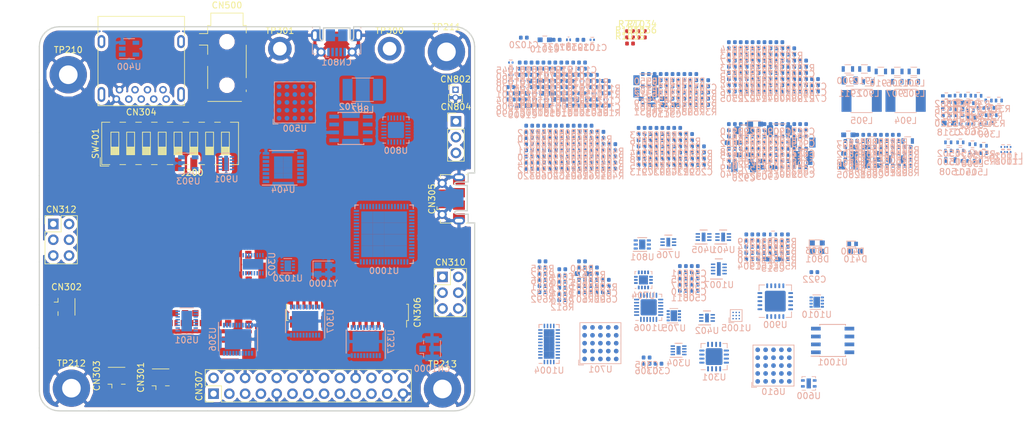
<source format=kicad_pcb>
(kicad_pcb (version 20171130) (host pcbnew 6.0.0-rc1-unknown-16b5f40~65~ubuntu18.04.1)
  (layers (0 F.Cu signal) (1 In1.Cu signal) (2 In2.Cu signal) (3 In3.Cu signal) (4 In4.Cu signal) (31 B.Cu signal) (34 B.Paste user) (35 F.Paste user) (36 B.SilkS user) (37 F.SilkS user) (38 B.Mask user) (39 F.Mask user) (44 Edge.Cuts user))
  (net 0 "")
  (net 1 GND)
  (net 2 "Net-(C331-Pad1)")
  (net 3 VCC)
  (net 4 "Net-(C330-Pad2)")
  (net 5 SPI2_CLK_WIFI_3V3)
  (net 6 GPIO_EXP_RPI_3)
  (net 7 SPI2_MISO_WIFI_3V3)
  (net 8 SPI2_MOSI_WIFI_3V3)
  (net 9 GPIO_EXP_RPI_2)
  (net 10 GPIO_EXP_RPI_1)
  (net 11 "Net-(CN307-Pad12)")
  (net 12 UART0_RX_EXP)
  (net 13 UART0_TX_EXP)
  (net 14 "Net-(CN307-Pad5)")
  (net 15 "Net-(CN307-Pad2)")
  (net 16 "Net-(CN307-Pad3)")
  (net 17 WIFI_I2C0_DATA)
  (net 18 GPIO_1_EXP)
  (net 19 WIFI_I2C0_CLK)
  (net 20 "Net-(CN310-Pad4)")
  (net 21 GPIO_0_EXP)
  (net 22 "Net-(CN310-Pad6)")
  (net 23 CARD2_DETECT)
  (net 24 RFU_PIN)
  (net 25 "Net-(CN312-Pad4)")
  (net 26 USB_ID)
  (net 27 "Net-(C803-Pad1)")
  (net 28 "/10. WIFI and BT/WF_RF_2G_TRX_P")
  (net 29 "/10. WIFI and BT/WF_RF_2G_TRX_N")
  (net 30 "Net-(R1005-Pad2)")
  (net 31 WIFI_UART1_TX_MTK)
  (net 32 RESET_WIFI_3V3)
  (net 33 ADC1_WIFI)
  (net 34 ADC2_WIFI)
  (net 35 "Net-(R1068-Pad2)")
  (net 36 "Net-(C1012-Pad2)")
  (net 37 "Net-(R1032-Pad2)")
  (net 38 "Net-(R1030-Pad1)")
  (net 39 SPI_DATA2_EXT)
  (net 40 SPI_CS_EXT)
  (net 41 WIFI_GPIO6)
  (net 42 WIFI_UART0_TX)
  (net 43 "Net-(R1092-Pad1)")
  (net 44 "Net-(R1091-Pad1)")
  (net 45 "Net-(C1002-Pad2)")
  (net 46 "Net-(C514-Pad2)")
  (net 47 "Net-(R516-Pad1)")
  (net 48 "Net-(C504-Pad2)")
  (net 49 "Net-(C515-Pad2)")
  (net 50 "Net-(R515-Pad1)")
  (net 51 "Net-(C503-Pad2)")
  (net 52 "Net-(C513-Pad2)")
  (net 53 "Net-(R504-Pad1)")
  (net 54 "Net-(C518-Pad2)")
  (net 55 USB_IOT_D+)
  (net 56 USB_IOT_D-)
  (net 57 "Net-(C708-Pad1)")
  (net 58 GPIO_IOT0_RESET)
  (net 59 "Net-(R710-Pad1)")
  (net 60 OSC_N)
  (net 61 "Net-(R704-Pad2)")
  (net 62 "Net-(R702-Pad2)")
  (net 63 "Net-(R706-Pad2)")
  (net 64 "Net-(R701-Pad2)")
  (net 65 Hub_I2C_DATA)
  (net 66 Hub_I2C_CLK)
  (net 67 "Net-(C911-Pad1)")
  (net 68 "Net-(C926-Pad2)")
  (net 69 "Net-(C924-Pad1)")
  (net 70 "Net-(C904-Pad1)")
  (net 71 "Net-(R904-Pad2)")
  (net 72 "Net-(C925-Pad2)")
  (net 73 BOARD_REV2)
  (net 74 BOARD_REV1)
  (net 75 Expansion1_I2C_CLK)
  (net 76 Expansion1_I2C_DATA)
  (net 77 Generic_Push_Button)
  (net 78 PCM_EXP1_SEL)
  (net 79 SENSOR_INT2)
  (net 80 SENSOR_INT1)
  (net 81 Power_Fail_Indicator)
  (net 82 "Net-(R755-Pad2)")
  (net 83 "Net-(R785-Pad2)")
  (net 84 GPIOEXP_INT1)
  (net 85 "Net-(R754-Pad2)")
  (net 86 "Net-(R753-Pad2)")
  (net 87 BOARD_REV3)
  (net 88 PWR_GND_BQ)
  (net 89 LowPower_RESET)
  (net 90 TP1_BOOT)
  (net 91 IOT0_GPIO3)
  (net 92 IOT0_GPIO1)
  (net 93 "Net-(C288-Pad1)")
  (net 94 "Net-(C302-Pad2)")
  (net 95 RESET_IN)
  (net 96 MIC-)
  (net 97 MIC+)
  (net 98 CARD1_DETECT)
  (net 99 "Net-(C720-Pad1)")
  (net 100 "Net-(C725-Pad1)")
  (net 101 "Net-(C804-Pad2)")
  (net 102 "Net-(C902-Pad1)")
  (net 103 "Net-(C925-Pad1)")
  (net 104 VCC_3V7_ULPM)
  (net 105 "Net-(C951-Pad1)")
  (net 106 "Net-(C953-Pad1)")
  (net 107 "Net-(C1037-Pad2)")
  (net 108 "Net-(C1038-Pad1)")
  (net 109 "Net-(C1045-Pad1)")
  (net 110 "Net-(C1053-Pad1)")
  (net 111 "Net-(ANT1000-Pad2)")
  (net 112 "Net-(C1065-Pad1)")
  (net 113 "Net-(C1098-Pad1)")
  (net 114 SDA_EXP)
  (net 115 SCL_EXP)
  (net 116 "Net-(L1026-Pad1)")
  (net 117 UART2_CTS)
  (net 118 UART2_RTS)
  (net 119 "Net-(J200-Pad147)")
  (net 120 LED_CARD_DETECT_IOT0)
  (net 121 "Net-(J200-Pad16)")
  (net 122 RESET_IN_CF3)
  (net 123 "Net-(CN306-Pad28)")
  (net 124 RESET_IOT0)
  (net 125 ADC1)
  (net 126 ADC2)
  (net 127 WP_LowPower_Reset)
  (net 128 "Net-(R422-Pad1)")
  (net 129 "Net-(R426-Pad1)")
  (net 130 "Net-(R427-Pad1)")
  (net 131 "Net-(R441-Pad1)")
  (net 132 RESET_WIFI_1V8)
  (net 133 GPIO5|I2C1_DATA)
  (net 134 GPIO1|I2C1_CLK)
  (net 135 "Net-(R466-Pad2)")
  (net 136 "Net-(R508-Pad1)")
  (net 137 "Net-(R610-Pad2)")
  (net 138 SDIO_SEL)
  (net 139 "Net-(R724-Pad1)")
  (net 140 "Net-(R726-Pad1)")
  (net 141 "Net-(R732-Pad2)")
  (net 142 "Net-(R733-Pad2)")
  (net 143 ADC3)
  (net 144 MTK_TO_WP_UART_EN)
  (net 145 BattChrgr_INT_N)
  (net 146 "Net-(R793-Pad2)")
  (net 147 "Net-(R794-Pad2)")
  (net 148 "Net-(R803-Pad1)")
  (net 149 "Net-(R805-Pad1)")
  (net 150 "Net-(R807-Pad1)")
  (net 151 "Net-(R812-Pad1)")
  (net 152 BATT_TS+)
  (net 153 "Net-(R905-Pad2)")
  (net 154 WIFI_UART1_RTS_MTK)
  (net 155 WIFI_GPIO00)
  (net 156 UART2_RX)
  (net 157 UART2_TX)
  (net 158 "Net-(C301-Pad1)")
  (net 159 "Net-(C1060-Pad1)")
  (net 160 "Net-(CN304-Pad3)")
  (net 161 "Net-(CN304-Pad2)")
  (net 162 "Net-(D410-Pad2)")
  (net 163 "Net-(D801-Pad1)")
  (net 164 "Net-(D801-Pad2)")
  (net 165 "Net-(D803-Pad2)")
  (net 166 "Net-(C505-Pad2)")
  (net 167 "Net-(C506-Pad2)")
  (net 168 SPK+)
  (net 169 SPK-)
  (net 170 "Net-(C511-Pad2)")
  (net 171 "Net-(C516-Pad2)")
  (net 172 "Net-(L904-Pad1)")
  (net 173 "Net-(L905-Pad1)")
  (net 174 USB_EXT_D-)
  (net 175 USB_EXT_D+)
  (net 176 "Net-(R312-Pad2)")
  (net 177 "Net-(Q312-Pad5)")
  (net 178 "Net-(Q312-Pad6)")
  (net 179 CONS_DIR)
  (net 180 IOT0_GPIO2)
  (net 181 PPS)
  (net 182 IOT0_GPIO4)
  (net 183 PWM_OUT)
  (net 184 PCM_IN)
  (net 185 PCM_CLK)
  (net 186 PCM_SYNC)
  (net 187 PCM_OUT)
  (net 188 SPI1_MRDY)
  (net 189 WP_GPIO_2)
  (net 190 W_DISABLE_N)
  (net 191 RF_GPS)
  (net 192 "Net-(C307-Pad2)")
  (net 193 "Net-(C401-Pad1)")
  (net 194 "Net-(C507-Pad2)")
  (net 195 "Net-(C508-Pad2)")
  (net 196 "Net-(C788-Pad2)")
  (net 197 "Net-(C806-Pad2)")
  (net 198 "Net-(C806-Pad1)")
  (net 199 "Net-(C909-Pad2)")
  (net 200 "Net-(ANT1000-Pad3)")
  (net 201 "Net-(CN305-Pad4)")
  (net 202 WP_GPIO_3_lvl)
  (net 203 WP_GPIO_1_lvl)
  (net 204 WP_GPIO_2_lvl)
  (net 205 WP_GPIO_8_lvl)
  (net 206 SPI2_CS1_RPI_3V3)
  (net 207 SPI2_CS2_RPI_3V3)
  (net 208 "Net-(CN801-Pad3)")
  (net 209 "Net-(CN801-Pad2)")
  (net 210 RF_MAIN)
  (net 211 RF_DIV)
  (net 212 "Net-(D410-Pad1)")
  (net 213 "Net-(L911-Pad1)")
  (net 214 "Net-(J200-Pad23)")
  (net 215 "Net-(R216-Pad1)")
  (net 216 "Net-(J200-Pad22)")
  (net 217 "Net-(D200-Pad2)")
  (net 218 "Net-(J200-Pad99)")
  (net 219 "Net-(J200-Pad98)")
  (net 220 "Net-(J200-Pad25)")
  (net 221 ADC0)
  (net 222 "Net-(J200-Pad45)")
  (net 223 "Net-(J200-Pad91)")
  (net 224 SPI2_SRDY_WIFI_1V8)
  (net 225 "Net-(R287-Pad2)")
  (net 226 BAT_RTC)
  (net 227 "Net-(R307-Pad2)")
  (net 228 USB_CONSOLE_D+)
  (net 229 USB_CONSOLE_D-)
  (net 230 "Net-(Q405-Pad2)")
  (net 231 "Net-(J200-Pad1)")
  (net 232 "Net-(J200-Pad66)")
  (net 233 "Net-(Q312-Pad2)")
  (net 234 PWM_OUT_3V3)
  (net 235 "Net-(Q312-Pad3)")
  (net 236 "Net-(R400-Pad1)")
  (net 237 HL_MODE)
  (net 238 "Net-(R409-Pad2)")
  (net 239 "Net-(D401-Pad2)")
  (net 240 "Net-(R416-Pad2)")
  (net 241 "Net-(R417-Pad2)")
  (net 242 "Net-(R418-Pad2)")
  (net 243 IOT0_SDA)
  (net 244 IOT0_SCL)
  (net 245 "Net-(D402-Pad2)")
  (net 246 "Net-(R436-Pad1)")
  (net 247 WIFI_HL_RESET_1V8)
  (net 248 "Net-(R450-Pad2)")
  (net 249 "Net-(R458-Pad2)")
  (net 250 SD_CLK_CARD)
  (net 251 "Net-(CN600-PadT5)")
  (net 252 SD_CMD_CARD)
  (net 253 SD_D3_CARD)
  (net 254 SD_D2_CARD)
  (net 255 UIM1_DATA)
  (net 256 SD_D1_CARD)
  (net 257 SD_D0_CARD)
  (net 258 UIM2_DATA)
  (net 259 "Net-(R611-Pad2)")
  (net 260 "Net-(R645-Pad1)")
  (net 261 UIM2_CLK)
  (net 262 SDIO_SEL_LVL)
  (net 263 "Net-(R723-Pad1)")
  (net 264 "Net-(R725-Pad2)")
  (net 265 WIFI_UART1_TX)
  (net 266 "Net-(R778-Pad2)")
  (net 267 "Net-(R809-Pad1)")
  (net 268 "Net-(R814-Pad2)")
  (net 269 "Net-(R827-Pad2)")
  (net 270 "Net-(R900-Pad1)")
  (net 271 "Net-(R903-Pad2)")
  (net 272 SPI_DATA3_EXT)
  (net 273 WIFI_HL_RESET)
  (net 274 "/3. RF, USB, IOT connectors/RX_FTDI")
  (net 275 "/3. RF, USB, IOT connectors/CTS_FTDI")
  (net 276 "Net-(U301-Pad5)")
  (net 277 "Net-(U301-Pad11)")
  (net 278 "Net-(U301-Pad12)")
  (net 279 "/3. RF, USB, IOT connectors/TX_FTDI")
  (net 280 "/3. RF, USB, IOT connectors/RTS_FTDI")
  (net 281 "Net-(U302-Pad1)")
  (net 282 "/3. RF, USB, IOT connectors/UART2_RX_3V3")
  (net 283 "Net-(U302-Pad11)")
  (net 284 "/3. RF, USB, IOT connectors/UART2_CTS_3V3")
  (net 285 "/3. RF, USB, IOT connectors/UART2_RTS_3V3")
  (net 286 WP_GPIO_3)
  (net 287 WP_GPIO_1)
  (net 288 "Net-(U306-Pad5)")
  (net 289 WP_GPIO_8)
  (net 290 WP_GPIO_7)
  (net 291 SPI2_SRDY_WIFI_3V3)
  (net 292 "Net-(U306-Pad16)")
  (net 293 "Net-(U307-Pad5)")
  (net 294 "Net-(U307-Pad16)")
  (net 295 WIFI_UART1_RX)
  (net 296 WIFI_UART1_CTS)
  (net 297 WIFI_UART1_RTS)
  (net 298 "Net-(U337-Pad14)")
  (net 299 "Net-(U337-Pad13)")
  (net 300 "Net-(U337-Pad12)")
  (net 301 "Net-(Q405-Pad6)")
  (net 302 "Net-(U337-Pad9)")
  (net 303 "Net-(U337-Pad8)")
  (net 304 "Net-(U337-Pad7)")
  (net 305 UART1_RTS)
  (net 306 UART1_CTS)
  (net 307 UART1_TX)
  (net 308 UART1_RX)
  (net 309 "Net-(U400-Pad4)")
  (net 310 "Net-(U401-Pad5)")
  (net 311 "Net-(U402-Pad5)")
  (net 312 "Net-(U405-Pad5)")
  (net 313 PCM_CLK_CODEC)
  (net 314 SYSTEM_CLK)
  (net 315 "Net-(TP500-Pad1)")
  (net 316 PCM_SYNC_Codec)
  (net 317 PCM_OUT_CODEC)
  (net 318 "Net-(U500-PadD4)")
  (net 319 PCM_IN_CODEC)
  (net 320 "Net-(U500-PadC5)")
  (net 321 "Net-(U500-PadD5)")
  (net 322 "Net-(U500-PadE5)")
  (net 323 PCM_SYNC_IOT)
  (net 324 PCM_IN_IOT)
  (net 325 PCM_CLK_IOT)
  (net 326 PCM_OUT_IOT)
  (net 327 SD_CLK_IOT)
  (net 328 SD_D0_IOT)
  (net 329 SD_CMD_IOT)
  (net 330 SD_D1_IOT)
  (net 331 SD_D3_IOT)
  (net 332 SD_D2_IOT)
  (net 333 SD_CLK)
  (net 334 SD_D1)
  (net 335 SD_D0)
  (net 336 SD_CMD)
  (net 337 SD_D3)
  (net 338 SD_D2)
  (net 339 USB_WIFI_D+)
  (net 340 USB_WIFI_D-)
  (net 341 HSIC_STRB)
  (net 342 HSIC_DATA)
  (net 343 "Net-(OSC1000-Pad3)")
  (net 344 "Net-(U701-PadC4)")
  (net 345 "Net-(U704-Pad11)")
  (net 346 "Net-(U704-Pad10)")
  (net 347 "Net-(U704-Pad3)")
  (net 348 "Net-(U704-Pad2)")
  (net 349 Charger_I2C_CLK)
  (net 350 Charger_I2C_DATA)
  (net 351 "Net-(TP806-Pad1)")
  (net 352 "Net-(U900-Pad4)")
  (net 353 "Net-(U900-Pad5)")
  (net 354 "Net-(U900-Pad6)")
  (net 355 "Net-(U900-Pad7)")
  (net 356 "Net-(U900-Pad9)")
  (net 357 "Net-(U900-Pad10)")
  (net 358 "Net-(U900-Pad11)")
  (net 359 "Net-(U900-Pad12)")
  (net 360 "Net-(U903-Pad4)")
  (net 361 "Net-(U1000-Pad61)")
  (net 362 "Net-(U1000-Pad58)")
  (net 363 WIFI_UART1_RX_MTK)
  (net 364 "Net-(TP1024-Pad1)")
  (net 365 "Net-(L1000-Pad1)")
  (net 366 "Net-(TP1025-Pad1)")
  (net 367 SPI2_MRDY_WIFI_3V3)
  (net 368 "Net-(TP1023-Pad1)")
  (net 369 "Net-(TP1022-Pad1)")
  (net 370 "Net-(TP1021-Pad1)")
  (net 371 SPI_CLK_EXT)
  (net 372 SPI_DATA1_EXT)
  (net 373 SPI_DATA0_EXT)
  (net 374 WIFI_UART0_RX)
  (net 375 "Net-(U1000-Pad1)")
  (net 376 "Net-(U1004-Pad11)")
  (net 377 "Net-(U1006-Pad10)")
  (net 378 "Net-(U1006-Pad11)")
  (net 379 "Net-(U1006-Pad12)")
  (net 380 "Net-(U1006-Pad13)")
  (net 381 "Net-(U1006-Pad14)")
  (net 382 "Net-(U1006-Pad15)")
  (net 383 "Net-(U1006-Pad17)")
  (net 384 "Net-(U1006-Pad18)")
  (net 385 WIFI_UART1_CTS_MTK)
  (net 386 "Net-(CN500-Pad3)")
  (net 387 "Net-(CN500-Pad2)")
  (net 388 "Net-(R425-Pad1)")
  (net 389 "Net-(R433-Pad1)")
  (net 390 "Net-(R459-Pad2)")
  (net 391 "Net-(R495-Pad2)")
  (net 392 PWR_ON)
  (net 393 WP_GPIO_4_Wakeable)
  (net 394 WP_GPIO_5_Wakeable)
  (net 395 "Net-(CN306-Pad32)")
  (net 396 "Net-(R777-Pad2)")
  (net 397 "Net-(R1035-Pad2)")
  (net 398 "Net-(R1036-Pad2)")
  (net 399 "Net-(U301-Pad14)")
  (net 400 WP_GPIO_7_lvl)
  (net 401 SPI1_CLK)
  (net 402 SPI1_MISO)
  (net 403 SPI1_MOSI)
  (net 404 CARD_DETECT_IOT0)
  (module footprints:cf3 (layer F.Cu) (at 142.494 95.123)
    (fp_text reference J200 (at 1.905 -16.129) (layer F.SilkS))
    (fp_text value CF3-Socket)
    (pad "" smd circle (at 6.096 -9.144) (size 0.8 0.8) (layers F.Cu F.Paste F.Mask))
    (pad "" smd rect (at -0.889 -0.889) (size 1 1) (layers F.Cu F.Paste F.Mask))
    (pad "" smd rect (at -2.794 -0.889) (size 1 1) (layers F.Cu F.Paste F.Mask))
    (pad "" smd rect (at -4.572 -0.889) (size 1 1) (layers F.Cu F.Paste F.Mask))
    (pad "" smd rect (at -6.223 -0.889) (size 1 1) (layers F.Cu F.Paste F.Mask))
    (pad "" smd rect (at -1.016 -2.794) (size 1 1) (layers F.Cu F.Paste F.Mask))
    (pad "" smd rect (at -2.794 -2.54) (size 1 1) (layers F.Cu F.Paste F.Mask))
    (pad "" smd rect (at -4.445 -2.54) (size 1 1) (layers F.Cu F.Paste F.Mask))
    (pad "" smd rect (at -6.223 -2.54) (size 1 1) (layers F.Cu F.Paste F.Mask))
    (pad "" smd rect (at -6.223 -4.318) (size 1 1) (layers F.Cu F.Paste F.Mask))
    (pad "" smd rect (at -4.445 -4.318) (size 1 1) (layers F.Cu F.Paste F.Mask))
    (pad "" smd rect (at -2.794 -4.445) (size 1 1) (layers F.Cu F.Paste F.Mask))
    (pad "" smd rect (at -1.016 -4.445) (size 1 1) (layers F.Cu F.Paste F.Mask))
    (pad "" smd rect (at -1.016 -6.35) (size 1 1) (layers F.Cu F.Paste F.Mask))
    (pad "" smd rect (at -2.794 -6.35) (size 1 1) (layers F.Cu F.Paste F.Mask))
    (pad "" smd rect (at -4.445 -6.35) (size 1 1) (layers F.Cu F.Paste F.Mask))
    (pad "" smd rect (at -6.223 -6.35) (size 1 1) (layers F.Cu F.Paste F.Mask))
    (pad "" smd rect (at -6.477 -7.747) (size 0.5 1) (layers F.Cu F.Paste F.Mask))
    (pad "" smd rect (at -7.747 -7.747) (size 1 1) (layers F.Cu F.Paste F.Mask))
    (pad "" smd rect (at -3.81 -10.414) (size 0.5 1) (layers F.Cu F.Paste F.Mask))
    (pad "" smd rect (at -9.906 -10.414) (size 0.5 1) (layers F.Cu F.Paste F.Mask))
    (pad "" smd rect (at -10.922 -10.414) (size 0.9 1) (layers F.Cu F.Paste F.Mask))
    (pad "" smd rect (at -4.572 -10.414) (size 0.5 1) (layers F.Cu F.Paste F.Mask))
    (pad "" smd rect (at -6.858 -10.414) (size 0.5 1) (layers F.Cu F.Paste F.Mask))
    (pad "" smd rect (at -7.62 -10.414) (size 0.5 1) (layers F.Cu F.Paste F.Mask))
    (pad "" smd rect (at -9.144 -10.414) (size 0.5 1) (layers F.Cu F.Paste F.Mask))
    (pad "" smd rect (at -8.382 -10.414) (size 0.5 1) (layers F.Cu F.Paste F.Mask))
    (pad "" smd rect (at -6.096 -10.414) (size 0.5 1) (layers F.Cu F.Paste F.Mask))
    (pad "" smd rect (at -5.334 -10.414) (size 0.5 1) (layers F.Cu F.Paste F.Mask))
    (pad "" smd rect (at -1.397 -10.414) (size 0.5 1) (layers F.Cu F.Paste F.Mask))
    (pad "" smd rect (at -2.286 -10.414) (size 0.5 1) (layers F.Cu F.Paste F.Mask))
    (pad "" smd rect (at -0.508 -10.414) (size 0.5 1) (layers F.Cu F.Paste F.Mask))
    (pad "" smd rect (at -3.048 -10.414) (size 0.5 1) (layers F.Cu F.Paste F.Mask))
    (pad "" smd rect (at -5.715 -7.747) (size 0.5 1) (layers F.Cu F.Paste F.Mask))
    (pad "" smd rect (at -4.953 -7.747) (size 0.5 1) (layers F.Cu F.Paste F.Mask))
    (pad "" smd rect (at -4.191 -7.747) (size 0.5 1) (layers F.Cu F.Paste F.Mask))
    (pad "" smd rect (at -3.429 -7.747) (size 0.5 1) (layers F.Cu F.Paste F.Mask))
    (pad "" smd rect (at -2.667 -7.747) (size 0.5 1) (layers F.Cu F.Paste F.Mask))
    (pad "" smd rect (at -1.905 -7.747) (size 0.5 1) (layers F.Cu F.Paste F.Mask))
    (pad "" smd rect (at -1.143 -7.747) (size 0.5 1) (layers F.Cu F.Paste F.Mask))
    (pad "" smd rect (at -0.381 -7.747) (size 0.5 1) (layers F.Cu F.Paste F.Mask))
    (pad "" smd rect (at -7.747 -6.731 90) (size 0.5 1) (layers F.Cu F.Paste F.Mask))
    (pad "" smd rect (at -7.747 -5.969 90) (size 0.5 1) (layers F.Cu F.Paste F.Mask))
    (pad "" smd rect (at -7.747 -5.207 90) (size 0.5 1) (layers F.Cu F.Paste F.Mask))
    (pad "" smd rect (at -7.747 -4.445 90) (size 0.5 1) (layers F.Cu F.Paste F.Mask))
    (pad "" smd rect (at -7.747 -3.683 90) (size 0.5 1) (layers F.Cu F.Paste F.Mask))
    (pad "" smd rect (at -7.747 -2.921 90) (size 0.5 1) (layers F.Cu F.Paste F.Mask))
    (pad "" smd rect (at -7.747 -2.159 90) (size 0.5 1) (layers F.Cu F.Paste F.Mask))
    (pad "" smd rect (at -7.747 -1.397 90) (size 0.5 1) (layers F.Cu F.Paste F.Mask))
    (pad "" smd rect (at -7.747 -0.635 90) (size 0.5 1) (layers F.Cu F.Paste F.Mask))
    (pad "" smd circle (at 4.953 -9.144) (size 0.8 0.8) (layers F.Cu F.Paste F.Mask))
    (pad "" smd circle (at 3.683 -9.144) (size 0.8 0.8) (layers F.Cu F.Paste F.Mask))
    (pad "" smd circle (at 2.413 -9.144) (size 0.8 0.8) (layers F.Cu F.Paste F.Mask))
    (pad "" smd circle (at 1.016 -9.144) (size 0.8 0.8) (layers F.Cu F.Paste F.Mask))
    (pad "" smd circle (at -0.254 -9.144) (size 0.8 0.8) (layers F.Cu F.Paste F.Mask))
    (pad "" smd circle (at -1.524 -9.144) (size 0.8 0.8) (layers F.Cu F.Paste F.Mask))
    (pad "" smd circle (at -2.667 -9.144) (size 0.8 0.8) (layers F.Cu F.Paste F.Mask))
    (pad "" smd circle (at 7.874 -9.144) (size 1 1) (layers F.Cu F.Paste F.Mask))
    (pad "" smd rect (at 13.5 -10.55) (size 1.9 2.2) (layers F.Cu F.Paste F.Mask))
    (pad "" smd rect (at 13.5 10.55) (size 1.9 2.2) (layers F.Cu F.Paste F.Mask))
    (pad "" smd rect (at -13.5 10.55) (size 1.9 2.2) (layers F.Cu F.Paste F.Mask))
    (pad "" smd rect (at -13.5 -10.55) (size 1.9 2.2) (layers F.Cu F.Paste F.Mask))
    (pad "" smd rect (at -11.05 -13) (size 2.2 1.9) (layers F.Cu F.Paste F.Mask))
    (pad "" smd rect (at 11.05 -13) (size 2.2 1.9) (layers F.Cu F.Paste F.Mask))
    (pad "" smd rect (at 11.05 13) (size 2.2 1.9) (layers F.Cu F.Paste F.Mask))
    (pad "" smd rect (at -11.05 13) (size 2.2 1.9) (layers F.Cu F.Paste F.Mask))
    (pad "" smd rect (at 13.15 -6.4) (size 1.2 3.3) (layers F.Cu F.Paste F.Mask))
    (pad "" smd rect (at 13.15 0) (size 1.2 3.3) (layers F.Cu F.Paste F.Mask))
    (pad "" smd rect (at 13.15 6.4) (size 1.2 3.3) (layers F.Cu F.Paste F.Mask))
    (pad "" smd rect (at -13.15 6.4) (size 1.2 3.3) (layers F.Cu F.Paste F.Mask))
    (pad "" smd rect (at -13.15 0) (size 1.2 3.3) (layers F.Cu F.Paste F.Mask))
    (pad "" smd rect (at -13.15 -6.4) (size 1.2 3.3) (layers F.Cu F.Paste F.Mask))
    (pad "" smd rect (at 8 -12.65 90) (size 1.2 3.3) (layers F.Cu F.Paste F.Mask))
    (pad "" smd rect (at 0 -12.65 90) (size 1.2 3.3) (layers F.Cu F.Paste F.Mask))
    (pad "" smd rect (at -8 -12.65 90) (size 1.2 3.3) (layers F.Cu F.Paste F.Mask))
    (pad "" smd rect (at -8 12.65 90) (size 1.2 3.3) (layers F.Cu F.Paste F.Mask))
    (pad "" smd rect (at 0 12.65 90) (size 1.2 3.3) (layers F.Cu F.Paste F.Mask))
    (pad "" smd rect (at 8 12.65 90) (size 1.2 3.3) (layers F.Cu F.Paste F.Mask))
    (pad "" smd rect (at -0.6985 8.0645 180) (size 0.5 1) (layers F.Cu F.Paste F.Mask))
    (pad "" smd rect (at -1.4605 8.0645 180) (size 0.5 1) (layers F.Cu F.Paste F.Mask))
    (pad "" smd rect (at -2.2225 8.0645 180) (size 0.5 1) (layers F.Cu F.Paste F.Mask))
    (pad "" smd rect (at -2.9845 8.0645 180) (size 0.5 1) (layers F.Cu F.Paste F.Mask))
    (pad "" smd rect (at -3.7465 8.0645 180) (size 0.5 1) (layers F.Cu F.Paste F.Mask))
    (pad "" smd rect (at -4.5085 8.0645 180) (size 0.5 1) (layers F.Cu F.Paste F.Mask))
    (pad "" smd rect (at -5.2705 8.0645 180) (size 0.5 1) (layers F.Cu F.Paste F.Mask))
    (pad "" smd rect (at -6.0325 8.0645 180) (size 0.5 1) (layers F.Cu F.Paste F.Mask))
    (pad "" smd rect (at -6.7945 8.0645 180) (size 0.5 1) (layers F.Cu F.Paste F.Mask))
    (pad "" smd rect (at -7.8105 0.6985 90) (size 0.5 1) (layers F.Cu F.Paste F.Mask))
    (pad "" smd rect (at -7.8105 1.4605 90) (size 0.5 1) (layers F.Cu F.Paste F.Mask))
    (pad "" smd rect (at -7.8105 2.2225 90) (size 0.5 1) (layers F.Cu F.Paste F.Mask))
    (pad "" smd rect (at -7.8105 2.9845 90) (size 0.5 1) (layers F.Cu F.Paste F.Mask))
    (pad "" smd rect (at -7.8105 3.7465 90) (size 0.5 1) (layers F.Cu F.Paste F.Mask))
    (pad "" smd rect (at -7.8105 4.5085 90) (size 0.5 1) (layers F.Cu F.Paste F.Mask))
    (pad "" smd rect (at -7.8105 5.2705 90) (size 0.5 1) (layers F.Cu F.Paste F.Mask))
    (pad "" smd rect (at -7.8105 6.0325 90) (size 0.5 1) (layers F.Cu F.Paste F.Mask))
    (pad "" smd rect (at -7.8105 8.0645 90) (size 1 1) (layers F.Cu F.Paste F.Mask))
    (pad "" smd rect (at -7.8105 6.7945 90) (size 0.5 1) (layers F.Cu F.Paste F.Mask))
    (pad "" smd rect (at 7.747 -6.477 270) (size 0.5 1) (layers F.Cu F.Paste F.Mask))
    (pad "" smd rect (at 7.747 -7.747 270) (size 1 1) (layers F.Cu F.Paste F.Mask))
    (pad "" smd rect (at 7.747 -5.715 270) (size 0.5 1) (layers F.Cu F.Paste F.Mask))
    (pad "" smd rect (at 7.747 -4.953 270) (size 0.5 1) (layers F.Cu F.Paste F.Mask))
    (pad "" smd rect (at 7.747 -4.191 270) (size 0.5 1) (layers F.Cu F.Paste F.Mask))
    (pad "" smd rect (at 7.747 -3.429 270) (size 0.5 1) (layers F.Cu F.Paste F.Mask))
    (pad "" smd rect (at 7.747 -2.667 270) (size 0.5 1) (layers F.Cu F.Paste F.Mask))
    (pad "" smd rect (at 7.747 -1.905 270) (size 0.5 1) (layers F.Cu F.Paste F.Mask))
    (pad "" smd rect (at 7.747 -1.143 270) (size 0.5 1) (layers F.Cu F.Paste F.Mask))
    (pad "" smd rect (at 7.747 -0.381 270) (size 0.5 1) (layers F.Cu F.Paste F.Mask))
    (pad "" smd rect (at 6.731 -7.747) (size 0.5 1) (layers F.Cu F.Paste F.Mask))
    (pad "" smd rect (at 5.969 -7.747) (size 0.5 1) (layers F.Cu F.Paste F.Mask))
    (pad "" smd rect (at 5.207 -7.747) (size 0.5 1) (layers F.Cu F.Paste F.Mask))
    (pad "" smd rect (at 4.445 -7.747) (size 0.5 1) (layers F.Cu F.Paste F.Mask))
    (pad "" smd rect (at 3.683 -7.747) (size 0.5 1) (layers F.Cu F.Paste F.Mask))
    (pad "" smd rect (at 2.921 -7.747) (size 0.5 1) (layers F.Cu F.Paste F.Mask))
    (pad "" smd rect (at 2.159 -7.747) (size 0.5 1) (layers F.Cu F.Paste F.Mask))
    (pad "" smd rect (at 1.397 -7.747) (size 0.5 1) (layers F.Cu F.Paste F.Mask))
    (pad "" smd rect (at 0.635 -7.747) (size 0.5 1) (layers F.Cu F.Paste F.Mask))
    (pad "" smd rect (at 7.6835 0.9525 270) (size 0.5 1) (layers F.Cu F.Paste F.Mask))
    (pad "" smd rect (at 7.6835 1.7145 270) (size 0.5 1) (layers F.Cu F.Paste F.Mask))
    (pad "" smd rect (at 7.6835 2.4765 270) (size 0.5 1) (layers F.Cu F.Paste F.Mask))
    (pad "" smd rect (at 7.6835 3.2385 270) (size 0.5 1) (layers F.Cu F.Paste F.Mask))
    (pad "" smd rect (at 7.6835 4.0005 270) (size 0.5 1) (layers F.Cu F.Paste F.Mask))
    (pad "" smd rect (at 7.6835 4.7625 270) (size 0.5 1) (layers F.Cu F.Paste F.Mask))
    (pad "" smd rect (at 7.6835 5.5245 270) (size 0.5 1) (layers F.Cu F.Paste F.Mask))
    (pad "" smd rect (at 7.6835 6.2865 270) (size 0.5 1) (layers F.Cu F.Paste F.Mask))
    (pad "" smd rect (at 7.6835 7.0485 270) (size 0.5 1) (layers F.Cu F.Paste F.Mask))
    (pad "" smd rect (at 0.3175 8.0645 180) (size 0.5 1) (layers F.Cu F.Paste F.Mask))
    (pad "" smd rect (at 1.0795 8.0645 180) (size 0.5 1) (layers F.Cu F.Paste F.Mask))
    (pad "" smd rect (at 1.8415 8.0645 180) (size 0.5 1) (layers F.Cu F.Paste F.Mask))
    (pad "" smd rect (at 2.6035 8.0645 180) (size 0.5 1) (layers F.Cu F.Paste F.Mask))
    (pad "" smd rect (at 3.3655 8.0645 180) (size 0.5 1) (layers F.Cu F.Paste F.Mask))
    (pad "" smd rect (at 4.1275 8.0645 180) (size 0.5 1) (layers F.Cu F.Paste F.Mask))
    (pad "" smd rect (at 4.8895 8.0645 180) (size 0.5 1) (layers F.Cu F.Paste F.Mask))
    (pad "" smd rect (at 5.6515 8.0645 180) (size 0.5 1) (layers F.Cu F.Paste F.Mask))
    (pad "" smd rect (at 7.6835 8.0645 180) (size 1 1) (layers F.Cu F.Paste F.Mask))
    (pad "" smd rect (at 6.4135 8.0645 180) (size 0.5 1) (layers F.Cu F.Paste F.Mask))
    (pad "" smd rect (at 2.8575 -10.4775 180) (size 0.5 1) (layers F.Cu F.Paste F.Mask))
    (pad "" smd rect (at 0.3175 -10.4775 180) (size 0.5 1) (layers F.Cu F.Paste F.Mask))
    (pad "" smd rect (at 2.0955 -10.4775 180) (size 0.5 1) (layers F.Cu F.Paste F.Mask))
    (pad "" smd rect (at 1.2065 -10.4775 180) (size 0.5 1) (layers F.Cu F.Paste F.Mask))
    (pad "" smd rect (at 5.1435 -10.4775 180) (size 0.5 1) (layers F.Cu F.Paste F.Mask))
    (pad "" smd rect (at 5.9055 -10.4775 180) (size 0.5 1) (layers F.Cu F.Paste F.Mask))
    (pad "" smd rect (at 8.1915 -10.4775 180) (size 0.5 1) (layers F.Cu F.Paste F.Mask))
    (pad "" smd rect (at 8.9535 -10.4775 180) (size 0.5 1) (layers F.Cu F.Paste F.Mask))
    (pad "" smd rect (at 7.4295 -10.4775 180) (size 0.5 1) (layers F.Cu F.Paste F.Mask))
    (pad "" smd rect (at 6.6675 -10.4775 180) (size 0.5 1) (layers F.Cu F.Paste F.Mask))
    (pad "" smd rect (at 4.3815 -10.4775 180) (size 0.5 1) (layers F.Cu F.Paste F.Mask))
    (pad "" smd rect (at 10.7315 -10.4775 180) (size 0.9 1) (layers F.Cu F.Paste F.Mask))
    (pad "" smd rect (at 9.7155 -10.4775 180) (size 0.5 1) (layers F.Cu F.Paste F.Mask))
    (pad "" smd rect (at 3.6195 -10.4775 180) (size 0.5 1) (layers F.Cu F.Paste F.Mask))
    (pad "" smd rect (at 3.8735 10.7315 180) (size 0.5 1) (layers F.Cu F.Paste F.Mask))
    (pad "" smd rect (at 9.9695 10.7315 180) (size 0.5 1) (layers F.Cu F.Paste F.Mask))
    (pad "" smd rect (at 10.9855 10.7315 180) (size 0.9 1) (layers F.Cu F.Paste F.Mask))
    (pad "" smd rect (at 4.6355 10.7315 180) (size 0.5 1) (layers F.Cu F.Paste F.Mask))
    (pad "" smd rect (at 6.9215 10.7315 180) (size 0.5 1) (layers F.Cu F.Paste F.Mask))
    (pad "" smd rect (at 7.6835 10.7315 180) (size 0.5 1) (layers F.Cu F.Paste F.Mask))
    (pad "" smd rect (at 9.2075 10.7315 180) (size 0.5 1) (layers F.Cu F.Paste F.Mask))
    (pad "" smd rect (at 8.4455 10.7315 180) (size 0.5 1) (layers F.Cu F.Paste F.Mask))
    (pad "" smd rect (at 6.1595 10.7315 180) (size 0.5 1) (layers F.Cu F.Paste F.Mask))
    (pad "" smd rect (at 5.3975 10.7315 180) (size 0.5 1) (layers F.Cu F.Paste F.Mask))
    (pad "" smd rect (at 1.4605 10.7315 180) (size 0.5 1) (layers F.Cu F.Paste F.Mask))
    (pad "" smd rect (at 2.3495 10.7315 180) (size 0.5 1) (layers F.Cu F.Paste F.Mask))
    (pad "" smd rect (at 0.5715 10.7315 180) (size 0.5 1) (layers F.Cu F.Paste F.Mask))
    (pad "" smd rect (at 3.1115 10.7315 180) (size 0.5 1) (layers F.Cu F.Paste F.Mask))
    (pad "" smd rect (at -2.794 10.795) (size 0.5 1) (layers F.Cu F.Paste F.Mask))
    (pad "" smd rect (at -0.254 10.795) (size 0.5 1) (layers F.Cu F.Paste F.Mask))
    (pad "" smd rect (at -2.032 10.795) (size 0.5 1) (layers F.Cu F.Paste F.Mask))
    (pad "" smd rect (at -1.143 10.795) (size 0.5 1) (layers F.Cu F.Paste F.Mask))
    (pad "" smd rect (at -5.08 10.795) (size 0.5 1) (layers F.Cu F.Paste F.Mask))
    (pad "" smd rect (at -5.842 10.795) (size 0.5 1) (layers F.Cu F.Paste F.Mask))
    (pad "" smd rect (at -8.128 10.795) (size 0.5 1) (layers F.Cu F.Paste F.Mask))
    (pad "" smd rect (at -8.89 10.795) (size 0.5 1) (layers F.Cu F.Paste F.Mask))
    (pad "" smd rect (at -7.366 10.795) (size 0.5 1) (layers F.Cu F.Paste F.Mask))
    (pad "" smd rect (at -6.604 10.795) (size 0.5 1) (layers F.Cu F.Paste F.Mask))
    (pad "" smd rect (at -4.318 10.795) (size 0.5 1) (layers F.Cu F.Paste F.Mask))
    (pad "" smd rect (at -10.668 10.795) (size 0.9 1) (layers F.Cu F.Paste F.Mask))
    (pad "" smd rect (at -9.652 10.795) (size 0.5 1) (layers F.Cu F.Paste F.Mask))
    (pad "" smd rect (at -3.556 10.795) (size 0.5 1) (layers F.Cu F.Paste F.Mask))
    (pad "" smd rect (at -6.223 1.016) (size 1 1) (layers F.Cu F.Paste F.Mask))
    (pad "" smd rect (at -4.445 1.016) (size 1 1) (layers F.Cu F.Paste F.Mask))
    (pad "" smd rect (at -2.794 1.016) (size 1 1) (layers F.Cu F.Paste F.Mask))
    (pad "" smd rect (at -1.016 1.016) (size 1 1) (layers F.Cu F.Paste F.Mask))
    (pad "" smd rect (at -1.016 2.921) (size 1 1) (layers F.Cu F.Paste F.Mask))
    (pad "" smd rect (at -2.794 2.921) (size 1 1) (layers F.Cu F.Paste F.Mask))
    (pad "" smd rect (at -4.445 3.048) (size 1 1) (layers F.Cu F.Paste F.Mask))
    (pad "" smd rect (at -6.223 3.048) (size 1 1) (layers F.Cu F.Paste F.Mask))
    (pad "" smd rect (at -6.223 4.826) (size 1 1) (layers F.Cu F.Paste F.Mask))
    (pad "" smd rect (at -4.445 4.826) (size 1 1) (layers F.Cu F.Paste F.Mask))
    (pad "" smd rect (at -2.794 4.826) (size 1 1) (layers F.Cu F.Paste F.Mask))
    (pad "" smd rect (at -1.016 4.572) (size 1 1) (layers F.Cu F.Paste F.Mask))
    (pad "" smd rect (at -6.223 6.477) (size 1 1) (layers F.Cu F.Paste F.Mask))
    (pad "" smd rect (at -4.572 6.477) (size 1 1) (layers F.Cu F.Paste F.Mask))
    (pad "" smd rect (at -2.794 6.477) (size 1 1) (layers F.Cu F.Paste F.Mask))
    (pad "" smd rect (at -0.889 6.477) (size 1 1) (layers F.Cu F.Paste F.Mask))
    (pad "" smd rect (at 6.096 6.477) (size 1 1) (layers F.Cu F.Paste F.Mask))
    (pad "" smd rect (at 4.191 6.477) (size 1 1) (layers F.Cu F.Paste F.Mask))
    (pad "" smd rect (at 2.413 6.477) (size 1 1) (layers F.Cu F.Paste F.Mask))
    (pad "" smd rect (at 0.762 6.477) (size 1 1) (layers F.Cu F.Paste F.Mask))
    (pad "" smd rect (at 5.969 4.572) (size 1 1) (layers F.Cu F.Paste F.Mask))
    (pad "" smd rect (at 4.191 4.826) (size 1 1) (layers F.Cu F.Paste F.Mask))
    (pad "" smd rect (at 2.54 4.826) (size 1 1) (layers F.Cu F.Paste F.Mask))
    (pad "" smd rect (at 0.762 4.826) (size 1 1) (layers F.Cu F.Paste F.Mask))
    (pad "" smd rect (at 0.762 3.048) (size 1 1) (layers F.Cu F.Paste F.Mask))
    (pad "" smd rect (at 2.54 3.048) (size 1 1) (layers F.Cu F.Paste F.Mask))
    (pad "" smd rect (at 4.191 2.921) (size 1 1) (layers F.Cu F.Paste F.Mask))
    (pad "" smd rect (at 5.969 2.921) (size 1 1) (layers F.Cu F.Paste F.Mask))
    (pad "" smd rect (at 5.969 1.016) (size 1 1) (layers F.Cu F.Paste F.Mask))
    (pad "" smd rect (at 4.191 1.016) (size 1 1) (layers F.Cu F.Paste F.Mask))
    (pad "" smd rect (at 2.54 1.016) (size 1 1) (layers F.Cu F.Paste F.Mask))
    (pad "" smd rect (at 0.762 1.016) (size 1 1) (layers F.Cu F.Paste F.Mask))
    (pad "" smd rect (at 0.762 -6.35) (size 1 1) (layers F.Cu F.Paste F.Mask))
    (pad "" smd rect (at 2.54 -6.35) (size 1 1) (layers F.Cu F.Paste F.Mask))
    (pad "" smd rect (at 4.191 -6.35) (size 1 1) (layers F.Cu F.Paste F.Mask))
    (pad "" smd rect (at 5.969 -6.35) (size 1 1) (layers F.Cu F.Paste F.Mask))
    (pad "" smd rect (at 5.969 -4.445) (size 1 1) (layers F.Cu F.Paste F.Mask))
    (pad "" smd rect (at 4.191 -4.445) (size 1 1) (layers F.Cu F.Paste F.Mask))
    (pad "" smd rect (at 2.54 -4.318) (size 1 1) (layers F.Cu F.Paste F.Mask))
    (pad "" smd rect (at 0.762 -4.318) (size 1 1) (layers F.Cu F.Paste F.Mask))
    (pad "" smd rect (at 0.762 -2.54) (size 1 1) (layers F.Cu F.Paste F.Mask))
    (pad "" smd rect (at 2.54 -2.54) (size 1 1) (layers F.Cu F.Paste F.Mask))
    (pad "" smd rect (at 4.191 -2.54) (size 1 1) (layers F.Cu F.Paste F.Mask))
    (pad "" smd rect (at 5.969 -2.794) (size 1 1) (layers F.Cu F.Paste F.Mask))
    (pad "" smd rect (at 0.762 -0.889) (size 1 1) (layers F.Cu F.Paste F.Mask))
    (pad "" smd rect (at 2.413 -0.889) (size 1 1) (layers F.Cu F.Paste F.Mask))
    (pad "" smd rect (at 4.191 -0.889) (size 1 1) (layers F.Cu F.Paste F.Mask))
    (pad "" smd rect (at 6.096 -0.889) (size 1 1) (layers F.Cu F.Paste F.Mask))
    (pad "" smd rect (at 10.922 -3.302 270) (size 0.5 1) (layers F.Cu F.Paste F.Mask))
    (pad "" smd rect (at 10.922 -4.064 270) (size 0.5 1) (layers F.Cu F.Paste F.Mask))
    (pad "" smd rect (at 10.922 -6.35 270) (size 0.5 1) (layers F.Cu F.Paste F.Mask))
    (pad "" smd rect (at 10.922 -7.112 270) (size 0.5 1) (layers F.Cu F.Paste F.Mask))
    (pad "" smd rect (at 10.922 -7.874 270) (size 0.5 1) (layers F.Cu F.Paste F.Mask))
    (pad "" smd rect (at 10.922 -5.588 270) (size 0.5 1) (layers F.Cu F.Paste F.Mask))
    (pad "" smd rect (at 10.922 -4.826 270) (size 0.5 1) (layers F.Cu F.Paste F.Mask))
    (pad "" smd rect (at 10.922 -0.889 270) (size 0.5 1) (layers F.Cu F.Paste F.Mask))
    (pad "" smd rect (at 10.922 -1.778 270) (size 0.5 1) (layers F.Cu F.Paste F.Mask))
    (pad "" smd rect (at 10.922 0 270) (size 0.5 1) (layers F.Cu F.Paste F.Mask))
    (pad "" smd rect (at 10.922 -2.54 270) (size 0.5 1) (layers F.Cu F.Paste F.Mask))
    (pad "" smd rect (at 10.9855 3.3655 90) (size 0.5 1) (layers F.Cu F.Paste F.Mask))
    (pad "" smd rect (at 10.9855 0.8255 90) (size 0.5 1) (layers F.Cu F.Paste F.Mask))
    (pad "" smd rect (at 10.9855 2.6035 90) (size 0.5 1) (layers F.Cu F.Paste F.Mask))
    (pad "" smd rect (at 10.9855 1.7145 90) (size 0.5 1) (layers F.Cu F.Paste F.Mask))
    (pad "" smd rect (at 10.9855 5.6515 90) (size 0.5 1) (layers F.Cu F.Paste F.Mask))
    (pad "" smd rect (at 10.9855 6.4135 90) (size 0.5 1) (layers F.Cu F.Paste F.Mask))
    (pad "" smd rect (at 10.9855 8.6995 90) (size 0.5 1) (layers F.Cu F.Paste F.Mask))
    (pad "" smd rect (at 10.9855 9.4615 90) (size 0.5 1) (layers F.Cu F.Paste F.Mask))
    (pad "" smd rect (at 10.9855 7.9375 90) (size 0.5 1) (layers F.Cu F.Paste F.Mask))
    (pad "" smd rect (at 10.9855 7.1755 90) (size 0.5 1) (layers F.Cu F.Paste F.Mask))
    (pad "" smd rect (at 10.9855 4.8895 90) (size 0.5 1) (layers F.Cu F.Paste F.Mask))
    (pad "" smd rect (at 10.9855 4.1275 90) (size 0.5 1) (layers F.Cu F.Paste F.Mask))
    (pad "" smd rect (at -10.6045 4.2545 90) (size 0.5 1) (layers F.Cu F.Paste F.Mask))
    (pad "" smd rect (at -10.6045 5.0165 90) (size 0.5 1) (layers F.Cu F.Paste F.Mask))
    (pad "" smd rect (at -10.6045 7.3025 90) (size 0.5 1) (layers F.Cu F.Paste F.Mask))
    (pad "" smd rect (at -10.6045 8.0645 90) (size 0.5 1) (layers F.Cu F.Paste F.Mask))
    (pad "" smd rect (at -10.6045 9.5885 90) (size 0.5 1) (layers F.Cu F.Paste F.Mask))
    (pad "" smd rect (at -10.6045 8.8265 90) (size 0.5 1) (layers F.Cu F.Paste F.Mask))
    (pad "" smd rect (at -10.6045 6.5405 90) (size 0.5 1) (layers F.Cu F.Paste F.Mask))
    (pad "" smd rect (at -10.6045 5.7785 90) (size 0.5 1) (layers F.Cu F.Paste F.Mask))
    (pad "" smd rect (at -10.6045 1.8415 90) (size 0.5 1) (layers F.Cu F.Paste F.Mask))
    (pad "" smd rect (at -10.6045 2.7305 90) (size 0.5 1) (layers F.Cu F.Paste F.Mask))
    (pad "" smd rect (at -10.6045 0.9525 90) (size 0.5 1) (layers F.Cu F.Paste F.Mask))
    (pad "" smd rect (at -10.6045 3.4925 90) (size 0.5 1) (layers F.Cu F.Paste F.Mask))
    (pad "" smd rect (at -10.668 -2.413 270) (size 0.5 1) (layers F.Cu F.Paste F.Mask))
    (pad "" smd rect (at -10.668 0.127 270) (size 0.5 1) (layers F.Cu F.Paste F.Mask))
    (pad "" smd rect (at -10.668 -1.651 270) (size 0.5 1) (layers F.Cu F.Paste F.Mask))
    (pad "" smd rect (at -10.668 -0.762 270) (size 0.5 1) (layers F.Cu F.Paste F.Mask))
    (pad "" smd rect (at -10.668 -4.699 270) (size 0.5 1) (layers F.Cu F.Paste F.Mask))
    (pad "" smd rect (at -10.668 -5.461 270) (size 0.5 1) (layers F.Cu F.Paste F.Mask))
    (pad "" smd rect (at -10.668 -7.747 270) (size 0.5 1) (layers F.Cu F.Paste F.Mask))
    (pad "" smd rect (at -10.668 -6.985 270) (size 0.5 1) (layers F.Cu F.Paste F.Mask))
    (pad "" smd rect (at -10.668 -6.223 270) (size 0.5 1) (layers F.Cu F.Paste F.Mask))
    (pad "" smd rect (at -10.668 -3.937 270) (size 0.5 1) (layers F.Cu F.Paste F.Mask))
    (pad "" smd rect (at -10.668 -3.175 270) (size 0.5 1) (layers F.Cu F.Paste F.Mask))
  )
  (module Connectors_USB:USB_Micro-B_Molex-105017-0001 (layer F.Cu) (at 186.96 83.216 90)
    (fp_text reference CN305 (at 0 -4 90) (layer F.SilkS))
    (fp_text value USB_B_Micro)
    (pad 6 smd rect (at 1 0.35 90) (size 1.5 1.9) (layers F.Cu F.Paste F.Mask) (net 1 GND))
    (pad 6 thru_hole circle (at -2.5 -2.35 90) (size 1.45 1.45) (drill 0.85) (layers *.Cu *.Mask) (net 1 GND))
    (pad 2 smd rect (at -0.65 -2.35 90) (size 0.4 1.35) (layers F.Cu F.Paste F.Mask) (net 2 "Net-(C331-Pad1)"))
    (pad 1 smd rect (at -1.3 -2.35 90) (size 0.4 1.35) (layers F.Cu F.Paste F.Mask) (net 3 VCC))
    (pad 5 smd rect (at 1.3 -2.35 90) (size 0.4 1.35) (layers F.Cu F.Paste F.Mask) (net 1 GND))
    (pad 4 smd rect (at 0.65 -2.35 90) (size 0.4 1.35) (layers F.Cu F.Paste F.Mask) (net 201 "Net-(CN305-Pad4)"))
    (pad 3 smd rect (at 0 -2.35 90) (size 0.4 1.35) (layers F.Cu F.Paste F.Mask) (net 4 "Net-(C330-Pad2)"))
    (pad 6 thru_hole circle (at 2.5 -2.35 90) (size 1.45 1.45) (drill 0.85) (layers *.Cu *.Mask) (net 1 GND))
    (pad 6 smd rect (at -1 0.35 90) (size 1.5 1.9) (layers F.Cu F.Paste F.Mask) (net 1 GND))
    (pad 6 thru_hole oval (at -3.5 0.35 270) (size 1.2 1.9) (drill oval 0.6 1.3) (layers *.Cu *.Mask) (net 1 GND))
    (pad 6 thru_hole oval (at 3.5 0.35 90) (size 1.2 1.9) (drill oval 0.6 1.3) (layers *.Cu *.Mask) (net 1 GND))
    (pad 6 smd rect (at 2.9 0.35 90) (size 1.2 1.9) (layers F.Cu F.Mask) (net 1 GND))
    (pad 6 smd rect (at -2.9 0.35 90) (size 1.2 1.9) (layers F.Cu F.Mask) (net 1 GND))
  )
  (module Housings_DFN_QFN:QFN-64-1EP_9x9mm_Pitch0.5mm (layer B.Cu) (at 175.26 88.9)
    (fp_text reference U1000 (at 0 5.875) (layer B.SilkS) (effects (justify mirror)))
    (fp_text value MT7697)
    (pad 65 smd rect (at -2.75625 2.75625) (size 1.8375 1.8375) (layers B.Cu B.Paste B.Mask) (net 3 VCC))
    (pad 65 smd rect (at -2.75625 0.91875) (size 1.8375 1.8375) (layers B.Cu B.Paste B.Mask) (net 3 VCC))
    (pad 65 smd rect (at -2.75625 -0.91875) (size 1.8375 1.8375) (layers B.Cu B.Paste B.Mask) (net 3 VCC))
    (pad 65 smd rect (at -2.75625 -2.75625) (size 1.8375 1.8375) (layers B.Cu B.Paste B.Mask) (net 3 VCC))
    (pad 65 smd rect (at -0.91875 2.75625) (size 1.8375 1.8375) (layers B.Cu B.Paste B.Mask) (net 3 VCC))
    (pad 65 smd rect (at -0.91875 0.91875) (size 1.8375 1.8375) (layers B.Cu B.Paste B.Mask) (net 3 VCC))
    (pad 65 smd rect (at -0.91875 -0.91875) (size 1.8375 1.8375) (layers B.Cu B.Paste B.Mask) (net 3 VCC))
    (pad 65 smd rect (at -0.91875 -2.75625) (size 1.8375 1.8375) (layers B.Cu B.Paste B.Mask) (net 3 VCC))
    (pad 65 smd rect (at 0.91875 2.75625) (size 1.8375 1.8375) (layers B.Cu B.Paste B.Mask) (net 3 VCC))
    (pad 65 smd rect (at 0.91875 0.91875) (size 1.8375 1.8375) (layers B.Cu B.Paste B.Mask) (net 3 VCC))
    (pad 65 smd rect (at 0.91875 -0.91875) (size 1.8375 1.8375) (layers B.Cu B.Paste B.Mask) (net 3 VCC))
    (pad 65 smd rect (at 0.91875 -2.75625) (size 1.8375 1.8375) (layers B.Cu B.Paste B.Mask) (net 3 VCC))
    (pad 65 smd rect (at 2.75625 2.75625) (size 1.8375 1.8375) (layers B.Cu B.Paste B.Mask) (net 3 VCC))
    (pad 65 smd rect (at 2.75625 0.91875) (size 1.8375 1.8375) (layers B.Cu B.Paste B.Mask) (net 3 VCC))
    (pad 65 smd rect (at 2.75625 -0.91875) (size 1.8375 1.8375) (layers B.Cu B.Paste B.Mask) (net 3 VCC))
    (pad 65 smd rect (at 2.75625 -2.75625) (size 1.8375 1.8375) (layers B.Cu B.Paste B.Mask) (net 3 VCC))
    (pad 64 smd rect (at -3.75 4.45 270) (size 0.85 0.3) (layers B.Cu B.Paste B.Mask) (net 28 "/10. WIFI and BT/WF_RF_2G_TRX_P"))
    (pad 63 smd rect (at -3.25 4.45 270) (size 0.85 0.3) (layers B.Cu B.Paste B.Mask) (net 29 "/10. WIFI and BT/WF_RF_2G_TRX_N"))
    (pad 62 smd rect (at -2.75 4.45 270) (size 0.85 0.3) (layers B.Cu B.Paste B.Mask) (net 3 VCC))
    (pad 61 smd rect (at -2.25 4.45 270) (size 0.85 0.3) (layers B.Cu B.Paste B.Mask) (net 361 "Net-(U1000-Pad61)"))
    (pad 60 smd rect (at -1.75 4.45 270) (size 0.85 0.3) (layers B.Cu B.Paste B.Mask) (net 3 VCC))
    (pad 59 smd rect (at -1.25 4.45 270) (size 0.85 0.3) (layers B.Cu B.Paste B.Mask) (net 3 VCC))
    (pad 58 smd rect (at -0.75 4.45 270) (size 0.85 0.3) (layers B.Cu B.Paste B.Mask) (net 362 "Net-(U1000-Pad58)"))
    (pad 57 smd rect (at -0.25 4.45 270) (size 0.85 0.3) (layers B.Cu B.Paste B.Mask) (net 21 GPIO_0_EXP))
    (pad 56 smd rect (at 0.25 4.45 270) (size 0.85 0.3) (layers B.Cu B.Paste B.Mask) (net 18 GPIO_1_EXP))
    (pad 55 smd rect (at 0.75 4.45 270) (size 0.85 0.3) (layers B.Cu B.Paste B.Mask) (net 30 "Net-(R1005-Pad2)"))
    (pad 54 smd rect (at 1.25 4.45 270) (size 0.85 0.3) (layers B.Cu B.Paste B.Mask) (net 363 WIFI_UART1_RX_MTK))
    (pad 53 smd rect (at 1.75 4.45 270) (size 0.85 0.3) (layers B.Cu B.Paste B.Mask) (net 31 WIFI_UART1_TX_MTK))
    (pad 52 smd rect (at 2.25 4.45 270) (size 0.85 0.3) (layers B.Cu B.Paste B.Mask) (net 154 WIFI_UART1_RTS_MTK))
    (pad 51 smd rect (at 2.75 4.45 270) (size 0.85 0.3) (layers B.Cu B.Paste B.Mask) (net 32 RESET_WIFI_3V3))
    (pad 50 smd rect (at 3.25 4.45 270) (size 0.85 0.3) (layers B.Cu B.Paste B.Mask) (net 385 WIFI_UART1_CTS_MTK))
    (pad 49 smd rect (at 3.75 4.45 270) (size 0.85 0.3) (layers B.Cu B.Paste B.Mask) (net 3 VCC))
    (pad 48 smd rect (at 4.45 3.75) (size 0.85 0.3) (layers B.Cu B.Paste B.Mask) (net 3 VCC))
    (pad 47 smd rect (at 4.45 3.25) (size 0.85 0.3) (layers B.Cu B.Paste B.Mask) (net 33 ADC1_WIFI))
    (pad 46 smd rect (at 4.45 2.75) (size 0.85 0.3) (layers B.Cu B.Paste B.Mask) (net 34 ADC2_WIFI))
    (pad 45 smd rect (at 4.45 2.25) (size 0.85 0.3) (layers B.Cu B.Paste B.Mask) (net 35 "Net-(R1068-Pad2)"))
    (pad 44 smd rect (at 4.45 1.75) (size 0.85 0.3) (layers B.Cu B.Paste B.Mask) (net 364 "Net-(TP1024-Pad1)"))
    (pad 43 smd rect (at 4.45 1.25) (size 0.85 0.3) (layers B.Cu B.Paste B.Mask) (net 3 VCC))
    (pad 42 smd rect (at 4.45 0.75) (size 0.85 0.3) (layers B.Cu B.Paste B.Mask) (net 1 GND))
    (pad 41 smd rect (at 4.45 0.25) (size 0.85 0.3) (layers B.Cu B.Paste B.Mask) (net 1 GND))
    (pad 40 smd rect (at 4.45 -0.25) (size 0.85 0.3) (layers B.Cu B.Paste B.Mask) (net 365 "Net-(L1000-Pad1)"))
    (pad 39 smd rect (at 4.45 -0.75) (size 0.85 0.3) (layers B.Cu B.Paste B.Mask) (net 3 VCC))
    (pad 38 smd rect (at 4.45 -1.25) (size 0.85 0.3) (layers B.Cu B.Paste B.Mask) (net 36 "Net-(C1012-Pad2)"))
    (pad 37 smd rect (at 4.45 -1.75) (size 0.85 0.3) (layers B.Cu B.Paste B.Mask) (net 3 VCC))
    (pad 36 smd rect (at 4.45 -2.25) (size 0.85 0.3) (layers B.Cu B.Paste B.Mask) (net 3 VCC))
    (pad 35 smd rect (at 4.45 -2.75) (size 0.85 0.3) (layers B.Cu B.Paste B.Mask) (net 366 "Net-(TP1025-Pad1)"))
    (pad 34 smd rect (at 4.45 -3.25) (size 0.85 0.3) (layers B.Cu B.Paste B.Mask) (net 3 VCC))
    (pad 33 smd rect (at 4.45 -3.75) (size 0.85 0.3) (layers B.Cu B.Paste B.Mask) (net 37 "Net-(R1032-Pad2)"))
    (pad 32 smd rect (at 3.75 -4.45 270) (size 0.85 0.3) (layers B.Cu B.Paste B.Mask) (net 3 VCC))
    (pad 31 smd rect (at 3.25 -4.45 270) (size 0.85 0.3) (layers B.Cu B.Paste B.Mask) (net 3 VCC))
    (pad 30 smd rect (at 2.75 -4.45 270) (size 0.85 0.3) (layers B.Cu B.Paste B.Mask) (net 3 VCC))
    (pad 29 smd rect (at 2.25 -4.45 270) (size 0.85 0.3) (layers B.Cu B.Paste B.Mask) (net 8 SPI2_MOSI_WIFI_3V3))
    (pad 28 smd rect (at 1.75 -4.45 270) (size 0.85 0.3) (layers B.Cu B.Paste B.Mask) (net 17 WIFI_I2C0_DATA))
    (pad 27 smd rect (at 1.25 -4.45 270) (size 0.85 0.3) (layers B.Cu B.Paste B.Mask) (net 7 SPI2_MISO_WIFI_3V3))
    (pad 26 smd rect (at 0.75 -4.45 270) (size 0.85 0.3) (layers B.Cu B.Paste B.Mask) (net 19 WIFI_I2C0_CLK))
    (pad 25 smd rect (at 0.25 -4.45 270) (size 0.85 0.3) (layers B.Cu B.Paste B.Mask) (net 5 SPI2_CLK_WIFI_3V3))
    (pad 24 smd rect (at -0.25 -4.45 270) (size 0.85 0.3) (layers B.Cu B.Paste B.Mask) (net 367 SPI2_MRDY_WIFI_3V3))
    (pad 23 smd rect (at -0.75 -4.45 270) (size 0.85 0.3) (layers B.Cu B.Paste B.Mask) (net 368 "Net-(TP1023-Pad1)"))
    (pad 22 smd rect (at -1.25 -4.45 270) (size 0.85 0.3) (layers B.Cu B.Paste B.Mask) (net 369 "Net-(TP1022-Pad1)"))
    (pad 21 smd rect (at -1.75 -4.45 270) (size 0.85 0.3) (layers B.Cu B.Paste B.Mask) (net 370 "Net-(TP1021-Pad1)"))
    (pad 20 smd rect (at -2.25 -4.45 270) (size 0.85 0.3) (layers B.Cu B.Paste B.Mask) (net 38 "Net-(R1030-Pad1)"))
    (pad 19 smd rect (at -2.75 -4.45 270) (size 0.85 0.3) (layers B.Cu B.Paste B.Mask) (net 371 SPI_CLK_EXT))
    (pad 18 smd rect (at -3.25 -4.45 270) (size 0.85 0.3) (layers B.Cu B.Paste B.Mask) (net 272 SPI_DATA3_EXT))
    (pad 17 smd rect (at -3.75 -4.45 270) (size 0.85 0.3) (layers B.Cu B.Paste B.Mask) (net 3 VCC))
    (pad 16 smd rect (at -4.45 -3.75) (size 0.85 0.3) (layers B.Cu B.Paste B.Mask) (net 3 VCC))
    (pad 15 smd rect (at -4.45 -3.25) (size 0.85 0.3) (layers B.Cu B.Paste B.Mask) (net 39 SPI_DATA2_EXT))
    (pad 14 smd rect (at -4.45 -2.75) (size 0.85 0.3) (layers B.Cu B.Paste B.Mask) (net 3 VCC))
    (pad 13 smd rect (at -4.45 -2.25) (size 0.85 0.3) (layers B.Cu B.Paste B.Mask) (net 3 VCC))
    (pad 12 smd rect (at -4.45 -1.75) (size 0.85 0.3) (layers B.Cu B.Paste B.Mask) (net 40 SPI_CS_EXT))
    (pad 11 smd rect (at -4.45 -1.25) (size 0.85 0.3) (layers B.Cu B.Paste B.Mask) (net 41 WIFI_GPIO6))
    (pad 10 smd rect (at -4.45 -0.75) (size 0.85 0.3) (layers B.Cu B.Paste B.Mask) (net 372 SPI_DATA1_EXT))
    (pad 9 smd rect (at -4.45 -0.25) (size 0.85 0.3) (layers B.Cu B.Paste B.Mask) (net 373 SPI_DATA0_EXT))
    (pad 8 smd rect (at -4.45 0.25) (size 0.85 0.3) (layers B.Cu B.Paste B.Mask) (net 42 WIFI_UART0_TX))
    (pad 7 smd rect (at -4.45 0.75) (size 0.85 0.3) (layers B.Cu B.Paste B.Mask) (net 374 WIFI_UART0_RX))
    (pad 6 smd rect (at -4.45 1.25) (size 0.85 0.3) (layers B.Cu B.Paste B.Mask) (net 43 "Net-(R1092-Pad1)"))
    (pad 5 smd rect (at -4.45 1.75) (size 0.85 0.3) (layers B.Cu B.Paste B.Mask) (net 44 "Net-(R1091-Pad1)"))
    (pad 4 smd rect (at -4.45 2.25) (size 0.85 0.3) (layers B.Cu B.Paste B.Mask) (net 45 "Net-(C1002-Pad2)"))
    (pad 3 smd rect (at -4.45 2.75) (size 0.85 0.3) (layers B.Cu B.Paste B.Mask) (net 3 VCC))
    (pad 2 smd rect (at -4.45 3.25) (size 0.85 0.3) (layers B.Cu B.Paste B.Mask) (net 3 VCC))
    (pad 1 smd rect (at -4.45 3.75) (size 0.85 0.3) (layers B.Cu B.Paste B.Mask) (net 375 "Net-(U1000-Pad1)"))
  )
  (module Housings_DFN_QFN:DFN-8-1EP_2x2mm_Pitch0.45mm (layer B.Cu) (at 222.631 107.569)
    (fp_text reference U304 (at 0 2.05) (layer B.SilkS) (effects (justify mirror)))
    (fp_text value 74LVC2G126HD4-7)
    (pad 9 smd rect (at 0 0.345) (size 0.64 0.69) (layers B.Cu B.Paste B.Mask))
    (pad 9 smd rect (at 0 -0.345) (size 0.64 0.69) (layers B.Cu B.Paste B.Mask))
    (pad 8 smd rect (at 0.925 0.675) (size 0.7 0.25) (layers B.Cu B.Paste B.Mask) (net 3 VCC))
    (pad 7 smd rect (at 0.925 0.225) (size 0.7 0.25) (layers B.Cu B.Paste B.Mask) (net 144 MTK_TO_WP_UART_EN))
    (pad 6 smd rect (at 0.925 -0.225) (size 0.7 0.25) (layers B.Cu B.Paste B.Mask) (net 42 WIFI_UART0_TX))
    (pad 5 smd rect (at 0.925 -0.675) (size 0.7 0.25) (layers B.Cu B.Paste B.Mask) (net 42 WIFI_UART0_TX))
    (pad 4 smd rect (at -0.925 -0.675) (size 0.7 0.25) (layers B.Cu B.Paste B.Mask) (net 1 GND))
    (pad 3 smd rect (at -0.925 -0.225) (size 0.7 0.25) (layers B.Cu B.Paste B.Mask) (net 374 WIFI_UART0_RX))
    (pad 2 smd rect (at -0.925 0.225) (size 0.7 0.25) (layers B.Cu B.Paste B.Mask) (net 42 WIFI_UART0_TX))
    (pad 1 smd rect (at -0.925 0.675) (size 0.7 0.25) (layers B.Cu B.Paste B.Mask) (net 144 MTK_TO_WP_UART_EN))
  )
  (module Housings_BGA:BGA-25_5x5_6.35x6.35mm_Pitch1.27mm (layer B.Cu) (at 210.058 106.426)
    (fp_text reference U701 (at 0 4.2) (layer B.SilkS) (effects (justify mirror)))
    (fp_text value USB3503A-1-GL-TR)
    (pad A1 smd circle (at -2.54 2.54) (size 0.75 0.75) (layers B.Cu B.Paste B.Mask) (net 339 USB_WIFI_D+))
    (pad B1 smd circle (at -2.54 1.27) (size 0.75 0.75) (layers B.Cu B.Paste B.Mask) (net 340 USB_WIFI_D-))
    (pad C1 smd circle (at -2.54 0) (size 0.75 0.75) (layers B.Cu B.Paste B.Mask) (net 175 USB_EXT_D+))
    (pad D1 smd circle (at -2.54 -1.27) (size 0.75 0.75) (layers B.Cu B.Paste B.Mask) (net 174 USB_EXT_D-))
    (pad E1 smd circle (at -2.54 -2.54) (size 0.75 0.75) (layers B.Cu B.Paste B.Mask) (net 341 HSIC_STRB))
    (pad A2 smd circle (at -1.27 2.54) (size 0.75 0.75) (layers B.Cu B.Paste B.Mask) (net 3 VCC))
    (pad B2 smd circle (at -1.27 1.27) (size 0.75 0.75) (layers B.Cu B.Paste B.Mask) (net 3 VCC))
    (pad C2 smd circle (at -1.27 0) (size 0.75 0.75) (layers B.Cu B.Paste B.Mask) (net 55 USB_IOT_D+))
    (pad D2 smd circle (at -1.27 -1.27) (size 0.75 0.75) (layers B.Cu B.Paste B.Mask) (net 56 USB_IOT_D-))
    (pad E2 smd circle (at -1.27 -2.54) (size 0.75 0.75) (layers B.Cu B.Paste B.Mask) (net 342 HSIC_DATA))
    (pad A3 smd circle (at 0 2.54) (size 0.75 0.75) (layers B.Cu B.Paste B.Mask) (net 3 VCC))
    (pad B3 smd circle (at 0 1.27) (size 0.75 0.75) (layers B.Cu B.Paste B.Mask) (net 343 "Net-(OSC1000-Pad3)"))
    (pad C3 smd circle (at 0 0) (size 0.75 0.75) (layers B.Cu B.Paste B.Mask) (net 1 GND))
    (pad D3 smd circle (at 0 -1.27) (size 0.75 0.75) (layers B.Cu B.Paste B.Mask) (net 57 "Net-(C708-Pad1)"))
    (pad E3 smd circle (at 0 -2.54) (size 0.75 0.75) (layers B.Cu B.Paste B.Mask) (net 58 GPIO_IOT0_RESET))
    (pad A4 smd circle (at 1.27 2.54) (size 0.75 0.75) (layers B.Cu B.Paste B.Mask) (net 59 "Net-(R710-Pad1)"))
    (pad B4 smd circle (at 1.27 1.27) (size 0.75 0.75) (layers B.Cu B.Paste B.Mask) (net 60 OSC_N))
    (pad C4 smd circle (at 1.27 0) (size 0.75 0.75) (layers B.Cu B.Paste B.Mask) (net 344 "Net-(U701-PadC4)"))
    (pad D4 smd circle (at 1.27 -1.27) (size 0.75 0.75) (layers B.Cu B.Paste B.Mask) (net 61 "Net-(R704-Pad2)"))
    (pad E4 smd circle (at 1.27 -2.54) (size 0.75 0.75) (layers B.Cu B.Paste B.Mask) (net 62 "Net-(R702-Pad2)"))
    (pad A5 smd circle (at 2.54 2.54) (size 0.75 0.75) (layers B.Cu B.Paste B.Mask) (net 3 VCC))
    (pad B5 smd circle (at 2.54 1.27) (size 0.75 0.75) (layers B.Cu B.Paste B.Mask) (net 63 "Net-(R706-Pad2)"))
    (pad C5 smd circle (at 2.54 0) (size 0.75 0.75) (layers B.Cu B.Paste B.Mask) (net 64 "Net-(R701-Pad2)"))
    (pad D5 smd circle (at 2.54 -1.27) (size 0.75 0.75) (layers B.Cu B.Paste B.Mask) (net 65 Hub_I2C_DATA))
    (pad E5 smd circle (at 2.54 -2.54) (size 0.75 0.75) (layers B.Cu B.Paste B.Mask) (net 66 Hub_I2C_CLK))
  )
  (module Housings_DFN_QFN:DFN-10-1EP_2x3mm_Pitch0.5mm (layer B.Cu) (at 149.86 77.47)
    (fp_text reference U901 (at 0 2.55) (layer B.SilkS) (effects (justify mirror)))
    (fp_text value TPS62420DRC)
    (pad 11 smd rect (at 0 0.6) (size 0.64 1.2) (layers B.Cu B.Paste B.Mask) (net 1 GND))
    (pad 11 smd rect (at 0 -0.6) (size 0.64 1.2) (layers B.Cu B.Paste B.Mask) (net 1 GND))
    (pad 10 smd rect (at 0.925 1) (size 0.7 0.25) (layers B.Cu B.Paste B.Mask) (net 173 "Net-(L905-Pad1)"))
    (pad 9 smd rect (at 0.925 0.5) (size 0.7 0.25) (layers B.Cu B.Paste B.Mask) (net 67 "Net-(C911-Pad1)"))
    (pad 8 smd rect (at 0.925 0) (size 0.7 0.25) (layers B.Cu B.Paste B.Mask) (net 1 GND))
    (pad 7 smd rect (at 0.925 -0.5) (size 0.7 0.25) (layers B.Cu B.Paste B.Mask) (net 67 "Net-(C911-Pad1)"))
    (pad 6 smd rect (at 0.925 -1) (size 0.7 0.25) (layers B.Cu B.Paste B.Mask) (net 172 "Net-(L904-Pad1)"))
    (pad 5 smd rect (at -0.925 -1) (size 0.7 0.25) (layers B.Cu B.Paste B.Mask) (net 68 "Net-(C926-Pad2)"))
    (pad 4 smd rect (at -0.925 -0.5) (size 0.7 0.25) (layers B.Cu B.Paste B.Mask) (net 69 "Net-(C924-Pad1)"))
    (pad 3 smd rect (at -0.925 0) (size 0.7 0.25) (layers B.Cu B.Paste B.Mask) (net 70 "Net-(C904-Pad1)"))
    (pad 2 smd rect (at -0.925 0.5) (size 0.7 0.25) (layers B.Cu B.Paste B.Mask) (net 71 "Net-(R904-Pad2)"))
    (pad 1 smd rect (at -0.925 1) (size 0.7 0.25) (layers B.Cu B.Paste B.Mask) (net 72 "Net-(C925-Pad2)"))
  )
  (module Housings_DFN_QFN:QFN-28-1EP_3x6mm_Pitch0.5mm (layer B.Cu) (at 201.803 106.553)
    (fp_text reference U1004 (at 0 4.25) (layer B.SilkS) (effects (justify mirror)))
    (fp_text value SX1509BIULTRT)
    (pad 29 smd rect (at -0.425 1.78125) (size 0.85 1.1875) (layers B.Cu B.Paste B.Mask) (net 1 GND))
    (pad 29 smd rect (at -0.425 0.59375) (size 0.85 1.1875) (layers B.Cu B.Paste B.Mask) (net 1 GND))
    (pad 29 smd rect (at -0.425 -0.59375) (size 0.85 1.1875) (layers B.Cu B.Paste B.Mask) (net 1 GND))
    (pad 29 smd rect (at -0.425 -1.78125) (size 0.85 1.1875) (layers B.Cu B.Paste B.Mask) (net 1 GND))
    (pad 29 smd rect (at 0.425 1.78125) (size 0.85 1.1875) (layers B.Cu B.Paste B.Mask) (net 1 GND))
    (pad 29 smd rect (at 0.425 0.59375) (size 0.85 1.1875) (layers B.Cu B.Paste B.Mask) (net 1 GND))
    (pad 29 smd rect (at 0.425 -0.59375) (size 0.85 1.1875) (layers B.Cu B.Paste B.Mask) (net 1 GND))
    (pad 29 smd rect (at 0.425 -1.78125) (size 0.85 1.1875) (layers B.Cu B.Paste B.Mask) (net 1 GND))
    (pad 28 smd rect (at -0.75 2.9 270) (size 0.7 0.25) (layers B.Cu B.Paste B.Mask) (net 73 BOARD_REV2))
    (pad 27 smd rect (at -0.25 2.9 270) (size 0.7 0.25) (layers B.Cu B.Paste B.Mask) (net 74 BOARD_REV1))
    (pad 26 smd rect (at 0.25 2.9 270) (size 0.7 0.25) (layers B.Cu B.Paste B.Mask) (net 1 GND))
    (pad 25 smd rect (at 0.75 2.9 270) (size 0.7 0.25) (layers B.Cu B.Paste B.Mask) (net 75 Expansion1_I2C_CLK))
    (pad 24 smd rect (at 1.4 2.25) (size 0.7 0.25) (layers B.Cu B.Paste B.Mask) (net 76 Expansion1_I2C_DATA))
    (pad 23 smd rect (at 1.4 1.75) (size 0.7 0.25) (layers B.Cu B.Paste B.Mask) (net 58 GPIO_IOT0_RESET))
    (pad 22 smd rect (at 1.4 1.25) (size 0.7 0.25) (layers B.Cu B.Paste B.Mask) (net 179 CONS_DIR))
    (pad 21 smd rect (at 1.4 0.75) (size 0.7 0.25) (layers B.Cu B.Paste B.Mask) (net 77 Generic_Push_Button))
    (pad 20 smd rect (at 1.4 0.25) (size 0.7 0.25) (layers B.Cu B.Paste B.Mask) (net 78 PCM_EXP1_SEL))
    (pad 19 smd rect (at 1.4 -0.25) (size 0.7 0.25) (layers B.Cu B.Paste B.Mask) (net 79 SENSOR_INT2))
    (pad 18 smd rect (at 1.4 -0.75) (size 0.7 0.25) (layers B.Cu B.Paste B.Mask) (net 3 VCC))
    (pad 17 smd rect (at 1.4 -1.25) (size 0.7 0.25) (layers B.Cu B.Paste B.Mask) (net 1 GND))
    (pad 16 smd rect (at 1.4 -1.75) (size 0.7 0.25) (layers B.Cu B.Paste B.Mask) (net 80 SENSOR_INT1))
    (pad 15 smd rect (at 1.4 -2.25) (size 0.7 0.25) (layers B.Cu B.Paste B.Mask) (net 81 Power_Fail_Indicator))
    (pad 14 smd rect (at 0.75 -2.9 270) (size 0.7 0.25) (layers B.Cu B.Paste B.Mask) (net 82 "Net-(R755-Pad2)"))
    (pad 13 smd rect (at 0.25 -2.9 270) (size 0.7 0.25) (layers B.Cu B.Paste B.Mask) (net 83 "Net-(R785-Pad2)"))
    (pad 12 smd rect (at -0.25 -2.9 270) (size 0.7 0.25) (layers B.Cu B.Paste B.Mask) (net 3 VCC))
    (pad 11 smd rect (at -0.75 -2.9 270) (size 0.7 0.25) (layers B.Cu B.Paste B.Mask) (net 376 "Net-(U1004-Pad11)"))
    (pad 10 smd rect (at -1.4 -2.25) (size 0.7 0.25) (layers B.Cu B.Paste B.Mask) (net 1 GND))
    (pad 9 smd rect (at -1.4 -1.75) (size 0.7 0.25) (layers B.Cu B.Paste B.Mask) (net 84 GPIOEXP_INT1))
    (pad 8 smd rect (at -1.4 -1.25) (size 0.7 0.25) (layers B.Cu B.Paste B.Mask) (net 6 GPIO_EXP_RPI_3))
    (pad 7 smd rect (at -1.4 -0.75) (size 0.7 0.25) (layers B.Cu B.Paste B.Mask) (net 85 "Net-(R754-Pad2)"))
    (pad 6 smd rect (at -1.4 -0.25) (size 0.7 0.25) (layers B.Cu B.Paste B.Mask) (net 86 "Net-(R753-Pad2)"))
    (pad 5 smd rect (at -1.4 0.25) (size 0.7 0.25) (layers B.Cu B.Paste B.Mask) (net 9 GPIO_EXP_RPI_2))
    (pad 4 smd rect (at -1.4 0.75) (size 0.7 0.25) (layers B.Cu B.Paste B.Mask) (net 3 VCC))
    (pad 3 smd rect (at -1.4 1.25) (size 0.7 0.25) (layers B.Cu B.Paste B.Mask) (net 1 GND))
    (pad 2 smd rect (at -1.4 1.75) (size 0.7 0.25) (layers B.Cu B.Paste B.Mask) (net 10 GPIO_EXP_RPI_1))
    (pad 1 smd rect (at -1.4 2.25) (size 0.7 0.25) (layers B.Cu B.Paste B.Mask) (net 87 BOARD_REV3))
  )
  (module Capacitor_SMD:C_0402_1005Metric (layer B.Cu) (at 207.106001 96.234999)
    (fp_text reference C601 (at 0 1.17) (layer B.SilkS) (effects (justify mirror)))
    (fp_text value 1u)
    (pad 2 smd roundrect (at 0.485 0) (size 0.59 0.64) (layers B.Cu B.Paste B.Mask) (net 1 GND))
    (pad 1 smd roundrect (at -0.485 0) (size 0.59 0.64) (layers B.Cu B.Paste B.Mask) (net 3 VCC))
  )
  (module Capacitor_SMD:C_0402_1005Metric (layer B.Cu) (at 255.671001 75.881999)
    (fp_text reference C811 (at 0 1.17) (layer B.SilkS) (effects (justify mirror)))
    (fp_text value 10u)
    (pad 2 smd roundrect (at 0.485 0) (size 0.59 0.64) (layers B.Cu B.Paste B.Mask) (net 3 VCC))
    (pad 1 smd roundrect (at -0.485 0) (size 0.59 0.64) (layers B.Cu B.Paste B.Mask) (net 88 PWR_GND_BQ))
  )
  (module Capacitor_SMD:C_0402_1005Metric (layer B.Cu) (at 251.851001 73.901999)
    (fp_text reference C812 (at 0 1.17) (layer B.SilkS) (effects (justify mirror)))
    (fp_text value 10u)
    (pad 2 smd roundrect (at 0.485 0) (size 0.59 0.64) (layers B.Cu B.Paste B.Mask) (net 88 PWR_GND_BQ))
    (pad 1 smd roundrect (at -0.485 0) (size 0.59 0.64) (layers B.Cu B.Paste B.Mask) (net 3 VCC))
  )
  (module Capacitor_SMD:C_0402_1005Metric (layer B.Cu) (at 209.016001 97.224999)
    (fp_text reference C250 (at 0 1.17) (layer B.SilkS) (effects (justify mirror)))
    (fp_text value 1n)
    (pad 1 smd roundrect (at -0.485 0) (size 0.59 0.64) (layers B.Cu B.Paste B.Mask) (net 1 GND))
    (pad 2 smd roundrect (at 0.485 0) (size 0.59 0.64) (layers B.Cu B.Paste B.Mask) (net 23 CARD2_DETECT))
  )
  (module Capacitor_SMD:C_0402_1005Metric (layer B.Cu) (at 207.106001 61.281999)
    (fp_text reference C1017 (at 0 1.17) (layer B.SilkS) (effects (justify mirror)))
    (fp_text value 10u)
    (pad 2 smd roundrect (at 0.485 0) (size 0.59 0.64) (layers B.Cu B.Paste B.Mask) (net 3 VCC))
    (pad 1 smd roundrect (at -0.485 0) (size 0.59 0.64) (layers B.Cu B.Paste B.Mask) (net 1 GND))
  )
  (module Capacitor_SMD:C_0402_1005Metric (layer B.Cu) (at 220.505001 77.736999)
    (fp_text reference C203 (at 0 1.17) (layer B.SilkS) (effects (justify mirror)))
    (fp_text value 22p)
    (pad 1 smd roundrect (at -0.485 0) (size 0.59 0.64) (layers B.Cu B.Paste B.Mask) (net 180 IOT0_GPIO2))
    (pad 2 smd roundrect (at 0.485 0) (size 0.59 0.64) (layers B.Cu B.Paste B.Mask) (net 1 GND))
  )
  (module Capacitor_SMD:C_0402_1005Metric (layer B.Cu) (at 216.685001 74.766999)
    (fp_text reference C204 (at 0 1.17) (layer B.SilkS) (effects (justify mirror)))
    (fp_text value 22p)
    (pad 2 smd roundrect (at 0.485 0) (size 0.59 0.64) (layers B.Cu B.Paste B.Mask) (net 1 GND))
    (pad 1 smd roundrect (at -0.485 0) (size 0.59 0.64) (layers B.Cu B.Paste B.Mask) (net 89 LowPower_RESET))
  )
  (module Capacitor_SMD:C_0402_1005Metric (layer B.Cu) (at 218.595001 75.756999)
    (fp_text reference C205 (at 0 1.17) (layer B.SilkS) (effects (justify mirror)))
    (fp_text value 22p)
    (pad 1 smd roundrect (at -0.485 0) (size 0.59 0.64) (layers B.Cu B.Paste B.Mask) (net 90 TP1_BOOT))
    (pad 2 smd roundrect (at 0.485 0) (size 0.59 0.64) (layers B.Cu B.Paste B.Mask) (net 1 GND))
  )
  (module Capacitor_SMD:C_0402_1005Metric (layer B.Cu) (at 220.505001 76.746999)
    (fp_text reference C210 (at 0 1.17) (layer B.SilkS) (effects (justify mirror)))
    (fp_text value 22p)
    (pad 1 smd roundrect (at -0.485 0) (size 0.59 0.64) (layers B.Cu B.Paste B.Mask) (net 91 IOT0_GPIO3))
    (pad 2 smd roundrect (at 0.485 0) (size 0.59 0.64) (layers B.Cu B.Paste B.Mask) (net 1 GND))
  )
  (module Capacitor_SMD:C_0402_1005Metric (layer B.Cu) (at 216.685001 73.776999)
    (fp_text reference C211 (at 0 1.17) (layer B.SilkS) (effects (justify mirror)))
    (fp_text value 22p)
    (pad 1 smd roundrect (at -0.485 0) (size 0.59 0.64) (layers B.Cu B.Paste B.Mask) (net 181 PPS))
    (pad 2 smd roundrect (at 0.485 0) (size 0.59 0.64) (layers B.Cu B.Paste B.Mask) (net 1 GND))
  )
  (module Capacitor_SMD:C_0402_1005Metric (layer B.Cu) (at 224.325001 77.736999)
    (fp_text reference C212 (at 0 1.17) (layer B.SilkS) (effects (justify mirror)))
    (fp_text value 22p)
    (pad 1 smd roundrect (at -0.485 0) (size 0.59 0.64) (layers B.Cu B.Paste B.Mask) (net 182 IOT0_GPIO4))
    (pad 2 smd roundrect (at 0.485 0) (size 0.59 0.64) (layers B.Cu B.Paste B.Mask) (net 1 GND))
  )
  (module Capacitor_SMD:C_0402_1005Metric (layer B.Cu) (at 216.685001 77.736999)
    (fp_text reference C213 (at 0 1.17) (layer B.SilkS) (effects (justify mirror)))
    (fp_text value 22p)
    (pad 2 smd roundrect (at 0.485 0) (size 0.59 0.64) (layers B.Cu B.Paste B.Mask) (net 1 GND))
    (pad 1 smd roundrect (at -0.485 0) (size 0.59 0.64) (layers B.Cu B.Paste B.Mask) (net 183 PWM_OUT))
  )
  (module Capacitor_SMD:C_0402_1005Metric (layer B.Cu) (at 216.685001 72.786999)
    (fp_text reference C216 (at 0 1.17) (layer B.SilkS) (effects (justify mirror)))
    (fp_text value 12p)
    (pad 1 smd roundrect (at -0.485 0) (size 0.59 0.64) (layers B.Cu B.Paste B.Mask) (net 314 SYSTEM_CLK))
    (pad 2 smd roundrect (at 0.485 0) (size 0.59 0.64) (layers B.Cu B.Paste B.Mask) (net 1 GND))
  )
  (module Capacitor_SMD:C_0402_1005Metric (layer B.Cu) (at 218.595001 74.766999)
    (fp_text reference C219 (at 0 1.17) (layer B.SilkS) (effects (justify mirror)))
    (fp_text value 12p)
    (pad 2 smd roundrect (at 0.485 0) (size 0.59 0.64) (layers B.Cu B.Paste B.Mask) (net 1 GND))
    (pad 1 smd roundrect (at -0.485 0) (size 0.59 0.64) (layers B.Cu B.Paste B.Mask) (net 314 SYSTEM_CLK))
  )
  (module Capacitor_SMD:C_0402_1005Metric (layer B.Cu) (at 220.505001 75.756999)
    (fp_text reference C220 (at 0 1.17) (layer B.SilkS) (effects (justify mirror)))
    (fp_text value 22p)
    (pad 1 smd roundrect (at -0.485 0) (size 0.59 0.64) (layers B.Cu B.Paste B.Mask) (net 184 PCM_IN))
    (pad 2 smd roundrect (at 0.485 0) (size 0.59 0.64) (layers B.Cu B.Paste B.Mask) (net 1 GND))
  )
  (module Capacitor_SMD:C_0402_1005Metric (layer B.Cu) (at 222.415001 76.746999)
    (fp_text reference C221 (at 0 1.17) (layer B.SilkS) (effects (justify mirror)))
    (fp_text value 22p)
    (pad 2 smd roundrect (at 0.485 0) (size 0.59 0.64) (layers B.Cu B.Paste B.Mask) (net 1 GND))
    (pad 1 smd roundrect (at -0.485 0) (size 0.59 0.64) (layers B.Cu B.Paste B.Mask) (net 185 PCM_CLK))
  )
  (module Capacitor_SMD:C_0402_1005Metric (layer B.Cu) (at 218.595001 73.776999)
    (fp_text reference C222 (at 0 1.17) (layer B.SilkS) (effects (justify mirror)))
    (fp_text value 22p)
    (pad 2 smd roundrect (at 0.485 0) (size 0.59 0.64) (layers B.Cu B.Paste B.Mask) (net 1 GND))
    (pad 1 smd roundrect (at -0.485 0) (size 0.59 0.64) (layers B.Cu B.Paste B.Mask) (net 186 PCM_SYNC))
  )
  (module Capacitor_SMD:C_0402_1005Metric (layer B.Cu) (at 216.685001 71.796999)
    (fp_text reference C223 (at 0 1.17) (layer B.SilkS) (effects (justify mirror)))
    (fp_text value 22p)
    (pad 2 smd roundrect (at 0.485 0) (size 0.59 0.64) (layers B.Cu B.Paste B.Mask) (net 1 GND))
    (pad 1 smd roundrect (at -0.485 0) (size 0.59 0.64) (layers B.Cu B.Paste B.Mask) (net 187 PCM_OUT))
  )
  (module Capacitor_SMD:C_0402_1005Metric (layer B.Cu) (at 216.685001 76.746999)
    (fp_text reference C225 (at 0 1.17) (layer B.SilkS) (effects (justify mirror)))
    (fp_text value 22p)
    (pad 1 smd roundrect (at -0.485 0) (size 0.59 0.64) (layers B.Cu B.Paste B.Mask) (net 188 SPI1_MRDY))
    (pad 2 smd roundrect (at 0.485 0) (size 0.59 0.64) (layers B.Cu B.Paste B.Mask) (net 1 GND))
  )
  (module Capacitor_SMD:C_0402_1005Metric (layer B.Cu) (at 218.595001 72.786999)
    (fp_text reference C226 (at 0 1.17) (layer B.SilkS) (effects (justify mirror)))
    (fp_text value 22p)
    (pad 2 smd roundrect (at 0.485 0) (size 0.59 0.64) (layers B.Cu B.Paste B.Mask) (net 1 GND))
    (pad 1 smd roundrect (at -0.485 0) (size 0.59 0.64) (layers B.Cu B.Paste B.Mask) (net 90 TP1_BOOT))
  )
  (module Capacitor_SMD:C_0402_1005Metric (layer B.Cu) (at 222.415001 75.756999)
    (fp_text reference C227 (at 0 1.17) (layer B.SilkS) (effects (justify mirror)))
    (fp_text value 22p)
    (pad 2 smd roundrect (at 0.485 0) (size 0.59 0.64) (layers B.Cu B.Paste B.Mask) (net 1 GND))
    (pad 1 smd roundrect (at -0.485 0) (size 0.59 0.64) (layers B.Cu B.Paste B.Mask) (net 189 WP_GPIO_2))
  )
  (module Capacitor_SMD:C_0402_1005Metric (layer B.Cu) (at 224.325001 76.746999)
    (fp_text reference C228 (at 0 1.17) (layer B.SilkS) (effects (justify mirror)))
    (fp_text value 22p)
    (pad 2 smd roundrect (at 0.485 0) (size 0.59 0.64) (layers B.Cu B.Paste B.Mask) (net 1 GND))
    (pad 1 smd roundrect (at -0.485 0) (size 0.59 0.64) (layers B.Cu B.Paste B.Mask) (net 91 IOT0_GPIO3))
  )
  (module Capacitor_SMD:C_0402_1005Metric (layer B.Cu) (at 220.505001 73.776999)
    (fp_text reference C230 (at 0 1.17) (layer B.SilkS) (effects (justify mirror)))
    (fp_text value 22p)
    (pad 1 smd roundrect (at -0.485 0) (size 0.59 0.64) (layers B.Cu B.Paste B.Mask) (net 190 W_DISABLE_N))
    (pad 2 smd roundrect (at 0.485 0) (size 0.59 0.64) (layers B.Cu B.Paste B.Mask) (net 1 GND))
  )
  (module Capacitor_SMD:C_0402_1005Metric (layer B.Cu) (at 218.595001 71.796999)
    (fp_text reference C231 (at 0 1.17) (layer B.SilkS) (effects (justify mirror)))
    (fp_text value 22p)
    (pad 1 smd roundrect (at -0.485 0) (size 0.59 0.64) (layers B.Cu B.Paste B.Mask) (net 92 IOT0_GPIO1))
    (pad 2 smd roundrect (at 0.485 0) (size 0.59 0.64) (layers B.Cu B.Paste B.Mask) (net 1 GND))
  )
  (module Capacitor_SMD:C_0402_1005Metric (layer B.Cu) (at 226.235001 77.736999)
    (fp_text reference C239 (at 0 1.17) (layer B.SilkS) (effects (justify mirror)))
    (fp_text value 22p)
    (pad 1 smd roundrect (at -0.485 0) (size 0.59 0.64) (layers B.Cu B.Paste B.Mask) (net 92 IOT0_GPIO1))
    (pad 2 smd roundrect (at 0.485 0) (size 0.59 0.64) (layers B.Cu B.Paste B.Mask) (net 1 GND))
  )
  (module Capacitor_SMD:C_0402_1005Metric (layer B.Cu) (at 220.505001 72.786999)
    (fp_text reference C288 (at 0 1.17) (layer B.SilkS) (effects (justify mirror)))
    (fp_text value 100n)
    (pad 1 smd roundrect (at -0.485 0) (size 0.59 0.64) (layers B.Cu B.Paste B.Mask) (net 93 "Net-(C288-Pad1)"))
    (pad 2 smd roundrect (at 0.485 0) (size 0.59 0.64) (layers B.Cu B.Paste B.Mask) (net 1 GND))
  )
  (module Capacitor_SMD:C_0402_1005Metric (layer B.Cu) (at 226.911001 64.124999)
    (fp_text reference C301 (at 0 1.17) (layer B.SilkS) (effects (justify mirror)))
    (fp_text value 15p)
    (pad 1 smd roundrect (at -0.485 0) (size 0.59 0.64) (layers B.Cu B.Paste B.Mask) (net 158 "Net-(C301-Pad1)"))
    (pad 2 smd roundrect (at 0.485 0) (size 0.59 0.64) (layers B.Cu B.Paste B.Mask) (net 191 RF_GPS))
  )
  (module Capacitor_SMD:C_0402_1005Metric (layer B.Cu) (at 217.361001 65.114999)
    (fp_text reference C312 (at 0 1.17) (layer B.SilkS) (effects (justify mirror)))
    (fp_text value 22p)
    (pad 2 smd roundrect (at 0.485 0) (size 0.59 0.64) (layers B.Cu B.Paste B.Mask) (net 3 VCC))
    (pad 1 smd roundrect (at -0.485 0) (size 0.59 0.64) (layers B.Cu B.Paste B.Mask) (net 1 GND))
  )
  (module Capacitor_SMD:C_0402_1005Metric (layer B.Cu) (at 225.001001 65.114999)
    (fp_text reference C330 (at 0 1.17) (layer B.SilkS) (effects (justify mirror)))
    (fp_text value 47p)
    (pad 1 smd roundrect (at -0.485 0) (size 0.59 0.64) (layers B.Cu B.Paste B.Mask) (net 1 GND))
    (pad 2 smd roundrect (at 0.485 0) (size 0.59 0.64) (layers B.Cu B.Paste B.Mask) (net 4 "Net-(C330-Pad2)"))
  )
  (module Capacitor_SMD:C_0402_1005Metric (layer B.Cu) (at 221.181001 67.094999)
    (fp_text reference C331 (at 0 1.17) (layer B.SilkS) (effects (justify mirror)))
    (fp_text value 47p)
    (pad 1 smd roundrect (at -0.485 0) (size 0.59 0.64) (layers B.Cu B.Paste B.Mask) (net 2 "Net-(C331-Pad1)"))
    (pad 2 smd roundrect (at 0.485 0) (size 0.59 0.64) (layers B.Cu B.Paste B.Mask) (net 1 GND))
  )
  (module Capacitor_SMD:C_0402_1005Metric (layer B.Cu) (at 200.514001 76.391999)
    (fp_text reference C400 (at 0 1.17) (layer B.SilkS) (effects (justify mirror)))
    (fp_text value 100n)
    (pad 1 smd roundrect (at -0.485 0) (size 0.59 0.64) (layers B.Cu B.Paste B.Mask) (net 95 RESET_IN))
    (pad 2 smd roundrect (at 0.485 0) (size 0.59 0.64) (layers B.Cu B.Paste B.Mask) (net 1 GND))
  )
  (module Capacitor_SMD:C_0402_1005Metric (layer B.Cu) (at 200.514001 74.411999)
    (fp_text reference C401 (at 0 1.17) (layer B.SilkS) (effects (justify mirror)))
    (fp_text value 100n)
    (pad 2 smd roundrect (at 0.485 0) (size 0.59 0.64) (layers B.Cu B.Paste B.Mask) (net 1 GND))
    (pad 1 smd roundrect (at -0.485 0) (size 0.59 0.64) (layers B.Cu B.Paste B.Mask) (net 193 "Net-(C401-Pad1)"))
  )
  (module Capacitor_SMD:C_0402_1005Metric (layer B.Cu) (at 198.604001 77.381999)
    (fp_text reference C402 (at 0 1.17) (layer B.SilkS) (effects (justify mirror)))
    (fp_text value 100n)
    (pad 2 smd roundrect (at 0.485 0) (size 0.59 0.64) (layers B.Cu B.Paste B.Mask) (net 1 GND))
    (pad 1 smd roundrect (at -0.485 0) (size 0.59 0.64) (layers B.Cu B.Paste B.Mask) (net 3 VCC))
  )
  (module Capacitor_SMD:C_0402_1005Metric (layer B.Cu) (at 200.514001 78.371999)
    (fp_text reference C403 (at 0 1.17) (layer B.SilkS) (effects (justify mirror)))
    (fp_text value 100n)
    (pad 1 smd roundrect (at -0.485 0) (size 0.59 0.64) (layers B.Cu B.Paste B.Mask) (net 3 VCC))
    (pad 2 smd roundrect (at 0.485 0) (size 0.59 0.64) (layers B.Cu B.Paste B.Mask) (net 1 GND))
  )
  (module Capacitor_SMD:C_0402_1005Metric (layer B.Cu) (at 198.604001 76.391999)
    (fp_text reference C404 (at 0 1.17) (layer B.SilkS) (effects (justify mirror)))
    (fp_text value 100n)
    (pad 2 smd roundrect (at 0.485 0) (size 0.59 0.64) (layers B.Cu B.Paste B.Mask) (net 1 GND))
    (pad 1 smd roundrect (at -0.485 0) (size 0.59 0.64) (layers B.Cu B.Paste B.Mask) (net 3 VCC))
  )
  (module Capacitor_SMD:C_0402_1005Metric (layer B.Cu) (at 200.514001 77.381999)
    (fp_text reference C405 (at 0 1.17) (layer B.SilkS) (effects (justify mirror)))
    (fp_text value 100n)
    (pad 1 smd roundrect (at -0.485 0) (size 0.59 0.64) (layers B.Cu B.Paste B.Mask) (net 3 VCC))
    (pad 2 smd roundrect (at 0.485 0) (size 0.59 0.64) (layers B.Cu B.Paste B.Mask) (net 1 GND))
  )
  (module Capacitor_SMD:C_0402_1005Metric (layer B.Cu) (at 202.424001 78.371999)
    (fp_text reference C406 (at 0 1.17) (layer B.SilkS) (effects (justify mirror)))
    (fp_text value 100n)
    (pad 2 smd roundrect (at 0.485 0) (size 0.59 0.64) (layers B.Cu B.Paste B.Mask) (net 1 GND))
    (pad 1 smd roundrect (at -0.485 0) (size 0.59 0.64) (layers B.Cu B.Paste B.Mask) (net 3 VCC))
  )
  (module Capacitor_SMD:C_0402_1005Metric (layer B.Cu) (at 198.604001 75.401999)
    (fp_text reference C450 (at 0 1.17) (layer B.SilkS) (effects (justify mirror)))
    (fp_text value 100n)
    (pad 1 smd roundrect (at -0.485 0) (size 0.59 0.64) (layers B.Cu B.Paste B.Mask) (net 3 VCC))
    (pad 2 smd roundrect (at 0.485 0) (size 0.59 0.64) (layers B.Cu B.Paste B.Mask) (net 1 GND))
  )
  (module Capacitor_SMD:C_0402_1005Metric (layer B.Cu) (at 235.920001 89.922999)
    (fp_text reference C503 (at 0 1.17) (layer B.SilkS) (effects (justify mirror)))
    (fp_text value 1u)
    (pad 2 smd roundrect (at 0.485 0) (size 0.59 0.64) (layers B.Cu B.Paste B.Mask) (net 51 "Net-(C503-Pad2)"))
    (pad 1 smd roundrect (at -0.485 0) (size 0.59 0.64) (layers B.Cu B.Paste B.Mask) (net 96 MIC-))
  )
  (module Capacitor_SMD:C_0402_1005Metric (layer B.Cu) (at 234.010001 92.892999)
    (fp_text reference C504 (at 0 1.17) (layer B.SilkS) (effects (justify mirror)))
    (fp_text value 1u)
    (pad 1 smd roundrect (at -0.485 0) (size 0.59 0.64) (layers B.Cu B.Paste B.Mask) (net 97 MIC+))
    (pad 2 smd roundrect (at 0.485 0) (size 0.59 0.64) (layers B.Cu B.Paste B.Mask) (net 48 "Net-(C504-Pad2)"))
  )
  (module Capacitor_SMD:C_0402_1005Metric (layer B.Cu) (at 234.010001 88.932999)
    (fp_text reference C509 (at 0 1.17) (layer B.SilkS) (effects (justify mirror)))
    (fp_text value 4.7u)
    (pad 2 smd roundrect (at 0.485 0) (size 0.59 0.64) (layers B.Cu B.Paste B.Mask) (net 3 VCC))
    (pad 1 smd roundrect (at -0.485 0) (size 0.59 0.64) (layers B.Cu B.Paste B.Mask) (net 1 GND))
  )
  (module Capacitor_SMD:C_0402_1005Metric (layer B.Cu) (at 237.830001 91.902999)
    (fp_text reference C512 (at 0 1.17) (layer B.SilkS) (effects (justify mirror)))
    (fp_text value 4.7u)
    (pad 2 smd roundrect (at 0.485 0) (size 0.59 0.64) (layers B.Cu B.Paste B.Mask) (net 3 VCC))
    (pad 1 smd roundrect (at -0.485 0) (size 0.59 0.64) (layers B.Cu B.Paste B.Mask) (net 1 GND))
  )
  (module Capacitor_SMD:C_0402_1005Metric (layer B.Cu) (at 235.920001 90.912999)
    (fp_text reference C513 (at 0 1.17) (layer B.SilkS) (effects (justify mirror)))
    (fp_text value 4.7u)
    (pad 1 smd roundrect (at -0.485 0) (size 0.59 0.64) (layers B.Cu B.Paste B.Mask) (net 1 GND))
    (pad 2 smd roundrect (at 0.485 0) (size 0.59 0.64) (layers B.Cu B.Paste B.Mask) (net 52 "Net-(C513-Pad2)"))
  )
  (module Capacitor_SMD:C_0402_1005Metric (layer B.Cu) (at 234.010001 89.922999)
    (fp_text reference C514 (at 0 1.17) (layer B.SilkS) (effects (justify mirror)))
    (fp_text value 4.7u)
    (pad 1 smd roundrect (at -0.485 0) (size 0.59 0.64) (layers B.Cu B.Paste B.Mask) (net 1 GND))
    (pad 2 smd roundrect (at 0.485 0) (size 0.59 0.64) (layers B.Cu B.Paste B.Mask) (net 46 "Net-(C514-Pad2)"))
  )
  (module Capacitor_SMD:C_0402_1005Metric (layer B.Cu) (at 235.920001 91.902999)
    (fp_text reference C517 (at 0 1.17) (layer B.SilkS) (effects (justify mirror)))
    (fp_text value 100n)
    (pad 2 smd roundrect (at 0.485 0) (size 0.59 0.64) (layers B.Cu B.Paste B.Mask) (net 46 "Net-(C514-Pad2)"))
    (pad 1 smd roundrect (at -0.485 0) (size 0.59 0.64) (layers B.Cu B.Paste B.Mask) (net 1 GND))
  )
  (module Capacitor_SMD:C_0402_1005Metric (layer B.Cu) (at 234.010001 90.912999)
    (fp_text reference C518 (at 0 1.17) (layer B.SilkS) (effects (justify mirror)))
    (fp_text value 100n)
    (pad 1 smd roundrect (at -0.485 0) (size 0.59 0.64) (layers B.Cu B.Paste B.Mask) (net 1 GND))
    (pad 2 smd roundrect (at 0.485 0) (size 0.59 0.64) (layers B.Cu B.Paste B.Mask) (net 54 "Net-(C518-Pad2)"))
  )
  (module Capacitor_SMD:C_0402_1005Metric (layer B.Cu) (at 235.920001 92.892999)
    (fp_text reference C519 (at 0 1.17) (layer B.SilkS) (effects (justify mirror)))
    (fp_text value 4.7u)
    (pad 1 smd roundrect (at -0.485 0) (size 0.59 0.64) (layers B.Cu B.Paste B.Mask) (net 1 GND))
    (pad 2 smd roundrect (at 0.485 0) (size 0.59 0.64) (layers B.Cu B.Paste B.Mask) (net 54 "Net-(C518-Pad2)"))
  )
  (module Capacitor_SMD:C_0402_1005Metric (layer B.Cu) (at 234.010001 91.902999)
    (fp_text reference C520 (at 0 1.17) (layer B.SilkS) (effects (justify mirror)))
    (fp_text value 100n)
    (pad 2 smd roundrect (at 0.485 0) (size 0.59 0.64) (layers B.Cu B.Paste B.Mask) (net 3 VCC))
    (pad 1 smd roundrect (at -0.485 0) (size 0.59 0.64) (layers B.Cu B.Paste B.Mask) (net 1 GND))
  )
  (module Capacitor_SMD:C_0402_1005Metric (layer B.Cu) (at 203.926001 95.524999)
    (fp_text reference C600 (at 0 1.17) (layer B.SilkS) (effects (justify mirror)))
    (fp_text value 1u)
    (pad 2 smd roundrect (at 0.485 0) (size 0.59 0.64) (layers B.Cu B.Paste B.Mask) (net 1 GND))
    (pad 1 smd roundrect (at -0.485 0) (size 0.59 0.64) (layers B.Cu B.Paste B.Mask) (net 3 VCC))
  )
  (module Capacitor_SMD:C_0402_1005Metric (layer B.Cu) (at 210.926001 98.214999)
    (fp_text reference C602 (at 0 1.17) (layer B.SilkS) (effects (justify mirror)))
    (fp_text value 1u)
    (pad 1 smd roundrect (at -0.485 0) (size 0.59 0.64) (layers B.Cu B.Paste B.Mask) (net 3 VCC))
    (pad 2 smd roundrect (at 0.485 0) (size 0.59 0.64) (layers B.Cu B.Paste B.Mask) (net 1 GND))
  )
  (module Capacitor_SMD:C_0402_1005Metric (layer B.Cu) (at 203.926001 94.534999)
    (fp_text reference C604 (at 0 1.17) (layer B.SilkS) (effects (justify mirror)))
    (fp_text value 100n)
    (pad 1 smd roundrect (at -0.485 0) (size 0.59 0.64) (layers B.Cu B.Paste B.Mask) (net 1 GND))
    (pad 2 smd roundrect (at 0.485 0) (size 0.59 0.64) (layers B.Cu B.Paste B.Mask) (net 3 VCC))
  )
  (module Capacitor_SMD:C_0402_1005Metric (layer B.Cu) (at 209.016001 96.234999)
    (fp_text reference C606 (at 0 1.17) (layer B.SilkS) (effects (justify mirror)))
    (fp_text value 1n)
    (pad 1 smd roundrect (at -0.485 0) (size 0.59 0.64) (layers B.Cu B.Paste B.Mask) (net 1 GND))
    (pad 2 smd roundrect (at 0.485 0) (size 0.59 0.64) (layers B.Cu B.Paste B.Mask) (net 98 CARD1_DETECT))
  )
  (module Capacitor_SMD:C_0402_1005Metric (layer B.Cu) (at 210.926001 97.224999)
    (fp_text reference C610 (at 0 1.17) (layer B.SilkS) (effects (justify mirror)))
    (fp_text value 100n)
    (pad 2 smd roundrect (at 0.485 0) (size 0.59 0.64) (layers B.Cu B.Paste B.Mask) (net 1 GND))
    (pad 1 smd roundrect (at -0.485 0) (size 0.59 0.64) (layers B.Cu B.Paste B.Mask) (net 3 VCC))
  )
  (module Capacitor_SMD:C_0402_1005Metric (layer B.Cu) (at 207.106001 94.254999)
    (fp_text reference C624 (at 0 1.17) (layer B.SilkS) (effects (justify mirror)))
    (fp_text value 100n)
    (pad 2 smd roundrect (at 0.485 0) (size 0.59 0.64) (layers B.Cu B.Paste B.Mask) (net 3 VCC))
    (pad 1 smd roundrect (at -0.485 0) (size 0.59 0.64) (layers B.Cu B.Paste B.Mask) (net 1 GND))
  )
  (module Capacitor_SMD:C_0402_1005Metric (layer B.Cu) (at 242.666001 61.965999)
    (fp_text reference C700 (at 0 1.17) (layer B.SilkS) (effects (justify mirror)))
    (fp_text value 100n)
    (pad 2 smd roundrect (at 0.485 0) (size 0.59 0.64) (layers B.Cu B.Paste B.Mask) (net 3 VCC))
    (pad 1 smd roundrect (at -0.485 0) (size 0.59 0.64) (layers B.Cu B.Paste B.Mask) (net 1 GND))
  )
  (module Capacitor_SMD:C_0402_1005Metric (layer B.Cu) (at 244.576001 63.945999)
    (fp_text reference C701 (at 0 1.17) (layer B.SilkS) (effects (justify mirror)))
    (fp_text value 100n)
    (pad 1 smd roundrect (at -0.485 0) (size 0.59 0.64) (layers B.Cu B.Paste B.Mask) (net 3 VCC))
    (pad 2 smd roundrect (at 0.485 0) (size 0.59 0.64) (layers B.Cu B.Paste B.Mask) (net 1 GND))
  )
  (module Capacitor_SMD:C_0402_1005Metric (layer B.Cu) (at 242.666001 62.955999)
    (fp_text reference C702 (at 0 1.17) (layer B.SilkS) (effects (justify mirror)))
    (fp_text value 100n)
    (pad 2 smd roundrect (at 0.485 0) (size 0.59 0.64) (layers B.Cu B.Paste B.Mask) (net 3 VCC))
    (pad 1 smd roundrect (at -0.485 0) (size 0.59 0.64) (layers B.Cu B.Paste B.Mask) (net 1 GND))
  )
  (module Capacitor_SMD:C_0402_1005Metric (layer B.Cu) (at 240.756001 60.975999)
    (fp_text reference C703 (at 0 1.17) (layer B.SilkS) (effects (justify mirror)))
    (fp_text value 4.7u)
    (pad 2 smd roundrect (at 0.485 0) (size 0.59 0.64) (layers B.Cu B.Paste B.Mask) (net 3 VCC))
    (pad 1 smd roundrect (at -0.485 0) (size 0.59 0.64) (layers B.Cu B.Paste B.Mask) (net 1 GND))
  )
  (module Capacitor_SMD:C_0402_1005Metric (layer B.Cu) (at 238.846001 58.995999)
    (fp_text reference C704 (at 0 1.17) (layer B.SilkS) (effects (justify mirror)))
    (fp_text value 100n)
    (pad 1 smd roundrect (at -0.485 0) (size 0.59 0.64) (layers B.Cu B.Paste B.Mask) (net 3 VCC))
    (pad 2 smd roundrect (at 0.485 0) (size 0.59 0.64) (layers B.Cu B.Paste B.Mask) (net 1 GND))
  )
  (module Capacitor_SMD:C_0402_1005Metric (layer B.Cu) (at 236.936001 58.005999)
    (fp_text reference C705 (at 0 1.17) (layer B.SilkS) (effects (justify mirror)))
    (fp_text value 100n)
    (pad 2 smd roundrect (at 0.485 0) (size 0.59 0.64) (layers B.Cu B.Paste B.Mask) (net 3 VCC))
    (pad 1 smd roundrect (at -0.485 0) (size 0.59 0.64) (layers B.Cu B.Paste B.Mask) (net 1 GND))
  )
  (module Capacitor_SMD:C_0402_1005Metric (layer B.Cu) (at 238.846001 59.985999)
    (fp_text reference C706 (at 0 1.17) (layer B.SilkS) (effects (justify mirror)))
    (fp_text value 4.7u)
    (pad 1 smd roundrect (at -0.485 0) (size 0.59 0.64) (layers B.Cu B.Paste B.Mask) (net 3 VCC))
    (pad 2 smd roundrect (at 0.485 0) (size 0.59 0.64) (layers B.Cu B.Paste B.Mask) (net 1 GND))
  )
  (module Capacitor_SMD:C_0402_1005Metric (layer B.Cu) (at 240.756001 61.965999)
    (fp_text reference C707 (at 0 1.17) (layer B.SilkS) (effects (justify mirror)))
    (fp_text value 4.7u)
    (pad 1 smd roundrect (at -0.485 0) (size 0.59 0.64) (layers B.Cu B.Paste B.Mask) (net 3 VCC))
    (pad 2 smd roundrect (at 0.485 0) (size 0.59 0.64) (layers B.Cu B.Paste B.Mask) (net 1 GND))
  )
  (module Capacitor_SMD:C_0402_1005Metric (layer B.Cu) (at 244.576001 64.935999)
    (fp_text reference C708 (at 0 1.17) (layer B.SilkS) (effects (justify mirror)))
    (fp_text value 4.7u)
    (pad 2 smd roundrect (at 0.485 0) (size 0.59 0.64) (layers B.Cu B.Paste B.Mask) (net 1 GND))
    (pad 1 smd roundrect (at -0.485 0) (size 0.59 0.64) (layers B.Cu B.Paste B.Mask) (net 57 "Net-(C708-Pad1)"))
  )
  (module Capacitor_SMD:C_0402_1005Metric (layer B.Cu) (at 242.666001 63.945999)
    (fp_text reference C709 (at 0 1.17) (layer B.SilkS) (effects (justify mirror)))
    (fp_text value 4.7u)
    (pad 2 smd roundrect (at 0.485 0) (size 0.59 0.64) (layers B.Cu B.Paste B.Mask) (net 1 GND))
    (pad 1 smd roundrect (at -0.485 0) (size 0.59 0.64) (layers B.Cu B.Paste B.Mask) (net 57 "Net-(C708-Pad1)"))
  )
  (module Capacitor_SMD:C_0402_1005Metric (layer B.Cu) (at 240.756001 64.935999)
    (fp_text reference C710 (at 0 1.17) (layer B.SilkS) (effects (justify mirror)))
    (fp_text value 1u)
    (pad 2 smd roundrect (at 0.485 0) (size 0.59 0.64) (layers B.Cu B.Paste B.Mask) (net 1 GND))
    (pad 1 smd roundrect (at -0.485 0) (size 0.59 0.64) (layers B.Cu B.Paste B.Mask) (net 3 VCC))
  )
  (module Capacitor_SMD:C_0402_1005Metric (layer B.Cu) (at 238.846001 60.975999)
    (fp_text reference C715 (at 0 1.17) (layer B.SilkS) (effects (justify mirror)))
    (fp_text value 100n)
    (pad 2 smd roundrect (at 0.485 0) (size 0.59 0.64) (layers B.Cu B.Paste B.Mask) (net 3 VCC))
    (pad 1 smd roundrect (at -0.485 0) (size 0.59 0.64) (layers B.Cu B.Paste B.Mask) (net 1 GND))
  )
  (module Capacitor_SMD:C_0402_1005Metric (layer B.Cu) (at 236.936001 58.995999)
    (fp_text reference C720 (at 0 1.17) (layer B.SilkS) (effects (justify mirror)))
    (fp_text value 100n)
    (pad 2 smd roundrect (at 0.485 0) (size 0.59 0.64) (layers B.Cu B.Paste B.Mask) (net 1 GND))
    (pad 1 smd roundrect (at -0.485 0) (size 0.59 0.64) (layers B.Cu B.Paste B.Mask) (net 99 "Net-(C720-Pad1)"))
  )
  (module Capacitor_SMD:C_0402_1005Metric (layer B.Cu) (at 244.576001 65.925999)
    (fp_text reference C721 (at 0 1.17) (layer B.SilkS) (effects (justify mirror)))
    (fp_text value 100n)
    (pad 1 smd roundrect (at -0.485 0) (size 0.59 0.64) (layers B.Cu B.Paste B.Mask) (net 99 "Net-(C720-Pad1)"))
    (pad 2 smd roundrect (at 0.485 0) (size 0.59 0.64) (layers B.Cu B.Paste B.Mask) (net 1 GND))
  )
  (module Capacitor_SMD:C_0402_1005Metric (layer B.Cu) (at 240.756001 62.955999)
    (fp_text reference C722 (at 0 1.17) (layer B.SilkS) (effects (justify mirror)))
    (fp_text value 100n)
    (pad 2 smd roundrect (at 0.485 0) (size 0.59 0.64) (layers B.Cu B.Paste B.Mask) (net 1 GND))
    (pad 1 smd roundrect (at -0.485 0) (size 0.59 0.64) (layers B.Cu B.Paste B.Mask) (net 3 VCC))
  )
  (module Capacitor_SMD:C_0402_1005Metric (layer B.Cu) (at 236.936001 61.965999)
    (fp_text reference C723 (at 0 1.17) (layer B.SilkS) (effects (justify mirror)))
    (fp_text value 100n)
    (pad 1 smd roundrect (at -0.485 0) (size 0.59 0.64) (layers B.Cu B.Paste B.Mask) (net 3 VCC))
    (pad 2 smd roundrect (at 0.485 0) (size 0.59 0.64) (layers B.Cu B.Paste B.Mask) (net 1 GND))
  )
  (module Capacitor_SMD:C_0402_1005Metric (layer B.Cu) (at 235.026001 59.985999)
    (fp_text reference C725 (at 0 1.17) (layer B.SilkS) (effects (justify mirror)))
    (fp_text value 100n)
    (pad 2 smd roundrect (at 0.485 0) (size 0.59 0.64) (layers B.Cu B.Paste B.Mask) (net 1 GND))
    (pad 1 smd roundrect (at -0.485 0) (size 0.59 0.64) (layers B.Cu B.Paste B.Mask) (net 100 "Net-(C725-Pad1)"))
  )
  (module Capacitor_SMD:C_0402_1005Metric (layer B.Cu) (at 233.116001 58.005999)
    (fp_text reference C788 (at 0 1.17) (layer B.SilkS) (effects (justify mirror)))
    (fp_text value 4.7u)
    (pad 1 smd roundrect (at -0.485 0) (size 0.59 0.64) (layers B.Cu B.Paste B.Mask) (net 1 GND))
    (pad 2 smd roundrect (at 0.485 0) (size 0.59 0.64) (layers B.Cu B.Paste B.Mask) (net 196 "Net-(C788-Pad2)"))
  )
  (module Capacitor_SMD:C_0402_1005Metric (layer B.Cu) (at 249.941001 74.891999)
    (fp_text reference C802 (at 0 1.17) (layer B.SilkS) (effects (justify mirror)))
    (fp_text value 1u)
    (pad 1 smd roundrect (at -0.485 0) (size 0.59 0.64) (layers B.Cu B.Paste B.Mask) (net 88 PWR_GND_BQ))
    (pad 2 smd roundrect (at 0.485 0) (size 0.59 0.64) (layers B.Cu B.Paste B.Mask) (net 3 VCC))
  )
  (module Capacitor_SMD:C_0402_1005Metric (layer B.Cu) (at 253.761001 76.871999)
    (fp_text reference C804 (at 0 1.17) (layer B.SilkS) (effects (justify mirror)))
    (fp_text value 1u)
    (pad 1 smd roundrect (at -0.485 0) (size 0.59 0.64) (layers B.Cu B.Paste B.Mask) (net 88 PWR_GND_BQ))
    (pad 2 smd roundrect (at 0.485 0) (size 0.59 0.64) (layers B.Cu B.Paste B.Mask) (net 101 "Net-(C804-Pad2)"))
  )
  (module Capacitor_SMD:C_0402_1005Metric (layer B.Cu) (at 255.671001 77.861999)
    (fp_text reference C806 (at 0 1.17) (layer B.SilkS) (effects (justify mirror)))
    (fp_text value 47n)
    (pad 2 smd roundrect (at 0.485 0) (size 0.59 0.64) (layers B.Cu B.Paste B.Mask) (net 197 "Net-(C806-Pad2)"))
    (pad 1 smd roundrect (at -0.485 0) (size 0.59 0.64) (layers B.Cu B.Paste B.Mask) (net 198 "Net-(C806-Pad1)"))
  )
  (module Capacitor_SMD:C_0402_1005Metric (layer B.Cu) (at 240.756001 78.115999)
    (fp_text reference C900 (at 0 1.17) (layer B.SilkS) (effects (justify mirror)))
    (fp_text value 100n)
    (pad 1 smd roundrect (at -0.485 0) (size 0.59 0.64) (layers B.Cu B.Paste B.Mask) (net 3 VCC))
    (pad 2 smd roundrect (at 0.485 0) (size 0.59 0.64) (layers B.Cu B.Paste B.Mask) (net 1 GND))
  )
  (module Capacitor_SMD:C_0402_1005Metric (layer B.Cu) (at 233.116001 71.185999)
    (fp_text reference C901 (at 0 1.17) (layer B.SilkS) (effects (justify mirror)))
    (fp_text value 100n)
    (pad 1 smd roundrect (at -0.485 0) (size 0.59 0.64) (layers B.Cu B.Paste B.Mask) (net 3 VCC))
    (pad 2 smd roundrect (at 0.485 0) (size 0.59 0.64) (layers B.Cu B.Paste B.Mask) (net 1 GND))
  )
  (module Capacitor_SMD:C_0402_1005Metric (layer B.Cu) (at 231.206001 73.165999)
    (fp_text reference C902 (at 0 1.17) (layer B.SilkS) (effects (justify mirror)))
    (fp_text value 100n)
    (pad 1 smd roundrect (at -0.485 0) (size 0.59 0.64) (layers B.Cu B.Paste B.Mask) (net 102 "Net-(C902-Pad1)"))
    (pad 2 smd roundrect (at 0.485 0) (size 0.59 0.64) (layers B.Cu B.Paste B.Mask) (net 1 GND))
  )
  (module Capacitor_SMD:C_0402_1005Metric (layer B.Cu) (at 236.936001 75.145999)
    (fp_text reference C904 (at 0 1.17) (layer B.SilkS) (effects (justify mirror)))
    (fp_text value 100n)
    (pad 2 smd roundrect (at 0.485 0) (size 0.59 0.64) (layers B.Cu B.Paste B.Mask) (net 1 GND))
    (pad 1 smd roundrect (at -0.485 0) (size 0.59 0.64) (layers B.Cu B.Paste B.Mask) (net 70 "Net-(C904-Pad1)"))
  )
  (module Capacitor_SMD:C_0402_1005Metric (layer B.Cu) (at 240.756001 75.145999)
    (fp_text reference C905 (at 0 1.17) (layer B.SilkS) (effects (justify mirror)))
    (fp_text value 100n)
    (pad 1 smd roundrect (at -0.485 0) (size 0.59 0.64) (layers B.Cu B.Paste B.Mask) (net 3 VCC))
    (pad 2 smd roundrect (at 0.485 0) (size 0.59 0.64) (layers B.Cu B.Paste B.Mask) (net 1 GND))
  )
  (module Capacitor_SMD:C_0402_1005Metric (layer B.Cu) (at 240.756001 74.155999)
    (fp_text reference C907 (at 0 1.17) (layer B.SilkS) (effects (justify mirror)))
    (fp_text value 100n)
    (pad 2 smd roundrect (at 0.485 0) (size 0.59 0.64) (layers B.Cu B.Paste B.Mask) (net 1 GND))
    (pad 1 smd roundrect (at -0.485 0) (size 0.59 0.64) (layers B.Cu B.Paste B.Mask) (net 3 VCC))
  )
  (module Capacitor_SMD:C_0402_1005Metric (layer B.Cu) (at 238.846001 71.185999)
    (fp_text reference C909 (at 0 1.17) (layer B.SilkS) (effects (justify mirror)))
    (fp_text value 47n)
    (pad 1 smd roundrect (at -0.485 0) (size 0.59 0.64) (layers B.Cu B.Paste B.Mask) (net 1 GND))
    (pad 2 smd roundrect (at 0.485 0) (size 0.59 0.64) (layers B.Cu B.Paste B.Mask) (net 199 "Net-(C909-Pad2)"))
  )
  (module Capacitor_SMD:C_0402_1005Metric (layer B.Cu) (at 240.756001 73.165999)
    (fp_text reference C910 (at 0 1.17) (layer B.SilkS) (effects (justify mirror)))
    (fp_text value 100n)
    (pad 2 smd roundrect (at 0.485 0) (size 0.59 0.64) (layers B.Cu B.Paste B.Mask) (net 1 GND))
    (pad 1 smd roundrect (at -0.485 0) (size 0.59 0.64) (layers B.Cu B.Paste B.Mask) (net 3 VCC))
  )
  (module Capacitor_SMD:C_0402_1005Metric (layer B.Cu) (at 242.666001 75.145999)
    (fp_text reference C911 (at 0 1.17) (layer B.SilkS) (effects (justify mirror)))
    (fp_text value 10n)
    (pad 2 smd roundrect (at 0.485 0) (size 0.59 0.64) (layers B.Cu B.Paste B.Mask) (net 1 GND))
    (pad 1 smd roundrect (at -0.485 0) (size 0.59 0.64) (layers B.Cu B.Paste B.Mask) (net 67 "Net-(C911-Pad1)"))
  )
  (module Capacitor_SMD:C_0402_1005Metric (layer B.Cu) (at 240.756001 72.175999)
    (fp_text reference C913 (at 0 1.17) (layer B.SilkS) (effects (justify mirror)))
    (fp_text value 100n)
    (pad 1 smd roundrect (at -0.485 0) (size 0.59 0.64) (layers B.Cu B.Paste B.Mask) (net 3 VCC))
    (pad 2 smd roundrect (at 0.485 0) (size 0.59 0.64) (layers B.Cu B.Paste B.Mask) (net 1 GND))
  )
  (module Capacitor_SMD:C_0402_1005Metric (layer B.Cu) (at 240.756001 71.185999)
    (fp_text reference C914 (at 0 1.17) (layer B.SilkS) (effects (justify mirror)))
    (fp_text value 100n)
    (pad 2 smd roundrect (at 0.485 0) (size 0.59 0.64) (layers B.Cu B.Paste B.Mask) (net 1 GND))
    (pad 1 smd roundrect (at -0.485 0) (size 0.59 0.64) (layers B.Cu B.Paste B.Mask) (net 3 VCC))
  )
  (module Capacitor_SMD:C_0402_1005Metric (layer B.Cu) (at 242.666001 73.165999)
    (fp_text reference C915 (at 0 1.17) (layer B.SilkS) (effects (justify mirror)))
    (fp_text value 100n)
    (pad 2 smd roundrect (at 0.485 0) (size 0.59 0.64) (layers B.Cu B.Paste B.Mask) (net 1 GND))
    (pad 1 smd roundrect (at -0.485 0) (size 0.59 0.64) (layers B.Cu B.Paste B.Mask) (net 3 VCC))
  )
  (module Capacitor_SMD:C_0402_1005Metric (layer B.Cu) (at 236.936001 71.185999)
    (fp_text reference C916 (at 0 1.17) (layer B.SilkS) (effects (justify mirror)))
    (fp_text value 100n)
    (pad 2 smd roundrect (at 0.485 0) (size 0.59 0.64) (layers B.Cu B.Paste B.Mask) (net 1 GND))
    (pad 1 smd roundrect (at -0.485 0) (size 0.59 0.64) (layers B.Cu B.Paste B.Mask) (net 3 VCC))
  )
  (module Capacitor_SMD:C_0402_1005Metric (layer B.Cu) (at 242.666001 71.185999)
    (fp_text reference C917 (at 0 1.17) (layer B.SilkS) (effects (justify mirror)))
    (fp_text value 100n)
    (pad 1 smd roundrect (at -0.485 0) (size 0.59 0.64) (layers B.Cu B.Paste B.Mask) (net 3 VCC))
    (pad 2 smd roundrect (at 0.485 0) (size 0.59 0.64) (layers B.Cu B.Paste B.Mask) (net 1 GND))
  )
  (module Capacitor_SMD:C_0402_1005Metric (layer B.Cu) (at 236.936001 77.125999)
    (fp_text reference C918 (at 0 1.17) (layer B.SilkS) (effects (justify mirror)))
    (fp_text value 100n)
    (pad 1 smd roundrect (at -0.485 0) (size 0.59 0.64) (layers B.Cu B.Paste B.Mask) (net 3 VCC))
    (pad 2 smd roundrect (at 0.485 0) (size 0.59 0.64) (layers B.Cu B.Paste B.Mask) (net 1 GND))
  )
  (module Capacitor_SMD:C_0402_1005Metric (layer B.Cu) (at 231.206001 77.125999)
    (fp_text reference C919 (at 0 1.17) (layer B.SilkS) (effects (justify mirror)))
    (fp_text value 100n)
    (pad 2 smd roundrect (at 0.485 0) (size 0.59 0.64) (layers B.Cu B.Paste B.Mask) (net 1 GND))
    (pad 1 smd roundrect (at -0.485 0) (size 0.59 0.64) (layers B.Cu B.Paste B.Mask) (net 3 VCC))
  )
  (module Capacitor_SMD:C_0402_1005Metric (layer B.Cu) (at 231.206001 76.135999)
    (fp_text reference C921 (at 0 1.17) (layer B.SilkS) (effects (justify mirror)))
    (fp_text value 100n)
    (pad 2 smd roundrect (at 0.485 0) (size 0.59 0.64) (layers B.Cu B.Paste B.Mask) (net 1 GND))
    (pad 1 smd roundrect (at -0.485 0) (size 0.59 0.64) (layers B.Cu B.Paste B.Mask) (net 3 VCC))
  )
  (module Capacitor_SMD:C_0402_1005Metric (layer B.Cu) (at 244.475 94.996)
    (fp_text reference C922 (at 0 1.17) (layer B.SilkS) (effects (justify mirror)))
    (fp_text value 1.5m)
    (pad 2 smd roundrect (at 0.485 0) (size 0.59 0.64) (layers B.Cu B.Paste B.Mask) (net 1 GND))
    (pad 1 smd roundrect (at -0.485 0) (size 0.59 0.64) (layers B.Cu B.Paste B.Mask) (net 3 VCC))
  )
  (module Capacitor_SMD:C_0402_1005Metric (layer B.Cu) (at 231.206001 75.145999)
    (fp_text reference C925 (at 0 1.17) (layer B.SilkS) (effects (justify mirror)))
    (fp_text value 56p)
    (pad 2 smd roundrect (at 0.485 0) (size 0.59 0.64) (layers B.Cu B.Paste B.Mask) (net 72 "Net-(C925-Pad2)"))
    (pad 1 smd roundrect (at -0.485 0) (size 0.59 0.64) (layers B.Cu B.Paste B.Mask) (net 103 "Net-(C925-Pad1)"))
  )
  (module Capacitor_SMD:C_0402_1005Metric (layer B.Cu) (at 242.666001 72.175999)
    (fp_text reference C930 (at 0 1.17) (layer B.SilkS) (effects (justify mirror)))
    (fp_text value 100n)
    (pad 1 smd roundrect (at -0.485 0) (size 0.59 0.64) (layers B.Cu B.Paste B.Mask) (net 3 VCC))
    (pad 2 smd roundrect (at 0.485 0) (size 0.59 0.64) (layers B.Cu B.Paste B.Mask) (net 1 GND))
  )
  (module Capacitor_SMD:C_0402_1005Metric (layer B.Cu) (at 240.756001 77.125999)
    (fp_text reference C931 (at 0 1.17) (layer B.SilkS) (effects (justify mirror)))
    (fp_text value 100n)
    (pad 2 smd roundrect (at 0.485 0) (size 0.59 0.64) (layers B.Cu B.Paste B.Mask) (net 1 GND))
    (pad 1 smd roundrect (at -0.485 0) (size 0.59 0.64) (layers B.Cu B.Paste B.Mask) (net 103 "Net-(C925-Pad1)"))
  )
  (module Capacitor_SMD:C_0402_1005Metric (layer B.Cu) (at 242.666001 78.115999)
    (fp_text reference C932 (at 0 1.17) (layer B.SilkS) (effects (justify mirror)))
    (fp_text value 100n)
    (pad 1 smd roundrect (at -0.485 0) (size 0.59 0.64) (layers B.Cu B.Paste B.Mask) (net 3 VCC))
    (pad 2 smd roundrect (at 0.485 0) (size 0.59 0.64) (layers B.Cu B.Paste B.Mask) (net 1 GND))
  )
  (module Capacitor_SMD:C_0402_1005Metric (layer B.Cu) (at 235.026001 72.175999)
    (fp_text reference C933 (at 0 1.17) (layer B.SilkS) (effects (justify mirror)))
    (fp_text value 100n)
    (pad 1 smd roundrect (at -0.485 0) (size 0.59 0.64) (layers B.Cu B.Paste B.Mask) (net 3 VCC))
    (pad 2 smd roundrect (at 0.485 0) (size 0.59 0.64) (layers B.Cu B.Paste B.Mask) (net 1 GND))
  )
  (module Capacitor_SMD:C_0402_1005Metric (layer B.Cu) (at 236.936001 74.155999)
    (fp_text reference C940 (at 0 1.17) (layer B.SilkS) (effects (justify mirror)))
    (fp_text value 100n)
    (pad 1 smd roundrect (at -0.485 0) (size 0.59 0.64) (layers B.Cu B.Paste B.Mask) (net 104 VCC_3V7_ULPM))
    (pad 2 smd roundrect (at 0.485 0) (size 0.59 0.64) (layers B.Cu B.Paste B.Mask) (net 1 GND))
  )
  (module Capacitor_SMD:C_0402_1005Metric (layer B.Cu) (at 238.846001 76.135999)
    (fp_text reference C941 (at 0 1.17) (layer B.SilkS) (effects (justify mirror)))
    (fp_text value 100n)
    (pad 2 smd roundrect (at 0.485 0) (size 0.59 0.64) (layers B.Cu B.Paste B.Mask) (net 1 GND))
    (pad 1 smd roundrect (at -0.485 0) (size 0.59 0.64) (layers B.Cu B.Paste B.Mask) (net 104 VCC_3V7_ULPM))
  )
  (module Capacitor_SMD:C_0402_1005Metric (layer B.Cu) (at 238.846001 73.165999)
    (fp_text reference C943 (at 0 1.17) (layer B.SilkS) (effects (justify mirror)))
    (fp_text value 1u)
    (pad 1 smd roundrect (at -0.485 0) (size 0.59 0.64) (layers B.Cu B.Paste B.Mask) (net 104 VCC_3V7_ULPM))
    (pad 2 smd roundrect (at 0.485 0) (size 0.59 0.64) (layers B.Cu B.Paste B.Mask) (net 1 GND))
  )
  (module Capacitor_SMD:C_0402_1005Metric (layer B.Cu) (at 236.936001 73.165999)
    (fp_text reference C945 (at 0 1.17) (layer B.SilkS) (effects (justify mirror)))
    (fp_text value 1u)
    (pad 2 smd roundrect (at 0.485 0) (size 0.59 0.64) (layers B.Cu B.Paste B.Mask) (net 1 GND))
    (pad 1 smd roundrect (at -0.485 0) (size 0.59 0.64) (layers B.Cu B.Paste B.Mask) (net 3 VCC))
  )
  (module Capacitor_SMD:C_0402_1005Metric (layer B.Cu) (at 238.846001 75.145999)
    (fp_text reference C950 (at 0 1.17) (layer B.SilkS) (effects (justify mirror)))
    (fp_text value 100n)
    (pad 2 smd roundrect (at 0.485 0) (size 0.59 0.64) (layers B.Cu B.Paste B.Mask) (net 1 GND))
    (pad 1 smd roundrect (at -0.485 0) (size 0.59 0.64) (layers B.Cu B.Paste B.Mask) (net 3 VCC))
  )
  (module Capacitor_SMD:C_0402_1005Metric (layer B.Cu) (at 240.756001 76.135999)
    (fp_text reference C951 (at 0 1.17) (layer B.SilkS) (effects (justify mirror)))
    (fp_text value 100n)
    (pad 1 smd roundrect (at -0.485 0) (size 0.59 0.64) (layers B.Cu B.Paste B.Mask) (net 105 "Net-(C951-Pad1)"))
    (pad 2 smd roundrect (at 0.485 0) (size 0.59 0.64) (layers B.Cu B.Paste B.Mask) (net 1 GND))
  )
  (module Capacitor_SMD:C_0402_1005Metric (layer B.Cu) (at 238.846001 74.155999)
    (fp_text reference C953 (at 0 1.17) (layer B.SilkS) (effects (justify mirror)))
    (fp_text value 100n)
    (pad 1 smd roundrect (at -0.485 0) (size 0.59 0.64) (layers B.Cu B.Paste B.Mask) (net 106 "Net-(C953-Pad1)"))
    (pad 2 smd roundrect (at 0.485 0) (size 0.59 0.64) (layers B.Cu B.Paste B.Mask) (net 1 GND))
  )
  (module Capacitor_SMD:C_0402_1005Metric (layer B.Cu) (at 236.936001 72.175999)
    (fp_text reference C954 (at 0 1.17) (layer B.SilkS) (effects (justify mirror)))
    (fp_text value 100n)
    (pad 1 smd roundrect (at -0.485 0) (size 0.59 0.64) (layers B.Cu B.Paste B.Mask) (net 3 VCC))
    (pad 2 smd roundrect (at 0.485 0) (size 0.59 0.64) (layers B.Cu B.Paste B.Mask) (net 1 GND))
  )
  (module Capacitor_SMD:C_0402_1005Metric (layer B.Cu) (at 205.196001 67.221999)
    (fp_text reference C1000 (at 0 1.17) (layer B.SilkS) (effects (justify mirror)))
    (fp_text value 100n)
    (pad 2 smd roundrect (at 0.485 0) (size 0.59 0.64) (layers B.Cu B.Paste B.Mask) (net 3 VCC))
    (pad 1 smd roundrect (at -0.485 0) (size 0.59 0.64) (layers B.Cu B.Paste B.Mask) (net 1 GND))
  )
  (module Capacitor_SMD:C_0402_1005Metric (layer B.Cu) (at 195.646001 65.241999)
    (fp_text reference C1001 (at 0 1.17) (layer B.SilkS) (effects (justify mirror)))
    (fp_text value 470n)
    (pad 1 smd roundrect (at -0.485 0) (size 0.59 0.64) (layers B.Cu B.Paste B.Mask) (net 1 GND))
    (pad 2 smd roundrect (at 0.485 0) (size 0.59 0.64) (layers B.Cu B.Paste B.Mask) (net 3 VCC))
  )
  (module Capacitor_SMD:C_0402_1005Metric (layer B.Cu) (at 199.466001 68.211999)
    (fp_text reference C1002 (at 0 1.17) (layer B.SilkS) (effects (justify mirror)))
    (fp_text value 10p)
    (pad 2 smd roundrect (at 0.485 0) (size 0.59 0.64) (layers B.Cu B.Paste B.Mask) (net 45 "Net-(C1002-Pad2)"))
    (pad 1 smd roundrect (at -0.485 0) (size 0.59 0.64) (layers B.Cu B.Paste B.Mask) (net 1 GND))
  )
  (module Capacitor_SMD:C_0402_1005Metric (layer B.Cu) (at 197.556001 67.221999)
    (fp_text reference C1003 (at 0 1.17) (layer B.SilkS) (effects (justify mirror)))
    (fp_text value 100n)
    (pad 2 smd roundrect (at 0.485 0) (size 0.59 0.64) (layers B.Cu B.Paste B.Mask) (net 3 VCC))
    (pad 1 smd roundrect (at -0.485 0) (size 0.59 0.64) (layers B.Cu B.Paste B.Mask) (net 1 GND))
  )
  (module Capacitor_SMD:C_0402_1005Metric (layer B.Cu) (at 195.646001 66.231999)
    (fp_text reference C1004 (at 0 1.17) (layer B.SilkS) (effects (justify mirror)))
    (fp_text value 470n)
    (pad 1 smd roundrect (at -0.485 0) (size 0.59 0.64) (layers B.Cu B.Paste B.Mask) (net 1 GND))
    (pad 2 smd roundrect (at 0.485 0) (size 0.59 0.64) (layers B.Cu B.Paste B.Mask) (net 3 VCC))
  )
  (module Capacitor_SMD:C_0402_1005Metric (layer B.Cu) (at 195.646001 67.221999)
    (fp_text reference C1006 (at 0 1.17) (layer B.SilkS) (effects (justify mirror)))
    (fp_text value 100p)
    (pad 2 smd roundrect (at 0.485 0) (size 0.59 0.64) (layers B.Cu B.Paste B.Mask) (net 3 VCC))
    (pad 1 smd roundrect (at -0.485 0) (size 0.59 0.64) (layers B.Cu B.Paste B.Mask) (net 1 GND))
  )
  (module Capacitor_SMD:C_0402_1005Metric (layer B.Cu) (at 201.376001 68.211999)
    (fp_text reference C1007 (at 0 1.17) (layer B.SilkS) (effects (justify mirror)))
    (fp_text value 100n)
    (pad 1 smd roundrect (at -0.485 0) (size 0.59 0.64) (layers B.Cu B.Paste B.Mask) (net 3 VCC))
    (pad 2 smd roundrect (at 0.485 0) (size 0.59 0.64) (layers B.Cu B.Paste B.Mask) (net 1 GND))
  )
  (module Capacitor_SMD:C_0402_1005Metric (layer B.Cu) (at 199.466001 61.281999)
    (fp_text reference C1008 (at 0 1.17) (layer B.SilkS) (effects (justify mirror)))
    (fp_text value 4.7u)
    (pad 1 smd roundrect (at -0.485 0) (size 0.59 0.64) (layers B.Cu B.Paste B.Mask) (net 1 GND))
    (pad 2 smd roundrect (at 0.485 0) (size 0.59 0.64) (layers B.Cu B.Paste B.Mask) (net 3 VCC))
  )
  (module Capacitor_SMD:C_0402_1005Metric (layer B.Cu) (at 207.106001 68.211999)
    (fp_text reference C1009 (at 0 1.17) (layer B.SilkS) (effects (justify mirror)))
    (fp_text value 4.7u)
    (pad 1 smd roundrect (at -0.485 0) (size 0.59 0.64) (layers B.Cu B.Paste B.Mask) (net 3 VCC))
    (pad 2 smd roundrect (at 0.485 0) (size 0.59 0.64) (layers B.Cu B.Paste B.Mask) (net 1 GND))
  )
  (module Capacitor_SMD:C_0402_1005Metric (layer B.Cu) (at 199.466001 62.271999)
    (fp_text reference C1011 (at 0 1.17) (layer B.SilkS) (effects (justify mirror)))
    (fp_text value 1u)
    (pad 1 smd roundrect (at -0.485 0) (size 0.59 0.64) (layers B.Cu B.Paste B.Mask) (net 1 GND))
    (pad 2 smd roundrect (at 0.485 0) (size 0.59 0.64) (layers B.Cu B.Paste B.Mask) (net 3 VCC))
  )
  (module Capacitor_SMD:C_0402_1005Metric (layer B.Cu) (at 201.376001 64.251999)
    (fp_text reference C1012 (at 0 1.17) (layer B.SilkS) (effects (justify mirror)))
    (fp_text value 100n)
    (pad 1 smd roundrect (at -0.485 0) (size 0.59 0.64) (layers B.Cu B.Paste B.Mask) (net 3 VCC))
    (pad 2 smd roundrect (at 0.485 0) (size 0.59 0.64) (layers B.Cu B.Paste B.Mask) (net 36 "Net-(C1012-Pad2)"))
  )
  (module Capacitor_SMD:C_0402_1005Metric (layer B.Cu) (at 203.286001 66.231999)
    (fp_text reference C1014 (at 0 1.17) (layer B.SilkS) (effects (justify mirror)))
    (fp_text value 100n)
    (pad 2 smd roundrect (at 0.485 0) (size 0.59 0.64) (layers B.Cu B.Paste B.Mask) (net 3 VCC))
    (pad 1 smd roundrect (at -0.485 0) (size 0.59 0.64) (layers B.Cu B.Paste B.Mask) (net 1 GND))
  )
  (module Capacitor_SMD:C_0402_1005Metric (layer B.Cu) (at 201.376001 65.241999)
    (fp_text reference C1015 (at 0 1.17) (layer B.SilkS) (effects (justify mirror)))
    (fp_text value 470p)
    (pad 1 smd roundrect (at -0.485 0) (size 0.59 0.64) (layers B.Cu B.Paste B.Mask) (net 1 GND))
    (pad 2 smd roundrect (at 0.485 0) (size 0.59 0.64) (layers B.Cu B.Paste B.Mask) (net 3 VCC))
  )
  (module Capacitor_SMD:C_0402_1005Metric (layer B.Cu) (at 197.556001 63.261999)
    (fp_text reference C1016 (at 0 1.17) (layer B.SilkS) (effects (justify mirror)))
    (fp_text value 1u)
    (pad 1 smd roundrect (at -0.485 0) (size 0.59 0.64) (layers B.Cu B.Paste B.Mask) (net 3 VCC))
    (pad 2 smd roundrect (at 0.485 0) (size 0.59 0.64) (layers B.Cu B.Paste B.Mask) (net 1 GND))
  )
  (module Capacitor_SMD:C_0402_1005Metric (layer B.Cu) (at 197.556001 61.281999)
    (fp_text reference C1018 (at 0 1.17) (layer B.SilkS) (effects (justify mirror)))
    (fp_text value 1u)
    (pad 1 smd roundrect (at -0.485 0) (size 0.59 0.64) (layers B.Cu B.Paste B.Mask) (net 3 VCC))
    (pad 2 smd roundrect (at 0.485 0) (size 0.59 0.64) (layers B.Cu B.Paste B.Mask) (net 1 GND))
  )
  (module Capacitor_SMD:C_0402_1005Metric (layer B.Cu) (at 205.196001 68.211999)
    (fp_text reference C1019 (at 0 1.17) (layer B.SilkS) (effects (justify mirror)))
    (fp_text value 100p)
    (pad 2 smd roundrect (at 0.485 0) (size 0.59 0.64) (layers B.Cu B.Paste B.Mask) (net 1 GND))
    (pad 1 smd roundrect (at -0.485 0) (size 0.59 0.64) (layers B.Cu B.Paste B.Mask) (net 3 VCC))
  )
  (module Capacitor_SMD:C_0402_1005Metric (layer B.Cu) (at 197.739 57.277)
    (fp_text reference C1020 (at 0 1.17) (layer B.SilkS) (effects (justify mirror)))
    (fp_text value 100n)
    (pad 2 smd roundrect (at 0.485 0) (size 0.59 0.64) (layers B.Cu B.Paste B.Mask) (net 3 VCC))
    (pad 1 smd roundrect (at -0.485 0) (size 0.59 0.64) (layers B.Cu B.Paste B.Mask) (net 1 GND))
  )
  (module Capacitor_SMD:C_0402_1005Metric (layer B.Cu) (at 197.556001 62.271999)
    (fp_text reference C1021 (at 0 1.17) (layer B.SilkS) (effects (justify mirror)))
    (fp_text value 1u)
    (pad 1 smd roundrect (at -0.485 0) (size 0.59 0.64) (layers B.Cu B.Paste B.Mask) (net 3 VCC))
    (pad 2 smd roundrect (at 0.485 0) (size 0.59 0.64) (layers B.Cu B.Paste B.Mask) (net 1 GND))
  )
  (module Capacitor_SMD:C_0402_1005Metric (layer B.Cu) (at 199.466001 65.241999)
    (fp_text reference C1025 (at 0 1.17) (layer B.SilkS) (effects (justify mirror)))
    (fp_text value 4.7u)
    (pad 1 smd roundrect (at -0.485 0) (size 0.59 0.64) (layers B.Cu B.Paste B.Mask) (net 3 VCC))
    (pad 2 smd roundrect (at 0.485 0) (size 0.59 0.64) (layers B.Cu B.Paste B.Mask) (net 1 GND))
  )
  (module Capacitor_SMD:C_0402_1005Metric (layer B.Cu) (at 199.466001 63.261999)
    (fp_text reference C1026 (at 0 1.17) (layer B.SilkS) (effects (justify mirror)))
    (fp_text value 100p)
    (pad 1 smd roundrect (at -0.485 0) (size 0.59 0.64) (layers B.Cu B.Paste B.Mask) (net 3 VCC))
    (pad 2 smd roundrect (at 0.485 0) (size 0.59 0.64) (layers B.Cu B.Paste B.Mask) (net 1 GND))
  )
  (module Capacitor_SMD:C_0402_1005Metric (layer B.Cu) (at 207.106001 62.271999)
    (fp_text reference C1027 (at 0 1.17) (layer B.SilkS) (effects (justify mirror)))
    (fp_text value 10p)
    (pad 1 smd roundrect (at -0.485 0) (size 0.59 0.64) (layers B.Cu B.Paste B.Mask) (net 3 VCC))
    (pad 2 smd roundrect (at 0.485 0) (size 0.59 0.64) (layers B.Cu B.Paste B.Mask) (net 1 GND))
  )
  (module Capacitor_SMD:C_0402_1005Metric (layer B.Cu) (at 209.016001 64.251999)
    (fp_text reference C1028 (at 0 1.17) (layer B.SilkS) (effects (justify mirror)))
    (fp_text value 10p)
    (pad 1 smd roundrect (at -0.485 0) (size 0.59 0.64) (layers B.Cu B.Paste B.Mask) (net 3 VCC))
    (pad 2 smd roundrect (at 0.485 0) (size 0.59 0.64) (layers B.Cu B.Paste B.Mask) (net 1 GND))
  )
  (module Capacitor_SMD:C_0402_1005Metric (layer B.Cu) (at 210.926001 66.231999)
    (fp_text reference C1029 (at 0 1.17) (layer B.SilkS) (effects (justify mirror)))
    (fp_text value 10p)
    (pad 1 smd roundrect (at -0.485 0) (size 0.59 0.64) (layers B.Cu B.Paste B.Mask) (net 3 VCC))
    (pad 2 smd roundrect (at 0.485 0) (size 0.59 0.64) (layers B.Cu B.Paste B.Mask) (net 1 GND))
  )
  (module Capacitor_SMD:C_0402_1005Metric (layer B.Cu) (at 205.196001 63.261999)
    (fp_text reference C1030 (at 0 1.17) (layer B.SilkS) (effects (justify mirror)))
    (fp_text value 100p)
    (pad 1 smd roundrect (at -0.485 0) (size 0.59 0.64) (layers B.Cu B.Paste B.Mask) (net 3 VCC))
    (pad 2 smd roundrect (at 0.485 0) (size 0.59 0.64) (layers B.Cu B.Paste B.Mask) (net 1 GND))
  )
  (module Capacitor_SMD:C_0402_1005Metric (layer B.Cu) (at 207.106001 63.261999)
    (fp_text reference C1031 (at 0 1.17) (layer B.SilkS) (effects (justify mirror)))
    (fp_text value 10p)
    (pad 2 smd roundrect (at 0.485 0) (size 0.59 0.64) (layers B.Cu B.Paste B.Mask) (net 1 GND))
    (pad 1 smd roundrect (at -0.485 0) (size 0.59 0.64) (layers B.Cu B.Paste B.Mask) (net 3 VCC))
  )
  (module Capacitor_SMD:C_0402_1005Metric (layer B.Cu) (at 205.196001 61.281999)
    (fp_text reference C1032 (at 0 1.17) (layer B.SilkS) (effects (justify mirror)))
    (fp_text value 1u)
    (pad 2 smd roundrect (at 0.485 0) (size 0.59 0.64) (layers B.Cu B.Paste B.Mask) (net 1 GND))
    (pad 1 smd roundrect (at -0.485 0) (size 0.59 0.64) (layers B.Cu B.Paste B.Mask) (net 3 VCC))
  )
  (module Capacitor_SMD:C_0402_1005Metric (layer B.Cu) (at 206.842001 57.624999)
    (fp_text reference C1033 (at 0 1.17) (layer B.SilkS) (effects (justify mirror)))
    (fp_text value 100p)
    (pad 2 smd roundrect (at 0.485 0) (size 0.59 0.64) (layers B.Cu B.Paste B.Mask) (net 1 GND))
    (pad 1 smd roundrect (at -0.485 0) (size 0.59 0.64) (layers B.Cu B.Paste B.Mask) (net 3 VCC))
  )
  (module Resistor_SMD:R_0402_1005Metric (layer B.Cu) (at 257.581001 77.861999)
    (fp_text reference R810 (at 0 1.17) (layer B.SilkS) (effects (justify mirror)))
    (fp_text value 10k)
    (pad 1 smd roundrect (at -0.485 0) (size 0.59 0.64) (layers B.Cu B.Paste B.Mask) (net 164 "Net-(D801-Pad2)"))
    (pad 2 smd roundrect (at 0.485 0) (size 0.59 0.64) (layers B.Cu B.Paste B.Mask) (net 3 VCC))
  )
  (module Resistor_SMD:R_0402_1005Metric (layer B.Cu) (at 251.851001 72.911999)
    (fp_text reference R811 (at 0 1.17) (layer B.SilkS) (effects (justify mirror)))
    (fp_text value 10k)
    (pad 2 smd roundrect (at 0.485 0) (size 0.59 0.64) (layers B.Cu B.Paste B.Mask) (net 3 VCC))
    (pad 1 smd roundrect (at -0.485 0) (size 0.59 0.64) (layers B.Cu B.Paste B.Mask) (net 163 "Net-(D801-Pad1)"))
  )
  (module Resistor_SMD:R_0402_1005Metric (layer B.Cu) (at 233.116001 75.145999)
    (fp_text reference R901 (at 0 1.17) (layer B.SilkS) (effects (justify mirror)))
    (fp_text value R)
    (pad 2 smd roundrect (at 0.485 0) (size 0.59 0.64) (layers B.Cu B.Paste B.Mask) (net 67 "Net-(C911-Pad1)"))
    (pad 1 smd roundrect (at -0.485 0) (size 0.59 0.64) (layers B.Cu B.Paste B.Mask) (net 3 VCC))
  )
  (module Resistor_SMD:R_0402_1005Metric (layer B.Cu) (at 208.154001 72.431999)
    (fp_text reference R435 (at 0 1.17) (layer B.SilkS) (effects (justify mirror)))
    (fp_text value 820)
    (pad 2 smd roundrect (at 0.485 0) (size 0.59 0.64) (layers B.Cu B.Paste B.Mask) (net 3 VCC))
    (pad 1 smd roundrect (at -0.485 0) (size 0.59 0.64) (layers B.Cu B.Paste B.Mask) (net 245 "Net-(D402-Pad2)"))
  )
  (module Resistor_SMD:R_0402_1005Metric (layer B.Cu) (at 208.154001 71.441999)
    (fp_text reference R477 (at 0 1.17) (layer B.SilkS) (effects (justify mirror)))
    (fp_text value 820)
    (pad 2 smd roundrect (at 0.485 0) (size 0.59 0.64) (layers B.Cu B.Paste B.Mask) (net 3 VCC))
    (pad 1 smd roundrect (at -0.485 0) (size 0.59 0.64) (layers B.Cu B.Paste B.Mask) (net 162 "Net-(D410-Pad2)"))
  )
  (module Resistor_SMD:R_0402_1005Metric (layer B.Cu) (at 210.064001 73.421999)
    (fp_text reference R428 (at 0 1.17) (layer B.SilkS) (effects (justify mirror)))
    (fp_text value 4.7k)
    (pad 2 smd roundrect (at 0.485 0) (size 0.59 0.64) (layers B.Cu B.Paste B.Mask) (net 114 SDA_EXP))
    (pad 1 smd roundrect (at -0.485 0) (size 0.59 0.64) (layers B.Cu B.Paste B.Mask) (net 3 VCC))
  )
  (module Resistor_SMD:R_0402_1005Metric (layer B.Cu) (at 211.974001 75.401999)
    (fp_text reference R430 (at 0 1.17) (layer B.SilkS) (effects (justify mirror)))
    (fp_text value 4.7k)
    (pad 1 smd roundrect (at -0.485 0) (size 0.59 0.64) (layers B.Cu B.Paste B.Mask) (net 3 VCC))
    (pad 2 smd roundrect (at 0.485 0) (size 0.59 0.64) (layers B.Cu B.Paste B.Mask) (net 115 SCL_EXP))
  )
  (module Resistor_SMD:R_0402_1005Metric (layer B.Cu) (at 201.376001 61.281999)
    (fp_text reference R1088 (at 0 1.17) (layer B.SilkS) (effects (justify mirror)))
    (fp_text value 10k)
    (pad 2 smd roundrect (at 0.485 0) (size 0.59 0.64) (layers B.Cu B.Paste B.Mask) (net 110 "Net-(C1053-Pad1)"))
    (pad 1 smd roundrect (at -0.485 0) (size 0.59 0.64) (layers B.Cu B.Paste B.Mask) (net 116 "Net-(L1026-Pad1)"))
  )
  (module Resistor_SMD:R_0402_1005Metric (layer B.Cu) (at 222.415001 71.796999)
    (fp_text reference R216 (at 0 1.17) (layer B.SilkS) (effects (justify mirror)))
    (fp_text value 0)
    (pad 2 smd roundrect (at 0.485 0) (size 0.59 0.64) (layers B.Cu B.Paste B.Mask) (net 214 "Net-(J200-Pad23)"))
    (pad 1 smd roundrect (at -0.485 0) (size 0.59 0.64) (layers B.Cu B.Paste B.Mask) (net 215 "Net-(R216-Pad1)"))
  )
  (module Resistor_SMD:R_0402_1005Metric (layer B.Cu) (at 224.325001 73.776999)
    (fp_text reference R217 (at 0 1.17) (layer B.SilkS) (effects (justify mirror)))
    (fp_text value 0)
    (pad 2 smd roundrect (at 0.485 0) (size 0.59 0.64) (layers B.Cu B.Paste B.Mask) (net 216 "Net-(J200-Pad22)"))
    (pad 1 smd roundrect (at -0.485 0) (size 0.59 0.64) (layers B.Cu B.Paste B.Mask) (net 314 SYSTEM_CLK))
  )
  (module Resistor_SMD:R_0402_1005Metric (layer B.Cu) (at 226.235001 75.756999)
    (fp_text reference R222 (at 0 1.17) (layer B.SilkS) (effects (justify mirror)))
    (fp_text value 280)
    (pad 1 smd roundrect (at -0.485 0) (size 0.59 0.64) (layers B.Cu B.Paste B.Mask) (net 3 VCC))
    (pad 2 smd roundrect (at 0.485 0) (size 0.59 0.64) (layers B.Cu B.Paste B.Mask) (net 217 "Net-(D200-Pad2)"))
  )
  (module Resistor_SMD:R_0402_1005Metric (layer B.Cu) (at 224.325001 74.766999)
    (fp_text reference R223 (at 0 1.17) (layer B.SilkS) (effects (justify mirror)))
    (fp_text value 0)
    (pad 1 smd roundrect (at -0.485 0) (size 0.59 0.64) (layers B.Cu B.Paste B.Mask) (net 218 "Net-(J200-Pad99)"))
    (pad 2 smd roundrect (at 0.485 0) (size 0.59 0.64) (layers B.Cu B.Paste B.Mask) (net 117 UART2_CTS))
  )
  (module Resistor_SMD:R_0402_1005Metric (layer B.Cu) (at 222.415001 72.786999)
    (fp_text reference R224 (at 0 1.17) (layer B.SilkS) (effects (justify mirror)))
    (fp_text value 0)
    (pad 2 smd roundrect (at 0.485 0) (size 0.59 0.64) (layers B.Cu B.Paste B.Mask) (net 118 UART2_RTS))
    (pad 1 smd roundrect (at -0.485 0) (size 0.59 0.64) (layers B.Cu B.Paste B.Mask) (net 219 "Net-(J200-Pad98)"))
  )
  (module Resistor_SMD:R_0402_1005Metric (layer B.Cu) (at 220.505001 71.796999)
    (fp_text reference R230 (at 0 1.17) (layer B.SilkS) (effects (justify mirror)))
    (fp_text value 0)
    (pad 2 smd roundrect (at 0.485 0) (size 0.59 0.64) (layers B.Cu B.Paste B.Mask) (net 220 "Net-(J200-Pad25)"))
    (pad 1 smd roundrect (at -0.485 0) (size 0.59 0.64) (layers B.Cu B.Paste B.Mask) (net 221 ADC0))
  )
  (module Resistor_SMD:R_0402_1005Metric (layer B.Cu) (at 222.415001 73.776999)
    (fp_text reference R238 (at 0 1.17) (layer B.SilkS) (effects (justify mirror)))
    (fp_text value 0)
    (pad 1 smd roundrect (at -0.485 0) (size 0.59 0.64) (layers B.Cu B.Paste B.Mask) (net 222 "Net-(J200-Pad45)"))
    (pad 2 smd roundrect (at 0.485 0) (size 0.59 0.64) (layers B.Cu B.Paste B.Mask) (net 3 VCC))
  )
  (module Resistor_SMD:R_0402_1005Metric (layer B.Cu) (at 209.016001 94.254999)
    (fp_text reference R251 (at 0 1.17) (layer B.SilkS) (effects (justify mirror)))
    (fp_text value "100k (1%)")
    (pad 1 smd roundrect (at -0.485 0) (size 0.59 0.64) (layers B.Cu B.Paste B.Mask) (net 3 VCC))
    (pad 2 smd roundrect (at 0.485 0) (size 0.59 0.64) (layers B.Cu B.Paste B.Mask) (net 23 CARD2_DETECT))
  )
  (module Resistor_SMD:R_0402_1005Metric (layer B.Cu) (at 226.235001 76.746999)
    (fp_text reference R252 (at 0 1.17) (layer B.SilkS) (effects (justify mirror)))
    (fp_text value 0)
    (pad 1 smd roundrect (at -0.485 0) (size 0.59 0.64) (layers B.Cu B.Paste B.Mask) (net 223 "Net-(J200-Pad91)"))
    (pad 2 smd roundrect (at 0.485 0) (size 0.59 0.64) (layers B.Cu B.Paste B.Mask) (net 26 USB_ID))
  )
  (module Resistor_SMD:R_0402_1005Metric (layer B.Cu) (at 224.325001 75.756999)
    (fp_text reference R255 (at 0 1.17) (layer B.SilkS) (effects (justify mirror)))
    (fp_text value 0)
    (pad 1 smd roundrect (at -0.485 0) (size 0.59 0.64) (layers B.Cu B.Paste B.Mask) (net 119 "Net-(J200-Pad147)"))
    (pad 2 smd roundrect (at 0.485 0) (size 0.59 0.64) (layers B.Cu B.Paste B.Mask) (net 120 LED_CARD_DETECT_IOT0))
  )
  (module Resistor_SMD:R_0402_1005Metric (layer B.Cu) (at 222.415001 74.766999)
    (fp_text reference R260 (at 0 1.17) (layer B.SilkS) (effects (justify mirror)))
    (fp_text value 0)
    (pad 1 smd roundrect (at -0.485 0) (size 0.59 0.64) (layers B.Cu B.Paste B.Mask) (net 77 Generic_Push_Button))
    (pad 2 smd roundrect (at 0.485 0) (size 0.59 0.64) (layers B.Cu B.Paste B.Mask) (net 93 "Net-(C288-Pad1)"))
  )
  (module Resistor_SMD:R_0402_1005Metric (layer B.Cu) (at 218.595001 76.746999)
    (fp_text reference R267 (at 0 1.17) (layer B.SilkS) (effects (justify mirror)))
    (fp_text value 0)
    (pad 1 smd roundrect (at -0.485 0) (size 0.59 0.64) (layers B.Cu B.Paste B.Mask) (net 119 "Net-(J200-Pad147)"))
    (pad 2 smd roundrect (at 0.485 0) (size 0.59 0.64) (layers B.Cu B.Paste B.Mask) (net 224 SPI2_SRDY_WIFI_1V8))
  )
  (module Resistor_SMD:R_0402_1005Metric (layer B.Cu) (at 216.685001 75.756999)
    (fp_text reference R278 (at 0 1.17) (layer B.SilkS) (effects (justify mirror)))
    (fp_text value 0)
    (pad 2 smd roundrect (at 0.485 0) (size 0.59 0.64) (layers B.Cu B.Paste B.Mask) (net 121 "Net-(J200-Pad16)"))
    (pad 1 smd roundrect (at -0.485 0) (size 0.59 0.64) (layers B.Cu B.Paste B.Mask) (net 3 VCC))
  )
  (module Resistor_SMD:R_0402_1005Metric (layer B.Cu) (at 218.595001 77.736999)
    (fp_text reference R279 (at 0 1.17) (layer B.SilkS) (effects (justify mirror)))
    (fp_text value 0)
    (pad 2 smd roundrect (at 0.485 0) (size 0.59 0.64) (layers B.Cu B.Paste B.Mask) (net 121 "Net-(J200-Pad16)"))
    (pad 1 smd roundrect (at -0.485 0) (size 0.59 0.64) (layers B.Cu B.Paste B.Mask) (net 3 VCC))
  )
  (module Resistor_SMD:R_0402_1005Metric (layer B.Cu) (at 220.505001 74.766999)
    (fp_text reference R286 (at 0 1.17) (layer B.SilkS) (effects (justify mirror)))
    (fp_text value 10k)
    (pad 2 smd roundrect (at 0.485 0) (size 0.59 0.64) (layers B.Cu B.Paste B.Mask) (net 93 "Net-(C288-Pad1)"))
    (pad 1 smd roundrect (at -0.485 0) (size 0.59 0.64) (layers B.Cu B.Paste B.Mask) (net 3 VCC))
  )
  (module Resistor_SMD:R_0402_1005Metric (layer B.Cu) (at 224.325001 72.786999)
    (fp_text reference R287 (at 0 1.17) (layer B.SilkS) (effects (justify mirror)))
    (fp_text value 100)
    (pad 1 smd roundrect (at -0.485 0) (size 0.59 0.64) (layers B.Cu B.Paste B.Mask) (net 1 GND))
    (pad 2 smd roundrect (at 0.485 0) (size 0.59 0.64) (layers B.Cu B.Paste B.Mask) (net 225 "Net-(R287-Pad2)"))
  )
  (module Resistor_SMD:R_0402_1005Metric (layer B.Cu) (at 210.926001 96.234999)
    (fp_text reference R291 (at 0 1.17) (layer B.SilkS) (effects (justify mirror)))
    (fp_text value "100k (1%)")
    (pad 2 smd roundrect (at 0.485 0) (size 0.59 0.64) (layers B.Cu B.Paste B.Mask) (net 1 GND))
    (pad 1 smd roundrect (at -0.485 0) (size 0.59 0.64) (layers B.Cu B.Paste B.Mask) (net 23 CARD2_DETECT))
  )
  (module Resistor_SMD:R_0402_1005Metric (layer B.Cu) (at 226.911001 66.104999)
    (fp_text reference R306 (at 0 1.17) (layer B.SilkS) (effects (justify mirror)))
    (fp_text value 10k)
    (pad 1 smd roundrect (at -0.485 0) (size 0.59 0.64) (layers B.Cu B.Paste B.Mask) (net 94 "Net-(C302-Pad2)"))
    (pad 2 smd roundrect (at 0.485 0) (size 0.59 0.64) (layers B.Cu B.Paste B.Mask) (net 226 BAT_RTC))
  )
  (module Resistor_SMD:R_0402_1005Metric (layer B.Cu) (at 225.001001 64.124999)
    (fp_text reference R307 (at 0 1.17) (layer B.SilkS) (effects (justify mirror)))
    (fp_text value 220)
    (pad 2 smd roundrect (at 0.485 0) (size 0.59 0.64) (layers B.Cu B.Paste B.Mask) (net 227 "Net-(R307-Pad2)"))
    (pad 1 smd roundrect (at -0.485 0) (size 0.59 0.64) (layers B.Cu B.Paste B.Mask) (net 94 "Net-(C302-Pad2)"))
  )
  (module Resistor_SMD:R_0402_1005Metric (layer B.Cu) (at 225.001001 63.134999)
    (fp_text reference R309 (at 0 1.17) (layer B.SilkS) (effects (justify mirror)))
    (fp_text value 0)
    (pad 1 smd roundrect (at -0.485 0) (size 0.59 0.64) (layers B.Cu B.Paste B.Mask) (net 3 VCC))
    (pad 2 smd roundrect (at 0.485 0) (size 0.59 0.64) (layers B.Cu B.Paste B.Mask) (net 3 VCC))
  )
  (module Resistor_SMD:R_0402_1005Metric (layer B.Cu) (at 226.911001 65.114999)
    (fp_text reference R330 (at 0 1.17) (layer B.SilkS) (effects (justify mirror)))
    (fp_text value 27)
    (pad 2 smd roundrect (at 0.485 0) (size 0.59 0.64) (layers B.Cu B.Paste B.Mask) (net 4 "Net-(C330-Pad2)"))
    (pad 1 smd roundrect (at -0.485 0) (size 0.59 0.64) (layers B.Cu B.Paste B.Mask) (net 228 USB_CONSOLE_D+))
  )
  (module Resistor_SMD:R_0402_1005Metric (layer B.Cu) (at 217.361001 68.084999)
    (fp_text reference R331 (at 0 1.17) (layer B.SilkS) (effects (justify mirror)))
    (fp_text value 27)
    (pad 1 smd roundrect (at -0.485 0) (size 0.59 0.64) (layers B.Cu B.Paste B.Mask) (net 2 "Net-(C331-Pad1)"))
    (pad 2 smd roundrect (at 0.485 0) (size 0.59 0.64) (layers B.Cu B.Paste B.Mask) (net 229 USB_CONSOLE_D-))
  )
  (module Resistor_SMD:R_0402_1005Metric (layer B.Cu) (at 221.181001 65.114999)
    (fp_text reference R344 (at 0 1.17) (layer B.SilkS) (effects (justify mirror)))
    (fp_text value 0)
    (pad 2 smd roundrect (at 0.485 0) (size 0.59 0.64) (layers B.Cu B.Paste B.Mask) (net 395 "Net-(CN306-Pad32)"))
    (pad 1 smd roundrect (at -0.485 0) (size 0.59 0.64) (layers B.Cu B.Paste B.Mask) (net 122 RESET_IN_CF3))
  )
  (module Resistor_SMD:R_0402_1005Metric (layer B.Cu) (at 226.235001 74.766999)
    (fp_text reference R345 (at 0 1.17) (layer B.SilkS) (effects (justify mirror)))
    (fp_text value 0)
    (pad 2 smd roundrect (at 0.485 0) (size 0.59 0.64) (layers B.Cu B.Paste B.Mask) (net 134 GPIO1|I2C1_CLK))
    (pad 1 smd roundrect (at -0.485 0) (size 0.59 0.64) (layers B.Cu B.Paste B.Mask) (net 231 "Net-(J200-Pad1)"))
  )
  (module Resistor_SMD:R_0402_1005Metric (layer B.Cu) (at 222.415001 77.736999)
    (fp_text reference R346 (at 0 1.17) (layer B.SilkS) (effects (justify mirror)))
    (fp_text value 0)
    (pad 1 smd roundrect (at -0.485 0) (size 0.59 0.64) (layers B.Cu B.Paste B.Mask) (net 232 "Net-(J200-Pad66)"))
    (pad 2 smd roundrect (at 0.485 0) (size 0.59 0.64) (layers B.Cu B.Paste B.Mask) (net 133 GPIO5|I2C1_DATA))
  )
  (module Resistor_SMD:R_0402_1005Metric (layer B.Cu) (at 223.091001 68.084999)
    (fp_text reference R348 (at 0 1.17) (layer B.SilkS) (effects (justify mirror)))
    (fp_text value 0)
    (pad 1 smd roundrect (at -0.485 0) (size 0.59 0.64) (layers B.Cu B.Paste B.Mask) (net 3 VCC))
    (pad 2 smd roundrect (at 0.485 0) (size 0.59 0.64) (layers B.Cu B.Paste B.Mask) (net 123 "Net-(CN306-Pad28)"))
  )
  (module Resistor_SMD:R_0402_1005Metric (layer B.Cu) (at 217.361001 63.134999)
    (fp_text reference R350 (at 0 1.17) (layer B.SilkS) (effects (justify mirror)))
    (fp_text value 0)
    (pad 1 smd roundrect (at -0.485 0) (size 0.59 0.64) (layers B.Cu B.Paste B.Mask) (net 124 RESET_IOT0))
    (pad 2 smd roundrect (at 0.485 0) (size 0.59 0.64) (layers B.Cu B.Paste B.Mask) (net 395 "Net-(CN306-Pad32)"))
  )
  (module Resistor_SMD:R_0402_1005Metric (layer B.Cu) (at 219.271001 65.114999)
    (fp_text reference R363 (at 0 1.17) (layer B.SilkS) (effects (justify mirror)))
    (fp_text value 0)
    (pad 1 smd roundrect (at -0.485 0) (size 0.59 0.64) (layers B.Cu B.Paste B.Mask) (net 234 PWM_OUT_3V3))
    (pad 2 smd roundrect (at 0.485 0) (size 0.59 0.64) (layers B.Cu B.Paste B.Mask) (net 11 "Net-(CN307-Pad12)"))
  )
  (module Resistor_SMD:R_0402_1005Metric (layer B.Cu) (at 221.181001 66.104999)
    (fp_text reference R365 (at 0 1.17) (layer B.SilkS) (effects (justify mirror)))
    (fp_text value 0)
    (pad 2 smd roundrect (at 0.485 0) (size 0.59 0.64) (layers B.Cu B.Paste B.Mask) (net 115 SCL_EXP))
    (pad 1 smd roundrect (at -0.485 0) (size 0.59 0.64) (layers B.Cu B.Paste B.Mask) (net 14 "Net-(CN307-Pad5)"))
  )
  (module Resistor_SMD:R_0402_1005Metric (layer B.Cu) (at 223.091001 67.094999)
    (fp_text reference R366 (at 0 1.17) (layer B.SilkS) (effects (justify mirror)))
    (fp_text value 0)
    (pad 2 smd roundrect (at 0.485 0) (size 0.59 0.64) (layers B.Cu B.Paste B.Mask) (net 114 SDA_EXP))
    (pad 1 smd roundrect (at -0.485 0) (size 0.59 0.64) (layers B.Cu B.Paste B.Mask) (net 16 "Net-(CN307-Pad3)"))
  )
  (module Resistor_SMD:R_0402_1005Metric (layer B.Cu) (at 219.271001 64.124999)
    (fp_text reference R367 (at 0 1.17) (layer B.SilkS) (effects (justify mirror)))
    (fp_text value 0)
    (pad 1 smd roundrect (at -0.485 0) (size 0.59 0.64) (layers B.Cu B.Paste B.Mask) (net 16 "Net-(CN307-Pad3)"))
    (pad 2 smd roundrect (at 0.485 0) (size 0.59 0.64) (layers B.Cu B.Paste B.Mask) (net 55 USB_IOT_D+))
  )
  (module Resistor_SMD:R_0402_1005Metric (layer B.Cu) (at 225.001001 68.084999)
    (fp_text reference R368 (at 0 1.17) (layer B.SilkS) (effects (justify mirror)))
    (fp_text value 0)
    (pad 1 smd roundrect (at -0.485 0) (size 0.59 0.64) (layers B.Cu B.Paste B.Mask) (net 14 "Net-(CN307-Pad5)"))
    (pad 2 smd roundrect (at 0.485 0) (size 0.59 0.64) (layers B.Cu B.Paste B.Mask) (net 56 USB_IOT_D-))
  )
  (module Resistor_SMD:R_0402_1005Metric (layer B.Cu) (at 219.271001 63.134999)
    (fp_text reference R369 (at 0 1.17) (layer B.SilkS) (effects (justify mirror)))
    (fp_text value 0)
    (pad 1 smd roundrect (at -0.485 0) (size 0.59 0.64) (layers B.Cu B.Paste B.Mask) (net 3 VCC))
    (pad 2 smd roundrect (at 0.485 0) (size 0.59 0.64) (layers B.Cu B.Paste B.Mask) (net 123 "Net-(CN306-Pad28)"))
  )
  (module Resistor_SMD:R_0402_1005Metric (layer B.Cu) (at 219.271001 66.104999)
    (fp_text reference R370 (at 0 1.17) (layer B.SilkS) (effects (justify mirror)))
    (fp_text value 0)
    (pad 1 smd roundrect (at -0.485 0) (size 0.59 0.64) (layers B.Cu B.Paste B.Mask) (net 125 ADC1))
    (pad 2 smd roundrect (at 0.485 0) (size 0.59 0.64) (layers B.Cu B.Paste B.Mask) (net 25 "Net-(CN312-Pad4)"))
  )
  (module Resistor_SMD:R_0402_1005Metric (layer B.Cu) (at 223.091001 64.124999)
    (fp_text reference R371 (at 0 1.17) (layer B.SilkS) (effects (justify mirror)))
    (fp_text value 0)
    (pad 2 smd roundrect (at 0.485 0) (size 0.59 0.64) (layers B.Cu B.Paste B.Mask) (net 15 "Net-(CN307-Pad2)"))
    (pad 1 smd roundrect (at -0.485 0) (size 0.59 0.64) (layers B.Cu B.Paste B.Mask) (net 3 VCC))
  )
  (module Resistor_SMD:R_0402_1005Metric (layer B.Cu) (at 223.091001 66.104999)
    (fp_text reference R373 (at 0 1.17) (layer B.SilkS) (effects (justify mirror)))
    (fp_text value 0)
    (pad 2 smd roundrect (at 0.485 0) (size 0.59 0.64) (layers B.Cu B.Paste B.Mask) (net 126 ADC2))
    (pad 1 smd roundrect (at -0.485 0) (size 0.59 0.64) (layers B.Cu B.Paste B.Mask) (net 24 RFU_PIN))
  )
  (module Resistor_SMD:R_0402_1005Metric (layer B.Cu) (at 225.001001 67.094999)
    (fp_text reference R374 (at 0 1.17) (layer B.SilkS) (effects (justify mirror)))
    (fp_text value 0)
    (pad 2 smd roundrect (at 0.485 0) (size 0.59 0.64) (layers B.Cu B.Paste B.Mask) (net 20 "Net-(CN310-Pad4)"))
    (pad 1 smd roundrect (at -0.485 0) (size 0.59 0.64) (layers B.Cu B.Paste B.Mask) (net 33 ADC1_WIFI))
  )
  (module Resistor_SMD:R_0402_1005Metric (layer B.Cu) (at 221.181001 64.124999)
    (fp_text reference R375 (at 0 1.17) (layer B.SilkS) (effects (justify mirror)))
    (fp_text value 0)
    (pad 1 smd roundrect (at -0.485 0) (size 0.59 0.64) (layers B.Cu B.Paste B.Mask) (net 34 ADC2_WIFI))
    (pad 2 smd roundrect (at 0.485 0) (size 0.59 0.64) (layers B.Cu B.Paste B.Mask) (net 22 "Net-(CN310-Pad6)"))
  )
  (module Resistor_SMD:R_0402_1005Metric (layer B.Cu) (at 226.911001 68.084999)
    (fp_text reference R376 (at 0 1.17) (layer B.SilkS) (effects (justify mirror)))
    (fp_text value 10k)
    (pad 2 smd roundrect (at 0.485 0) (size 0.59 0.64) (layers B.Cu B.Paste B.Mask) (net 33 ADC1_WIFI))
    (pad 1 smd roundrect (at -0.485 0) (size 0.59 0.64) (layers B.Cu B.Paste B.Mask) (net 1 GND))
  )
  (module Resistor_SMD:R_0402_1005Metric (layer B.Cu) (at 221.181001 63.134999)
    (fp_text reference R377 (at 0 1.17) (layer B.SilkS) (effects (justify mirror)))
    (fp_text value 10k)
    (pad 2 smd roundrect (at 0.485 0) (size 0.59 0.64) (layers B.Cu B.Paste B.Mask) (net 34 ADC2_WIFI))
    (pad 1 smd roundrect (at -0.485 0) (size 0.59 0.64) (layers B.Cu B.Paste B.Mask) (net 1 GND))
  )
  (module Resistor_SMD:R_0402_1005Metric (layer B.Cu) (at 223.091001 65.114999)
    (fp_text reference R379 (at 0 1.17) (layer B.SilkS) (effects (justify mirror)))
    (fp_text value 10k)
    (pad 1 smd roundrect (at -0.485 0) (size 0.59 0.64) (layers B.Cu B.Paste B.Mask) (net 1 GND))
    (pad 2 smd roundrect (at 0.485 0) (size 0.59 0.64) (layers B.Cu B.Paste B.Mask) (net 125 ADC1))
  )
  (module Resistor_SMD:R_0402_1005Metric (layer B.Cu) (at 225.001001 66.104999)
    (fp_text reference R382 (at 0 1.17) (layer B.SilkS) (effects (justify mirror)))
    (fp_text value 0)
    (pad 2 smd roundrect (at 0.485 0) (size 0.59 0.64) (layers B.Cu B.Paste B.Mask) (net 15 "Net-(CN307-Pad2)"))
    (pad 1 smd roundrect (at -0.485 0) (size 0.59 0.64) (layers B.Cu B.Paste B.Mask) (net 3 VCC))
  )
  (module Resistor_SMD:R_0402_1005Metric (layer B.Cu) (at 226.911001 67.094999)
    (fp_text reference R388 (at 0 1.17) (layer B.SilkS) (effects (justify mirror)))
    (fp_text value 10k)
    (pad 1 smd roundrect (at -0.485 0) (size 0.59 0.64) (layers B.Cu B.Paste B.Mask) (net 1 GND))
    (pad 2 smd roundrect (at 0.485 0) (size 0.59 0.64) (layers B.Cu B.Paste B.Mask) (net 126 ADC2))
  )
  (module Resistor_SMD:R_0402_1005Metric (layer B.Cu) (at 223.091001 63.134999)
    (fp_text reference R392 (at 0 1.17) (layer B.SilkS) (effects (justify mirror)))
    (fp_text value 0)
    (pad 2 smd roundrect (at 0.485 0) (size 0.59 0.64) (layers B.Cu B.Paste B.Mask) (net 3 VCC))
    (pad 1 smd roundrect (at -0.485 0) (size 0.59 0.64) (layers B.Cu B.Paste B.Mask) (net 3 VCC))
  )
  (module Resistor_SMD:R_0402_1005Metric (layer B.Cu) (at 198.604001 72.431999)
    (fp_text reference R400 (at 0 1.17) (layer B.SilkS) (effects (justify mirror)))
    (fp_text value 0)
    (pad 1 smd roundrect (at -0.485 0) (size 0.59 0.64) (layers B.Cu B.Paste B.Mask) (net 236 "Net-(R400-Pad1)"))
    (pad 2 smd roundrect (at 0.485 0) (size 0.59 0.64) (layers B.Cu B.Paste B.Mask) (net 3 VCC))
  )
  (module Resistor_SMD:R_0402_1005Metric (layer B.Cu) (at 206.244001 78.371999)
    (fp_text reference R401 (at 0 1.17) (layer B.SilkS) (effects (justify mirror)))
    (fp_text value 47k)
    (pad 2 smd roundrect (at 0.485 0) (size 0.59 0.64) (layers B.Cu B.Paste B.Mask) (net 1 GND))
    (pad 1 smd roundrect (at -0.485 0) (size 0.59 0.64) (layers B.Cu B.Paste B.Mask) (net 58 GPIO_IOT0_RESET))
  )
  (module Resistor_SMD:R_0402_1005Metric (layer B.Cu) (at 198.604001 71.441999)
    (fp_text reference R402 (at 0 1.17) (layer B.SilkS) (effects (justify mirror)))
    (fp_text value 100k)
    (pad 1 smd roundrect (at -0.485 0) (size 0.59 0.64) (layers B.Cu B.Paste B.Mask) (net 89 LowPower_RESET))
    (pad 2 smd roundrect (at 0.485 0) (size 0.59 0.64) (layers B.Cu B.Paste B.Mask) (net 1 GND))
  )
  (module Resistor_SMD:R_0402_1005Metric (layer B.Cu) (at 200.514001 73.421999)
    (fp_text reference R403 (at 0 1.17) (layer B.SilkS) (effects (justify mirror)))
    (fp_text value 47k)
    (pad 1 smd roundrect (at -0.485 0) (size 0.59 0.64) (layers B.Cu B.Paste B.Mask) (net 3 VCC))
    (pad 2 smd roundrect (at 0.485 0) (size 0.59 0.64) (layers B.Cu B.Paste B.Mask) (net 58 GPIO_IOT0_RESET))
  )
  (module Resistor_SMD:R_0402_1005Metric (layer B.Cu) (at 202.424001 75.401999)
    (fp_text reference R404 (at 0 1.17) (layer B.SilkS) (effects (justify mirror)))
    (fp_text value 10k)
    (pad 2 smd roundrect (at 0.485 0) (size 0.59 0.64) (layers B.Cu B.Paste B.Mask) (net 127 WP_LowPower_Reset))
    (pad 1 smd roundrect (at -0.485 0) (size 0.59 0.64) (layers B.Cu B.Paste B.Mask) (net 237 HL_MODE))
  )
  (module Resistor_SMD:R_0402_1005Metric (layer B.Cu) (at 204.334001 76.391999)
    (fp_text reference R409 (at 0 1.17) (layer B.SilkS) (effects (justify mirror)))
    (fp_text value 330)
    (pad 2 smd roundrect (at 0.485 0) (size 0.59 0.64) (layers B.Cu B.Paste B.Mask) (net 238 "Net-(R409-Pad2)"))
    (pad 1 smd roundrect (at -0.485 0) (size 0.59 0.64) (layers B.Cu B.Paste B.Mask) (net 124 RESET_IOT0))
  )
  (module Resistor_SMD:R_0402_1005Metric (layer B.Cu) (at 206.244001 77.381999)
    (fp_text reference R410 (at 0 1.17) (layer B.SilkS) (effects (justify mirror)))
    (fp_text value 100)
    (pad 1 smd roundrect (at -0.485 0) (size 0.59 0.64) (layers B.Cu B.Paste B.Mask) (net 122 RESET_IN_CF3))
    (pad 2 smd roundrect (at 0.485 0) (size 0.59 0.64) (layers B.Cu B.Paste B.Mask) (net 95 RESET_IN))
  )
  (module Resistor_SMD:R_0402_1005Metric (layer B.Cu) (at 202.424001 74.411999)
    (fp_text reference R411 (at 0 1.17) (layer B.SilkS) (effects (justify mirror)))
    (fp_text value 10k)
    (pad 1 smd roundrect (at -0.485 0) (size 0.59 0.64) (layers B.Cu B.Paste B.Mask) (net 3 VCC))
    (pad 2 smd roundrect (at 0.485 0) (size 0.59 0.64) (layers B.Cu B.Paste B.Mask) (net 58 GPIO_IOT0_RESET))
  )
  (module Resistor_SMD:R_0402_1005Metric (layer B.Cu) (at 200.514001 72.431999)
    (fp_text reference R413 (at 0 1.17) (layer B.SilkS) (effects (justify mirror)))
    (fp_text value 820)
    (pad 2 smd roundrect (at 0.485 0) (size 0.59 0.64) (layers B.Cu B.Paste B.Mask) (net 3 VCC))
    (pad 1 smd roundrect (at -0.485 0) (size 0.59 0.64) (layers B.Cu B.Paste B.Mask) (net 239 "Net-(D401-Pad2)"))
  )
  (module Resistor_SMD:R_0402_1005Metric (layer B.Cu) (at 208.154001 78.371999)
    (fp_text reference R416 (at 0 1.17) (layer B.SilkS) (effects (justify mirror)))
    (fp_text value 0)
    (pad 2 smd roundrect (at 0.485 0) (size 0.59 0.64) (layers B.Cu B.Paste B.Mask) (net 240 "Net-(R416-Pad2)"))
    (pad 1 smd roundrect (at -0.485 0) (size 0.59 0.64) (layers B.Cu B.Paste B.Mask) (net 1 GND))
  )
  (module Resistor_SMD:R_0402_1005Metric (layer B.Cu) (at 200.514001 71.441999)
    (fp_text reference R417 (at 0 1.17) (layer B.SilkS) (effects (justify mirror)))
    (fp_text value 0)
    (pad 1 smd roundrect (at -0.485 0) (size 0.59 0.64) (layers B.Cu B.Paste B.Mask) (net 3 VCC))
    (pad 2 smd roundrect (at 0.485 0) (size 0.59 0.64) (layers B.Cu B.Paste B.Mask) (net 241 "Net-(R417-Pad2)"))
  )
  (module Resistor_SMD:R_0402_1005Metric (layer B.Cu) (at 202.424001 73.421999)
    (fp_text reference R418 (at 0 1.17) (layer B.SilkS) (effects (justify mirror)))
    (fp_text value 0)
    (pad 1 smd roundrect (at -0.485 0) (size 0.59 0.64) (layers B.Cu B.Paste B.Mask) (net 1 GND))
    (pad 2 smd roundrect (at 0.485 0) (size 0.59 0.64) (layers B.Cu B.Paste B.Mask) (net 242 "Net-(R418-Pad2)"))
  )
  (module Resistor_SMD:R_0402_1005Metric (layer B.Cu) (at 204.334001 75.401999)
    (fp_text reference R419 (at 0 1.17) (layer B.SilkS) (effects (justify mirror)))
    (fp_text value 4.7k)
    (pad 1 smd roundrect (at -0.485 0) (size 0.59 0.64) (layers B.Cu B.Paste B.Mask) (net 3 VCC))
    (pad 2 smd roundrect (at 0.485 0) (size 0.59 0.64) (layers B.Cu B.Paste B.Mask) (net 76 Expansion1_I2C_DATA))
  )
  (module Resistor_SMD:R_0402_1005Metric (layer B.Cu) (at 198.604001 78.371999)
    (fp_text reference R420 (at 0 1.17) (layer B.SilkS) (effects (justify mirror)))
    (fp_text value 4.7k)
    (pad 1 smd roundrect (at -0.485 0) (size 0.59 0.64) (layers B.Cu B.Paste B.Mask) (net 3 VCC))
    (pad 2 smd roundrect (at 0.485 0) (size 0.59 0.64) (layers B.Cu B.Paste B.Mask) (net 243 IOT0_SDA))
  )
  (module Resistor_SMD:R_0402_1005Metric (layer B.Cu) (at 206.244001 76.391999)
    (fp_text reference R421 (at 0 1.17) (layer B.SilkS) (effects (justify mirror)))
    (fp_text value 4.7k)
    (pad 1 smd roundrect (at -0.485 0) (size 0.59 0.64) (layers B.Cu B.Paste B.Mask) (net 3 VCC))
    (pad 2 smd roundrect (at 0.485 0) (size 0.59 0.64) (layers B.Cu B.Paste B.Mask) (net 75 Expansion1_I2C_CLK))
  )
  (module Resistor_SMD:R_0402_1005Metric (layer B.Cu) (at 204.334001 77.381999)
    (fp_text reference R422 (at 0 1.17) (layer B.SilkS) (effects (justify mirror)))
    (fp_text value 10k)
    (pad 2 smd roundrect (at 0.485 0) (size 0.59 0.64) (layers B.Cu B.Paste B.Mask) (net 1 GND))
    (pad 1 smd roundrect (at -0.485 0) (size 0.59 0.64) (layers B.Cu B.Paste B.Mask) (net 128 "Net-(R422-Pad1)"))
  )
  (module Resistor_SMD:R_0402_1005Metric (layer B.Cu) (at 202.424001 76.391999)
    (fp_text reference R423 (at 0 1.17) (layer B.SilkS) (effects (justify mirror)))
    (fp_text value 4.7k)
    (pad 2 smd roundrect (at 0.485 0) (size 0.59 0.64) (layers B.Cu B.Paste B.Mask) (net 244 IOT0_SCL))
    (pad 1 smd roundrect (at -0.485 0) (size 0.59 0.64) (layers B.Cu B.Paste B.Mask) (net 3 VCC))
  )
  (module Resistor_SMD:R_0402_1005Metric (layer B.Cu) (at 200.514001 75.401999)
    (fp_text reference R425 (at 0 1.17) (layer B.SilkS) (effects (justify mirror)))
    (fp_text value 10k)
    (pad 1 smd roundrect (at -0.485 0) (size 0.59 0.64) (layers B.Cu B.Paste B.Mask) (net 388 "Net-(R425-Pad1)"))
    (pad 2 smd roundrect (at 0.485 0) (size 0.59 0.64) (layers B.Cu B.Paste B.Mask) (net 1 GND))
  )
  (module Resistor_SMD:R_0402_1005Metric (layer B.Cu) (at 210.064001 72.431999)
    (fp_text reference R426 (at 0 1.17) (layer B.SilkS) (effects (justify mirror)))
    (fp_text value 0)
    (pad 2 smd roundrect (at 0.485 0) (size 0.59 0.64) (layers B.Cu B.Paste B.Mask) (net 350 Charger_I2C_DATA))
    (pad 1 smd roundrect (at -0.485 0) (size 0.59 0.64) (layers B.Cu B.Paste B.Mask) (net 129 "Net-(R426-Pad1)"))
  )
  (module Resistor_SMD:R_0402_1005Metric (layer B.Cu) (at 198.604001 73.421999)
    (fp_text reference R427 (at 0 1.17) (layer B.SilkS) (effects (justify mirror)))
    (fp_text value 0)
    (pad 1 smd roundrect (at -0.485 0) (size 0.59 0.64) (layers B.Cu B.Paste B.Mask) (net 130 "Net-(R427-Pad1)"))
    (pad 2 smd roundrect (at 0.485 0) (size 0.59 0.64) (layers B.Cu B.Paste B.Mask) (net 349 Charger_I2C_CLK))
  )
  (module Resistor_SMD:R_0402_1005Metric (layer B.Cu) (at 202.424001 77.381999)
    (fp_text reference R429 (at 0 1.17) (layer B.SilkS) (effects (justify mirror)))
    (fp_text value 4.7k)
    (pad 1 smd roundrect (at -0.485 0) (size 0.59 0.64) (layers B.Cu B.Paste B.Mask) (net 3 VCC))
    (pad 2 smd roundrect (at 0.485 0) (size 0.59 0.64) (layers B.Cu B.Paste B.Mask) (net 130 "Net-(R427-Pad1)"))
  )
  (module Resistor_SMD:R_0402_1005Metric (layer B.Cu) (at 198.604001 74.411999)
    (fp_text reference R431 (at 0 1.17) (layer B.SilkS) (effects (justify mirror)))
    (fp_text value 4.7k)
    (pad 2 smd roundrect (at 0.485 0) (size 0.59 0.64) (layers B.Cu B.Paste B.Mask) (net 129 "Net-(R426-Pad1)"))
    (pad 1 smd roundrect (at -0.485 0) (size 0.59 0.64) (layers B.Cu B.Paste B.Mask) (net 3 VCC))
  )
  (module Resistor_SMD:R_0402_1005Metric (layer B.Cu) (at 204.334001 78.371999)
    (fp_text reference R432 (at 0 1.17) (layer B.SilkS) (effects (justify mirror)))
    (fp_text value 100k)
    (pad 2 smd roundrect (at 0.485 0) (size 0.59 0.64) (layers B.Cu B.Paste B.Mask) (net 1 GND))
    (pad 1 smd roundrect (at -0.485 0) (size 0.59 0.64) (layers B.Cu B.Paste B.Mask) (net 127 WP_LowPower_Reset))
  )
  (module Resistor_SMD:R_0402_1005Metric (layer B.Cu) (at 210.064001 75.401999)
    (fp_text reference R433 (at 0 1.17) (layer B.SilkS) (effects (justify mirror)))
    (fp_text value 10k)
    (pad 2 smd roundrect (at 0.485 0) (size 0.59 0.64) (layers B.Cu B.Paste B.Mask) (net 1 GND))
    (pad 1 smd roundrect (at -0.485 0) (size 0.59 0.64) (layers B.Cu B.Paste B.Mask) (net 389 "Net-(R433-Pad1)"))
  )
  (module Resistor_SMD:R_0402_1005Metric (layer B.Cu) (at 208.154001 77.381999)
    (fp_text reference R436 (at 0 1.17) (layer B.SilkS) (effects (justify mirror)))
    (fp_text value 10k)
    (pad 1 smd roundrect (at -0.485 0) (size 0.59 0.64) (layers B.Cu B.Paste B.Mask) (net 246 "Net-(R436-Pad1)"))
    (pad 2 smd roundrect (at 0.485 0) (size 0.59 0.64) (layers B.Cu B.Paste B.Mask) (net 1 GND))
  )
  (module Resistor_SMD:R_0402_1005Metric (layer B.Cu) (at 211.974001 74.411999)
    (fp_text reference R439 (at 0 1.17) (layer B.SilkS) (effects (justify mirror)))
    (fp_text value 0)
    (pad 1 smd roundrect (at -0.485 0) (size 0.59 0.64) (layers B.Cu B.Paste B.Mask) (net 130 "Net-(R427-Pad1)"))
    (pad 2 smd roundrect (at 0.485 0) (size 0.59 0.64) (layers B.Cu B.Paste B.Mask) (net 65 Hub_I2C_DATA))
  )
  (module Resistor_SMD:R_0402_1005Metric (layer B.Cu) (at 210.064001 74.411999)
    (fp_text reference R440 (at 0 1.17) (layer B.SilkS) (effects (justify mirror)))
    (fp_text value 0)
    (pad 2 smd roundrect (at 0.485 0) (size 0.59 0.64) (layers B.Cu B.Paste B.Mask) (net 66 Hub_I2C_CLK))
    (pad 1 smd roundrect (at -0.485 0) (size 0.59 0.64) (layers B.Cu B.Paste B.Mask) (net 129 "Net-(R426-Pad1)"))
  )
  (module Resistor_SMD:R_0402_1005Metric (layer B.Cu) (at 211.974001 76.391999)
    (fp_text reference R441 (at 0 1.17) (layer B.SilkS) (effects (justify mirror)))
    (fp_text value 0)
    (pad 2 smd roundrect (at 0.485 0) (size 0.59 0.64) (layers B.Cu B.Paste B.Mask) (net 95 RESET_IN))
    (pad 1 smd roundrect (at -0.485 0) (size 0.59 0.64) (layers B.Cu B.Paste B.Mask) (net 131 "Net-(R441-Pad1)"))
  )
  (module Resistor_SMD:R_0402_1005Metric (layer B.Cu) (at 210.064001 76.391999)
    (fp_text reference R442 (at 0 1.17) (layer B.SilkS) (effects (justify mirror)))
    (fp_text value 0)
    (pad 2 smd roundrect (at 0.485 0) (size 0.59 0.64) (layers B.Cu B.Paste B.Mask) (net 131 "Net-(R441-Pad1)"))
    (pad 1 smd roundrect (at -0.485 0) (size 0.59 0.64) (layers B.Cu B.Paste B.Mask) (net 81 Power_Fail_Indicator))
  )
  (module Resistor_SMD:R_0402_1005Metric (layer B.Cu) (at 208.154001 73.421999)
    (fp_text reference R445 (at 0 1.17) (layer B.SilkS) (effects (justify mirror)))
    (fp_text value 100)
    (pad 2 smd roundrect (at 0.485 0) (size 0.59 0.64) (layers B.Cu B.Paste B.Mask) (net 122 RESET_IN_CF3))
    (pad 1 smd roundrect (at -0.485 0) (size 0.59 0.64) (layers B.Cu B.Paste B.Mask) (net 247 WIFI_HL_RESET_1V8))
  )
  (module Resistor_SMD:R_0402_1005Metric (layer B.Cu) (at 206.244001 71.441999)
    (fp_text reference R450 (at 0 1.17) (layer B.SilkS) (effects (justify mirror)))
    (fp_text value 10k)
    (pad 2 smd roundrect (at 0.485 0) (size 0.59 0.64) (layers B.Cu B.Paste B.Mask) (net 248 "Net-(R450-Pad2)"))
    (pad 1 smd roundrect (at -0.485 0) (size 0.59 0.64) (layers B.Cu B.Paste B.Mask) (net 3 VCC))
  )
  (module Resistor_SMD:R_0402_1005Metric (layer B.Cu) (at 206.244001 72.431999)
    (fp_text reference R451 (at 0 1.17) (layer B.SilkS) (effects (justify mirror)))
    (fp_text value 10k)
    (pad 2 smd roundrect (at 0.485 0) (size 0.59 0.64) (layers B.Cu B.Paste B.Mask) (net 128 "Net-(R422-Pad1)"))
    (pad 1 smd roundrect (at -0.485 0) (size 0.59 0.64) (layers B.Cu B.Paste B.Mask) (net 3 VCC))
  )
  (module Resistor_SMD:R_0402_1005Metric (layer B.Cu) (at 208.154001 74.411999)
    (fp_text reference R455 (at 0 1.17) (layer B.SilkS) (effects (justify mirror)))
    (fp_text value 47k)
    (pad 1 smd roundrect (at -0.485 0) (size 0.59 0.64) (layers B.Cu B.Paste B.Mask) (net 81 Power_Fail_Indicator))
    (pad 2 smd roundrect (at 0.485 0) (size 0.59 0.64) (layers B.Cu B.Paste B.Mask) (net 3 VCC))
  )
  (module Resistor_SMD:R_0402_1005Metric (layer B.Cu) (at 211.974001 77.381999)
    (fp_text reference R456 (at 0 1.17) (layer B.SilkS) (effects (justify mirror)))
    (fp_text value 47k)
    (pad 1 smd roundrect (at -0.485 0) (size 0.59 0.64) (layers B.Cu B.Paste B.Mask) (net 58 GPIO_IOT0_RESET))
    (pad 2 smd roundrect (at 0.485 0) (size 0.59 0.64) (layers B.Cu B.Paste B.Mask) (net 1 GND))
  )
  (module Resistor_SMD:R_0402_1005Metric (layer B.Cu) (at 204.334001 74.411999)
    (fp_text reference R457 (at 0 1.17) (layer B.SilkS) (effects (justify mirror)))
    (fp_text value 47k)
    (pad 1 smd roundrect (at -0.485 0) (size 0.59 0.64) (layers B.Cu B.Paste B.Mask) (net 3 VCC))
    (pad 2 smd roundrect (at 0.485 0) (size 0.59 0.64) (layers B.Cu B.Paste B.Mask) (net 58 GPIO_IOT0_RESET))
  )
  (module Resistor_SMD:R_0402_1005Metric (layer B.Cu) (at 208.154001 75.401999)
    (fp_text reference R458 (at 0 1.17) (layer B.SilkS) (effects (justify mirror)))
    (fp_text value 330)
    (pad 1 smd roundrect (at -0.485 0) (size 0.59 0.64) (layers B.Cu B.Paste B.Mask) (net 132 RESET_WIFI_1V8))
    (pad 2 smd roundrect (at 0.485 0) (size 0.59 0.64) (layers B.Cu B.Paste B.Mask) (net 249 "Net-(R458-Pad2)"))
  )
  (module Resistor_SMD:R_0402_1005Metric (layer B.Cu) (at 206.244001 73.421999)
    (fp_text reference R459 (at 0 1.17) (layer B.SilkS) (effects (justify mirror)))
    (fp_text value 100)
    (pad 2 smd roundrect (at 0.485 0) (size 0.59 0.64) (layers B.Cu B.Paste B.Mask) (net 390 "Net-(R459-Pad2)"))
    (pad 1 smd roundrect (at -0.485 0) (size 0.59 0.64) (layers B.Cu B.Paste B.Mask) (net 3 VCC))
  )
  (module Resistor_SMD:R_0402_1005Metric (layer B.Cu) (at 204.334001 71.441999)
    (fp_text reference R460 (at 0 1.17) (layer B.SilkS) (effects (justify mirror)))
    (fp_text value 0)
    (pad 1 smd roundrect (at -0.485 0) (size 0.59 0.64) (layers B.Cu B.Paste B.Mask) (net 133 GPIO5|I2C1_DATA))
    (pad 2 smd roundrect (at 0.485 0) (size 0.59 0.64) (layers B.Cu B.Paste B.Mask) (net 17 WIFI_I2C0_DATA))
  )
  (module Resistor_SMD:R_0402_1005Metric (layer B.Cu) (at 211.974001 78.371999)
    (fp_text reference R461 (at 0 1.17) (layer B.SilkS) (effects (justify mirror)))
    (fp_text value 0)
    (pad 2 smd roundrect (at 0.485 0) (size 0.59 0.64) (layers B.Cu B.Paste B.Mask) (net 19 WIFI_I2C0_CLK))
    (pad 1 smd roundrect (at -0.485 0) (size 0.59 0.64) (layers B.Cu B.Paste B.Mask) (net 134 GPIO1|I2C1_CLK))
  )
  (module Resistor_SMD:R_0402_1005Metric (layer B.Cu) (at 204.334001 72.431999)
    (fp_text reference R462 (at 0 1.17) (layer B.SilkS) (effects (justify mirror)))
    (fp_text value 10k)
    (pad 2 smd roundrect (at 0.485 0) (size 0.59 0.64) (layers B.Cu B.Paste B.Mask) (net 3 VCC))
    (pad 1 smd roundrect (at -0.485 0) (size 0.59 0.64) (layers B.Cu B.Paste B.Mask) (net 17 WIFI_I2C0_DATA))
  )
  (module Resistor_SMD:R_0402_1005Metric (layer B.Cu) (at 206.244001 74.411999)
    (fp_text reference R463 (at 0 1.17) (layer B.SilkS) (effects (justify mirror)))
    (fp_text value 10k)
    (pad 1 smd roundrect (at -0.485 0) (size 0.59 0.64) (layers B.Cu B.Paste B.Mask) (net 19 WIFI_I2C0_CLK))
    (pad 2 smd roundrect (at 0.485 0) (size 0.59 0.64) (layers B.Cu B.Paste B.Mask) (net 3 VCC))
  )
  (module Resistor_SMD:R_0402_1005Metric (layer B.Cu) (at 210.064001 77.381999)
    (fp_text reference R464 (at 0 1.17) (layer B.SilkS) (effects (justify mirror)))
    (fp_text value 0)
    (pad 1 smd roundrect (at -0.485 0) (size 0.59 0.64) (layers B.Cu B.Paste B.Mask) (net 3 VCC))
    (pad 2 smd roundrect (at 0.485 0) (size 0.59 0.64) (layers B.Cu B.Paste B.Mask) (net 3 VCC))
  )
  (module Resistor_SMD:R_0402_1005Metric (layer B.Cu) (at 208.154001 76.391999)
    (fp_text reference R465 (at 0 1.17) (layer B.SilkS) (effects (justify mirror)))
    (fp_text value 0)
    (pad 2 smd roundrect (at 0.485 0) (size 0.59 0.64) (layers B.Cu B.Paste B.Mask) (net 3 VCC))
    (pad 1 smd roundrect (at -0.485 0) (size 0.59 0.64) (layers B.Cu B.Paste B.Mask) (net 3 VCC))
  )
  (module Resistor_SMD:R_0402_1005Metric (layer B.Cu) (at 206.244001 75.401999)
    (fp_text reference R466 (at 0 1.17) (layer B.SilkS) (effects (justify mirror)))
    (fp_text value 4.7k)
    (pad 2 smd roundrect (at 0.485 0) (size 0.59 0.64) (layers B.Cu B.Paste B.Mask) (net 135 "Net-(R466-Pad2)"))
    (pad 1 smd roundrect (at -0.485 0) (size 0.59 0.64) (layers B.Cu B.Paste B.Mask) (net 3 VCC))
  )
  (module Resistor_SMD:R_0402_1005Metric (layer B.Cu) (at 204.334001 73.421999)
    (fp_text reference R467 (at 0 1.17) (layer B.SilkS) (effects (justify mirror)))
    (fp_text value 0)
    (pad 2 smd roundrect (at 0.485 0) (size 0.59 0.64) (layers B.Cu B.Paste B.Mask) (net 135 "Net-(R466-Pad2)"))
    (pad 1 smd roundrect (at -0.485 0) (size 0.59 0.64) (layers B.Cu B.Paste B.Mask) (net 58 GPIO_IOT0_RESET))
  )
  (module Resistor_SMD:R_0402_1005Metric (layer B.Cu) (at 202.424001 71.441999)
    (fp_text reference R475 (at 0 1.17) (layer B.SilkS) (effects (justify mirror)))
    (fp_text value 0)
    (pad 2 smd roundrect (at 0.485 0) (size 0.59 0.64) (layers B.Cu B.Paste B.Mask) (net 132 RESET_WIFI_1V8))
    (pad 1 smd roundrect (at -0.485 0) (size 0.59 0.64) (layers B.Cu B.Paste B.Mask) (net 95 RESET_IN))
  )
  (module Resistor_SMD:R_0402_1005Metric (layer B.Cu) (at 210.064001 78.371999)
    (fp_text reference R476 (at 0 1.17) (layer B.SilkS) (effects (justify mirror)))
    (fp_text value 47k)
    (pad 2 smd roundrect (at 0.485 0) (size 0.59 0.64) (layers B.Cu B.Paste B.Mask) (net 132 RESET_WIFI_1V8))
    (pad 1 smd roundrect (at -0.485 0) (size 0.59 0.64) (layers B.Cu B.Paste B.Mask) (net 3 VCC))
  )
  (module Resistor_SMD:R_0402_1005Metric (layer B.Cu) (at 202.424001 72.431999)
    (fp_text reference R495 (at 0 1.17) (layer B.SilkS) (effects (justify mirror)))
    (fp_text value 0)
    (pad 2 smd roundrect (at 0.485 0) (size 0.59 0.64) (layers B.Cu B.Paste B.Mask) (net 391 "Net-(R495-Pad2)"))
    (pad 1 smd roundrect (at -0.485 0) (size 0.59 0.64) (layers B.Cu B.Paste B.Mask) (net 3 VCC))
  )
  (module Resistor_SMD:R_0402_1005Metric (layer B.Cu) (at 239.740001 88.932999)
    (fp_text reference R500 (at 0 1.17) (layer B.SilkS) (effects (justify mirror)))
    (fp_text value 2.2k)
    (pad 1 smd roundrect (at -0.485 0) (size 0.59 0.64) (layers B.Cu B.Paste B.Mask) (net 3 VCC))
    (pad 2 smd roundrect (at 0.485 0) (size 0.59 0.64) (layers B.Cu B.Paste B.Mask) (net 97 MIC+))
  )
  (module Resistor_SMD:R_0402_1005Metric (layer B.Cu) (at 239.740001 92.892999)
    (fp_text reference R501 (at 0 1.17) (layer B.SilkS) (effects (justify mirror)))
    (fp_text value 2.2k)
    (pad 2 smd roundrect (at 0.485 0) (size 0.59 0.64) (layers B.Cu B.Paste B.Mask) (net 96 MIC-))
    (pad 1 smd roundrect (at -0.485 0) (size 0.59 0.64) (layers B.Cu B.Paste B.Mask) (net 1 GND))
  )
  (module Resistor_SMD:R_0402_1005Metric (layer B.Cu) (at 239.740001 89.922999)
    (fp_text reference R504 (at 0 1.17) (layer B.SilkS) (effects (justify mirror)))
    (fp_text value 20K)
    (pad 2 smd roundrect (at 0.485 0) (size 0.59 0.64) (layers B.Cu B.Paste B.Mask) (net 1 GND))
    (pad 1 smd roundrect (at -0.485 0) (size 0.59 0.64) (layers B.Cu B.Paste B.Mask) (net 53 "Net-(R504-Pad1)"))
  )
  (module Resistor_SMD:R_0402_1005Metric (layer B.Cu) (at 237.830001 89.922999)
    (fp_text reference R508 (at 0 1.17) (layer B.SilkS) (effects (justify mirror)))
    (fp_text value 10k)
    (pad 2 smd roundrect (at 0.485 0) (size 0.59 0.64) (layers B.Cu B.Paste B.Mask) (net 1 GND))
    (pad 1 smd roundrect (at -0.485 0) (size 0.59 0.64) (layers B.Cu B.Paste B.Mask) (net 136 "Net-(R508-Pad1)"))
  )
  (module Resistor_SMD:R_0402_1005Metric (layer B.Cu) (at 235.920001 88.932999)
    (fp_text reference R509 (at 0 1.17) (layer B.SilkS) (effects (justify mirror)))
    (fp_text value 10k)
    (pad 2 smd roundrect (at 0.485 0) (size 0.59 0.64) (layers B.Cu B.Paste B.Mask) (net 78 PCM_EXP1_SEL))
    (pad 1 smd roundrect (at -0.485 0) (size 0.59 0.64) (layers B.Cu B.Paste B.Mask) (net 3 VCC))
  )
  (module Resistor_SMD:R_0402_1005Metric (layer B.Cu) (at 239.740001 91.902999)
    (fp_text reference R515 (at 0 1.17) (layer B.SilkS) (effects (justify mirror)))
    (fp_text value 0)
    (pad 1 smd roundrect (at -0.485 0) (size 0.59 0.64) (layers B.Cu B.Paste B.Mask) (net 50 "Net-(R515-Pad1)"))
    (pad 2 smd roundrect (at 0.485 0) (size 0.59 0.64) (layers B.Cu B.Paste B.Mask) (net 133 GPIO5|I2C1_DATA))
  )
  (module Resistor_SMD:R_0402_1005Metric (layer B.Cu) (at 239.740001 90.912999)
    (fp_text reference R516 (at 0 1.17) (layer B.SilkS) (effects (justify mirror)))
    (fp_text value 0)
    (pad 2 smd roundrect (at 0.485 0) (size 0.59 0.64) (layers B.Cu B.Paste B.Mask) (net 134 GPIO1|I2C1_CLK))
    (pad 1 smd roundrect (at -0.485 0) (size 0.59 0.64) (layers B.Cu B.Paste B.Mask) (net 47 "Net-(R516-Pad1)"))
  )
  (module Resistor_SMD:R_0402_1005Metric (layer B.Cu) (at 237.830001 90.912999)
    (fp_text reference R520 (at 0 1.17) (layer B.SilkS) (effects (justify mirror)))
    (fp_text value 10k)
    (pad 1 smd roundrect (at -0.485 0) (size 0.59 0.64) (layers B.Cu B.Paste B.Mask) (net 3 VCC))
    (pad 2 smd roundrect (at 0.485 0) (size 0.59 0.64) (layers B.Cu B.Paste B.Mask) (net 136 "Net-(R508-Pad1)"))
  )
  (module Resistor_SMD:R_0402_1005Metric (layer B.Cu) (at 207.106001 93.264999)
    (fp_text reference R600 (at 0 1.17) (layer B.SilkS) (effects (justify mirror)))
    (fp_text value "33 (5%)")
    (pad 1 smd roundrect (at -0.485 0) (size 0.59 0.64) (layers B.Cu B.Paste B.Mask) (net 250 SD_CLK_CARD))
    (pad 2 smd roundrect (at 0.485 0) (size 0.59 0.64) (layers B.Cu B.Paste B.Mask) (net 251 "Net-(CN600-PadT5)"))
  )
  (module Resistor_SMD:R_0402_1005Metric (layer B.Cu) (at 209.016001 95.244999)
    (fp_text reference R601 (at 0 1.17) (layer B.SilkS) (effects (justify mirror)))
    (fp_text value 47k)
    (pad 2 smd roundrect (at 0.485 0) (size 0.59 0.64) (layers B.Cu B.Paste B.Mask) (net 252 SD_CMD_CARD))
    (pad 1 smd roundrect (at -0.485 0) (size 0.59 0.64) (layers B.Cu B.Paste B.Mask) (net 3 VCC))
  )
  (module Resistor_SMD:R_0402_1005Metric (layer B.Cu) (at 200.746001 94.254999)
    (fp_text reference R602 (at 0 1.17) (layer B.SilkS) (effects (justify mirror)))
    (fp_text value 47k)
    (pad 1 smd roundrect (at -0.485 0) (size 0.59 0.64) (layers B.Cu B.Paste B.Mask) (net 3 VCC))
    (pad 2 smd roundrect (at 0.485 0) (size 0.59 0.64) (layers B.Cu B.Paste B.Mask) (net 253 SD_D3_CARD))
  )
  (module Resistor_SMD:R_0402_1005Metric (layer B.Cu) (at 207.106001 97.224999)
    (fp_text reference R603 (at 0 1.17) (layer B.SilkS) (effects (justify mirror)))
    (fp_text value 47k)
    (pad 1 smd roundrect (at -0.485 0) (size 0.59 0.64) (layers B.Cu B.Paste B.Mask) (net 3 VCC))
    (pad 2 smd roundrect (at 0.485 0) (size 0.59 0.64) (layers B.Cu B.Paste B.Mask) (net 254 SD_D2_CARD))
  )
  (module Resistor_SMD:R_0402_1005Metric (layer B.Cu) (at 203.926001 97.504999)
    (fp_text reference R604 (at 0 1.17) (layer B.SilkS) (effects (justify mirror)))
    (fp_text value 15k)
    (pad 2 smd roundrect (at 0.485 0) (size 0.59 0.64) (layers B.Cu B.Paste B.Mask) (net 255 UIM1_DATA))
    (pad 1 smd roundrect (at -0.485 0) (size 0.59 0.64) (layers B.Cu B.Paste B.Mask) (net 3 VCC))
  )
  (module Resistor_SMD:R_0402_1005Metric (layer B.Cu) (at 200.746001 95.244999)
    (fp_text reference R606 (at 0 1.17) (layer B.SilkS) (effects (justify mirror)))
    (fp_text value 47k)
    (pad 1 smd roundrect (at -0.485 0) (size 0.59 0.64) (layers B.Cu B.Paste B.Mask) (net 3 VCC))
    (pad 2 smd roundrect (at 0.485 0) (size 0.59 0.64) (layers B.Cu B.Paste B.Mask) (net 256 SD_D1_CARD))
  )
  (module Resistor_SMD:R_0402_1005Metric (layer B.Cu) (at 207.106001 98.214999)
    (fp_text reference R607 (at 0 1.17) (layer B.SilkS) (effects (justify mirror)))
    (fp_text value 47k)
    (pad 2 smd roundrect (at 0.485 0) (size 0.59 0.64) (layers B.Cu B.Paste B.Mask) (net 257 SD_D0_CARD))
    (pad 1 smd roundrect (at -0.485 0) (size 0.59 0.64) (layers B.Cu B.Paste B.Mask) (net 3 VCC))
  )
  (module Resistor_SMD:R_0402_1005Metric (layer B.Cu) (at 203.926001 98.494999)
    (fp_text reference R610 (at 0 1.17) (layer B.SilkS) (effects (justify mirror)))
    (fp_text value 0)
    (pad 2 smd roundrect (at 0.485 0) (size 0.59 0.64) (layers B.Cu B.Paste B.Mask) (net 137 "Net-(R610-Pad2)"))
    (pad 1 smd roundrect (at -0.485 0) (size 0.59 0.64) (layers B.Cu B.Paste B.Mask) (net 3 VCC))
  )
  (module Resistor_SMD:R_0402_1005Metric (layer B.Cu) (at 200.746001 96.234999)
    (fp_text reference R611 (at 0 1.17) (layer B.SilkS) (effects (justify mirror)))
    (fp_text value 0)
    (pad 1 smd roundrect (at -0.485 0) (size 0.59 0.64) (layers B.Cu B.Paste B.Mask) (net 258 UIM2_DATA))
    (pad 2 smd roundrect (at 0.485 0) (size 0.59 0.64) (layers B.Cu B.Paste B.Mask) (net 259 "Net-(R611-Pad2)"))
  )
  (module Resistor_SMD:R_0402_1005Metric (layer B.Cu) (at 203.926001 99.484999)
    (fp_text reference R612 (at 0 1.17) (layer B.SilkS) (effects (justify mirror)))
    (fp_text value 0)
    (pad 1 smd roundrect (at -0.485 0) (size 0.59 0.64) (layers B.Cu B.Paste B.Mask) (net 3 VCC))
    (pad 2 smd roundrect (at 0.485 0) (size 0.59 0.64) (layers B.Cu B.Paste B.Mask) (net 137 "Net-(R610-Pad2)"))
  )
  (module Resistor_SMD:R_0402_1005Metric (layer B.Cu) (at 200.746001 97.224999)
    (fp_text reference R632 (at 0 1.17) (layer B.SilkS) (effects (justify mirror)))
    (fp_text value "100k (1%)")
    (pad 1 smd roundrect (at -0.485 0) (size 0.59 0.64) (layers B.Cu B.Paste B.Mask) (net 3 VCC))
    (pad 2 smd roundrect (at 0.485 0) (size 0.59 0.64) (layers B.Cu B.Paste B.Mask) (net 98 CARD1_DETECT))
  )
  (module Resistor_SMD:R_0402_1005Metric (layer B.Cu) (at 200.746001 93.264999)
    (fp_text reference R645 (at 0 1.17) (layer B.SilkS) (effects (justify mirror)))
    (fp_text value 0)
    (pad 1 smd roundrect (at -0.485 0) (size 0.59 0.64) (layers B.Cu B.Paste B.Mask) (net 260 "Net-(R645-Pad1)"))
    (pad 2 smd roundrect (at 0.485 0) (size 0.59 0.64) (layers B.Cu B.Paste B.Mask) (net 261 UIM2_CLK))
  )
  (module Resistor_SMD:R_0402_1005Metric (layer B.Cu) (at 209.016001 98.214999)
    (fp_text reference R671 (at 0 1.17) (layer B.SilkS) (effects (justify mirror)))
    (fp_text value 10k)
    (pad 2 smd roundrect (at 0.485 0) (size 0.59 0.64) (layers B.Cu B.Paste B.Mask) (net 1 GND))
    (pad 1 smd roundrect (at -0.485 0) (size 0.59 0.64) (layers B.Cu B.Paste B.Mask) (net 138 SDIO_SEL))
  )
  (module Resistor_SMD:R_0402_1005Metric (layer B.Cu) (at 203.926001 96.514999)
    (fp_text reference R672 (at 0 1.17) (layer B.SilkS) (effects (justify mirror)))
    (fp_text value 10k)
    (pad 1 smd roundrect (at -0.485 0) (size 0.59 0.64) (layers B.Cu B.Paste B.Mask) (net 3 VCC))
    (pad 2 smd roundrect (at 0.485 0) (size 0.59 0.64) (layers B.Cu B.Paste B.Mask) (net 138 SDIO_SEL))
  )
  (module Resistor_SMD:R_0402_1005Metric (layer B.Cu) (at 200.746001 98.214999)
    (fp_text reference R692 (at 0 1.17) (layer B.SilkS) (effects (justify mirror)))
    (fp_text value 10k)
    (pad 2 smd roundrect (at 0.485 0) (size 0.59 0.64) (layers B.Cu B.Paste B.Mask) (net 262 SDIO_SEL_LVL))
    (pad 1 smd roundrect (at -0.485 0) (size 0.59 0.64) (layers B.Cu B.Paste B.Mask) (net 3 VCC))
  )
  (module Resistor_SMD:R_0402_1005Metric (layer B.Cu) (at 236.936001 63.945999)
    (fp_text reference R700 (at 0 1.17) (layer B.SilkS) (effects (justify mirror)))
    (fp_text value 10k)
    (pad 1 smd roundrect (at -0.485 0) (size 0.59 0.64) (layers B.Cu B.Paste B.Mask) (net 84 GPIOEXP_INT1))
    (pad 2 smd roundrect (at 0.485 0) (size 0.59 0.64) (layers B.Cu B.Paste B.Mask) (net 3 VCC))
  )
  (module Resistor_SMD:R_0402_1005Metric (layer B.Cu) (at 235.026001 62.955999)
    (fp_text reference R701 (at 0 1.17) (layer B.SilkS) (effects (justify mirror)))
    (fp_text value 10k)
    (pad 2 smd roundrect (at 0.485 0) (size 0.59 0.64) (layers B.Cu B.Paste B.Mask) (net 64 "Net-(R701-Pad2)"))
    (pad 1 smd roundrect (at -0.485 0) (size 0.59 0.64) (layers B.Cu B.Paste B.Mask) (net 3 VCC))
  )
  (module Resistor_SMD:R_0402_1005Metric (layer B.Cu) (at 233.116001 60.975999)
    (fp_text reference R702 (at 0 1.17) (layer B.SilkS) (effects (justify mirror)))
    (fp_text value 10k)
    (pad 1 smd roundrect (at -0.485 0) (size 0.59 0.64) (layers B.Cu B.Paste B.Mask) (net 3 VCC))
    (pad 2 smd roundrect (at 0.485 0) (size 0.59 0.64) (layers B.Cu B.Paste B.Mask) (net 62 "Net-(R702-Pad2)"))
  )
  (module Resistor_SMD:R_0402_1005Metric (layer B.Cu) (at 231.206001 58.995999)
    (fp_text reference R703 (at 0 1.17) (layer B.SilkS) (effects (justify mirror)))
    (fp_text value 10k)
    (pad 1 smd roundrect (at -0.485 0) (size 0.59 0.64) (layers B.Cu B.Paste B.Mask) (net 62 "Net-(R702-Pad2)"))
    (pad 2 smd roundrect (at 0.485 0) (size 0.59 0.64) (layers B.Cu B.Paste B.Mask) (net 1 GND))
  )
  (module Resistor_SMD:R_0402_1005Metric (layer B.Cu) (at 238.846001 65.925999)
    (fp_text reference R704 (at 0 1.17) (layer B.SilkS) (effects (justify mirror)))
    (fp_text value 10k)
    (pad 2 smd roundrect (at 0.485 0) (size 0.59 0.64) (layers B.Cu B.Paste B.Mask) (net 61 "Net-(R704-Pad2)"))
    (pad 1 smd roundrect (at -0.485 0) (size 0.59 0.64) (layers B.Cu B.Paste B.Mask) (net 3 VCC))
  )
  (module Resistor_SMD:R_0402_1005Metric (layer B.Cu) (at 231.206001 65.925999)
    (fp_text reference R705 (at 0 1.17) (layer B.SilkS) (effects (justify mirror)))
    (fp_text value 10k)
    (pad 1 smd roundrect (at -0.485 0) (size 0.59 0.64) (layers B.Cu B.Paste B.Mask) (net 61 "Net-(R704-Pad2)"))
    (pad 2 smd roundrect (at 0.485 0) (size 0.59 0.64) (layers B.Cu B.Paste B.Mask) (net 1 GND))
  )
  (module Resistor_SMD:R_0402_1005Metric (layer B.Cu) (at 233.116001 61.965999)
    (fp_text reference R706 (at 0 1.17) (layer B.SilkS) (effects (justify mirror)))
    (fp_text value 10k)
    (pad 1 smd roundrect (at -0.485 0) (size 0.59 0.64) (layers B.Cu B.Paste B.Mask) (net 3 VCC))
    (pad 2 smd roundrect (at 0.485 0) (size 0.59 0.64) (layers B.Cu B.Paste B.Mask) (net 63 "Net-(R706-Pad2)"))
  )
  (module Resistor_SMD:R_0402_1005Metric (layer B.Cu) (at 236.936001 64.935999)
    (fp_text reference R708 (at 0 1.17) (layer B.SilkS) (effects (justify mirror)))
    (fp_text value 10k)
    (pad 1 smd roundrect (at -0.485 0) (size 0.59 0.64) (layers B.Cu B.Paste B.Mask) (net 3 VCC))
    (pad 2 smd roundrect (at 0.485 0) (size 0.59 0.64) (layers B.Cu B.Paste B.Mask) (net 60 OSC_N))
  )
  (module Resistor_SMD:R_0402_1005Metric (layer B.Cu) (at 235.026001 63.945999)
    (fp_text reference R710 (at 0 1.17) (layer B.SilkS) (effects (justify mirror)))
    (fp_text value 12k)
    (pad 2 smd roundrect (at 0.485 0) (size 0.59 0.64) (layers B.Cu B.Paste B.Mask) (net 1 GND))
    (pad 1 smd roundrect (at -0.485 0) (size 0.59 0.64) (layers B.Cu B.Paste B.Mask) (net 59 "Net-(R710-Pad1)"))
  )
  (module Resistor_SMD:R_0402_1005Metric (layer B.Cu) (at 233.116001 62.955999)
    (fp_text reference R712 (at 0 1.17) (layer B.SilkS) (effects (justify mirror)))
    (fp_text value 10k)
    (pad 2 smd roundrect (at 0.485 0) (size 0.59 0.64) (layers B.Cu B.Paste B.Mask) (net 74 BOARD_REV1))
    (pad 1 smd roundrect (at -0.485 0) (size 0.59 0.64) (layers B.Cu B.Paste B.Mask) (net 3 VCC))
  )
  (module Resistor_SMD:R_0402_1005Metric (layer B.Cu) (at 231.206001 60.975999)
    (fp_text reference R713 (at 0 1.17) (layer B.SilkS) (effects (justify mirror)))
    (fp_text value 10k)
    (pad 1 smd roundrect (at -0.485 0) (size 0.59 0.64) (layers B.Cu B.Paste B.Mask) (net 3 VCC))
    (pad 2 smd roundrect (at 0.485 0) (size 0.59 0.64) (layers B.Cu B.Paste B.Mask) (net 73 BOARD_REV2))
  )
  (module Resistor_SMD:R_0402_1005Metric (layer B.Cu) (at 236.936001 65.925999)
    (fp_text reference R714 (at 0 1.17) (layer B.SilkS) (effects (justify mirror)))
    (fp_text value 10k)
    (pad 1 smd roundrect (at -0.485 0) (size 0.59 0.64) (layers B.Cu B.Paste B.Mask) (net 87 BOARD_REV3))
    (pad 2 smd roundrect (at 0.485 0) (size 0.59 0.64) (layers B.Cu B.Paste B.Mask) (net 1 GND))
  )
  (module Resistor_SMD:R_0402_1005Metric (layer B.Cu) (at 240.756001 59.985999)
    (fp_text reference R715 (at 0 1.17) (layer B.SilkS) (effects (justify mirror)))
    (fp_text value 10k)
    (pad 1 smd roundrect (at -0.485 0) (size 0.59 0.64) (layers B.Cu B.Paste B.Mask) (net 32 RESET_WIFI_3V3))
    (pad 2 smd roundrect (at 0.485 0) (size 0.59 0.64) (layers B.Cu B.Paste B.Mask) (net 3 VCC))
  )
  (module Resistor_SMD:R_0402_1005Metric (layer B.Cu) (at 235.026001 64.935999)
    (fp_text reference R716 (at 0 1.17) (layer B.SilkS) (effects (justify mirror)))
    (fp_text value 10k)
    (pad 2 smd roundrect (at 0.485 0) (size 0.59 0.64) (layers B.Cu B.Paste B.Mask) (net 1 GND))
    (pad 1 smd roundrect (at -0.485 0) (size 0.59 0.64) (layers B.Cu B.Paste B.Mask) (net 74 BOARD_REV1))
  )
  (module Resistor_SMD:R_0402_1005Metric (layer B.Cu) (at 233.116001 63.945999)
    (fp_text reference R717 (at 0 1.17) (layer B.SilkS) (effects (justify mirror)))
    (fp_text value 10k)
    (pad 2 smd roundrect (at 0.485 0) (size 0.59 0.64) (layers B.Cu B.Paste B.Mask) (net 1 GND))
    (pad 1 smd roundrect (at -0.485 0) (size 0.59 0.64) (layers B.Cu B.Paste B.Mask) (net 73 BOARD_REV2))
  )
  (module Resistor_SMD:R_0402_1005Metric (layer B.Cu) (at 231.206001 62.955999)
    (fp_text reference R718 (at 0 1.17) (layer B.SilkS) (effects (justify mirror)))
    (fp_text value 10k)
    (pad 2 smd roundrect (at 0.485 0) (size 0.59 0.64) (layers B.Cu B.Paste B.Mask) (net 87 BOARD_REV3))
    (pad 1 smd roundrect (at -0.485 0) (size 0.59 0.64) (layers B.Cu B.Paste B.Mask) (net 3 VCC))
  )
  (module Resistor_SMD:R_0402_1005Metric (layer B.Cu) (at 235.026001 65.925999)
    (fp_text reference R722 (at 0 1.17) (layer B.SilkS) (effects (justify mirror)))
    (fp_text value 10k)
    (pad 2 smd roundrect (at 0.485 0) (size 0.59 0.64) (layers B.Cu B.Paste B.Mask) (net 1 GND))
    (pad 1 smd roundrect (at -0.485 0) (size 0.59 0.64) (layers B.Cu B.Paste B.Mask) (net 63 "Net-(R706-Pad2)"))
  )
  (module Resistor_SMD:R_0402_1005Metric (layer B.Cu) (at 233.116001 64.935999)
    (fp_text reference R723 (at 0 1.17) (layer B.SilkS) (effects (justify mirror)))
    (fp_text value "10K 1%")
    (pad 2 smd roundrect (at 0.485 0) (size 0.59 0.64) (layers B.Cu B.Paste B.Mask) (net 3 VCC))
    (pad 1 smd roundrect (at -0.485 0) (size 0.59 0.64) (layers B.Cu B.Paste B.Mask) (net 263 "Net-(R723-Pad1)"))
  )
  (module Resistor_SMD:R_0402_1005Metric (layer B.Cu) (at 231.206001 63.945999)
    (fp_text reference R724 (at 0 1.17) (layer B.SilkS) (effects (justify mirror)))
    (fp_text value 10k)
    (pad 2 smd roundrect (at 0.485 0) (size 0.59 0.64) (layers B.Cu B.Paste B.Mask) (net 1 GND))
    (pad 1 smd roundrect (at -0.485 0) (size 0.59 0.64) (layers B.Cu B.Paste B.Mask) (net 139 "Net-(R724-Pad1)"))
  )
  (module Resistor_SMD:R_0402_1005Metric (layer B.Cu) (at 233.116001 65.925999)
    (fp_text reference R725 (at 0 1.17) (layer B.SilkS) (effects (justify mirror)))
    (fp_text value 0)
    (pad 1 smd roundrect (at -0.485 0) (size 0.59 0.64) (layers B.Cu B.Paste B.Mask) (net 60 OSC_N))
    (pad 2 smd roundrect (at 0.485 0) (size 0.59 0.64) (layers B.Cu B.Paste B.Mask) (net 264 "Net-(R725-Pad2)"))
  )
  (module Resistor_SMD:R_0402_1005Metric (layer B.Cu) (at 231.206001 64.935999)
    (fp_text reference R726 (at 0 1.17) (layer B.SilkS) (effects (justify mirror)))
    (fp_text value 10k)
    (pad 2 smd roundrect (at 0.485 0) (size 0.59 0.64) (layers B.Cu B.Paste B.Mask) (net 1 GND))
    (pad 1 smd roundrect (at -0.485 0) (size 0.59 0.64) (layers B.Cu B.Paste B.Mask) (net 140 "Net-(R726-Pad1)"))
  )
  (module Resistor_SMD:R_0402_1005Metric (layer B.Cu) (at 231.206001 59.985999)
    (fp_text reference R727 (at 0 1.17) (layer B.SilkS) (effects (justify mirror)))
    (fp_text value 10k)
    (pad 2 smd roundrect (at 0.485 0) (size 0.59 0.64) (layers B.Cu B.Paste B.Mask) (net 140 "Net-(R726-Pad1)"))
    (pad 1 smd roundrect (at -0.485 0) (size 0.59 0.64) (layers B.Cu B.Paste B.Mask) (net 3 VCC))
  )
  (module Resistor_SMD:R_0402_1005Metric (layer B.Cu) (at 242.666001 60.975999)
    (fp_text reference R731 (at 0 1.17) (layer B.SilkS) (effects (justify mirror)))
    (fp_text value 10k)
    (pad 1 smd roundrect (at -0.485 0) (size 0.59 0.64) (layers B.Cu B.Paste B.Mask) (net 3 VCC))
    (pad 2 smd roundrect (at 0.485 0) (size 0.59 0.64) (layers B.Cu B.Paste B.Mask) (net 139 "Net-(R724-Pad1)"))
  )
  (module Resistor_SMD:R_0402_1005Metric (layer B.Cu) (at 240.756001 58.995999)
    (fp_text reference R732 (at 0 1.17) (layer B.SilkS) (effects (justify mirror)))
    (fp_text value 0)
    (pad 2 smd roundrect (at 0.485 0) (size 0.59 0.64) (layers B.Cu B.Paste B.Mask) (net 141 "Net-(R732-Pad2)"))
    (pad 1 smd roundrect (at -0.485 0) (size 0.59 0.64) (layers B.Cu B.Paste B.Mask) (net 393 WP_GPIO_4_Wakeable))
  )
  (module Resistor_SMD:R_0402_1005Metric (layer B.Cu) (at 238.846001 58.005999)
    (fp_text reference R733 (at 0 1.17) (layer B.SilkS) (effects (justify mirror)))
    (fp_text value 0)
    (pad 1 smd roundrect (at -0.485 0) (size 0.59 0.64) (layers B.Cu B.Paste B.Mask) (net 394 WP_GPIO_5_Wakeable))
    (pad 2 smd roundrect (at 0.485 0) (size 0.59 0.64) (layers B.Cu B.Paste B.Mask) (net 142 "Net-(R733-Pad2)"))
  )
  (module Resistor_SMD:R_0402_1005Metric (layer B.Cu) (at 238.846001 63.945999)
    (fp_text reference R735 (at 0 1.17) (layer B.SilkS) (effects (justify mirror)))
    (fp_text value 10K)
    (pad 2 smd roundrect (at 0.485 0) (size 0.59 0.64) (layers B.Cu B.Paste B.Mask) (net 1 GND))
    (pad 1 smd roundrect (at -0.485 0) (size 0.59 0.64) (layers B.Cu B.Paste B.Mask) (net 143 ADC3))
  )
  (module Resistor_SMD:R_0402_1005Metric (layer B.Cu) (at 236.936001 62.955999)
    (fp_text reference R736 (at 0 1.17) (layer B.SilkS) (effects (justify mirror)))
    (fp_text value 0)
    (pad 1 smd roundrect (at -0.485 0) (size 0.59 0.64) (layers B.Cu B.Paste B.Mask) (net 79 SENSOR_INT2))
    (pad 2 smd roundrect (at 0.485 0) (size 0.59 0.64) (layers B.Cu B.Paste B.Mask) (net 142 "Net-(R733-Pad2)"))
  )
  (module Resistor_SMD:R_0402_1005Metric (layer B.Cu) (at 235.026001 60.975999)
    (fp_text reference R737 (at 0 1.17) (layer B.SilkS) (effects (justify mirror)))
    (fp_text value 0)
    (pad 2 smd roundrect (at 0.485 0) (size 0.59 0.64) (layers B.Cu B.Paste B.Mask) (net 141 "Net-(R732-Pad2)"))
    (pad 1 smd roundrect (at -0.485 0) (size 0.59 0.64) (layers B.Cu B.Paste B.Mask) (net 80 SENSOR_INT1))
  )
  (module Resistor_SMD:R_0402_1005Metric (layer B.Cu) (at 233.116001 58.995999)
    (fp_text reference R739 (at 0 1.17) (layer B.SilkS) (effects (justify mirror)))
    (fp_text value 0)
    (pad 2 smd roundrect (at 0.485 0) (size 0.59 0.64) (layers B.Cu B.Paste B.Mask) (net 3 VCC))
    (pad 1 smd roundrect (at -0.485 0) (size 0.59 0.64) (layers B.Cu B.Paste B.Mask) (net 100 "Net-(C725-Pad1)"))
  )
  (module Resistor_SMD:R_0402_1005Metric (layer B.Cu) (at 240.756001 65.925999)
    (fp_text reference R740 (at 0 1.17) (layer B.SilkS) (effects (justify mirror)))
    (fp_text value 10k)
    (pad 1 smd roundrect (at -0.485 0) (size 0.59 0.64) (layers B.Cu B.Paste B.Mask) (net 3 VCC))
    (pad 2 smd roundrect (at 0.485 0) (size 0.59 0.64) (layers B.Cu B.Paste B.Mask) (net 99 "Net-(C720-Pad1)"))
  )
  (module Resistor_SMD:R_0402_1005Metric (layer B.Cu) (at 231.206001 58.005999)
    (fp_text reference R744 (at 0 1.17) (layer B.SilkS) (effects (justify mirror)))
    (fp_text value 10k)
    (pad 2 smd roundrect (at 0.485 0) (size 0.59 0.64) (layers B.Cu B.Paste B.Mask) (net 32 RESET_WIFI_3V3))
    (pad 1 smd roundrect (at -0.485 0) (size 0.59 0.64) (layers B.Cu B.Paste B.Mask) (net 1 GND))
  )
  (module Resistor_SMD:R_0402_1005Metric (layer B.Cu) (at 233.116001 59.985999)
    (fp_text reference R753 (at 0 1.17) (layer B.SilkS) (effects (justify mirror)))
    (fp_text value 0)
    (pad 2 smd roundrect (at 0.485 0) (size 0.59 0.64) (layers B.Cu B.Paste B.Mask) (net 86 "Net-(R753-Pad2)"))
    (pad 1 smd roundrect (at -0.485 0) (size 0.59 0.64) (layers B.Cu B.Paste B.Mask) (net 144 MTK_TO_WP_UART_EN))
  )
  (module Resistor_SMD:R_0402_1005Metric (layer B.Cu) (at 235.026001 61.965999)
    (fp_text reference R754 (at 0 1.17) (layer B.SilkS) (effects (justify mirror)))
    (fp_text value 0)
    (pad 2 smd roundrect (at 0.485 0) (size 0.59 0.64) (layers B.Cu B.Paste B.Mask) (net 85 "Net-(R754-Pad2)"))
    (pad 1 smd roundrect (at -0.485 0) (size 0.59 0.64) (layers B.Cu B.Paste B.Mask) (net 265 WIFI_UART1_TX))
  )
  (module Resistor_SMD:R_0402_1005Metric (layer B.Cu) (at 231.206001 61.965999)
    (fp_text reference R755 (at 0 1.17) (layer B.SilkS) (effects (justify mirror)))
    (fp_text value 0)
    (pad 1 smd roundrect (at -0.485 0) (size 0.59 0.64) (layers B.Cu B.Paste B.Mask) (net 138 SDIO_SEL))
    (pad 2 smd roundrect (at 0.485 0) (size 0.59 0.64) (layers B.Cu B.Paste B.Mask) (net 82 "Net-(R755-Pad2)"))
  )
  (module Resistor_SMD:R_0402_1005Metric (layer B.Cu) (at 238.846001 64.935999)
    (fp_text reference R778 (at 0 1.17) (layer B.SilkS) (effects (justify mirror)))
    (fp_text value 0)
    (pad 1 smd roundrect (at -0.485 0) (size 0.59 0.64) (layers B.Cu B.Paste B.Mask) (net 143 ADC3))
    (pad 2 smd roundrect (at 0.485 0) (size 0.59 0.64) (layers B.Cu B.Paste B.Mask) (net 266 "Net-(R778-Pad2)"))
  )
  (module Resistor_SMD:R_0402_1005Metric (layer B.Cu) (at 238.846001 61.965999)
    (fp_text reference R781 (at 0 1.17) (layer B.SilkS) (effects (justify mirror)))
    (fp_text value 10k)
    (pad 2 smd roundrect (at 0.485 0) (size 0.59 0.64) (layers B.Cu B.Paste B.Mask) (net 139 "Net-(R724-Pad1)"))
    (pad 1 smd roundrect (at -0.485 0) (size 0.59 0.64) (layers B.Cu B.Paste B.Mask) (net 3 VCC))
  )
  (module Resistor_SMD:R_0402_1005Metric (layer B.Cu) (at 236.936001 59.985999)
    (fp_text reference R782 (at 0 1.17) (layer B.SilkS) (effects (justify mirror)))
    (fp_text value 0)
    (pad 1 smd roundrect (at -0.485 0) (size 0.59 0.64) (layers B.Cu B.Paste B.Mask) (net 3 VCC))
    (pad 2 smd roundrect (at 0.485 0) (size 0.59 0.64) (layers B.Cu B.Paste B.Mask) (net 99 "Net-(C720-Pad1)"))
  )
  (module Resistor_SMD:R_0402_1005Metric (layer B.Cu) (at 235.026001 58.005999)
    (fp_text reference R785 (at 0 1.17) (layer B.SilkS) (effects (justify mirror)))
    (fp_text value 0)
    (pad 2 smd roundrect (at 0.485 0) (size 0.59 0.64) (layers B.Cu B.Paste B.Mask) (net 83 "Net-(R785-Pad2)"))
    (pad 1 smd roundrect (at -0.485 0) (size 0.59 0.64) (layers B.Cu B.Paste B.Mask) (net 145 BattChrgr_INT_N))
  )
  (module Resistor_SMD:R_0402_1005Metric (layer B.Cu) (at 242.666001 64.935999)
    (fp_text reference R786 (at 0 1.17) (layer B.SilkS) (effects (justify mirror)))
    (fp_text value 0)
    (pad 1 smd roundrect (at -0.485 0) (size 0.59 0.64) (layers B.Cu B.Paste B.Mask) (net 120 LED_CARD_DETECT_IOT0))
    (pad 2 smd roundrect (at 0.485 0) (size 0.59 0.64) (layers B.Cu B.Paste B.Mask) (net 83 "Net-(R785-Pad2)"))
  )
  (module Resistor_SMD:R_0402_1005Metric (layer B.Cu) (at 240.756001 63.945999)
    (fp_text reference R793 (at 0 1.17) (layer B.SilkS) (effects (justify mirror)))
    (fp_text value 0)
    (pad 2 smd roundrect (at 0.485 0) (size 0.59 0.64) (layers B.Cu B.Paste B.Mask) (net 146 "Net-(R793-Pad2)"))
    (pad 1 smd roundrect (at -0.485 0) (size 0.59 0.64) (layers B.Cu B.Paste B.Mask) (net 17 WIFI_I2C0_DATA))
  )
  (module Resistor_SMD:R_0402_1005Metric (layer B.Cu) (at 238.846001 62.955999)
    (fp_text reference R794 (at 0 1.17) (layer B.SilkS) (effects (justify mirror)))
    (fp_text value 0)
    (pad 1 smd roundrect (at -0.485 0) (size 0.59 0.64) (layers B.Cu B.Paste B.Mask) (net 19 WIFI_I2C0_CLK))
    (pad 2 smd roundrect (at 0.485 0) (size 0.59 0.64) (layers B.Cu B.Paste B.Mask) (net 147 "Net-(R794-Pad2)"))
  )
  (module Resistor_SMD:R_0402_1005Metric (layer B.Cu) (at 236.936001 60.975999)
    (fp_text reference R795 (at 0 1.17) (layer B.SilkS) (effects (justify mirror)))
    (fp_text value 0)
    (pad 2 smd roundrect (at 0.485 0) (size 0.59 0.64) (layers B.Cu B.Paste B.Mask) (net 146 "Net-(R793-Pad2)"))
    (pad 1 smd roundrect (at -0.485 0) (size 0.59 0.64) (layers B.Cu B.Paste B.Mask) (net 134 GPIO1|I2C1_CLK))
  )
  (module Resistor_SMD:R_0402_1005Metric (layer B.Cu) (at 235.026001 58.995999)
    (fp_text reference R796 (at 0 1.17) (layer B.SilkS) (effects (justify mirror)))
    (fp_text value 0)
    (pad 1 smd roundrect (at -0.485 0) (size 0.59 0.64) (layers B.Cu B.Paste B.Mask) (net 17 WIFI_I2C0_DATA))
    (pad 2 smd roundrect (at 0.485 0) (size 0.59 0.64) (layers B.Cu B.Paste B.Mask) (net 147 "Net-(R794-Pad2)"))
  )
  (module Resistor_SMD:R_0402_1005Metric (layer B.Cu) (at 242.666001 65.925999)
    (fp_text reference R798 (at 0 1.17) (layer B.SilkS) (effects (justify mirror)))
    (fp_text value 0)
    (pad 1 smd roundrect (at -0.485 0) (size 0.59 0.64) (layers B.Cu B.Paste B.Mask) (net 126 ADC2))
    (pad 2 smd roundrect (at 0.485 0) (size 0.59 0.64) (layers B.Cu B.Paste B.Mask) (net 143 ADC3))
  )
  (module Resistor_SMD:R_0402_1005Metric (layer B.Cu) (at 259.491001 77.861999)
    (fp_text reference R802 (at 0 1.17) (layer B.SilkS) (effects (justify mirror)))
    (fp_text value 10k)
    (pad 2 smd roundrect (at 0.485 0) (size 0.59 0.64) (layers B.Cu B.Paste B.Mask) (net 3 VCC))
    (pad 1 smd roundrect (at -0.485 0) (size 0.59 0.64) (layers B.Cu B.Paste B.Mask) (net 145 BattChrgr_INT_N))
  )
  (module Resistor_SMD:R_0402_1005Metric (layer B.Cu) (at 253.761001 72.911999)
    (fp_text reference R803 (at 0 1.17) (layer B.SilkS) (effects (justify mirror)))
    (fp_text value 10k)
    (pad 2 smd roundrect (at 0.485 0) (size 0.59 0.64) (layers B.Cu B.Paste B.Mask) (net 3 VCC))
    (pad 1 smd roundrect (at -0.485 0) (size 0.59 0.64) (layers B.Cu B.Paste B.Mask) (net 148 "Net-(R803-Pad1)"))
  )
  (module Resistor_SMD:R_0402_1005Metric (layer B.Cu) (at 255.671001 74.891999)
    (fp_text reference R804 (at 0 1.17) (layer B.SilkS) (effects (justify mirror)))
    (fp_text value 10k)
    (pad 1 smd roundrect (at -0.485 0) (size 0.59 0.64) (layers B.Cu B.Paste B.Mask) (net 1 GND))
    (pad 2 smd roundrect (at 0.485 0) (size 0.59 0.64) (layers B.Cu B.Paste B.Mask) (net 148 "Net-(R803-Pad1)"))
  )
  (module Resistor_SMD:R_0402_1005Metric (layer B.Cu) (at 255.671001 73.901999)
    (fp_text reference R805 (at 0 1.17) (layer B.SilkS) (effects (justify mirror)))
    (fp_text value 10k)
    (pad 2 smd roundrect (at 0.485 0) (size 0.59 0.64) (layers B.Cu B.Paste B.Mask) (net 3 VCC))
    (pad 1 smd roundrect (at -0.485 0) (size 0.59 0.64) (layers B.Cu B.Paste B.Mask) (net 149 "Net-(R805-Pad1)"))
  )
  (module Resistor_SMD:R_0402_1005Metric (layer B.Cu) (at 257.581001 75.881999)
    (fp_text reference R806 (at 0 1.17) (layer B.SilkS) (effects (justify mirror)))
    (fp_text value 10k)
    (pad 1 smd roundrect (at -0.485 0) (size 0.59 0.64) (layers B.Cu B.Paste B.Mask) (net 1 GND))
    (pad 2 smd roundrect (at 0.485 0) (size 0.59 0.64) (layers B.Cu B.Paste B.Mask) (net 149 "Net-(R805-Pad1)"))
  )
  (module Resistor_SMD:R_0402_1005Metric (layer B.Cu) (at 259.491001 76.871999)
    (fp_text reference R807 (at 0 1.17) (layer B.SilkS) (effects (justify mirror)))
    (fp_text value 10k)
    (pad 2 smd roundrect (at 0.485 0) (size 0.59 0.64) (layers B.Cu B.Paste B.Mask) (net 3 VCC))
    (pad 1 smd roundrect (at -0.485 0) (size 0.59 0.64) (layers B.Cu B.Paste B.Mask) (net 150 "Net-(R807-Pad1)"))
  )
  (module Resistor_SMD:R_0402_1005Metric (layer B.Cu) (at 253.761001 74.891999)
    (fp_text reference R808 (at 0 1.17) (layer B.SilkS) (effects (justify mirror)))
    (fp_text value 10k)
    (pad 1 smd roundrect (at -0.485 0) (size 0.59 0.64) (layers B.Cu B.Paste B.Mask) (net 1 GND))
    (pad 2 smd roundrect (at 0.485 0) (size 0.59 0.64) (layers B.Cu B.Paste B.Mask) (net 150 "Net-(R807-Pad1)"))
  )
  (module Resistor_SMD:R_0402_1005Metric (layer B.Cu) (at 255.671001 72.911999)
    (fp_text reference R809 (at 0 1.17) (layer B.SilkS) (effects (justify mirror)))
    (fp_text value 10k)
    (pad 1 smd roundrect (at -0.485 0) (size 0.59 0.64) (layers B.Cu B.Paste B.Mask) (net 267 "Net-(R809-Pad1)"))
    (pad 2 smd roundrect (at 0.485 0) (size 0.59 0.64) (layers B.Cu B.Paste B.Mask) (net 3 VCC))
  )
  (module Resistor_SMD:R_0402_1005Metric (layer B.Cu) (at 257.581001 74.891999)
    (fp_text reference R812 (at 0 1.17) (layer B.SilkS) (effects (justify mirror)))
    (fp_text value 10k)
    (pad 2 smd roundrect (at 0.485 0) (size 0.59 0.64) (layers B.Cu B.Paste B.Mask) (net 3 VCC))
    (pad 1 smd roundrect (at -0.485 0) (size 0.59 0.64) (layers B.Cu B.Paste B.Mask) (net 151 "Net-(R812-Pad1)"))
  )
  (module Resistor_SMD:R_0402_1005Metric (layer B.Cu) (at 259.491001 75.881999)
    (fp_text reference R813 (at 0 1.17) (layer B.SilkS) (effects (justify mirror)))
    (fp_text value 15k)
    (pad 1 smd roundrect (at -0.485 0) (size 0.59 0.64) (layers B.Cu B.Paste B.Mask) (net 1 GND))
    (pad 2 smd roundrect (at 0.485 0) (size 0.59 0.64) (layers B.Cu B.Paste B.Mask) (net 151 "Net-(R812-Pad1)"))
  )
  (module Resistor_SMD:R_0402_1005Metric (layer B.Cu) (at 257.581001 73.901999)
    (fp_text reference R814 (at 0 1.17) (layer B.SilkS) (effects (justify mirror)))
    (fp_text value 150)
    (pad 1 smd roundrect (at -0.485 0) (size 0.59 0.64) (layers B.Cu B.Paste B.Mask) (net 1 GND))
    (pad 2 smd roundrect (at 0.485 0) (size 0.59 0.64) (layers B.Cu B.Paste B.Mask) (net 268 "Net-(R814-Pad2)"))
  )
  (module Resistor_SMD:R_0402_1005Metric (layer B.Cu) (at 257.581001 72.911999)
    (fp_text reference R815 (at 0 1.17) (layer B.SilkS) (effects (justify mirror)))
    (fp_text value 30.1k)
    (pad 2 smd roundrect (at 0.485 0) (size 0.59 0.64) (layers B.Cu B.Paste B.Mask) (net 152 BATT_TS+))
    (pad 1 smd roundrect (at -0.485 0) (size 0.59 0.64) (layers B.Cu B.Paste B.Mask) (net 1 GND))
  )
  (module Resistor_SMD:R_0402_1005Metric (layer B.Cu) (at 259.491001 74.891999)
    (fp_text reference R816 (at 0 1.17) (layer B.SilkS) (effects (justify mirror)))
    (fp_text value 5.23k)
    (pad 2 smd roundrect (at 0.485 0) (size 0.59 0.64) (layers B.Cu B.Paste B.Mask) (net 3 VCC))
    (pad 1 smd roundrect (at -0.485 0) (size 0.59 0.64) (layers B.Cu B.Paste B.Mask) (net 152 BATT_TS+))
  )
  (module Resistor_SMD:R_0402_1005Metric (layer B.Cu) (at 249.941001 73.901999)
    (fp_text reference R822 (at 0 1.17) (layer B.SilkS) (effects (justify mirror)))
    (fp_text value R)
    (pad 1 smd roundrect (at -0.485 0) (size 0.59 0.64) (layers B.Cu B.Paste B.Mask) (net 165 "Net-(D803-Pad2)"))
    (pad 2 smd roundrect (at 0.485 0) (size 0.59 0.64) (layers B.Cu B.Paste B.Mask) (net 3 VCC))
  )
  (module Resistor_SMD:R_0402_1005Metric (layer B.Cu) (at 249.941001 76.871999)
    (fp_text reference R825 (at 0 1.17) (layer B.SilkS) (effects (justify mirror)))
    (fp_text value 0)
    (pad 2 smd roundrect (at 0.485 0) (size 0.59 0.64) (layers B.Cu B.Paste B.Mask) (net 26 USB_ID))
    (pad 1 smd roundrect (at -0.485 0) (size 0.59 0.64) (layers B.Cu B.Paste B.Mask) (net 150 "Net-(R807-Pad1)"))
  )
  (module Resistor_SMD:R_0402_1005Metric (layer B.Cu) (at 235.026001 74.155999)
    (fp_text reference R900 (at 0 1.17) (layer B.SilkS) (effects (justify mirror)))
    (fp_text value "33k (1%)")
    (pad 2 smd roundrect (at 0.485 0) (size 0.59 0.64) (layers B.Cu B.Paste B.Mask) (net 102 "Net-(C902-Pad1)"))
    (pad 1 smd roundrect (at -0.485 0) (size 0.59 0.64) (layers B.Cu B.Paste B.Mask) (net 270 "Net-(R900-Pad1)"))
  )
  (module Resistor_SMD:R_0402_1005Metric (layer B.Cu) (at 238.846001 77.125999)
    (fp_text reference R902 (at 0 1.17) (layer B.SilkS) (effects (justify mirror)))
    (fp_text value "0 (0%)")
    (pad 1 smd roundrect (at -0.485 0) (size 0.59 0.64) (layers B.Cu B.Paste B.Mask) (net 3 VCC))
    (pad 2 smd roundrect (at 0.485 0) (size 0.59 0.64) (layers B.Cu B.Paste B.Mask) (net 102 "Net-(C902-Pad1)"))
  )
  (module Resistor_SMD:R_0402_1005Metric (layer B.Cu) (at 236.936001 76.135999)
    (fp_text reference R903 (at 0 1.17) (layer B.SilkS) (effects (justify mirror)))
    (fp_text value "0 (0%)")
    (pad 2 smd roundrect (at 0.485 0) (size 0.59 0.64) (layers B.Cu B.Paste B.Mask) (net 271 "Net-(R903-Pad2)"))
    (pad 1 smd roundrect (at -0.485 0) (size 0.59 0.64) (layers B.Cu B.Paste B.Mask) (net 3 VCC))
  )
  (module Resistor_SMD:R_0402_1005Metric (layer B.Cu) (at 235.026001 75.145999)
    (fp_text reference R904 (at 0 1.17) (layer B.SilkS) (effects (justify mirror)))
    (fp_text value 10k)
    (pad 2 smd roundrect (at 0.485 0) (size 0.59 0.64) (layers B.Cu B.Paste B.Mask) (net 71 "Net-(R904-Pad2)"))
    (pad 1 smd roundrect (at -0.485 0) (size 0.59 0.64) (layers B.Cu B.Paste B.Mask) (net 70 "Net-(C904-Pad1)"))
  )
  (module Resistor_SMD:R_0402_1005Metric (layer B.Cu) (at 235.026001 73.165999)
    (fp_text reference R905 (at 0 1.17) (layer B.SilkS) (effects (justify mirror)))
    (fp_text value "220k (1%)")
    (pad 1 smd roundrect (at -0.485 0) (size 0.59 0.64) (layers B.Cu B.Paste B.Mask) (net 3 VCC))
    (pad 2 smd roundrect (at 0.485 0) (size 0.59 0.64) (layers B.Cu B.Paste B.Mask) (net 153 "Net-(R905-Pad2)"))
  )
  (module Resistor_SMD:R_0402_1005Metric (layer B.Cu) (at 233.116001 73.165999)
    (fp_text reference R906 (at 0 1.17) (layer B.SilkS) (effects (justify mirror)))
    (fp_text value "33k (1%)")
    (pad 1 smd roundrect (at -0.485 0) (size 0.59 0.64) (layers B.Cu B.Paste B.Mask) (net 153 "Net-(R905-Pad2)"))
    (pad 2 smd roundrect (at 0.485 0) (size 0.59 0.64) (layers B.Cu B.Paste B.Mask) (net 1 GND))
  )
  (module Resistor_SMD:R_0402_1005Metric (layer B.Cu) (at 231.206001 71.185999)
    (fp_text reference R910 (at 0 1.17) (layer B.SilkS) (effects (justify mirror)))
    (fp_text value 820k)
    (pad 2 smd roundrect (at 0.485 0) (size 0.59 0.64) (layers B.Cu B.Paste B.Mask) (net 103 "Net-(C925-Pad1)"))
    (pad 1 smd roundrect (at -0.485 0) (size 0.59 0.64) (layers B.Cu B.Paste B.Mask) (net 72 "Net-(C925-Pad2)"))
  )
  (module Resistor_SMD:R_0402_1005Metric (layer B.Cu) (at 238.846001 78.115999)
    (fp_text reference R911 (at 0 1.17) (layer B.SilkS) (effects (justify mirror)))
    (fp_text value 360k)
    (pad 2 smd roundrect (at 0.485 0) (size 0.59 0.64) (layers B.Cu B.Paste B.Mask) (net 69 "Net-(C924-Pad1)"))
    (pad 1 smd roundrect (at -0.485 0) (size 0.59 0.64) (layers B.Cu B.Paste B.Mask) (net 68 "Net-(C926-Pad2)"))
  )
  (module Resistor_SMD:R_0402_1005Metric (layer B.Cu) (at 231.206001 72.175999)
    (fp_text reference R912 (at 0 1.17) (layer B.SilkS) (effects (justify mirror)))
    (fp_text value 180k)
    (pad 1 smd roundrect (at -0.485 0) (size 0.59 0.64) (layers B.Cu B.Paste B.Mask) (net 1 GND))
    (pad 2 smd roundrect (at 0.485 0) (size 0.59 0.64) (layers B.Cu B.Paste B.Mask) (net 72 "Net-(C925-Pad2)"))
  )
  (module Resistor_SMD:R_0402_1005Metric (layer B.Cu) (at 233.116001 74.155999)
    (fp_text reference R913 (at 0 1.17) (layer B.SilkS) (effects (justify mirror)))
    (fp_text value 180k)
    (pad 1 smd roundrect (at -0.485 0) (size 0.59 0.64) (layers B.Cu B.Paste B.Mask) (net 1 GND))
    (pad 2 smd roundrect (at 0.485 0) (size 0.59 0.64) (layers B.Cu B.Paste B.Mask) (net 68 "Net-(C926-Pad2)"))
  )
  (module Resistor_SMD:R_0402_1005Metric (layer B.Cu) (at 231.206001 78.115999)
    (fp_text reference R940 (at 0 1.17) (layer B.SilkS) (effects (justify mirror)))
    (fp_text value 0)
    (pad 1 smd roundrect (at -0.485 0) (size 0.59 0.64) (layers B.Cu B.Paste B.Mask) (net 106 "Net-(C953-Pad1)"))
    (pad 2 smd roundrect (at 0.485 0) (size 0.59 0.64) (layers B.Cu B.Paste B.Mask) (net 3 VCC))
  )
  (module Resistor_SMD:R_0402_1005Metric (layer B.Cu) (at 235.026001 76.135999)
    (fp_text reference R970 (at 0 1.17) (layer B.SilkS) (effects (justify mirror)))
    (fp_text value 0)
    (pad 1 smd roundrect (at -0.485 0) (size 0.59 0.64) (layers B.Cu B.Paste B.Mask) (net 1 GND))
    (pad 2 smd roundrect (at 0.485 0) (size 0.59 0.64) (layers B.Cu B.Paste B.Mask) (net 67 "Net-(C911-Pad1)"))
  )
  (module Resistor_SMD:R_0402_1005Metric (layer B.Cu) (at 209.016001 63.261999)
    (fp_text reference R1000 (at 0 1.17) (layer B.SilkS) (effects (justify mirror)))
    (fp_text value 10k)
    (pad 1 smd roundrect (at -0.485 0) (size 0.59 0.64) (layers B.Cu B.Paste B.Mask) (net 154 WIFI_UART1_RTS_MTK))
    (pad 2 smd roundrect (at 0.485 0) (size 0.59 0.64) (layers B.Cu B.Paste B.Mask) (net 3 VCC))
  )
  (module Resistor_SMD:R_0402_1005Metric (layer B.Cu) (at 210.926001 65.241999)
    (fp_text reference R1001 (at 0 1.17) (layer B.SilkS) (effects (justify mirror)))
    (fp_text value 10k)
    (pad 1 smd roundrect (at -0.485 0) (size 0.59 0.64) (layers B.Cu B.Paste B.Mask) (net 1 GND))
    (pad 2 smd roundrect (at 0.485 0) (size 0.59 0.64) (layers B.Cu B.Paste B.Mask) (net 40 SPI_CS_EXT))
  )
  (module Resistor_SMD:R_0402_1005Metric (layer B.Cu) (at 210.926001 64.251999)
    (fp_text reference R1002 (at 0 1.17) (layer B.SilkS) (effects (justify mirror)))
    (fp_text value 10k)
    (pad 1 smd roundrect (at -0.485 0) (size 0.59 0.64) (layers B.Cu B.Paste B.Mask) (net 1 GND))
    (pad 2 smd roundrect (at 0.485 0) (size 0.59 0.64) (layers B.Cu B.Paste B.Mask) (net 41 WIFI_GPIO6))
  )
  (module Resistor_SMD:R_0402_1005Metric (layer B.Cu) (at 203.286001 63.261999)
    (fp_text reference R1003 (at 0 1.17) (layer B.SilkS) (effects (justify mirror)))
    (fp_text value 10k)
    (pad 1 smd roundrect (at -0.485 0) (size 0.59 0.64) (layers B.Cu B.Paste B.Mask) (net 1 GND))
    (pad 2 smd roundrect (at 0.485 0) (size 0.59 0.64) (layers B.Cu B.Paste B.Mask) (net 31 WIFI_UART1_TX_MTK))
  )
  (module Resistor_SMD:R_0402_1005Metric (layer B.Cu) (at 203.286001 65.241999)
    (fp_text reference R1004 (at 0 1.17) (layer B.SilkS) (effects (justify mirror)))
    (fp_text value 10k)
    (pad 1 smd roundrect (at -0.485 0) (size 0.59 0.64) (layers B.Cu B.Paste B.Mask) (net 272 SPI_DATA3_EXT))
    (pad 2 smd roundrect (at 0.485 0) (size 0.59 0.64) (layers B.Cu B.Paste B.Mask) (net 3 VCC))
  )
  (module Resistor_SMD:R_0402_1005Metric (layer B.Cu) (at 205.196001 66.231999)
    (fp_text reference R1005 (at 0 1.17) (layer B.SilkS) (effects (justify mirror)))
    (fp_text value 10k)
    (pad 2 smd roundrect (at 0.485 0) (size 0.59 0.64) (layers B.Cu B.Paste B.Mask) (net 30 "Net-(R1005-Pad2)"))
    (pad 1 smd roundrect (at -0.485 0) (size 0.59 0.64) (layers B.Cu B.Paste B.Mask) (net 1 GND))
  )
  (module Resistor_SMD:R_0402_1005Metric (layer B.Cu) (at 203.286001 64.251999)
    (fp_text reference R1007 (at 0 1.17) (layer B.SilkS) (effects (justify mirror)))
    (fp_text value 36)
    (pad 1 smd roundrect (at -0.485 0) (size 0.59 0.64) (layers B.Cu B.Paste B.Mask) (net 3 VCC))
    (pad 2 smd roundrect (at 0.485 0) (size 0.59 0.64) (layers B.Cu B.Paste B.Mask) (net 3 VCC))
  )
  (module Resistor_SMD:R_0402_1005Metric (layer B.Cu) (at 201.376001 62.271999)
    (fp_text reference R1030 (at 0 1.17) (layer B.SilkS) (effects (justify mirror)))
    (fp_text value 10K)
    (pad 1 smd roundrect (at -0.485 0) (size 0.59 0.64) (layers B.Cu B.Paste B.Mask) (net 38 "Net-(R1030-Pad1)"))
    (pad 2 smd roundrect (at 0.485 0) (size 0.59 0.64) (layers B.Cu B.Paste B.Mask) (net 3 VCC))
  )
  (module Resistor_SMD:R_0402_1005Metric (layer B.Cu) (at 203.022001 57.624999)
    (fp_text reference R1031 (at 0 1.17) (layer B.SilkS) (effects (justify mirror)))
    (fp_text value 10K)
    (pad 2 smd roundrect (at 0.485 0) (size 0.59 0.64) (layers B.Cu B.Paste B.Mask) (net 1 GND))
    (pad 1 smd roundrect (at -0.485 0) (size 0.59 0.64) (layers B.Cu B.Paste B.Mask) (net 38 "Net-(R1030-Pad1)"))
  )
  (module Resistor_SMD:R_0402_1005Metric (layer B.Cu) (at 209.016001 68.211999)
    (fp_text reference R1032 (at 0 1.17) (layer B.SilkS) (effects (justify mirror)))
    (fp_text value 10K)
    (pad 2 smd roundrect (at 0.485 0) (size 0.59 0.64) (layers B.Cu B.Paste B.Mask) (net 37 "Net-(R1032-Pad2)"))
    (pad 1 smd roundrect (at -0.485 0) (size 0.59 0.64) (layers B.Cu B.Paste B.Mask) (net 1 GND))
  )
  (module Resistor_SMD:R_0402_1005Metric (layer B.Cu) (at 209.016001 65.241999)
    (fp_text reference R1051 (at 0 1.17) (layer B.SilkS) (effects (justify mirror)))
    (fp_text value 10k)
    (pad 1 smd roundrect (at -0.485 0) (size 0.59 0.64) (layers B.Cu B.Paste B.Mask) (net 155 WIFI_GPIO00))
    (pad 2 smd roundrect (at 0.485 0) (size 0.59 0.64) (layers B.Cu B.Paste B.Mask) (net 1 GND))
  )
  (module Resistor_SMD:R_0402_1005Metric (layer B.Cu) (at 203.286001 61.281999)
    (fp_text reference R1068 (at 0 1.17) (layer B.SilkS) (effects (justify mirror)))
    (fp_text value 0)
    (pad 1 smd roundrect (at -0.485 0) (size 0.59 0.64) (layers B.Cu B.Paste B.Mask) (net 291 SPI2_SRDY_WIFI_3V3))
    (pad 2 smd roundrect (at 0.485 0) (size 0.59 0.64) (layers B.Cu B.Paste B.Mask) (net 35 "Net-(R1068-Pad2)"))
  )
  (module Resistor_SMD:R_0402_1005Metric (layer B.Cu) (at 210.926001 68.211999)
    (fp_text reference R1069 (at 0 1.17) (layer B.SilkS) (effects (justify mirror)))
    (fp_text value 10K)
    (pad 1 smd roundrect (at -0.485 0) (size 0.59 0.64) (layers B.Cu B.Paste B.Mask) (net 3 VCC))
    (pad 2 smd roundrect (at 0.485 0) (size 0.59 0.64) (layers B.Cu B.Paste B.Mask) (net 37 "Net-(R1032-Pad2)"))
  )
  (module Resistor_SMD:R_0402_1005Metric (layer B.Cu) (at 203.286001 62.271999)
    (fp_text reference R1077 (at 0 1.17) (layer B.SilkS) (effects (justify mirror)))
    (fp_text value 10k)
    (pad 1 smd roundrect (at -0.485 0) (size 0.59 0.64) (layers B.Cu B.Paste B.Mask) (net 40 SPI_CS_EXT))
    (pad 2 smd roundrect (at 0.485 0) (size 0.59 0.64) (layers B.Cu B.Paste B.Mask) (net 3 VCC))
  )
  (module Resistor_SMD:R_0402_1005Metric (layer B.Cu) (at 205.196001 64.251999)
    (fp_text reference R1078 (at 0 1.17) (layer B.SilkS) (effects (justify mirror)))
    (fp_text value 0)
    (pad 2 smd roundrect (at 0.485 0) (size 0.59 0.64) (layers B.Cu B.Paste B.Mask) (net 35 "Net-(R1068-Pad2)"))
    (pad 1 smd roundrect (at -0.485 0) (size 0.59 0.64) (layers B.Cu B.Paste B.Mask) (net 273 WIFI_HL_RESET))
  )
  (module Resistor_SMD:R_0402_1005Metric (layer B.Cu) (at 209.016001 67.221999)
    (fp_text reference R1079 (at 0 1.17) (layer B.SilkS) (effects (justify mirror)))
    (fp_text value 10k)
    (pad 2 smd roundrect (at 0.485 0) (size 0.59 0.64) (layers B.Cu B.Paste B.Mask) (net 1 GND))
    (pad 1 smd roundrect (at -0.485 0) (size 0.59 0.64) (layers B.Cu B.Paste B.Mask) (net 154 WIFI_UART1_RTS_MTK))
  )
  (module Resistor_SMD:R_0402_1005Metric (layer B.Cu) (at 207.106001 66.231999)
    (fp_text reference R1091 (at 0 1.17) (layer B.SilkS) (effects (justify mirror)))
    (fp_text value 0)
    (pad 2 smd roundrect (at 0.485 0) (size 0.59 0.64) (layers B.Cu B.Paste B.Mask) (net 155 WIFI_GPIO00))
    (pad 1 smd roundrect (at -0.485 0) (size 0.59 0.64) (layers B.Cu B.Paste B.Mask) (net 44 "Net-(R1091-Pad1)"))
  )
  (module Resistor_SMD:R_0402_1005Metric (layer B.Cu) (at 205.196001 65.241999)
    (fp_text reference R1092 (at 0 1.17) (layer B.SilkS) (effects (justify mirror)))
    (fp_text value 0)
    (pad 1 smd roundrect (at -0.485 0) (size 0.59 0.64) (layers B.Cu B.Paste B.Mask) (net 43 "Net-(R1092-Pad1)"))
    (pad 2 smd roundrect (at 0.485 0) (size 0.59 0.64) (layers B.Cu B.Paste B.Mask) (net 32 RESET_WIFI_3V3))
  )
  (module Connector_PinHeader_2.54mm:PinHeader_2x13_P2.54mm_Vertical (layer F.Cu) (at 147.828 114.554 90)
    (fp_text reference CN307 (at 1.27 -2.33 90) (layer F.SilkS))
    (fp_text value Conn_02x13_Odd_Even)
    (pad 1 thru_hole rect (at 0 0 90) (size 1.7 1.7) (drill 1) (layers *.Cu *.Mask) (net 3 VCC))
    (pad 2 thru_hole oval (at 2.54 0 90) (size 1.7 1.7) (drill 1) (layers *.Cu *.Mask) (net 15 "Net-(CN307-Pad2)"))
    (pad 3 thru_hole oval (at 0 2.54 90) (size 1.7 1.7) (drill 1) (layers *.Cu *.Mask) (net 16 "Net-(CN307-Pad3)"))
    (pad 4 thru_hole oval (at 2.54 2.54 90) (size 1.7 1.7) (drill 1) (layers *.Cu *.Mask) (net 15 "Net-(CN307-Pad2)"))
    (pad 5 thru_hole oval (at 0 5.08 90) (size 1.7 1.7) (drill 1) (layers *.Cu *.Mask) (net 14 "Net-(CN307-Pad5)"))
    (pad 6 thru_hole oval (at 2.54 5.08 90) (size 1.7 1.7) (drill 1) (layers *.Cu *.Mask) (net 1 GND))
    (pad 7 thru_hole oval (at 0 7.62 90) (size 1.7 1.7) (drill 1) (layers *.Cu *.Mask) (net 202 WP_GPIO_3_lvl))
    (pad 8 thru_hole oval (at 2.54 7.62 90) (size 1.7 1.7) (drill 1) (layers *.Cu *.Mask) (net 13 UART0_TX_EXP))
    (pad 9 thru_hole oval (at 0 10.16 90) (size 1.7 1.7) (drill 1) (layers *.Cu *.Mask) (net 1 GND))
    (pad 10 thru_hole oval (at 2.54 10.16 90) (size 1.7 1.7) (drill 1) (layers *.Cu *.Mask) (net 12 UART0_RX_EXP))
    (pad 11 thru_hole oval (at 0 12.7 90) (size 1.7 1.7) (drill 1) (layers *.Cu *.Mask) (net 203 WP_GPIO_1_lvl))
    (pad 12 thru_hole oval (at 2.54 12.7 90) (size 1.7 1.7) (drill 1) (layers *.Cu *.Mask) (net 11 "Net-(CN307-Pad12)"))
    (pad 13 thru_hole oval (at 0 15.24 90) (size 1.7 1.7) (drill 1) (layers *.Cu *.Mask) (net 204 WP_GPIO_2_lvl))
    (pad 14 thru_hole oval (at 2.54 15.24 90) (size 1.7 1.7) (drill 1) (layers *.Cu *.Mask) (net 1 GND))
    (pad 15 thru_hole oval (at 0 17.78 90) (size 1.7 1.7) (drill 1) (layers *.Cu *.Mask) (net 205 WP_GPIO_8_lvl))
    (pad 16 thru_hole oval (at 2.54 17.78 90) (size 1.7 1.7) (drill 1) (layers *.Cu *.Mask) (net 10 GPIO_EXP_RPI_1))
    (pad 17 thru_hole oval (at 0 20.32 90) (size 1.7 1.7) (drill 1) (layers *.Cu *.Mask) (net 3 VCC))
    (pad 18 thru_hole oval (at 2.54 20.32 90) (size 1.7 1.7) (drill 1) (layers *.Cu *.Mask) (net 9 GPIO_EXP_RPI_2))
    (pad 19 thru_hole oval (at 0 22.86 90) (size 1.7 1.7) (drill 1) (layers *.Cu *.Mask) (net 8 SPI2_MOSI_WIFI_3V3))
    (pad 20 thru_hole oval (at 2.54 22.86 90) (size 1.7 1.7) (drill 1) (layers *.Cu *.Mask) (net 1 GND))
    (pad 21 thru_hole oval (at 0 25.4 90) (size 1.7 1.7) (drill 1) (layers *.Cu *.Mask) (net 7 SPI2_MISO_WIFI_3V3))
    (pad 22 thru_hole oval (at 2.54 25.4 90) (size 1.7 1.7) (drill 1) (layers *.Cu *.Mask) (net 6 GPIO_EXP_RPI_3))
    (pad 23 thru_hole oval (at 0 27.94 90) (size 1.7 1.7) (drill 1) (layers *.Cu *.Mask) (net 5 SPI2_CLK_WIFI_3V3))
    (pad 24 thru_hole oval (at 2.54 27.94 90) (size 1.7 1.7) (drill 1) (layers *.Cu *.Mask) (net 206 SPI2_CS1_RPI_3V3))
    (pad 25 thru_hole oval (at 0 30.48 90) (size 1.7 1.7) (drill 1) (layers *.Cu *.Mask) (net 1 GND))
    (pad 26 thru_hole oval (at 2.54 30.48 90) (size 1.7 1.7) (drill 1) (layers *.Cu *.Mask) (net 207 SPI2_CS2_RPI_3V3))
  )
  (module Connector_PinHeader_2.54mm:PinHeader_2x03_P2.54mm_Vertical (layer F.Cu) (at 184.658 95.758)
    (fp_text reference CN310 (at 1.27 -2.33) (layer F.SilkS))
    (fp_text value Conn_02x03_Odd_Even)
    (pad 1 thru_hole rect (at 0 0) (size 1.7 1.7) (drill 1) (layers *.Cu *.Mask) (net 17 WIFI_I2C0_DATA))
    (pad 2 thru_hole oval (at 2.54 0) (size 1.7 1.7) (drill 1) (layers *.Cu *.Mask) (net 18 GPIO_1_EXP))
    (pad 3 thru_hole oval (at 0 2.54) (size 1.7 1.7) (drill 1) (layers *.Cu *.Mask) (net 19 WIFI_I2C0_CLK))
    (pad 4 thru_hole oval (at 2.54 2.54) (size 1.7 1.7) (drill 1) (layers *.Cu *.Mask) (net 20 "Net-(CN310-Pad4)"))
    (pad 5 thru_hole oval (at 0 5.08) (size 1.7 1.7) (drill 1) (layers *.Cu *.Mask) (net 21 GPIO_0_EXP))
    (pad 6 thru_hole oval (at 2.54 5.08) (size 1.7 1.7) (drill 1) (layers *.Cu *.Mask) (net 22 "Net-(CN310-Pad6)"))
  )
  (module Connector_PinHeader_2.54mm:PinHeader_2x03_P2.54mm_Vertical (layer F.Cu) (at 122.047 87.249)
    (fp_text reference CN312 (at 1.27 -2.33) (layer F.SilkS))
    (fp_text value Conn_02x03_Odd_Even)
    (pad 1 thru_hole rect (at 0 0) (size 1.7 1.7) (drill 1) (layers *.Cu *.Mask) (net 393 WP_GPIO_4_Wakeable))
    (pad 2 thru_hole oval (at 2.54 0) (size 1.7 1.7) (drill 1) (layers *.Cu *.Mask) (net 3 VCC))
    (pad 3 thru_hole oval (at 0 2.54) (size 1.7 1.7) (drill 1) (layers *.Cu *.Mask) (net 394 WP_GPIO_5_Wakeable))
    (pad 4 thru_hole oval (at 2.54 2.54) (size 1.7 1.7) (drill 1) (layers *.Cu *.Mask) (net 25 "Net-(CN312-Pad4)"))
    (pad 5 thru_hole oval (at 0 5.08) (size 1.7 1.7) (drill 1) (layers *.Cu *.Mask) (net 24 RFU_PIN))
    (pad 6 thru_hole oval (at 2.54 5.08) (size 1.7 1.7) (drill 1) (layers *.Cu *.Mask) (net 23 CARD2_DETECT))
  )
  (module Capacitors_SMD:C_0603 (layer B.Cu) (at 266.100003 71.019999)
    (fp_text reference C318 (at 0 1.5) (layer B.SilkS) (effects (justify mirror)))
    (fp_text value 10u)
    (pad 1 smd rect (at -0.75 0) (size 0.8 0.75) (layers B.Cu B.Paste B.Mask) (net 1 GND))
    (pad 2 smd rect (at 0.75 0) (size 0.8 0.75) (layers B.Cu B.Paste B.Mask) (net 3 VCC))
  )
  (module Capacitors_SMD:C_0402 (layer B.Cu) (at 265.700003 69.814999)
    (fp_text reference C320 (at 0 1.27) (layer B.SilkS) (effects (justify mirror)))
    (fp_text value 100n)
    (pad 1 smd rect (at -0.55 0) (size 0.6 0.5) (layers B.Cu B.Paste B.Mask) (net 1 GND))
    (pad 2 smd rect (at 0.55 0) (size 0.6 0.5) (layers B.Cu B.Paste B.Mask) (net 3 VCC))
  )
  (module Capacitors_SMD:C_0402 (layer B.Cu) (at 268.550003 71.164999)
    (fp_text reference C321 (at 0 1.27) (layer B.SilkS) (effects (justify mirror)))
    (fp_text value 100n)
    (pad 1 smd rect (at -0.55 0) (size 0.6 0.5) (layers B.Cu B.Paste B.Mask) (net 1 GND))
    (pad 2 smd rect (at 0.55 0) (size 0.6 0.5) (layers B.Cu B.Paste B.Mask) (net 3 VCC))
  )
  (module Capacitors_SMD:C_0402 (layer B.Cu) (at 265.700003 68.754999)
    (fp_text reference C322 (at 0 1.27) (layer B.SilkS) (effects (justify mirror)))
    (fp_text value 100n)
    (pad 2 smd rect (at 0.55 0) (size 0.6 0.5) (layers B.Cu B.Paste B.Mask) (net 3 VCC))
    (pad 1 smd rect (at -0.55 0) (size 0.6 0.5) (layers B.Cu B.Paste B.Mask) (net 1 GND))
  )
  (module Capacitors_SMD:C_0402 (layer B.Cu) (at 267.750003 69.814999)
    (fp_text reference C355 (at 0 1.27) (layer B.SilkS) (effects (justify mirror)))
    (fp_text value 100n)
    (pad 2 smd rect (at 0.55 0) (size 0.6 0.5) (layers B.Cu B.Paste B.Mask) (net 3 VCC))
    (pad 1 smd rect (at -0.55 0) (size 0.6 0.5) (layers B.Cu B.Paste B.Mask) (net 1 GND))
  )
  (module Capacitors_SMD:C_0402 (layer B.Cu) (at 265.700003 67.694999)
    (fp_text reference C356 (at 0 1.27) (layer B.SilkS) (effects (justify mirror)))
    (fp_text value 100n)
    (pad 2 smd rect (at 0.55 0) (size 0.6 0.5) (layers B.Cu B.Paste B.Mask) (net 1 GND))
    (pad 1 smd rect (at -0.55 0) (size 0.6 0.5) (layers B.Cu B.Paste B.Mask) (net 3 VCC))
  )
  (module Capacitors_SMD:C_0402 (layer B.Cu) (at 270.600003 71.164999)
    (fp_text reference C360 (at 0 1.27) (layer B.SilkS) (effects (justify mirror)))
    (fp_text value 100n)
    (pad 1 smd rect (at -0.55 0) (size 0.6 0.5) (layers B.Cu B.Paste B.Mask) (net 1 GND))
    (pad 2 smd rect (at 0.55 0) (size 0.6 0.5) (layers B.Cu B.Paste B.Mask) (net 3 VCC))
  )
  (module Capacitors_SMD:C_0402 (layer B.Cu) (at 265.700003 66.634999)
    (fp_text reference C362 (at 0 1.27) (layer B.SilkS) (effects (justify mirror)))
    (fp_text value 100n)
    (pad 2 smd rect (at 0.55 0) (size 0.6 0.5) (layers B.Cu B.Paste B.Mask) (net 3 VCC))
    (pad 1 smd rect (at -0.55 0) (size 0.6 0.5) (layers B.Cu B.Paste B.Mask) (net 1 GND))
  )
  (module LEDs:LED_0402 (layer B.Cu) (at 267.750003 68.759999)
    (fp_text reference D301 (at 0 1.2) (layer B.SilkS) (effects (justify mirror)))
    (fp_text value 0.05p)
    (pad 1 smd rect (at -0.55 0 180) (size 0.6 0.7) (layers B.Cu B.Paste B.Mask) (net 210 RF_MAIN))
    (pad 2 smd rect (at 0.55 0 180) (size 0.6 0.7) (layers B.Cu B.Paste B.Mask) (net 1 GND))
  )
  (module LEDs:LED_0402 (layer B.Cu) (at 269.800003 70.109999)
    (fp_text reference D302 (at 0 1.2) (layer B.SilkS) (effects (justify mirror)))
    (fp_text value 0.05p)
    (pad 2 smd rect (at 0.55 0 180) (size 0.6 0.7) (layers B.Cu B.Paste B.Mask) (net 1 GND))
    (pad 1 smd rect (at -0.55 0 180) (size 0.6 0.7) (layers B.Cu B.Paste B.Mask) (net 211 RF_DIV))
  )
  (module LEDs:LED_0402 (layer B.Cu) (at 267.750003 67.709999)
    (fp_text reference D303 (at 0 1.2) (layer B.SilkS) (effects (justify mirror)))
    (fp_text value 0.05p)
    (pad 1 smd rect (at -0.55 0 180) (size 0.6 0.7) (layers B.Cu B.Paste B.Mask) (net 158 "Net-(C301-Pad1)"))
    (pad 2 smd rect (at 0.55 0 180) (size 0.6 0.7) (layers B.Cu B.Paste B.Mask) (net 1 GND))
  )
  (module LEDs:LED_0402 (layer B.Cu) (at 250.635003 90.453999)
    (fp_text reference D400 (at 0 1.2) (layer B.SilkS) (effects (justify mirror)))
    (fp_text value D_TVS)
    (pad 2 smd rect (at 0.55 0 180) (size 0.6 0.7) (layers B.Cu B.Paste B.Mask) (net 1 GND))
    (pad 1 smd rect (at -0.55 0 180) (size 0.6 0.7) (layers B.Cu B.Paste B.Mask) (net 95 RESET_IN))
  )
  (module LEDs:LED_0603 (layer B.Cu) (at 251.085003 91.653999)
    (fp_text reference D410 (at 0 1.25) (layer B.SilkS) (effects (justify mirror)))
    (fp_text value LED)
    (pad 1 smd rect (at -0.8 0 180) (size 0.8 0.8) (layers B.Cu B.Paste B.Mask) (net 212 "Net-(D410-Pad1)"))
    (pad 2 smd rect (at 0.8 0 180) (size 0.8 0.8) (layers B.Cu B.Paste B.Mask) (net 162 "Net-(D410-Pad2)"))
  )
  (module LEDs:LED_0603 (layer B.Cu) (at 244.945003 91.653999)
    (fp_text reference D801 (at 0 1.25) (layer B.SilkS) (effects (justify mirror)))
    (fp_text value LED)
    (pad 1 smd rect (at -0.8 0 180) (size 0.8 0.8) (layers B.Cu B.Paste B.Mask) (net 163 "Net-(D801-Pad1)"))
    (pad 2 smd rect (at 0.8 0 180) (size 0.8 0.8) (layers B.Cu B.Paste B.Mask) (net 164 "Net-(D801-Pad2)"))
  )
  (module LEDs:LED_0603 (layer B.Cu) (at 244.945003 90.303999)
    (fp_text reference D803 (at 0 1.25) (layer B.SilkS) (effects (justify mirror)))
    (fp_text value LED)
    (pad 2 smd rect (at 0.8 0 180) (size 0.8 0.8) (layers B.Cu B.Paste B.Mask) (net 165 "Net-(D803-Pad2)"))
    (pad 1 smd rect (at -0.8 0 180) (size 0.8 0.8) (layers B.Cu B.Paste B.Mask) (net 1 GND))
  )
  (module Inductors_SMD:L_0402 (layer B.Cu) (at 272.600003 71.019999)
    (fp_text reference L300 (at 0 1.8) (layer B.SilkS) (effects (justify mirror)))
    (fp_text value 47n)
    (pad 1 smd rect (at -0.45 0) (size 0.4 0.6) (layers B.Cu B.Paste B.Mask) (net 3 VCC))
    (pad 2 smd rect (at 0.45 0) (size 0.4 0.6) (layers B.Cu B.Paste B.Mask) (net 158 "Net-(C301-Pad1)"))
  )
  (module Inductors_SMD:L_0402 (layer B.Cu) (at 266.016003 75.465999)
    (fp_text reference L500 (at 0 1.8) (layer B.SilkS) (effects (justify mirror)))
    (fp_text value 0)
    (pad 2 smd rect (at 0.45 0) (size 0.4 0.6) (layers B.Cu B.Paste B.Mask) (net 166 "Net-(C505-Pad2)"))
    (pad 1 smd rect (at -0.45 0) (size 0.4 0.6) (layers B.Cu B.Paste B.Mask) (net 97 MIC+))
  )
  (module Inductors_SMD:L_0402 (layer B.Cu) (at 268.666003 77.115999)
    (fp_text reference L501 (at 0 1.8) (layer B.SilkS) (effects (justify mirror)))
    (fp_text value 0)
    (pad 2 smd rect (at 0.45 0) (size 0.4 0.6) (layers B.Cu B.Paste B.Mask) (net 167 "Net-(C506-Pad2)"))
    (pad 1 smd rect (at -0.45 0) (size 0.4 0.6) (layers B.Cu B.Paste B.Mask) (net 96 MIC-))
  )
  (module Inductors_SMD:L_0402 (layer B.Cu) (at 266.016003 74.115999)
    (fp_text reference L502 (at 0 1.8) (layer B.SilkS) (effects (justify mirror)))
    (fp_text value 22n)
    (pad 1 smd rect (at -0.45 0) (size 0.4 0.6) (layers B.Cu B.Paste B.Mask) (net 168 SPK+))
    (pad 2 smd rect (at 0.45 0) (size 0.4 0.6) (layers B.Cu B.Paste B.Mask) (net 194 "Net-(C507-Pad2)"))
  )
  (module Inductors_SMD:L_0402 (layer B.Cu) (at 267.966003 75.465999)
    (fp_text reference L503 (at 0 1.8) (layer B.SilkS) (effects (justify mirror)))
    (fp_text value 22n)
    (pad 2 smd rect (at 0.45 0) (size 0.4 0.6) (layers B.Cu B.Paste B.Mask) (net 195 "Net-(C508-Pad2)"))
    (pad 1 smd rect (at -0.45 0) (size 0.4 0.6) (layers B.Cu B.Paste B.Mask) (net 169 SPK-))
  )
  (module Inductors_SMD:L_0402 (layer B.Cu) (at 270.616003 77.115999)
    (fp_text reference L504 (at 0 1.8) (layer B.SilkS) (effects (justify mirror)))
    (fp_text value 0)
    (pad 1 smd rect (at -0.45 0) (size 0.4 0.6) (layers B.Cu B.Paste B.Mask) (net 167 "Net-(C506-Pad2)"))
    (pad 2 smd rect (at 0.45 0) (size 0.4 0.6) (layers B.Cu B.Paste B.Mask) (net 170 "Net-(C511-Pad2)"))
  )
  (module Inductors_SMD:L_0402 (layer B.Cu) (at 267.966003 74.115999)
    (fp_text reference L505 (at 0 1.8) (layer B.SilkS) (effects (justify mirror)))
    (fp_text value 0)
    (pad 2 smd rect (at 0.45 0) (size 0.4 0.6) (layers B.Cu B.Paste B.Mask) (net 170 "Net-(C511-Pad2)"))
    (pad 1 smd rect (at -0.45 0) (size 0.4 0.6) (layers B.Cu B.Paste B.Mask) (net 166 "Net-(C505-Pad2)"))
  )
  (module Inductors_SMD:L_0402 (layer B.Cu) (at 269.916003 75.765999)
    (fp_text reference L506 (at 0 1.8) (layer B.SilkS) (effects (justify mirror)))
    (fp_text value 0)
    (pad 2 smd rect (at 0.45 0) (size 0.4 0.6) (layers B.Cu B.Paste B.Mask) (net 171 "Net-(C516-Pad2)"))
    (pad 1 smd rect (at -0.45 0) (size 0.4 0.6) (layers B.Cu B.Paste B.Mask) (net 166 "Net-(C505-Pad2)"))
  )
  (module Inductors_SMD:L_0402 (layer B.Cu) (at 269.916003 74.415999)
    (fp_text reference L507 (at 0 1.8) (layer B.SilkS) (effects (justify mirror)))
    (fp_text value 0)
    (pad 1 smd rect (at -0.45 0) (size 0.4 0.6) (layers B.Cu B.Paste B.Mask) (net 167 "Net-(C506-Pad2)"))
    (pad 2 smd rect (at 0.45 0) (size 0.4 0.6) (layers B.Cu B.Paste B.Mask) (net 171 "Net-(C516-Pad2)"))
  )
  (module Inductors_SMD:L_0603 (layer B.Cu) (at 266.366003 76.965999)
    (fp_text reference L508 (at 0 1.9) (layer B.SilkS) (effects (justify mirror)))
    (fp_text value 0)
    (pad 2 smd rect (at 0.75 0) (size 0.5 0.9) (layers B.Cu B.Paste B.Mask) (net 3 VCC))
    (pad 1 smd rect (at -0.75 0) (size 0.5 0.9) (layers B.Cu B.Paste B.Mask) (net 46 "Net-(C514-Pad2)"))
  )
  (module Inductors_SMD:L_1812 (layer B.Cu) (at 171.831 65.659)
    (fp_text reference L802 (at 0 3.17) (layer B.SilkS) (effects (justify mirror)))
    (fp_text value 0)
    (pad 2 smd rect (at 2.44 0) (size 1.6 3.5) (layers B.Cu B.Paste B.Mask) (net 3 VCC))
    (pad 1 smd rect (at -2.44 0) (size 1.6 3.5) (layers B.Cu B.Paste B.Mask) (net 3 VCC))
  )
  (module Inductors_SMD:L_0603 (layer B.Cu) (at 249.871003 62.317999)
    (fp_text reference L900 (at 0 1.9) (layer B.SilkS) (effects (justify mirror)))
    (fp_text value 0)
    (pad 1 smd rect (at -0.75 0) (size 0.5 0.9) (layers B.Cu B.Paste B.Mask) (net 3 VCC))
    (pad 2 smd rect (at 0.75 0) (size 0.5 0.9) (layers B.Cu B.Paste B.Mask) (net 102 "Net-(C902-Pad1)"))
  )
  (module Inductors_SMD:L_0603 (layer B.Cu) (at 260.471003 62.717999)
    (fp_text reference L901 (at 0 1.9) (layer B.SilkS) (effects (justify mirror)))
    (fp_text value 0)
    (pad 1 smd rect (at -0.75 0) (size 0.5 0.9) (layers B.Cu B.Paste B.Mask) (net 3 VCC))
    (pad 2 smd rect (at 0.75 0) (size 0.5 0.9) (layers B.Cu B.Paste B.Mask) (net 70 "Net-(C904-Pad1)"))
  )
  (module Inductors_SMD:L_0603 (layer B.Cu) (at 253.121003 64.367999)
    (fp_text reference L902 (at 0 1.9) (layer B.SilkS) (effects (justify mirror)))
    (fp_text value 0)
    (pad 2 smd rect (at 0.75 0) (size 0.5 0.9) (layers B.Cu B.Paste B.Mask) (net 3 VCC))
    (pad 1 smd rect (at -0.75 0) (size 0.5 0.9) (layers B.Cu B.Paste B.Mask) (net 3 VCC))
  )
  (module Inductors_SMD:L_0603 (layer B.Cu) (at 260.471003 64.367999)
    (fp_text reference L903 (at 0 1.9) (layer B.SilkS) (effects (justify mirror)))
    (fp_text value 0)
    (pad 1 smd rect (at -0.75 0) (size 0.5 0.9) (layers B.Cu B.Paste B.Mask) (net 3 VCC))
    (pad 2 smd rect (at 0.75 0) (size 0.5 0.9) (layers B.Cu B.Paste B.Mask) (net 3 VCC))
  )
  (module Inductors_SMD:L_1812 (layer B.Cu) (at 259.151003 67.457999)
    (fp_text reference L904 (at 0 3.17) (layer B.SilkS) (effects (justify mirror)))
    (fp_text value 2.2u)
    (pad 1 smd rect (at -2.44 0) (size 1.6 3.5) (layers B.Cu B.Paste B.Mask) (net 172 "Net-(L904-Pad1)"))
    (pad 2 smd rect (at 2.44 0) (size 1.6 3.5) (layers B.Cu B.Paste B.Mask) (net 69 "Net-(C924-Pad1)"))
  )
  (module Inductors_SMD:L_1812 (layer B.Cu) (at 252.081003 67.457999)
    (fp_text reference L905 (at 0 3.17) (layer B.SilkS) (effects (justify mirror)))
    (fp_text value 2.2u)
    (pad 2 smd rect (at 2.44 0) (size 1.6 3.5) (layers B.Cu B.Paste B.Mask) (net 103 "Net-(C925-Pad1)"))
    (pad 1 smd rect (at -2.44 0) (size 1.6 3.5) (layers B.Cu B.Paste B.Mask) (net 173 "Net-(L905-Pad1)"))
  )
  (module Inductors_SMD:L_0603 (layer B.Cu) (at 257.821003 62.717999)
    (fp_text reference L906 (at 0 1.9) (layer B.SilkS) (effects (justify mirror)))
    (fp_text value 0)
    (pad 1 smd rect (at -0.75 0) (size 0.5 0.9) (layers B.Cu B.Paste B.Mask) (net 69 "Net-(C924-Pad1)"))
    (pad 2 smd rect (at 0.75 0) (size 0.5 0.9) (layers B.Cu B.Paste B.Mask) (net 3 VCC))
  )
  (module Inductors_SMD:L_0603 (layer B.Cu) (at 257.821003 64.367999)
    (fp_text reference L907 (at 0 1.9) (layer B.SilkS) (effects (justify mirror)))
    (fp_text value 0)
    (pad 2 smd rect (at 0.75 0) (size 0.5 0.9) (layers B.Cu B.Paste B.Mask) (net 3 VCC))
    (pad 1 smd rect (at -0.75 0) (size 0.5 0.9) (layers B.Cu B.Paste B.Mask) (net 103 "Net-(C925-Pad1)"))
  )
  (module Inductors_SMD:L_0603 (layer B.Cu) (at 255.171003 62.717999)
    (fp_text reference L910 (at 0 1.9) (layer B.SilkS) (effects (justify mirror)))
    (fp_text value 0)
    (pad 2 smd rect (at 0.75 0) (size 0.5 0.9) (layers B.Cu B.Paste B.Mask) (net 105 "Net-(C951-Pad1)"))
    (pad 1 smd rect (at -0.75 0) (size 0.5 0.9) (layers B.Cu B.Paste B.Mask) (net 3 VCC))
  )
  (module Inductors_SMD:L_0805 (layer B.Cu) (at 250.171003 64.167999)
    (fp_text reference L911 (at 0 2.1) (layer B.SilkS) (effects (justify mirror)))
    (fp_text value 0)
    (pad 2 smd rect (at 0.95 0) (size 0.7 1.3) (layers B.Cu B.Paste B.Mask) (net 105 "Net-(C951-Pad1)"))
    (pad 1 smd rect (at -0.95 0) (size 0.7 1.3) (layers B.Cu B.Paste B.Mask) (net 213 "Net-(L911-Pad1)"))
  )
  (module Inductors_SMD:L_0603 (layer B.Cu) (at 252.521003 62.317999)
    (fp_text reference L912 (at 0 1.9) (layer B.SilkS) (effects (justify mirror)))
    (fp_text value 0)
    (pad 2 smd rect (at 0.75 0) (size 0.5 0.9) (layers B.Cu B.Paste B.Mask) (net 3 VCC))
    (pad 1 smd rect (at -0.75 0) (size 0.5 0.9) (layers B.Cu B.Paste B.Mask) (net 106 "Net-(C953-Pad1)"))
  )
  (module Inductors_SMD:L_0201 (layer B.Cu) (at 275.765003 74.855999)
    (fp_text reference L1001 (at 0 1.5) (layer B.SilkS) (effects (justify mirror)))
    (fp_text value 1.2n)
    (pad 1 smd rect (at -0.275 0) (size 0.25 0.3) (layers B.Cu B.Paste B.Mask) (net 107 "Net-(C1037-Pad2)"))
    (pad 2 smd rect (at 0.275 0) (size 0.25 0.3) (layers B.Cu B.Paste B.Mask) (net 28 "/10. WIFI and BT/WF_RF_2G_TRX_P"))
  )
  (module Inductors_SMD:L_0201 (layer B.Cu) (at 275.765003 75.675999)
    (fp_text reference L1002 (at 0 1.5) (layer B.SilkS) (effects (justify mirror)))
    (fp_text value 1.2n)
    (pad 2 smd rect (at 0.275 0) (size 0.25 0.3) (layers B.Cu B.Paste B.Mask) (net 29 "/10. WIFI and BT/WF_RF_2G_TRX_N"))
    (pad 1 smd rect (at -0.275 0) (size 0.25 0.3) (layers B.Cu B.Paste B.Mask) (net 108 "Net-(C1038-Pad1)"))
  )
  (module Inductors_SMD:L_0201 (layer B.Cu) (at 274.815003 74.855999)
    (fp_text reference L1026 (at 0 1.5) (layer B.SilkS) (effects (justify mirror)))
    (fp_text value 2.2n)
    (pad 2 smd rect (at 0.275 0) (size 0.25 0.3) (layers B.Cu B.Paste B.Mask) (net 1 GND))
    (pad 1 smd rect (at -0.275 0) (size 0.25 0.3) (layers B.Cu B.Paste B.Mask) (net 116 "Net-(L1026-Pad1)"))
  )
  (module Inductors_SMD:L_0201 (layer B.Cu) (at 274.815003 75.675999)
    (fp_text reference L1087 (at 0 1.5) (layer B.SilkS) (effects (justify mirror)))
    (fp_text value 2.4n)
    (pad 1 smd rect (at -0.275 0) (size 0.25 0.3) (layers B.Cu B.Paste B.Mask) (net 112 "Net-(C1065-Pad1)"))
    (pad 2 smd rect (at 0.275 0) (size 0.25 0.3) (layers B.Cu B.Paste B.Mask) (net 159 "Net-(C1060-Pad1)"))
  )
  (module Resistors_SMD:R_0402 (layer B.Cu) (at 274.150003 67.394999)
    (fp_text reference R310 (at 0 1.35) (layer B.SilkS) (effects (justify mirror)))
    (fp_text value 22)
    (pad 2 smd rect (at 0.45 0) (size 0.4 0.6) (layers B.Cu B.Paste B.Mask) (net 160 "Net-(CN304-Pad3)"))
    (pad 1 smd rect (at -0.45 0) (size 0.4 0.6) (layers B.Cu B.Paste B.Mask) (net 174 USB_EXT_D-))
  )
  (module Resistors_SMD:R_0402 (layer B.Cu) (at 272.500003 67.394999)
    (fp_text reference R311 (at 0 1.35) (layer B.SilkS) (effects (justify mirror)))
    (fp_text value 22)
    (pad 2 smd rect (at 0.45 0) (size 0.4 0.6) (layers B.Cu B.Paste B.Mask) (net 161 "Net-(CN304-Pad2)"))
    (pad 1 smd rect (at -0.45 0) (size 0.4 0.6) (layers B.Cu B.Paste B.Mask) (net 175 USB_EXT_D+))
  )
  (module Resistors_SMD:R_0402 (layer B.Cu) (at 272.900003 68.574999)
    (fp_text reference R312 (at 0 1.35) (layer B.SilkS) (effects (justify mirror)))
    (fp_text value 10k)
    (pad 2 smd rect (at 0.45 0) (size 0.4 0.6) (layers B.Cu B.Paste B.Mask) (net 176 "Net-(R312-Pad2)"))
    (pad 1 smd rect (at -0.45 0) (size 0.4 0.6) (layers B.Cu B.Paste B.Mask) (net 192 "Net-(C307-Pad2)"))
  )
  (module Resistors_SMD:R_0402 (layer B.Cu) (at 270.850003 66.634999)
    (fp_text reference R313 (at 0 1.35) (layer B.SilkS) (effects (justify mirror)))
    (fp_text value 10k)
    (pad 1 smd rect (at -0.45 0) (size 0.4 0.6) (layers B.Cu B.Paste B.Mask) (net 176 "Net-(R312-Pad2)"))
    (pad 2 smd rect (at 0.45 0) (size 0.4 0.6) (layers B.Cu B.Paste B.Mask) (net 1 GND))
  )
  (module Resistors_SMD:R_0402 (layer B.Cu) (at 273.300003 69.754999)
    (fp_text reference R340 (at 0 1.35) (layer B.SilkS) (effects (justify mirror)))
    (fp_text value 0)
    (pad 2 smd rect (at 0.45 0) (size 0.4 0.6) (layers B.Cu B.Paste B.Mask) (net 3 VCC))
    (pad 1 smd rect (at -0.45 0) (size 0.4 0.6) (layers B.Cu B.Paste B.Mask) (net 177 "Net-(Q312-Pad5)"))
  )
  (module Resistors_SMD:R_0402 (layer B.Cu) (at 271.250003 68.574999)
    (fp_text reference R341 (at 0 1.35) (layer B.SilkS) (effects (justify mirror)))
    (fp_text value 0)
    (pad 1 smd rect (at -0.45 0) (size 0.4 0.6) (layers B.Cu B.Paste B.Mask) (net 58 GPIO_IOT0_RESET))
    (pad 2 smd rect (at 0.45 0) (size 0.4 0.6) (layers B.Cu B.Paste B.Mask) (net 177 "Net-(Q312-Pad5)"))
  )
  (module Resistors_SMD:R_0402 (layer B.Cu) (at 269.200003 66.594999)
    (fp_text reference R343 (at 0 1.35) (layer B.SilkS) (effects (justify mirror)))
    (fp_text value 0)
    (pad 1 smd rect (at -0.45 0) (size 0.4 0.6) (layers B.Cu B.Paste B.Mask) (net 155 WIFI_GPIO00))
    (pad 2 smd rect (at 0.45 0) (size 0.4 0.6) (layers B.Cu B.Paste B.Mask) (net 230 "Net-(Q405-Pad2)"))
  )
  (module Resistors_SMD:R_0402 (layer B.Cu) (at 271.650003 69.754999)
    (fp_text reference R347 (at 0 1.35) (layer B.SilkS) (effects (justify mirror)))
    (fp_text value 0)
    (pad 1 smd rect (at -0.45 0) (size 0.4 0.6) (layers B.Cu B.Paste B.Mask) (net 155 WIFI_GPIO00))
    (pad 2 smd rect (at 0.45 0) (size 0.4 0.6) (layers B.Cu B.Paste B.Mask) (net 233 "Net-(Q312-Pad2)"))
  )
  (module Resistors_SMD:R_0402 (layer B.Cu) (at 269.600003 67.814999)
    (fp_text reference R361 (at 0 1.35) (layer B.SilkS) (effects (justify mirror)))
    (fp_text value 820k)
    (pad 2 smd rect (at 0.45 0) (size 0.4 0.6) (layers B.Cu B.Paste B.Mask) (net 178 "Net-(Q312-Pad6)"))
    (pad 1 smd rect (at -0.45 0) (size 0.4 0.6) (layers B.Cu B.Paste B.Mask) (net 3 VCC))
  )
  (module Resistors_SMD:R_0402 (layer B.Cu) (at 269.600003 68.994999)
    (fp_text reference R372 (at 0 1.35) (layer B.SilkS) (effects (justify mirror)))
    (fp_text value 10k)
    (pad 1 smd rect (at -0.45 0) (size 0.4 0.6) (layers B.Cu B.Paste B.Mask) (net 179 CONS_DIR))
    (pad 2 smd rect (at 0.45 0) (size 0.4 0.6) (layers B.Cu B.Paste B.Mask) (net 1 GND))
  )
  (module Resistors_SMD:R_0402 (layer B.Cu) (at 267.550003 66.594999)
    (fp_text reference R378 (at 0 1.35) (layer B.SilkS) (effects (justify mirror)))
    (fp_text value 820k)
    (pad 2 smd rect (at 0.45 0) (size 0.4 0.6) (layers B.Cu B.Paste B.Mask) (net 235 "Net-(Q312-Pad3)"))
    (pad 1 smd rect (at -0.45 0) (size 0.4 0.6) (layers B.Cu B.Paste B.Mask) (net 3 VCC))
  )
  (module Resistors_SMD:R_0402 (layer B.Cu) (at 271.716003 74.670999)
    (fp_text reference R505 (at 0 1.35) (layer B.SilkS) (effects (justify mirror)))
    (fp_text value 0)
    (pad 2 smd rect (at 0.45 0) (size 0.4 0.6) (layers B.Cu B.Paste B.Mask) (net 1 GND))
    (pad 1 smd rect (at -0.45 0) (size 0.4 0.6) (layers B.Cu B.Paste B.Mask) (net 171 "Net-(C516-Pad2)"))
  )
  (module Resistors_SMD:R_0402 (layer B.Cu) (at 271.716003 75.850999)
    (fp_text reference R506 (at 0 1.35) (layer B.SilkS) (effects (justify mirror)))
    (fp_text value 0)
    (pad 1 smd rect (at -0.45 0) (size 0.4 0.6) (layers B.Cu B.Paste B.Mask) (net 170 "Net-(C511-Pad2)"))
    (pad 2 smd rect (at 0.45 0) (size 0.4 0.6) (layers B.Cu B.Paste B.Mask) (net 1 GND))
  )
  (module Capacitors_SMD:C_1206 (layer B.Cu) (at 217.361001 64.124999)
    (fp_text reference C302 (at 0 1.75) (layer B.SilkS) (effects (justify mirror)))
    (fp_text value 47u)
    (pad 2 smd rect (at 1.5 0) (size 1 1.6) (layers B.Cu B.Paste B.Mask) (net 94 "Net-(C302-Pad2)"))
    (pad 1 smd rect (at -1.5 0) (size 1 1.6) (layers B.Cu B.Paste B.Mask) (net 1 GND))
  )
  (module Capacitors_SMD:C_0603 (layer B.Cu) (at 217.361001 67.094999)
    (fp_text reference C304 (at 0 1.5) (layer B.SilkS) (effects (justify mirror)))
    (fp_text value 1u)
    (pad 2 smd rect (at 0.75 0) (size 0.8 0.75) (layers B.Cu B.Paste B.Mask) (net 3 VCC))
    (pad 1 smd rect (at -0.75 0) (size 0.8 0.75) (layers B.Cu B.Paste B.Mask) (net 1 GND))
  )
  (module Capacitors_SMD:C_0603 (layer B.Cu) (at 219.271001 68.084999)
    (fp_text reference C308 (at 0 1.5) (layer B.SilkS) (effects (justify mirror)))
    (fp_text value 4.7u)
    (pad 2 smd rect (at 0.75 0) (size 0.8 0.75) (layers B.Cu B.Paste B.Mask) (net 3 VCC))
    (pad 1 smd rect (at -0.75 0) (size 0.8 0.75) (layers B.Cu B.Paste B.Mask) (net 1 GND))
  )
  (module Capacitors_SMD:C_1206 (layer B.Cu) (at 217.361001 66.104999)
    (fp_text reference C309 (at 0 1.75) (layer B.SilkS) (effects (justify mirror)))
    (fp_text value 47u)
    (pad 2 smd rect (at 1.5 0) (size 1 1.6) (layers B.Cu B.Paste B.Mask) (net 3 VCC))
    (pad 1 smd rect (at -1.5 0) (size 1 1.6) (layers B.Cu B.Paste B.Mask) (net 1 GND))
  )
  (module Capacitors_SMD:C_0603 (layer B.Cu) (at 219.271001 67.094999)
    (fp_text reference C310 (at 0 1.5) (layer B.SilkS) (effects (justify mirror)))
    (fp_text value 10u)
    (pad 2 smd rect (at 0.75 0) (size 0.8 0.75) (layers B.Cu B.Paste B.Mask) (net 3 VCC))
    (pad 1 smd rect (at -0.75 0) (size 0.8 0.75) (layers B.Cu B.Paste B.Mask) (net 1 GND))
  )
  (module Capacitors_SMD:C_0603 (layer B.Cu) (at 221.181001 68.084999)
    (fp_text reference C311 (at 0 1.5) (layer B.SilkS) (effects (justify mirror)))
    (fp_text value 10u)
    (pad 1 smd rect (at -0.75 0) (size 0.8 0.75) (layers B.Cu B.Paste B.Mask) (net 1 GND))
    (pad 2 smd rect (at 0.75 0) (size 0.8 0.75) (layers B.Cu B.Paste B.Mask) (net 3 VCC))
  )
  (module Capacitors_SMD:C_0603 (layer B.Cu) (at 237.830001 92.892999)
    (fp_text reference C515 (at 0 1.5) (layer B.SilkS) (effects (justify mirror)))
    (fp_text value 2.2u)
    (pad 1 smd rect (at -0.75 0) (size 0.8 0.75) (layers B.Cu B.Paste B.Mask) (net 1 GND))
    (pad 2 smd rect (at 0.75 0) (size 0.8 0.75) (layers B.Cu B.Paste B.Mask) (net 49 "Net-(C515-Pad2)"))
  )
  (module Capacitors_SMD:C_0603 (layer B.Cu) (at 207.106001 95.244999)
    (fp_text reference C605 (at 0 1.5) (layer B.SilkS) (effects (justify mirror)))
    (fp_text value 4.7u)
    (pad 2 smd rect (at 0.75 0) (size 0.8 0.75) (layers B.Cu B.Paste B.Mask) (net 1 GND))
    (pad 1 smd rect (at -0.75 0) (size 0.8 0.75) (layers B.Cu B.Paste B.Mask) (net 3 VCC))
  )
  (module Capacitors_SMD:C_0805 (layer B.Cu) (at 251.851001 76.871999)
    (fp_text reference C800 (at 0 1.5) (layer B.SilkS) (effects (justify mirror)))
    (fp_text value 22u)
    (pad 1 smd rect (at -1 0) (size 1 1.25) (layers B.Cu B.Paste B.Mask) (net 88 PWR_GND_BQ))
    (pad 2 smd rect (at 1 0) (size 1 1.25) (layers B.Cu B.Paste B.Mask) (net 3 VCC))
  )
  (module Capacitors_SMD:C_0603 (layer B.Cu) (at 253.761001 77.861999)
    (fp_text reference C801 (at 0 1.5) (layer B.SilkS) (effects (justify mirror)))
    (fp_text value 220n)
    (pad 1 smd rect (at -0.75 0) (size 0.8 0.75) (layers B.Cu B.Paste B.Mask) (net 88 PWR_GND_BQ))
    (pad 2 smd rect (at 0.75 0) (size 0.8 0.75) (layers B.Cu B.Paste B.Mask) (net 3 VCC))
  )
  (module Capacitors_SMD:C_0603 (layer B.Cu) (at 251.851001 75.881999)
    (fp_text reference C803 (at 0 1.5) (layer B.SilkS) (effects (justify mirror)))
    (fp_text value 10u)
    (pad 1 smd rect (at -0.75 0) (size 0.8 0.75) (layers B.Cu B.Paste B.Mask) (net 27 "Net-(C803-Pad1)"))
    (pad 2 smd rect (at 0.75 0) (size 0.8 0.75) (layers B.Cu B.Paste B.Mask) (net 1 GND))
  )
  (module Capacitors_SMD:C_0805 (layer B.Cu) (at 249.941001 77.861999)
    (fp_text reference C805 (at 0 1.5) (layer B.SilkS) (effects (justify mirror)))
    (fp_text value 10u)
    (pad 2 smd rect (at 1 0) (size 1 1.25) (layers B.Cu B.Paste B.Mask) (net 88 PWR_GND_BQ))
    (pad 1 smd rect (at -1 0) (size 1 1.25) (layers B.Cu B.Paste B.Mask) (net 101 "Net-(C804-Pad2)"))
  )
  (module Capacitors_SMD:C_0603 (layer B.Cu) (at 249.941001 72.911999)
    (fp_text reference C807 (at 0 1.5) (layer B.SilkS) (effects (justify mirror)))
    (fp_text value 220n)
    (pad 1 smd rect (at -0.75 0) (size 0.8 0.75) (layers B.Cu B.Paste B.Mask) (net 3 VCC))
    (pad 2 smd rect (at 0.75 0) (size 0.8 0.75) (layers B.Cu B.Paste B.Mask) (net 1 GND))
  )
  (module Capacitors_SMD:C_0603 (layer B.Cu) (at 249.941001 75.881999)
    (fp_text reference C808 (at 0 1.5) (layer B.SilkS) (effects (justify mirror)))
    (fp_text value 10u)
    (pad 1 smd rect (at -0.75 0) (size 0.8 0.75) (layers B.Cu B.Paste B.Mask) (net 88 PWR_GND_BQ))
    (pad 2 smd rect (at 0.75 0) (size 0.8 0.75) (layers B.Cu B.Paste B.Mask) (net 3 VCC))
  )
  (module Capacitors_SMD:C_0603 (layer B.Cu) (at 251.851001 74.891999)
    (fp_text reference C809 (at 0 1.5) (layer B.SilkS) (effects (justify mirror)))
    (fp_text value 220n)
    (pad 2 smd rect (at 0.75 0) (size 0.8 0.75) (layers B.Cu B.Paste B.Mask) (net 1 GND))
    (pad 1 smd rect (at -0.75 0) (size 0.8 0.75) (layers B.Cu B.Paste B.Mask) (net 3 VCC))
  )
  (module Capacitors_SMD:C_0603 (layer B.Cu) (at 253.761001 75.881999)
    (fp_text reference C810 (at 0 1.5) (layer B.SilkS) (effects (justify mirror)))
    (fp_text value 4.7u)
    (pad 1 smd rect (at -0.75 0) (size 0.8 0.75) (layers B.Cu B.Paste B.Mask) (net 1 GND))
    (pad 2 smd rect (at 0.75 0) (size 0.8 0.75) (layers B.Cu B.Paste B.Mask) (net 3 VCC))
  )
  (module Capacitors_SMD:C_0603 (layer B.Cu) (at 255.671001 76.871999)
    (fp_text reference C818 (at 0 1.5) (layer B.SilkS) (effects (justify mirror)))
    (fp_text value 10u)
    (pad 1 smd rect (at -0.75 0) (size 0.8 0.75) (layers B.Cu B.Paste B.Mask) (net 3 VCC))
    (pad 2 smd rect (at 0.75 0) (size 0.8 0.75) (layers B.Cu B.Paste B.Mask) (net 88 PWR_GND_BQ))
  )
  (module Capacitors_SMD:C_0603 (layer B.Cu) (at 236.936001 78.115999)
    (fp_text reference C903 (at 0 1.5) (layer B.SilkS) (effects (justify mirror)))
    (fp_text value 10u)
    (pad 2 smd rect (at 0.75 0) (size 0.8 0.75) (layers B.Cu B.Paste B.Mask) (net 1 GND))
    (pad 1 smd rect (at -0.75 0) (size 0.8 0.75) (layers B.Cu B.Paste B.Mask) (net 102 "Net-(C902-Pad1)"))
  )
  (module Capacitors_SMD:C_0805 (layer B.Cu) (at 242.666001 76.135999)
    (fp_text reference C906 (at 0 1.5) (layer B.SilkS) (effects (justify mirror)))
    (fp_text value 10u)
    (pad 2 smd rect (at 1 0) (size 1 1.25) (layers B.Cu B.Paste B.Mask) (net 1 GND))
    (pad 1 smd rect (at -1 0) (size 1 1.25) (layers B.Cu B.Paste B.Mask) (net 70 "Net-(C904-Pad1)"))
  )
  (module Capacitors_SMD:C_1206 (layer B.Cu) (at 238.846001 72.175999)
    (fp_text reference C908 (at 0 1.75) (layer B.SilkS) (effects (justify mirror)))
    (fp_text value 47u)
    (pad 2 smd rect (at 1.5 0) (size 1 1.6) (layers B.Cu B.Paste B.Mask) (net 1 GND))
    (pad 1 smd rect (at -1.5 0) (size 1 1.6) (layers B.Cu B.Paste B.Mask) (net 3 VCC))
  )
  (module Capacitors_SMD:C_1206 (layer B.Cu) (at 242.666001 74.155999)
    (fp_text reference C912 (at 0 1.75) (layer B.SilkS) (effects (justify mirror)))
    (fp_text value 47u)
    (pad 1 smd rect (at -1.5 0) (size 1 1.6) (layers B.Cu B.Paste B.Mask) (net 3 VCC))
    (pad 2 smd rect (at 1.5 0) (size 1 1.6) (layers B.Cu B.Paste B.Mask) (net 1 GND))
  )
  (module Capacitors_SMD:C_1206 (layer B.Cu) (at 233.116001 78.115999)
    (fp_text reference C920 (at 0 1.75) (layer B.SilkS) (effects (justify mirror)))
    (fp_text value 47u)
    (pad 1 smd rect (at -1.5 0) (size 1 1.6) (layers B.Cu B.Paste B.Mask) (net 3 VCC))
    (pad 2 smd rect (at 1.5 0) (size 1 1.6) (layers B.Cu B.Paste B.Mask) (net 1 GND))
  )
  (module Capacitors_SMD:C_0603 (layer B.Cu) (at 235.026001 78.115999)
    (fp_text reference C924 (at 0 1.5) (layer B.SilkS) (effects (justify mirror)))
    (fp_text value 22u)
    (pad 2 smd rect (at 0.75 0) (size 0.8 0.75) (layers B.Cu B.Paste B.Mask) (net 1 GND))
    (pad 1 smd rect (at -0.75 0) (size 0.8 0.75) (layers B.Cu B.Paste B.Mask) (net 69 "Net-(C924-Pad1)"))
  )
  (module Capacitors_SMD:C_0603 (layer B.Cu) (at 233.116001 76.135999)
    (fp_text reference C926 (at 0 1.5) (layer B.SilkS) (effects (justify mirror)))
    (fp_text value 22u)
    (pad 1 smd rect (at -0.75 0) (size 0.8 0.75) (layers B.Cu B.Paste B.Mask) (net 69 "Net-(C924-Pad1)"))
    (pad 2 smd rect (at 0.75 0) (size 0.8 0.75) (layers B.Cu B.Paste B.Mask) (net 68 "Net-(C926-Pad2)"))
  )
  (module Capacitors_SMD:C_0603 (layer B.Cu) (at 235.026001 77.125999)
    (fp_text reference C927 (at 0 1.5) (layer B.SilkS) (effects (justify mirror)))
    (fp_text value 22u)
    (pad 1 smd rect (at -0.75 0) (size 0.8 0.75) (layers B.Cu B.Paste B.Mask) (net 103 "Net-(C925-Pad1)"))
    (pad 2 smd rect (at 0.75 0) (size 0.8 0.75) (layers B.Cu B.Paste B.Mask) (net 1 GND))
  )
  (module Capacitors_SMD:C_0603 (layer B.Cu) (at 231.206001 74.155999)
    (fp_text reference C928 (at 0 1.5) (layer B.SilkS) (effects (justify mirror)))
    (fp_text value 22u)
    (pad 2 smd rect (at 0.75 0) (size 0.8 0.75) (layers B.Cu B.Paste B.Mask) (net 1 GND))
    (pad 1 smd rect (at -0.75 0) (size 0.8 0.75) (layers B.Cu B.Paste B.Mask) (net 103 "Net-(C925-Pad1)"))
  )
  (module LEDs:LED_0603 (layer B.Cu) (at 235.026001 71.185999)
    (fp_text reference C929 (at 0 1.25) (layer B.SilkS) (effects (justify mirror)))
    (fp_text value 100n)
    (pad 1 smd rect (at -0.8 0 180) (size 0.8 0.8) (layers B.Cu B.Paste B.Mask) (net 69 "Net-(C924-Pad1)"))
    (pad 2 smd rect (at 0.8 0 180) (size 0.8 0.8) (layers B.Cu B.Paste B.Mask) (net 1 GND))
  )
  (module Capacitors_SMD:C_0805 (layer B.Cu) (at 242.666001 77.125999)
    (fp_text reference C952 (at 0 1.5) (layer B.SilkS) (effects (justify mirror)))
    (fp_text value 10u)
    (pad 1 smd rect (at -1 0) (size 1 1.25) (layers B.Cu B.Paste B.Mask) (net 105 "Net-(C951-Pad1)"))
    (pad 2 smd rect (at 1 0) (size 1 1.25) (layers B.Cu B.Paste B.Mask) (net 1 GND))
  )
  (module Capacitors_SMD:C_0805 (layer B.Cu) (at 233.116001 72.175999)
    (fp_text reference C955 (at 0 1.5) (layer B.SilkS) (effects (justify mirror)))
    (fp_text value 10u)
    (pad 2 smd rect (at 1 0) (size 1 1.25) (layers B.Cu B.Paste B.Mask) (net 1 GND))
    (pad 1 smd rect (at -1 0) (size 1 1.25) (layers B.Cu B.Paste B.Mask) (net 3 VCC))
  )
  (module Capacitors_SMD:C_0603 (layer B.Cu) (at 197.556001 68.211999)
    (fp_text reference C1005 (at 0 1.5) (layer B.SilkS) (effects (justify mirror)))
    (fp_text value 10u)
    (pad 2 smd rect (at 0.75 0) (size 0.8 0.75) (layers B.Cu B.Paste B.Mask) (net 3 VCC))
    (pad 1 smd rect (at -0.75 0) (size 0.8 0.75) (layers B.Cu B.Paste B.Mask) (net 1 GND))
  )
  (module Capacitors_SMD:C_0603 (layer B.Cu) (at 201.112001 57.624999)
    (fp_text reference C1010 (at 0 1.5) (layer B.SilkS) (effects (justify mirror)))
    (fp_text value 2.2u)
    (pad 2 smd rect (at 0.75 0) (size 0.8 0.75) (layers B.Cu B.Paste B.Mask) (net 3 VCC))
    (pad 1 smd rect (at -0.75 0) (size 0.8 0.75) (layers B.Cu B.Paste B.Mask) (net 1 GND))
  )
  (module Capacitors_SMD:C_0603 (layer B.Cu) (at 197.556001 66.231999)
    (fp_text reference C1013 (at 0 1.5) (layer B.SilkS) (effects (justify mirror)))
    (fp_text value 10u)
    (pad 2 smd rect (at 0.75 0) (size 0.8 0.75) (layers B.Cu B.Paste B.Mask) (net 3 VCC))
    (pad 1 smd rect (at -0.75 0) (size 0.8 0.75) (layers B.Cu B.Paste B.Mask) (net 1 GND))
  )
  (module Capacitors_SMD:C_0603 (layer B.Cu) (at 199.466001 64.251999)
    (fp_text reference C1022 (at 0 1.5) (layer B.SilkS) (effects (justify mirror)))
    (fp_text value 2.2u)
    (pad 2 smd rect (at 0.75 0) (size 0.8 0.75) (layers B.Cu B.Paste B.Mask) (net 3 VCC))
    (pad 1 smd rect (at -0.75 0) (size 0.8 0.75) (layers B.Cu B.Paste B.Mask) (net 1 GND))
  )
  (module Capacitors_SMD:C_0603 (layer B.Cu) (at 203.286001 67.221999)
    (fp_text reference C1023 (at 0 1.5) (layer B.SilkS) (effects (justify mirror)))
    (fp_text value 2.2u)
    (pad 1 smd rect (at -0.75 0) (size 0.8 0.75) (layers B.Cu B.Paste B.Mask) (net 1 GND))
    (pad 2 smd rect (at 0.75 0) (size 0.8 0.75) (layers B.Cu B.Paste B.Mask) (net 3 VCC))
  )
  (module Capacitors_SMD:C_0603 (layer B.Cu) (at 201.376001 66.231999)
    (fp_text reference C1024 (at 0 1.5) (layer B.SilkS) (effects (justify mirror)))
    (fp_text value 2.2u)
    (pad 1 smd rect (at -0.75 0) (size 0.8 0.75) (layers B.Cu B.Paste B.Mask) (net 1 GND))
    (pad 2 smd rect (at 0.75 0) (size 0.8 0.75) (layers B.Cu B.Paste B.Mask) (net 3 VCC))
  )
  (module Capacitors_SMD:C_0201 (layer B.Cu) (at 205.196001 62.271999)
    (fp_text reference C1034 (at 0 1.27) (layer B.SilkS) (effects (justify mirror)))
    (fp_text value 1p)
    (pad 2 smd rect (at 0.28 0) (size 0.3 0.35) (layers B.Cu B.Paste B.Mask) (net 29 "/10. WIFI and BT/WF_RF_2G_TRX_N"))
    (pad 1 smd rect (at -0.28 0) (size 0.3 0.35) (layers B.Cu B.Paste B.Mask) (net 28 "/10. WIFI and BT/WF_RF_2G_TRX_P"))
  )
  (module Capacitors_SMD:C_0201 (layer B.Cu) (at 207.106001 64.251999)
    (fp_text reference C1035 (at 0 1.27) (layer B.SilkS) (effects (justify mirror)))
    (fp_text value 1.5p)
    (pad 2 smd rect (at 0.28 0) (size 0.3 0.35) (layers B.Cu B.Paste B.Mask) (net 28 "/10. WIFI and BT/WF_RF_2G_TRX_P"))
    (pad 1 smd rect (at -0.28 0) (size 0.3 0.35) (layers B.Cu B.Paste B.Mask) (net 1 GND))
  )
  (module Capacitors_SMD:C_0201 (layer B.Cu) (at 210.926001 67.221999)
    (fp_text reference C1036 (at 0 1.27) (layer B.SilkS) (effects (justify mirror)))
    (fp_text value 1.5p)
    (pad 1 smd rect (at -0.28 0) (size 0.3 0.35) (layers B.Cu B.Paste B.Mask) (net 29 "/10. WIFI and BT/WF_RF_2G_TRX_N"))
    (pad 2 smd rect (at 0.28 0) (size 0.3 0.35) (layers B.Cu B.Paste B.Mask) (net 1 GND))
  )
  (module Capacitors_SMD:C_0201 (layer B.Cu) (at 209.016001 66.231999)
    (fp_text reference C1037 (at 0 1.27) (layer B.SilkS) (effects (justify mirror)))
    (fp_text value 1.8p)
    (pad 2 smd rect (at 0.28 0) (size 0.3 0.35) (layers B.Cu B.Paste B.Mask) (net 107 "Net-(C1037-Pad2)"))
    (pad 1 smd rect (at -0.28 0) (size 0.3 0.35) (layers B.Cu B.Paste B.Mask) (net 1 GND))
  )
  (module Capacitors_SMD:C_0201 (layer B.Cu) (at 207.106001 65.241999)
    (fp_text reference C1038 (at 0 1.27) (layer B.SilkS) (effects (justify mirror)))
    (fp_text value 1.8p)
    (pad 1 smd rect (at -0.28 0) (size 0.3 0.35) (layers B.Cu B.Paste B.Mask) (net 108 "Net-(C1038-Pad1)"))
    (pad 2 smd rect (at 0.28 0) (size 0.3 0.35) (layers B.Cu B.Paste B.Mask) (net 1 GND))
  )
  (module Capacitors_SMD:C_0201 (layer B.Cu) (at 208.752001 57.624999)
    (fp_text reference C1039 (at 0 1.27) (layer B.SilkS) (effects (justify mirror)))
    (fp_text value 1.5p)
    (pad 2 smd rect (at 0.28 0) (size 0.3 0.35) (layers B.Cu B.Paste B.Mask) (net 108 "Net-(C1038-Pad1)"))
    (pad 1 smd rect (at -0.28 0) (size 0.3 0.35) (layers B.Cu B.Paste B.Mask) (net 107 "Net-(C1037-Pad2)"))
  )
  (module Capacitors_SMD:C_0201 (layer B.Cu) (at 195.646001 61.281999)
    (fp_text reference C1045 (at 0 1.27) (layer B.SilkS) (effects (justify mirror)))
    (fp_text value 10p)
    (pad 1 smd rect (at -0.28 0) (size 0.3 0.35) (layers B.Cu B.Paste B.Mask) (net 109 "Net-(C1045-Pad1)"))
    (pad 2 smd rect (at 0.28 0) (size 0.3 0.35) (layers B.Cu B.Paste B.Mask) (net 1 GND))
  )
  (module Capacitors_SMD:C_0201 (layer B.Cu) (at 203.286001 68.211999)
    (fp_text reference C1053 (at 0 1.27) (layer B.SilkS) (effects (justify mirror)))
    (fp_text value 1.5p)
    (pad 1 smd rect (at -0.28 0) (size 0.3 0.35) (layers B.Cu B.Paste B.Mask) (net 110 "Net-(C1053-Pad1)"))
    (pad 2 smd rect (at 0.28 0) (size 0.3 0.35) (layers B.Cu B.Paste B.Mask) (net 1 GND))
  )
  (module Capacitors_SMD:C_0201 (layer B.Cu) (at 195.646001 62.271999)
    (fp_text reference C1060 (at 0 1.27) (layer B.SilkS) (effects (justify mirror)))
    (fp_text value 2.7p)
    (pad 2 smd rect (at 0.28 0) (size 0.3 0.35) (layers B.Cu B.Paste B.Mask) (net 1 GND))
    (pad 1 smd rect (at -0.28 0) (size 0.3 0.35) (layers B.Cu B.Paste B.Mask) (net 159 "Net-(C1060-Pad1)"))
  )
  (module Capacitors_SMD:C_0201 (layer B.Cu) (at 197.556001 64.251999)
    (fp_text reference C1061 (at 0 1.27) (layer B.SilkS) (effects (justify mirror)))
    (fp_text value 100p)
    (pad 1 smd rect (at -0.28 0) (size 0.3 0.35) (layers B.Cu B.Paste B.Mask) (net 1 GND))
    (pad 2 smd rect (at 0.28 0) (size 0.3 0.35) (layers B.Cu B.Paste B.Mask) (net 3 VCC))
  )
  (module Capacitors_SMD:C_0201 (layer B.Cu) (at 201.376001 67.221999)
    (fp_text reference C1063 (at 0 1.27) (layer B.SilkS) (effects (justify mirror)))
    (fp_text value 10p)
    (pad 1 smd rect (at -0.28 0) (size 0.3 0.35) (layers B.Cu B.Paste B.Mask) (net 111 "Net-(ANT1000-Pad2)"))
    (pad 2 smd rect (at 0.28 0) (size 0.3 0.35) (layers B.Cu B.Paste B.Mask) (net 1 GND))
  )
  (module Capacitors_SMD:C_0201 (layer B.Cu) (at 199.466001 66.231999)
    (fp_text reference C1065 (at 0 1.27) (layer B.SilkS) (effects (justify mirror)))
    (fp_text value 1.5p)
    (pad 2 smd rect (at 0.28 0) (size 0.3 0.35) (layers B.Cu B.Paste B.Mask) (net 1 GND))
    (pad 1 smd rect (at -0.28 0) (size 0.3 0.35) (layers B.Cu B.Paste B.Mask) (net 112 "Net-(C1065-Pad1)"))
  )
  (module Capacitors_SMD:C_0201 (layer B.Cu) (at 197.556001 65.241999)
    (fp_text reference C1087 (at 0 1.27) (layer B.SilkS) (effects (justify mirror)))
    (fp_text value 2.2p)
    (pad 1 smd rect (at -0.28 0) (size 0.3 0.35) (layers B.Cu B.Paste B.Mask) (net 112 "Net-(C1065-Pad1)"))
    (pad 2 smd rect (at 0.28 0) (size 0.3 0.35) (layers B.Cu B.Paste B.Mask) (net 1 GND))
  )
  (module Capacitors_SMD:C_0201 (layer B.Cu) (at 195.646001 63.261999)
    (fp_text reference C1098 (at 0 1.27) (layer B.SilkS) (effects (justify mirror)))
    (fp_text value 10p)
    (pad 1 smd rect (at -0.28 0) (size 0.3 0.35) (layers B.Cu B.Paste B.Mask) (net 113 "Net-(C1098-Pad1)"))
    (pad 2 smd rect (at 0.28 0) (size 0.3 0.35) (layers B.Cu B.Paste B.Mask) (net 1 GND))
  )
  (module Capacitors_SMD:C_0201 (layer B.Cu) (at 195.646001 68.211999)
    (fp_text reference C1099 (at 0 1.27) (layer B.SilkS) (effects (justify mirror)))
    (fp_text value 10p)
    (pad 2 smd rect (at 0.28 0) (size 0.3 0.35) (layers B.Cu B.Paste B.Mask) (net 109 "Net-(C1045-Pad1)"))
    (pad 1 smd rect (at -0.28 0) (size 0.3 0.35) (layers B.Cu B.Paste B.Mask) (net 110 "Net-(C1053-Pad1)"))
  )
  (module Capacitors_SMD:C_0201 (layer B.Cu) (at 195.646001 64.251999)
    (fp_text reference C1100 (at 0 1.27) (layer B.SilkS) (effects (justify mirror)))
    (fp_text value 10p)
    (pad 2 smd rect (at 0.28 0) (size 0.3 0.35) (layers B.Cu B.Paste B.Mask) (net 1 GND))
    (pad 1 smd rect (at -0.28 0) (size 0.3 0.35) (layers B.Cu B.Paste B.Mask) (net 200 "Net-(ANT1000-Pad3)"))
  )
  (module Resistors_SMD:R_0402 (layer B.Cu) (at 237.830001 88.932999)
    (fp_text reference R507 (at 0 1.35) (layer B.SilkS) (effects (justify mirror)))
    (fp_text value 0)
    (pad 2 smd rect (at 0.45 0) (size 0.4 0.6) (layers B.Cu B.Paste B.Mask) (net 54 "Net-(C518-Pad2)"))
    (pad 1 smd rect (at -0.45 0) (size 0.4 0.6) (layers B.Cu B.Paste B.Mask) (net 46 "Net-(C514-Pad2)"))
  )
  (module Resistors_SMD:R_0603 (layer B.Cu) (at 259.491001 73.901999)
    (fp_text reference R820 (at 0 1.45) (layer B.SilkS) (effects (justify mirror)))
    (fp_text value 0)
    (pad 1 smd rect (at -0.75 0) (size 0.5 0.9) (layers B.Cu B.Paste B.Mask) (net 3 VCC))
    (pad 2 smd rect (at 0.75 0) (size 0.5 0.9) (layers B.Cu B.Paste B.Mask) (net 3 VCC))
  )
  (module Resistors_SMD:R_0603 (layer B.Cu) (at 251.851001 77.861999)
    (fp_text reference R826 (at 0 1.45) (layer B.SilkS) (effects (justify mirror)))
    (fp_text value 0)
    (pad 2 smd rect (at 0.75 0) (size 0.5 0.9) (layers B.Cu B.Paste B.Mask) (net 3 VCC))
    (pad 1 smd rect (at -0.75 0) (size 0.5 0.9) (layers B.Cu B.Paste B.Mask) (net 3 VCC))
  )
  (module Resistors_SMD:R_0603 (layer B.Cu) (at 253.761001 73.901999)
    (fp_text reference R827 (at 0 1.45) (layer B.SilkS) (effects (justify mirror)))
    (fp_text value 0)
    (pad 1 smd rect (at -0.75 0) (size 0.5 0.9) (layers B.Cu B.Paste B.Mask) (net 3 VCC))
    (pad 2 smd rect (at 0.75 0) (size 0.5 0.9) (layers B.Cu B.Paste B.Mask) (net 269 "Net-(R827-Pad2)"))
  )
  (module Resistors_SMD:R_0805 (layer B.Cu) (at 257.581001 76.871999)
    (fp_text reference R828 (at 0 1.65) (layer B.SilkS) (effects (justify mirror)))
    (fp_text value 68m)
    (pad 2 smd rect (at 0.95 0) (size 0.7 1.3) (layers B.Cu B.Paste B.Mask) (net 3 VCC))
    (pad 1 smd rect (at -0.95 0) (size 0.7 1.3) (layers B.Cu B.Paste B.Mask) (net 3 VCC))
  )
  (module Resistors_SMD:R_0603 (layer B.Cu) (at 207.106001 67.221999)
    (fp_text reference R1006 (at 0 1.45) (layer B.SilkS) (effects (justify mirror)))
    (fp_text value 0)
    (pad 2 smd rect (at 0.75 0) (size 0.5 0.9) (layers B.Cu B.Paste B.Mask) (net 3 VCC))
    (pad 1 smd rect (at -0.75 0) (size 0.5 0.9) (layers B.Cu B.Paste B.Mask) (net 3 VCC))
  )
  (module Resistors_SMD:R_0201 (layer B.Cu) (at 204.932001 57.624999)
    (fp_text reference R1071 (at 0 1.25) (layer B.SilkS) (effects (justify mirror)))
    (fp_text value 10k)
    (pad 2 smd rect (at 0.26 0) (size 0.28 0.43) (layers B.Cu B.Paste B.Mask) (net 109 "Net-(C1045-Pad1)"))
    (pad 1 smd rect (at -0.26 0) (size 0.28 0.43) (layers B.Cu B.Paste B.Mask) (net 113 "Net-(C1098-Pad1)"))
  )
  (module Resistors_SMD:R_0201 (layer B.Cu) (at 199.466001 67.221999)
    (fp_text reference R1087 (at 0 1.25) (layer B.SilkS) (effects (justify mirror)))
    (fp_text value 10k)
    (pad 2 smd rect (at 0.26 0) (size 0.28 0.43) (layers B.Cu B.Paste B.Mask) (net 112 "Net-(C1065-Pad1)"))
    (pad 1 smd rect (at -0.26 0) (size 0.28 0.43) (layers B.Cu B.Paste B.Mask) (net 110 "Net-(C1053-Pad1)"))
  )
  (module Resistors_SMD:R_0201 (layer B.Cu) (at 201.376001 63.261999)
    (fp_text reference R1098 (at 0 1.25) (layer B.SilkS) (effects (justify mirror)))
    (fp_text value 2.7p)
    (pad 1 smd rect (at -0.26 0) (size 0.28 0.43) (layers B.Cu B.Paste B.Mask) (net 116 "Net-(L1026-Pad1)"))
    (pad 2 smd rect (at 0.26 0) (size 0.28 0.43) (layers B.Cu B.Paste B.Mask) (net 111 "Net-(ANT1000-Pad2)"))
  )
  (module Capacitor_SMD:C_0402_1005Metric (layer B.Cu) (at 217.490001 108.731999)
    (fp_text reference C305 (at 0 1.17) (layer B.SilkS) (effects (justify mirror)))
    (fp_text value 100n)
    (pad 1 smd roundrect (at -0.485 0) (size 0.59 0.64) (layers B.Cu B.Paste B.Mask) (net 1 GND))
    (pad 2 smd roundrect (at 0.485 0) (size 0.59 0.64) (layers B.Cu B.Paste B.Mask) (net 3 VCC))
  )
  (module Capacitor_SMD:C_0402_1005Metric (layer B.Cu) (at 217.490001 109.721999)
    (fp_text reference C306 (at 0 1.17) (layer B.SilkS) (effects (justify mirror)))
    (fp_text value 4.7u)
    (pad 1 smd roundrect (at -0.485 0) (size 0.59 0.64) (layers B.Cu B.Paste B.Mask) (net 1 GND))
    (pad 2 smd roundrect (at 0.485 0) (size 0.59 0.64) (layers B.Cu B.Paste B.Mask) (net 3 VCC))
  )
  (module Capacitor_SMD:C_0402_1005Metric (layer B.Cu) (at 219.400001 109.721999)
    (fp_text reference C307 (at 0 1.17) (layer B.SilkS) (effects (justify mirror)))
    (fp_text value 100n)
    (pad 2 smd roundrect (at 0.485 0) (size 0.59 0.64) (layers B.Cu B.Paste B.Mask) (net 192 "Net-(C307-Pad2)"))
    (pad 1 smd roundrect (at -0.485 0) (size 0.59 0.64) (layers B.Cu B.Paste B.Mask) (net 1 GND))
  )
  (module Capacitor_SMD:C_0402_1005Metric (layer B.Cu) (at 225.238001 95.015999)
    (fp_text reference C500 (at 0 1.17) (layer B.SilkS) (effects (justify mirror)))
    (fp_text value 100p)
    (pad 1 smd roundrect (at -0.485 0) (size 0.59 0.64) (layers B.Cu B.Paste B.Mask) (net 1 GND))
    (pad 2 smd roundrect (at 0.485 0) (size 0.59 0.64) (layers B.Cu B.Paste B.Mask) (net 169 SPK-))
  )
  (module Capacitor_SMD:C_0402_1005Metric (layer B.Cu) (at 223.328001 94.025999)
    (fp_text reference C501 (at 0 1.17) (layer B.SilkS) (effects (justify mirror)))
    (fp_text value 100p)
    (pad 2 smd roundrect (at 0.485 0) (size 0.59 0.64) (layers B.Cu B.Paste B.Mask) (net 97 MIC+))
    (pad 1 smd roundrect (at -0.485 0) (size 0.59 0.64) (layers B.Cu B.Paste B.Mask) (net 96 MIC-))
  )
  (module Capacitor_SMD:C_0402_1005Metric (layer B.Cu) (at 225.238001 96.005999)
    (fp_text reference C502 (at 0 1.17) (layer B.SilkS) (effects (justify mirror)))
    (fp_text value 100p)
    (pad 2 smd roundrect (at 0.485 0) (size 0.59 0.64) (layers B.Cu B.Paste B.Mask) (net 168 SPK+))
    (pad 1 smd roundrect (at -0.485 0) (size 0.59 0.64) (layers B.Cu B.Paste B.Mask) (net 1 GND))
  )
  (module Capacitor_SMD:C_0402_1005Metric (layer B.Cu) (at 223.328001 95.015999)
    (fp_text reference C505 (at 0 1.17) (layer B.SilkS) (effects (justify mirror)))
    (fp_text value 100p)
    (pad 1 smd roundrect (at -0.485 0) (size 0.59 0.64) (layers B.Cu B.Paste B.Mask) (net 1 GND))
    (pad 2 smd roundrect (at 0.485 0) (size 0.59 0.64) (layers B.Cu B.Paste B.Mask) (net 166 "Net-(C505-Pad2)"))
  )
  (module Capacitor_SMD:C_0402_1005Metric (layer B.Cu) (at 225.238001 96.995999)
    (fp_text reference C506 (at 0 1.17) (layer B.SilkS) (effects (justify mirror)))
    (fp_text value 100p)
    (pad 2 smd roundrect (at 0.485 0) (size 0.59 0.64) (layers B.Cu B.Paste B.Mask) (net 167 "Net-(C506-Pad2)"))
    (pad 1 smd roundrect (at -0.485 0) (size 0.59 0.64) (layers B.Cu B.Paste B.Mask) (net 1 GND))
  )
  (module Capacitor_SMD:C_0402_1005Metric (layer B.Cu) (at 223.328001 96.005999)
    (fp_text reference C507 (at 0 1.17) (layer B.SilkS) (effects (justify mirror)))
    (fp_text value 22p)
    (pad 2 smd roundrect (at 0.485 0) (size 0.59 0.64) (layers B.Cu B.Paste B.Mask) (net 194 "Net-(C507-Pad2)"))
    (pad 1 smd roundrect (at -0.485 0) (size 0.59 0.64) (layers B.Cu B.Paste B.Mask) (net 1 GND))
  )
  (module Capacitor_SMD:C_0402_1005Metric (layer B.Cu) (at 225.238001 97.985999)
    (fp_text reference C508 (at 0 1.17) (layer B.SilkS) (effects (justify mirror)))
    (fp_text value 22p)
    (pad 1 smd roundrect (at -0.485 0) (size 0.59 0.64) (layers B.Cu B.Paste B.Mask) (net 1 GND))
    (pad 2 smd roundrect (at 0.485 0) (size 0.59 0.64) (layers B.Cu B.Paste B.Mask) (net 195 "Net-(C508-Pad2)"))
  )
  (module Capacitor_SMD:C_0402_1005Metric (layer B.Cu) (at 223.328001 96.995999)
    (fp_text reference C510 (at 0 1.17) (layer B.SilkS) (effects (justify mirror)))
    (fp_text value 100p)
    (pad 1 smd roundrect (at -0.485 0) (size 0.59 0.64) (layers B.Cu B.Paste B.Mask) (net 167 "Net-(C506-Pad2)"))
    (pad 2 smd roundrect (at 0.485 0) (size 0.59 0.64) (layers B.Cu B.Paste B.Mask) (net 166 "Net-(C505-Pad2)"))
  )
  (module Capacitor_SMD:C_0402_1005Metric (layer B.Cu) (at 223.328001 97.985999)
    (fp_text reference C511 (at 0 1.17) (layer B.SilkS) (effects (justify mirror)))
    (fp_text value 100p)
    (pad 1 smd roundrect (at -0.485 0) (size 0.59 0.64) (layers B.Cu B.Paste B.Mask) (net 1 GND))
    (pad 2 smd roundrect (at 0.485 0) (size 0.59 0.64) (layers B.Cu B.Paste B.Mask) (net 170 "Net-(C511-Pad2)"))
  )
  (module Capacitor_SMD:C_0402_1005Metric (layer B.Cu) (at 225.238001 94.025999)
    (fp_text reference C516 (at 0 1.17) (layer B.SilkS) (effects (justify mirror)))
    (fp_text value 100p)
    (pad 2 smd roundrect (at 0.485 0) (size 0.59 0.64) (layers B.Cu B.Paste B.Mask) (net 171 "Net-(C516-Pad2)"))
    (pad 1 smd roundrect (at -0.485 0) (size 0.59 0.64) (layers B.Cu B.Paste B.Mask) (net 1 GND))
  )
  (module Package_DFN_QFN:QFN-16-1EP_4x4mm_P0.65mm_EP2.7x2.7mm (layer B.Cu) (at 228.346 108.585)
    (fp_text reference U301 (at 0 3.32) (layer B.SilkS) (effects (justify mirror)))
    (fp_text value FT230XQ-R)
    (pad 17 smd roundrect (at 0 0) (size 2.7 2.7) (layers B.Cu B.Mask) (roundrect_rratio 0.09259299999999999) (net 1 GND))
    (pad 1 smd roundrect (at -1.9625 0.975) (size 0.825 0.3) (layers B.Cu B.Paste B.Mask) (net 192 "Net-(C307-Pad2)"))
    (pad 2 smd roundrect (at -1.9625 0.325) (size 0.825 0.3) (layers B.Cu B.Paste B.Mask) (net 274 "/3. RF, USB, IOT connectors/RX_FTDI"))
    (pad 3 smd roundrect (at -1.9625 -0.325) (size 0.825 0.3) (layers B.Cu B.Paste B.Mask) (net 1 GND))
    (pad 4 smd roundrect (at -1.9625 -0.975) (size 0.825 0.3) (layers B.Cu B.Paste B.Mask) (net 275 "/3. RF, USB, IOT connectors/CTS_FTDI"))
    (pad 5 smd roundrect (at -0.975 -1.9625) (size 0.3 0.825) (layers B.Cu B.Paste B.Mask) (net 276 "Net-(U301-Pad5)"))
    (pad 6 smd roundrect (at -0.325 -1.9625) (size 0.3 0.825) (layers B.Cu B.Paste B.Mask) (net 228 USB_CONSOLE_D+))
    (pad 7 smd roundrect (at 0.325 -1.9625) (size 0.3 0.825) (layers B.Cu B.Paste B.Mask) (net 229 USB_CONSOLE_D-))
    (pad 8 smd roundrect (at 0.975 -1.9625) (size 0.3 0.825) (layers B.Cu B.Paste B.Mask) (net 192 "Net-(C307-Pad2)"))
    (pad 9 smd roundrect (at 1.9625 -0.975) (size 0.825 0.3) (layers B.Cu B.Paste B.Mask) (net 176 "Net-(R312-Pad2)"))
    (pad 10 smd roundrect (at 1.9625 -0.325) (size 0.825 0.3) (layers B.Cu B.Paste B.Mask) (net 3 VCC))
    (pad 11 smd roundrect (at 1.9625 0.325) (size 0.825 0.3) (layers B.Cu B.Paste B.Mask) (net 277 "Net-(U301-Pad11)"))
    (pad 12 smd roundrect (at 1.9625 0.975) (size 0.825 0.3) (layers B.Cu B.Paste B.Mask) (net 278 "Net-(U301-Pad12)"))
    (pad 13 smd roundrect (at 0.975 1.9625) (size 0.3 0.825) (layers B.Cu B.Paste B.Mask) (net 1 GND))
    (pad 14 smd roundrect (at 0.325 1.9625) (size 0.3 0.825) (layers B.Cu B.Paste B.Mask) (net 399 "Net-(U301-Pad14)"))
    (pad 15 smd roundrect (at -0.325 1.9625) (size 0.3 0.825) (layers B.Cu B.Paste B.Mask) (net 279 "/3. RF, USB, IOT connectors/TX_FTDI"))
    (pad 16 smd roundrect (at -0.975 1.9625) (size 0.3 0.825) (layers B.Cu B.Paste B.Mask) (net 280 "/3. RF, USB, IOT connectors/RTS_FTDI"))
  )
  (module Package_DFN_QFN:DFN-16-1EP_3x4mm_P0.45mm_EP1.7x3.3mm (layer B.Cu) (at 154.178 93.726 90)
    (fp_text reference U302 (at 0 3.05 90) (layer B.SilkS) (effects (justify mirror)))
    (fp_text value TS3A5018RSVR)
    (pad 1 smd rect (at -1.45 1.575 90) (size 0.7 0.25) (layers B.Cu B.Paste B.Mask) (net 281 "Net-(U302-Pad1)"))
    (pad 2 smd rect (at -1.45 1.125 90) (size 0.7 0.25) (layers B.Cu B.Paste B.Mask) (net 280 "/3. RF, USB, IOT connectors/RTS_FTDI"))
    (pad 3 smd rect (at -1.45 0.675 90) (size 0.7 0.25) (layers B.Cu B.Paste B.Mask) (net 282 "/3. RF, USB, IOT connectors/UART2_RX_3V3"))
    (pad 4 smd rect (at -1.45 0.225 90) (size 0.7 0.25) (layers B.Cu B.Paste B.Mask) (net 42 WIFI_UART0_TX))
    (pad 5 smd rect (at -1.45 -0.225 90) (size 0.7 0.25) (layers B.Cu B.Paste B.Mask) (net 274 "/3. RF, USB, IOT connectors/RX_FTDI"))
    (pad 6 smd rect (at -1.45 -0.675 90) (size 0.7 0.25) (layers B.Cu B.Paste B.Mask) (net 1 GND))
    (pad 7 smd rect (at -1.45 -1.125 90) (size 0.7 0.25) (layers B.Cu B.Paste B.Mask) (net 279 "/3. RF, USB, IOT connectors/TX_FTDI"))
    (pad 8 smd rect (at -1.45 -1.575 90) (size 0.7 0.25) (layers B.Cu B.Paste B.Mask) (net 374 WIFI_UART0_RX))
    (pad 9 smd rect (at 1.45 -1.575 90) (size 0.7 0.25) (layers B.Cu B.Paste B.Mask) (net 42 WIFI_UART0_TX))
    (pad 10 smd rect (at 1.45 -1.125 90) (size 0.7 0.25) (layers B.Cu B.Paste B.Mask) (net 275 "/3. RF, USB, IOT connectors/CTS_FTDI"))
    (pad 11 smd rect (at 1.45 -0.675 90) (size 0.7 0.25) (layers B.Cu B.Paste B.Mask) (net 283 "Net-(U302-Pad11)"))
    (pad 12 smd rect (at 1.45 -0.225 90) (size 0.7 0.25) (layers B.Cu B.Paste B.Mask) (net 284 "/3. RF, USB, IOT connectors/UART2_CTS_3V3"))
    (pad 13 smd rect (at 1.45 0.225 90) (size 0.7 0.25) (layers B.Cu B.Paste B.Mask) (net 144 MTK_TO_WP_UART_EN))
    (pad 14 smd rect (at 1.45 0.675 90) (size 0.7 0.25) (layers B.Cu B.Paste B.Mask) (net 3 VCC))
    (pad 15 smd rect (at 1.45 1.125 90) (size 0.7 0.25) (layers B.Cu B.Paste B.Mask) (net 179 CONS_DIR))
    (pad 16 smd rect (at 1.45 1.575 90) (size 0.7 0.25) (layers B.Cu B.Paste B.Mask) (net 285 "/3. RF, USB, IOT connectors/UART2_RTS_3V3"))
    (pad 17 smd rect (at 0 0 90) (size 1.7 3.3) (layers B.Cu B.Mask))
  )
  (module Package_DFN_QFN:DFN-20-1EP_5x6mm_P0.5mm_EP3.24x4.24mm (layer B.Cu) (at 151.765 105.791 270)
    (fp_text reference U306 (at 0 4.075 270) (layer B.SilkS) (effects (justify mirror)))
    (fp_text value FXMA108BQX)
    (pad 1 smd rect (at -2.26 2.25 270) (size 0.78 0.35) (layers B.Cu B.Paste B.Mask) (net 3 VCC))
    (pad 2 smd rect (at -2.26 1.75 270) (size 0.78 0.35) (layers B.Cu B.Paste B.Mask) (net 286 WP_GPIO_3))
    (pad 3 smd rect (at -2.26 1.25 270) (size 0.78 0.35) (layers B.Cu B.Paste B.Mask) (net 287 WP_GPIO_1))
    (pad 4 smd rect (at -2.26 0.75 270) (size 0.78 0.35) (layers B.Cu B.Paste B.Mask) (net 189 WP_GPIO_2))
    (pad 5 smd rect (at -2.26 0.25 270) (size 0.78 0.35) (layers B.Cu B.Paste B.Mask) (net 288 "Net-(U306-Pad5)"))
    (pad 6 smd rect (at -2.26 -0.25 270) (size 0.78 0.35) (layers B.Cu B.Paste B.Mask) (net 289 WP_GPIO_8))
    (pad 7 smd rect (at -2.26 -0.75 270) (size 0.78 0.35) (layers B.Cu B.Paste B.Mask) (net 290 WP_GPIO_7))
    (pad 8 smd rect (at -2.26 -1.25 270) (size 0.78 0.35) (layers B.Cu B.Paste B.Mask) (net 183 PWM_OUT))
    (pad 9 smd rect (at -2.26 -1.75 270) (size 0.78 0.35) (layers B.Cu B.Paste B.Mask) (net 224 SPI2_SRDY_WIFI_1V8))
    (pad 10 smd rect (at -2.26 -2.25 270) (size 0.78 0.35) (layers B.Cu B.Paste B.Mask) (net 1 GND))
    (pad 11 smd rect (at 2.26 -2.25 270) (size 0.78 0.35) (layers B.Cu B.Paste B.Mask) (net 235 "Net-(Q312-Pad3)"))
    (pad 12 smd rect (at 2.26 -1.75 270) (size 0.78 0.35) (layers B.Cu B.Paste B.Mask) (net 291 SPI2_SRDY_WIFI_3V3))
    (pad 13 smd rect (at 2.26 -1.25 270) (size 0.78 0.35) (layers B.Cu B.Paste B.Mask) (net 234 PWM_OUT_3V3))
    (pad 14 smd rect (at 2.26 -0.75 270) (size 0.78 0.35) (layers B.Cu B.Paste B.Mask) (net 400 WP_GPIO_7_lvl))
    (pad 15 smd rect (at 2.26 -0.25 270) (size 0.78 0.35) (layers B.Cu B.Paste B.Mask) (net 205 WP_GPIO_8_lvl))
    (pad 16 smd rect (at 2.26 0.25 270) (size 0.78 0.35) (layers B.Cu B.Paste B.Mask) (net 292 "Net-(U306-Pad16)"))
    (pad 17 smd rect (at 2.26 0.75 270) (size 0.78 0.35) (layers B.Cu B.Paste B.Mask) (net 204 WP_GPIO_2_lvl))
    (pad 18 smd rect (at 2.26 1.25 270) (size 0.78 0.35) (layers B.Cu B.Paste B.Mask) (net 203 WP_GPIO_1_lvl))
    (pad 19 smd rect (at 2.26 1.75 270) (size 0.78 0.35) (layers B.Cu B.Paste B.Mask) (net 202 WP_GPIO_3_lvl))
    (pad 20 smd rect (at 2.26 2.25 270) (size 0.78 0.35) (layers B.Cu B.Paste B.Mask) (net 3 VCC))
    (pad 21 smd rect (at 0 0 270) (size 3.24 4.24) (layers B.Cu B.Mask) (net 1 GND))
  )
  (module Package_DFN_QFN:DFN-20-1EP_5x6mm_P0.5mm_EP3.24x4.24mm (layer B.Cu) (at 162.56 102.87 90)
    (fp_text reference U307 (at 0 4.075 90) (layer B.SilkS) (effects (justify mirror)))
    (fp_text value FXMA108BQX)
    (pad 1 smd rect (at -2.26 2.25 90) (size 0.78 0.35) (layers B.Cu B.Paste B.Mask) (net 3 VCC))
    (pad 2 smd rect (at -2.26 1.75 90) (size 0.78 0.35) (layers B.Cu B.Paste B.Mask) (net 157 UART2_TX))
    (pad 3 smd rect (at -2.26 1.25 90) (size 0.78 0.35) (layers B.Cu B.Paste B.Mask) (net 156 UART2_RX))
    (pad 4 smd rect (at -2.26 0.75 90) (size 0.78 0.35) (layers B.Cu B.Paste B.Mask) (net 132 RESET_WIFI_1V8))
    (pad 5 smd rect (at -2.26 0.25 90) (size 0.78 0.35) (layers B.Cu B.Paste B.Mask) (net 293 "Net-(U307-Pad5)"))
    (pad 6 smd rect (at -2.26 -0.25 90) (size 0.78 0.35) (layers B.Cu B.Paste B.Mask) (net 157 UART2_TX))
    (pad 7 smd rect (at -2.26 -0.75 90) (size 0.78 0.35) (layers B.Cu B.Paste B.Mask) (net 156 UART2_RX))
    (pad 8 smd rect (at -2.26 -1.25 90) (size 0.78 0.35) (layers B.Cu B.Paste B.Mask) (net 118 UART2_RTS))
    (pad 9 smd rect (at -2.26 -1.75 90) (size 0.78 0.35) (layers B.Cu B.Paste B.Mask) (net 117 UART2_CTS))
    (pad 10 smd rect (at -2.26 -2.25 90) (size 0.78 0.35) (layers B.Cu B.Paste B.Mask) (net 1 GND))
    (pad 11 smd rect (at 2.26 -2.25 90) (size 0.78 0.35) (layers B.Cu B.Paste B.Mask) (net 178 "Net-(Q312-Pad6)"))
    (pad 12 smd rect (at 2.26 -1.75 90) (size 0.78 0.35) (layers B.Cu B.Paste B.Mask) (net 284 "/3. RF, USB, IOT connectors/UART2_CTS_3V3"))
    (pad 13 smd rect (at 2.26 -1.25 90) (size 0.78 0.35) (layers B.Cu B.Paste B.Mask) (net 285 "/3. RF, USB, IOT connectors/UART2_RTS_3V3"))
    (pad 14 smd rect (at 2.26 -0.75 90) (size 0.78 0.35) (layers B.Cu B.Paste B.Mask) (net 282 "/3. RF, USB, IOT connectors/UART2_RX_3V3"))
    (pad 15 smd rect (at 2.26 -0.25 90) (size 0.78 0.35) (layers B.Cu B.Paste B.Mask) (net 42 WIFI_UART0_TX))
    (pad 16 smd rect (at 2.26 0.25 90) (size 0.78 0.35) (layers B.Cu B.Paste B.Mask) (net 294 "Net-(U307-Pad16)"))
    (pad 17 smd rect (at 2.26 0.75 90) (size 0.78 0.35) (layers B.Cu B.Paste B.Mask) (net 32 RESET_WIFI_3V3))
    (pad 18 smd rect (at 2.26 1.25 90) (size 0.78 0.35) (layers B.Cu B.Paste B.Mask) (net 12 UART0_RX_EXP))
    (pad 19 smd rect (at 2.26 1.75 90) (size 0.78 0.35) (layers B.Cu B.Paste B.Mask) (net 13 UART0_TX_EXP))
    (pad 20 smd rect (at 2.26 2.25 90) (size 0.78 0.35) (layers B.Cu B.Paste B.Mask) (net 3 VCC))
    (pad 21 smd rect (at 0 0 90) (size 3.24 4.24) (layers B.Cu B.Mask) (net 1 GND))
  )
  (module Package_DFN_QFN:DFN-20-1EP_5x6mm_P0.5mm_EP3.24x4.24mm (layer B.Cu) (at 172.313 106.16 90)
    (fp_text reference U337 (at 0 4.075 90) (layer B.SilkS) (effects (justify mirror)))
    (fp_text value FXMA108BQX)
    (pad 21 smd rect (at 0 0 90) (size 3.24 4.24) (layers B.Cu B.Mask) (net 1 GND))
    (pad 20 smd rect (at 2.26 2.25 90) (size 0.78 0.35) (layers B.Cu B.Paste B.Mask) (net 3 VCC))
    (pad 19 smd rect (at 2.26 1.75 90) (size 0.78 0.35) (layers B.Cu B.Paste B.Mask) (net 295 WIFI_UART1_RX))
    (pad 18 smd rect (at 2.26 1.25 90) (size 0.78 0.35) (layers B.Cu B.Paste B.Mask) (net 265 WIFI_UART1_TX))
    (pad 17 smd rect (at 2.26 0.75 90) (size 0.78 0.35) (layers B.Cu B.Paste B.Mask) (net 296 WIFI_UART1_CTS))
    (pad 16 smd rect (at 2.26 0.25 90) (size 0.78 0.35) (layers B.Cu B.Paste B.Mask) (net 297 WIFI_UART1_RTS))
    (pad 15 smd rect (at 2.26 -0.25 90) (size 0.78 0.35) (layers B.Cu B.Paste B.Mask) (net 273 WIFI_HL_RESET))
    (pad 14 smd rect (at 2.26 -0.75 90) (size 0.78 0.35) (layers B.Cu B.Paste B.Mask) (net 298 "Net-(U337-Pad14)"))
    (pad 13 smd rect (at 2.26 -1.25 90) (size 0.78 0.35) (layers B.Cu B.Paste B.Mask) (net 299 "Net-(U337-Pad13)"))
    (pad 12 smd rect (at 2.26 -1.75 90) (size 0.78 0.35) (layers B.Cu B.Paste B.Mask) (net 300 "Net-(U337-Pad12)"))
    (pad 11 smd rect (at 2.26 -2.25 90) (size 0.78 0.35) (layers B.Cu B.Paste B.Mask) (net 301 "Net-(Q405-Pad6)"))
    (pad 10 smd rect (at -2.26 -2.25 90) (size 0.78 0.35) (layers B.Cu B.Paste B.Mask) (net 1 GND))
    (pad 9 smd rect (at -2.26 -1.75 90) (size 0.78 0.35) (layers B.Cu B.Paste B.Mask) (net 302 "Net-(U337-Pad9)"))
    (pad 8 smd rect (at -2.26 -1.25 90) (size 0.78 0.35) (layers B.Cu B.Paste B.Mask) (net 303 "Net-(U337-Pad8)"))
    (pad 7 smd rect (at -2.26 -0.75 90) (size 0.78 0.35) (layers B.Cu B.Paste B.Mask) (net 304 "Net-(U337-Pad7)"))
    (pad 6 smd rect (at -2.26 -0.25 90) (size 0.78 0.35) (layers B.Cu B.Paste B.Mask) (net 247 WIFI_HL_RESET_1V8))
    (pad 5 smd rect (at -2.26 0.25 90) (size 0.78 0.35) (layers B.Cu B.Paste B.Mask) (net 305 UART1_RTS))
    (pad 4 smd rect (at -2.26 0.75 90) (size 0.78 0.35) (layers B.Cu B.Paste B.Mask) (net 306 UART1_CTS))
    (pad 3 smd rect (at -2.26 1.25 90) (size 0.78 0.35) (layers B.Cu B.Paste B.Mask) (net 307 UART1_TX))
    (pad 2 smd rect (at -2.26 1.75 90) (size 0.78 0.35) (layers B.Cu B.Paste B.Mask) (net 308 UART1_RX))
    (pad 1 smd rect (at -2.26 2.25 90) (size 0.78 0.35) (layers B.Cu B.Paste B.Mask) (net 3 VCC))
  )
  (module Package_TO_SOT_SMD:SOT-23-5 (layer B.Cu) (at 134.239 59.055)
    (fp_text reference U400 (at 0 2.9) (layer B.SilkS) (effects (justify mirror)))
    (fp_text value NCP303LSN30T1G)
    (pad 1 smd rect (at -1.1 0.95) (size 1.06 0.65) (layers B.Cu B.Paste B.Mask) (net 131 "Net-(R441-Pad1)"))
    (pad 2 smd rect (at -1.1 0) (size 1.06 0.65) (layers B.Cu B.Paste B.Mask) (net 236 "Net-(R400-Pad1)"))
    (pad 3 smd rect (at -1.1 -0.95) (size 1.06 0.65) (layers B.Cu B.Paste B.Mask) (net 1 GND))
    (pad 4 smd rect (at 1.1 -0.95) (size 1.06 0.65) (layers B.Cu B.Paste B.Mask) (net 309 "Net-(U400-Pad4)"))
    (pad 5 smd rect (at 1.1 0.95) (size 1.06 0.65) (layers B.Cu B.Paste B.Mask) (net 193 "Net-(C401-Pad1)"))
  )
  (module Package_DFN_QFN:DFN-6-1EP_2x2mm_P0.5mm_EP0.61x1.42mm (layer B.Cu) (at 229.806001 89.349999)
    (fp_text reference U401 (at 0 2.05) (layer B.SilkS) (effects (justify mirror)))
    (fp_text value 74AUP1G08GM)
    (pad 7 smd rect (at 0 0) (size 0.61 1.42) (layers B.Cu B.Mask))
    (pad 6 smd rect (at 0.925 0.5) (size 0.7 0.25) (layers B.Cu B.Paste B.Mask) (net 3 VCC))
    (pad 5 smd rect (at 0.925 0) (size 0.7 0.25) (layers B.Cu B.Paste B.Mask) (net 310 "Net-(U401-Pad5)"))
    (pad 4 smd rect (at 0.925 -0.5) (size 0.7 0.25) (layers B.Cu B.Paste B.Mask) (net 238 "Net-(R409-Pad2)"))
    (pad 3 smd rect (at -0.925 -0.5) (size 0.7 0.25) (layers B.Cu B.Paste B.Mask) (net 1 GND))
    (pad 2 smd rect (at -0.925 0) (size 0.7 0.25) (layers B.Cu B.Paste B.Mask) (net 58 GPIO_IOT0_RESET))
    (pad 1 smd rect (at -0.925 0.5) (size 0.7 0.25) (layers B.Cu B.Paste B.Mask) (net 58 GPIO_IOT0_RESET))
  )
  (module Package_DFN_QFN:DFN-6-1EP_2x2mm_P0.5mm_EP0.61x1.42mm (layer B.Cu) (at 227.203 102.362)
    (fp_text reference U402 (at 0 2.05) (layer B.SilkS) (effects (justify mirror)))
    (fp_text value 74AUP1G08GM)
    (pad 1 smd rect (at -0.925 0.5) (size 0.7 0.25) (layers B.Cu B.Paste B.Mask) (net 95 RESET_IN))
    (pad 2 smd rect (at -0.925 0) (size 0.7 0.25) (layers B.Cu B.Paste B.Mask) (net 127 WP_LowPower_Reset))
    (pad 3 smd rect (at -0.925 -0.5) (size 0.7 0.25) (layers B.Cu B.Paste B.Mask) (net 1 GND))
    (pad 4 smd rect (at 0.925 -0.5) (size 0.7 0.25) (layers B.Cu B.Paste B.Mask) (net 58 GPIO_IOT0_RESET))
    (pad 5 smd rect (at 0.925 0) (size 0.7 0.25) (layers B.Cu B.Paste B.Mask) (net 311 "Net-(U402-Pad5)"))
    (pad 6 smd rect (at 0.925 0.5) (size 0.7 0.25) (layers B.Cu B.Paste B.Mask) (net 3 VCC))
    (pad 7 smd rect (at 0 0) (size 0.61 1.42) (layers B.Cu B.Mask))
  )
  (module Package_SO:TSSOP-16-1EP_4.4x5mm_P0.65mm (layer B.Cu) (at 159.031 78.1715)
    (fp_text reference U404 (at 0 3.55) (layer B.SilkS) (effects (justify mirror)))
    (fp_text value TCA9546APWR)
    (pad 1 smd rect (at -2.775 2.275) (size 1.05 0.45) (layers B.Cu B.Paste B.Mask) (net 241 "Net-(R417-Pad2)"))
    (pad 2 smd rect (at -2.775 1.625) (size 1.05 0.45) (layers B.Cu B.Paste B.Mask) (net 240 "Net-(R416-Pad2)"))
    (pad 3 smd rect (at -2.775 0.975) (size 1.05 0.45) (layers B.Cu B.Paste B.Mask) (net 135 "Net-(R466-Pad2)"))
    (pad 4 smd rect (at -2.775 0.325) (size 1.05 0.45) (layers B.Cu B.Paste B.Mask) (net 243 IOT0_SDA))
    (pad 5 smd rect (at -2.775 -0.325) (size 1.05 0.45) (layers B.Cu B.Paste B.Mask) (net 244 IOT0_SCL))
    (pad 6 smd rect (at -2.775 -0.975) (size 1.05 0.45) (layers B.Cu B.Paste B.Mask) (net 130 "Net-(R427-Pad1)"))
    (pad 7 smd rect (at -2.775 -1.625) (size 1.05 0.45) (layers B.Cu B.Paste B.Mask) (net 129 "Net-(R426-Pad1)"))
    (pad 8 smd rect (at -2.775 -2.275) (size 1.05 0.45) (layers B.Cu B.Paste B.Mask) (net 1 GND))
    (pad 9 smd rect (at 2.775 -2.275) (size 1.05 0.45) (layers B.Cu B.Paste B.Mask) (net 76 Expansion1_I2C_DATA))
    (pad 10 smd rect (at 2.775 -1.625) (size 1.05 0.45) (layers B.Cu B.Paste B.Mask) (net 75 Expansion1_I2C_CLK))
    (pad 11 smd rect (at 2.775 -0.975) (size 1.05 0.45) (layers B.Cu B.Paste B.Mask) (net 114 SDA_EXP))
    (pad 12 smd rect (at 2.775 -0.325) (size 1.05 0.45) (layers B.Cu B.Paste B.Mask) (net 115 SCL_EXP))
    (pad 13 smd rect (at 2.775 0.325) (size 1.05 0.45) (layers B.Cu B.Paste B.Mask) (net 242 "Net-(R418-Pad2)"))
    (pad 14 smd rect (at 2.775 0.975) (size 1.05 0.45) (layers B.Cu B.Paste B.Mask) (net 134 GPIO1|I2C1_CLK))
    (pad 15 smd rect (at 2.775 1.625) (size 1.05 0.45) (layers B.Cu B.Paste B.Mask) (net 133 GPIO5|I2C1_DATA))
    (pad 16 smd rect (at 2.775 2.275) (size 1.05 0.45) (layers B.Cu B.Paste B.Mask) (net 3 VCC))
    (pad 17 smd rect (at 0.735 -1.3425) (size 1.47 0.895) (layers B.Cu B.Paste B.Mask))
    (pad 17 smd rect (at 0.735 -0.4475) (size 1.47 0.895) (layers B.Cu B.Paste B.Mask))
    (pad 17 smd rect (at 0.735 0.4475) (size 1.47 0.895) (layers B.Cu B.Paste B.Mask))
    (pad 17 smd rect (at 0.735 1.3425) (size 1.47 0.895) (layers B.Cu B.Paste B.Mask))
    (pad 17 smd rect (at -0.735 -1.3425) (size 1.47 0.895) (layers B.Cu B.Paste B.Mask))
    (pad 17 smd rect (at -0.735 -0.4475) (size 1.47 0.895) (layers B.Cu B.Paste B.Mask))
    (pad 17 smd rect (at -0.735 0.4475) (size 1.47 0.895) (layers B.Cu B.Paste B.Mask))
    (pad 17 smd rect (at -0.735 1.3425) (size 1.47 0.895) (layers B.Cu B.Paste B.Mask))
  )
  (module Package_DFN_QFN:DFN-6-1EP_2x2mm_P0.5mm_EP0.61x1.42mm (layer B.Cu) (at 226.656001 89.349999)
    (fp_text reference U405 (at 0 2.05) (layer B.SilkS) (effects (justify mirror)))
    (fp_text value 74AUP1G08GM)
    (pad 1 smd rect (at -0.925 0.5) (size 0.7 0.25) (layers B.Cu B.Paste B.Mask) (net 58 GPIO_IOT0_RESET))
    (pad 2 smd rect (at -0.925 0) (size 0.7 0.25) (layers B.Cu B.Paste B.Mask) (net 58 GPIO_IOT0_RESET))
    (pad 3 smd rect (at -0.925 -0.5) (size 0.7 0.25) (layers B.Cu B.Paste B.Mask) (net 1 GND))
    (pad 4 smd rect (at 0.925 -0.5) (size 0.7 0.25) (layers B.Cu B.Paste B.Mask) (net 249 "Net-(R458-Pad2)"))
    (pad 5 smd rect (at 0.925 0) (size 0.7 0.25) (layers B.Cu B.Paste B.Mask) (net 312 "Net-(U405-Pad5)"))
    (pad 6 smd rect (at 0.925 0.5) (size 0.7 0.25) (layers B.Cu B.Paste B.Mask) (net 3 VCC))
    (pad 7 smd rect (at 0 0) (size 0.61 1.42) (layers B.Cu B.Mask))
  )
  (module Package_BGA:BGA-25_6.35x6.35mm_Layout5x5_P1.27mm (layer B.Cu) (at 160.909 67.691)
    (fp_text reference U500 (at 0 4.2) (layer B.SilkS) (effects (justify mirror)))
    (fp_text value WM8944BECS_R)
    (pad A1 smd circle (at -2.54 2.54) (size 0.75 0.75) (layers B.Cu B.Paste B.Mask) (net 54 "Net-(C518-Pad2)"))
    (pad B1 smd circle (at -2.54 1.27) (size 0.75 0.75) (layers B.Cu B.Paste B.Mask) (net 169 SPK-))
    (pad C1 smd circle (at -2.54 0) (size 0.75 0.75) (layers B.Cu B.Paste B.Mask) (net 53 "Net-(R504-Pad1)"))
    (pad D1 smd circle (at -2.54 -1.27) (size 0.75 0.75) (layers B.Cu B.Paste B.Mask) (net 313 PCM_CLK_CODEC))
    (pad E1 smd circle (at -2.54 -2.54) (size 0.75 0.75) (layers B.Cu B.Paste B.Mask) (net 314 SYSTEM_CLK))
    (pad A2 smd circle (at -1.27 2.54) (size 0.75 0.75) (layers B.Cu B.Paste B.Mask) (net 315 "Net-(TP500-Pad1)"))
    (pad B2 smd circle (at -1.27 1.27) (size 0.75 0.75) (layers B.Cu B.Paste B.Mask) (net 168 SPK+))
    (pad C2 smd circle (at -1.27 0) (size 0.75 0.75) (layers B.Cu B.Paste B.Mask) (net 1 GND))
    (pad D2 smd circle (at -1.27 -1.27) (size 0.75 0.75) (layers B.Cu B.Paste B.Mask) (net 316 PCM_SYNC_Codec))
    (pad E2 smd circle (at -1.27 -2.54) (size 0.75 0.75) (layers B.Cu B.Paste B.Mask) (net 3 VCC))
    (pad A3 smd circle (at 0 2.54) (size 0.75 0.75) (layers B.Cu B.Paste B.Mask) (net 52 "Net-(C513-Pad2)"))
    (pad B3 smd circle (at 0 1.27) (size 0.75 0.75) (layers B.Cu B.Paste B.Mask) (net 51 "Net-(C503-Pad2)"))
    (pad C3 smd circle (at 0 0) (size 0.75 0.75) (layers B.Cu B.Paste B.Mask) (net 50 "Net-(R515-Pad1)"))
    (pad D3 smd circle (at 0 -1.27) (size 0.75 0.75) (layers B.Cu B.Paste B.Mask) (net 317 PCM_OUT_CODEC))
    (pad E3 smd circle (at 0 -2.54) (size 0.75 0.75) (layers B.Cu B.Paste B.Mask) (net 3 VCC))
    (pad A4 smd circle (at 1.27 2.54) (size 0.75 0.75) (layers B.Cu B.Paste B.Mask) (net 49 "Net-(C515-Pad2)"))
    (pad B4 smd circle (at 1.27 1.27) (size 0.75 0.75) (layers B.Cu B.Paste B.Mask) (net 48 "Net-(C504-Pad2)"))
    (pad C4 smd circle (at 1.27 0) (size 0.75 0.75) (layers B.Cu B.Paste B.Mask) (net 47 "Net-(R516-Pad1)"))
    (pad D4 smd circle (at 1.27 -1.27) (size 0.75 0.75) (layers B.Cu B.Paste B.Mask) (net 318 "Net-(U500-PadD4)"))
    (pad E4 smd circle (at 1.27 -2.54) (size 0.75 0.75) (layers B.Cu B.Paste B.Mask) (net 319 PCM_IN_CODEC))
    (pad A5 smd circle (at 2.54 2.54) (size 0.75 0.75) (layers B.Cu B.Paste B.Mask) (net 3 VCC))
    (pad B5 smd circle (at 2.54 1.27) (size 0.75 0.75) (layers B.Cu B.Paste B.Mask) (net 46 "Net-(C514-Pad2)"))
    (pad C5 smd circle (at 2.54 0) (size 0.75 0.75) (layers B.Cu B.Paste B.Mask) (net 320 "Net-(U500-PadC5)"))
    (pad D5 smd circle (at 2.54 -1.27) (size 0.75 0.75) (layers B.Cu B.Paste B.Mask) (net 321 "Net-(U500-PadD5)"))
    (pad E5 smd circle (at 2.54 -2.54) (size 0.75 0.75) (layers B.Cu B.Paste B.Mask) (net 322 "Net-(U500-PadE5)"))
  )
  (module Package_DFN_QFN:DFN-16-1EP_3x4mm_P0.45mm_EP1.7x3.3mm (layer B.Cu) (at 143.51 102.87)
    (fp_text reference U501 (at 0 3.05) (layer B.SilkS) (effects (justify mirror)))
    (fp_text value TS3A5018RSVR)
    (pad 17 smd rect (at 0 0) (size 1.7 3.3) (layers B.Cu B.Mask))
    (pad 16 smd rect (at 1.45 1.575) (size 0.7 0.25) (layers B.Cu B.Paste B.Mask) (net 323 PCM_SYNC_IOT))
    (pad 15 smd rect (at 1.45 1.125) (size 0.7 0.25) (layers B.Cu B.Paste B.Mask) (net 78 PCM_EXP1_SEL))
    (pad 14 smd rect (at 1.45 0.675) (size 0.7 0.25) (layers B.Cu B.Paste B.Mask) (net 3 VCC))
    (pad 13 smd rect (at 1.45 0.225) (size 0.7 0.25) (layers B.Cu B.Paste B.Mask) (net 136 "Net-(R508-Pad1)"))
    (pad 12 smd rect (at 1.45 -0.225) (size 0.7 0.25) (layers B.Cu B.Paste B.Mask) (net 324 PCM_IN_IOT))
    (pad 11 smd rect (at 1.45 -0.675) (size 0.7 0.25) (layers B.Cu B.Paste B.Mask) (net 319 PCM_IN_CODEC))
    (pad 10 smd rect (at 1.45 -1.125) (size 0.7 0.25) (layers B.Cu B.Paste B.Mask) (net 184 PCM_IN))
    (pad 9 smd rect (at 1.45 -1.575) (size 0.7 0.25) (layers B.Cu B.Paste B.Mask) (net 325 PCM_CLK_IOT))
    (pad 8 smd rect (at -1.45 -1.575) (size 0.7 0.25) (layers B.Cu B.Paste B.Mask) (net 313 PCM_CLK_CODEC))
    (pad 7 smd rect (at -1.45 -1.125) (size 0.7 0.25) (layers B.Cu B.Paste B.Mask) (net 185 PCM_CLK))
    (pad 6 smd rect (at -1.45 -0.675) (size 0.7 0.25) (layers B.Cu B.Paste B.Mask) (net 1 GND))
    (pad 5 smd rect (at -1.45 -0.225) (size 0.7 0.25) (layers B.Cu B.Paste B.Mask) (net 187 PCM_OUT))
    (pad 4 smd rect (at -1.45 0.225) (size 0.7 0.25) (layers B.Cu B.Paste B.Mask) (net 317 PCM_OUT_CODEC))
    (pad 3 smd rect (at -1.45 0.675) (size 0.7 0.25) (layers B.Cu B.Paste B.Mask) (net 326 PCM_OUT_IOT))
    (pad 2 smd rect (at -1.45 1.125) (size 0.7 0.25) (layers B.Cu B.Paste B.Mask) (net 186 PCM_SYNC))
    (pad 1 smd rect (at -1.45 1.575) (size 0.7 0.25) (layers B.Cu B.Paste B.Mask) (net 316 PCM_SYNC_Codec))
  )
  (module Package_DFN_QFN:AMS_QFN-4-1EP_2x2mm_P0.95mm_EP0.7x1.6mm (layer B.Cu) (at 243.572001 112.897999)
    (fp_text reference U600 (at 0 2) (layer B.SilkS) (effects (justify mirror)))
    (fp_text value XC6223H29B9R-G)
    (pad 5 smd rect (at 0 0) (size 0.7 1.6) (layers B.Cu B.Mask) (net 1 GND))
    (pad 4 smd rect (at 0.95 0.475) (size 0.6 0.4) (layers B.Cu B.Paste B.Mask) (net 3 VCC))
    (pad 2 smd rect (at -0.95 -0.475) (size 0.6 0.4) (layers B.Cu B.Paste B.Mask) (net 1 GND))
    (pad 1 smd rect (at -0.95 0.475) (size 0.6 0.4) (layers B.Cu B.Paste B.Mask) (net 3 VCC))
    (pad 3 smd rect (at 0.95 -0.475) (size 0.6 0.4) (layers B.Cu B.Paste B.Mask) (net 3 VCC))
  )
  (module Package_BGA:BGA-25_6.35x6.35mm_Layout5x5_P1.27mm (layer B.Cu) (at 237.902001 110.027999)
    (fp_text reference U610 (at 0 4.2) (layer B.SilkS) (effects (justify mirror)))
    (fp_text value TXS02612ZQSR)
    (pad E5 smd circle (at 2.54 -2.54) (size 0.75 0.75) (layers B.Cu B.Paste B.Mask) (net 327 SD_CLK_IOT))
    (pad D5 smd circle (at 2.54 -1.27) (size 0.75 0.75) (layers B.Cu B.Paste B.Mask) (net 328 SD_D0_IOT))
    (pad C5 smd circle (at 2.54 0) (size 0.75 0.75) (layers B.Cu B.Paste B.Mask) (net 256 SD_D1_CARD))
    (pad B5 smd circle (at 2.54 1.27) (size 0.75 0.75) (layers B.Cu B.Paste B.Mask) (net 257 SD_D0_CARD))
    (pad A5 smd circle (at 2.54 2.54) (size 0.75 0.75) (layers B.Cu B.Paste B.Mask) (net 250 SD_CLK_CARD))
    (pad E4 smd circle (at 1.27 -2.54) (size 0.75 0.75) (layers B.Cu B.Paste B.Mask) (net 329 SD_CMD_IOT))
    (pad D4 smd circle (at 1.27 -1.27) (size 0.75 0.75) (layers B.Cu B.Paste B.Mask) (net 330 SD_D1_IOT))
    (pad C4 smd circle (at 1.27 0) (size 0.75 0.75) (layers B.Cu B.Paste B.Mask) (net 137 "Net-(R610-Pad2)"))
    (pad B4 smd circle (at 1.27 1.27) (size 0.75 0.75) (layers B.Cu B.Paste B.Mask) (net 3 VCC))
    (pad A4 smd circle (at 1.27 2.54) (size 0.75 0.75) (layers B.Cu B.Paste B.Mask) (net 252 SD_CMD_CARD))
    (pad E3 smd circle (at 0 -2.54) (size 0.75 0.75) (layers B.Cu B.Paste B.Mask) (net 331 SD_D3_IOT))
    (pad D3 smd circle (at 0 -1.27) (size 0.75 0.75) (layers B.Cu B.Paste B.Mask) (net 1 GND))
    (pad C3 smd circle (at 0 0) (size 0.75 0.75) (layers B.Cu B.Paste B.Mask) (net 1 GND))
    (pad B3 smd circle (at 0 1.27) (size 0.75 0.75) (layers B.Cu B.Paste B.Mask) (net 254 SD_D2_CARD))
    (pad A3 smd circle (at 0 2.54) (size 0.75 0.75) (layers B.Cu B.Paste B.Mask) (net 253 SD_D3_CARD))
    (pad E2 smd circle (at -1.27 -2.54) (size 0.75 0.75) (layers B.Cu B.Paste B.Mask) (net 332 SD_D2_IOT))
    (pad D2 smd circle (at -1.27 -1.27) (size 0.75 0.75) (layers B.Cu B.Paste B.Mask) (net 333 SD_CLK))
    (pad C2 smd circle (at -1.27 0) (size 0.75 0.75) (layers B.Cu B.Paste B.Mask) (net 3 VCC))
    (pad B2 smd circle (at -1.27 1.27) (size 0.75 0.75) (layers B.Cu B.Paste B.Mask))
    (pad A2 smd circle (at -1.27 2.54) (size 0.75 0.75) (layers B.Cu B.Paste B.Mask) (net 262 SDIO_SEL_LVL))
    (pad E1 smd circle (at -2.54 -2.54) (size 0.75 0.75) (layers B.Cu B.Paste B.Mask) (net 334 SD_D1))
    (pad D1 smd circle (at -2.54 -1.27) (size 0.75 0.75) (layers B.Cu B.Paste B.Mask) (net 335 SD_D0))
    (pad C1 smd circle (at -2.54 0) (size 0.75 0.75) (layers B.Cu B.Paste B.Mask) (net 336 SD_CMD))
    (pad B1 smd circle (at -2.54 1.27) (size 0.75 0.75) (layers B.Cu B.Paste B.Mask) (net 337 SD_D3))
    (pad A1 smd circle (at -2.54 2.54) (size 0.75 0.75) (layers B.Cu B.Paste B.Mask) (net 338 SD_D2))
  )
  (module Package_SO:SOIC-8-1EP_3.9x4.9mm_P1.27mm_EP2.35x2.35mm (layer B.Cu) (at 169.926 71.882 180)
    (fp_text reference U702 (at 0 3.5 180) (layer B.SilkS) (effects (justify mirror)))
    (fp_text value MIC2026-1YM)
    (pad 1 smd rect (at -2.7 1.905 180) (size 1.55 0.6) (layers B.Cu B.Paste B.Mask) (net 263 "Net-(R723-Pad1)"))
    (pad 2 smd rect (at -2.7 0.635 180) (size 1.55 0.6) (layers B.Cu B.Paste B.Mask) (net 264 "Net-(R725-Pad2)"))
    (pad 3 smd rect (at -2.7 -0.635 180) (size 1.55 0.6) (layers B.Cu B.Paste B.Mask) (net 264 "Net-(R725-Pad2)"))
    (pad 4 smd rect (at -2.7 -1.905 180) (size 1.55 0.6) (layers B.Cu B.Paste B.Mask) (net 263 "Net-(R723-Pad1)"))
    (pad 5 smd rect (at 2.7 -1.905 180) (size 1.55 0.6) (layers B.Cu B.Paste B.Mask) (net 3 VCC))
    (pad 6 smd rect (at 2.7 -0.635 180) (size 1.55 0.6) (layers B.Cu B.Paste B.Mask) (net 1 GND))
    (pad 7 smd rect (at 2.7 0.635 180) (size 1.55 0.6) (layers B.Cu B.Paste B.Mask) (net 3 VCC))
    (pad 8 smd rect (at 2.7 1.905 180) (size 1.55 0.6) (layers B.Cu B.Paste B.Mask) (net 3 VCC))
    (pad 9 smd rect (at 0 0 180) (size 2.35 2.35) (layers B.Cu B.Mask))
  )
  (module Package_DFN_QFN:WQFN-14-1EP_2.5x2.5mm_P0.5mm_EP1.45x1.45mm (layer B.Cu) (at 216.980001 96.247999)
    (fp_text reference U704 (at 0 2.5) (layer B.SilkS) (effects (justify mirror)))
    (fp_text value BMI160)
    (pad 15 smd rect (at 0 0) (size 1.45 1.45) (layers B.Cu B.Mask))
    (pad 14 smd rect (at -0.75 1.215) (size 0.3 0.58) (layers B.Cu B.Paste B.Mask) (net 147 "Net-(R794-Pad2)"))
    (pad 13 smd rect (at -0.25 1.215) (size 0.3 0.58) (layers B.Cu B.Paste B.Mask) (net 146 "Net-(R793-Pad2)"))
    (pad 12 smd rect (at 0.25 1.215) (size 0.3 0.58) (layers B.Cu B.Paste B.Mask) (net 99 "Net-(C720-Pad1)"))
    (pad 11 smd rect (at 0.75 1.215) (size 0.3 0.58) (layers B.Cu B.Paste B.Mask) (net 345 "Net-(U704-Pad11)"))
    (pad 7 smd rect (at 0.75 -1.215) (size 0.3 0.58) (layers B.Cu B.Paste B.Mask) (net 1 GND))
    (pad 6 smd rect (at 0.25 -1.215) (size 0.3 0.58) (layers B.Cu B.Paste B.Mask) (net 1 GND))
    (pad 5 smd rect (at -0.25 -1.215) (size 0.3 0.58) (layers B.Cu B.Paste B.Mask) (net 99 "Net-(C720-Pad1)"))
    (pad 4 smd rect (at -0.75 -1.215) (size 0.3 0.58) (layers B.Cu B.Paste B.Mask) (net 141 "Net-(R732-Pad2)"))
    (pad 9 smd rect (at 1.215 0) (size 0.58 0.3) (layers B.Cu B.Paste B.Mask) (net 142 "Net-(R733-Pad2)"))
    (pad 10 smd rect (at 1.215 0.5) (size 0.58 0.3) (layers B.Cu B.Paste B.Mask) (net 346 "Net-(U704-Pad10)"))
    (pad 8 smd rect (at 1.215 -0.5) (size 0.58 0.3) (layers B.Cu B.Paste B.Mask) (net 99 "Net-(C720-Pad1)"))
    (pad 3 smd rect (at -1.215 -0.5) (size 0.58 0.3) (layers B.Cu B.Paste B.Mask) (net 347 "Net-(U704-Pad3)"))
    (pad 1 smd rect (at -1.215 0.5) (size 0.58 0.3) (layers B.Cu B.Paste B.Mask) (net 139 "Net-(R724-Pad1)"))
    (pad 2 smd rect (at -1.215 0) (size 0.58 0.3) (layers B.Cu B.Paste B.Mask) (net 348 "Net-(U704-Pad2)"))
  )
  (module Package_DFN_QFN:DFN-8-1EP_2x2mm_P0.5mm_EP1.05x1.75mm (layer B.Cu) (at 221.870001 102.007999)
    (fp_text reference U705 (at 0 2) (layer B.SilkS) (effects (justify mirror)))
    (fp_text value BMP280)
    (pad 9 smd rect (at 0 0) (size 1.05 1.75) (layers B.Cu B.Mask))
    (pad 8 smd rect (at 0.9 0.75) (size 0.5 0.3) (layers B.Cu B.Paste B.Mask) (net 3 VCC))
    (pad 7 smd rect (at 0.9 0.25) (size 0.5 0.3) (layers B.Cu B.Paste B.Mask) (net 1 GND))
    (pad 6 smd rect (at 0.9 -0.25) (size 0.5 0.3) (layers B.Cu B.Paste B.Mask) (net 3 VCC))
    (pad 5 smd rect (at 0.9 -0.75) (size 0.5 0.3) (layers B.Cu B.Paste B.Mask) (net 140 "Net-(R726-Pad1)"))
    (pad 4 smd rect (at -0.9 -0.75) (size 0.5 0.3) (layers B.Cu B.Paste B.Mask) (net 134 GPIO1|I2C1_CLK))
    (pad 3 smd rect (at -0.9 -0.25) (size 0.5 0.3) (layers B.Cu B.Paste B.Mask) (net 133 GPIO5|I2C1_DATA))
    (pad 2 smd rect (at -0.9 0.25) (size 0.5 0.3) (layers B.Cu B.Paste B.Mask) (net 3 VCC))
    (pad 1 smd rect (at -0.9 0.75) (size 0.5 0.3) (layers B.Cu B.Paste B.Mask) (net 1 GND))
  )
  (module Package_DFN_QFN:DFN-6-1EP_2x2mm_P0.5mm_EP0.61x1.42mm (layer B.Cu) (at 220.98 90.17)
    (fp_text reference U706 (at 0 2.05) (layer B.SilkS) (effects (justify mirror)))
    (fp_text value PNJ4K01F)
    (pad 7 smd rect (at 0 0) (size 0.61 1.42) (layers B.Cu B.Mask))
    (pad 6 smd rect (at 0.925 0.5) (size 0.7 0.25) (layers B.Cu B.Paste B.Mask) (net 266 "Net-(R778-Pad2)"))
    (pad 5 smd rect (at 0.925 0) (size 0.7 0.25) (layers B.Cu B.Paste B.Mask))
    (pad 4 smd rect (at 0.925 -0.5) (size 0.7 0.25) (layers B.Cu B.Paste B.Mask) (net 1 GND))
    (pad 3 smd rect (at -0.925 -0.5) (size 0.7 0.25) (layers B.Cu B.Paste B.Mask) (net 1 GND))
    (pad 2 smd rect (at -0.925 0) (size 0.7 0.25) (layers B.Cu B.Paste B.Mask) (net 1 GND))
    (pad 1 smd rect (at -0.925 0.5) (size 0.7 0.25) (layers B.Cu B.Paste B.Mask) (net 100 "Net-(C725-Pad1)"))
  )
  (module Package_DFN_QFN:QFN-24-1EP_4x4mm_P0.5mm_EP2.6x2.6mm (layer B.Cu) (at 177.165 72.136)
    (fp_text reference U800 (at 0 3.3) (layer B.SilkS) (effects (justify mirror)))
    (fp_text value BQ24296RGER)
    (pad 24 smd roundrect (at -1.25 1.9375) (size 0.25 0.825) (layers B.Cu B.Paste B.Mask) (net 3 VCC))
    (pad 23 smd roundrect (at -0.75 1.9375) (size 0.25 0.825) (layers B.Cu B.Paste B.Mask) (net 101 "Net-(C804-Pad2)"))
    (pad 22 smd roundrect (at -0.25 1.9375) (size 0.25 0.825) (layers B.Cu B.Paste B.Mask) (net 3 VCC))
    (pad 21 smd roundrect (at 0.25 1.9375) (size 0.25 0.825) (layers B.Cu B.Paste B.Mask) (net 198 "Net-(C806-Pad1)"))
    (pad 20 smd roundrect (at 0.75 1.9375) (size 0.25 0.825) (layers B.Cu B.Paste B.Mask) (net 197 "Net-(C806-Pad2)"))
    (pad 19 smd roundrect (at 1.25 1.9375) (size 0.25 0.825) (layers B.Cu B.Paste B.Mask) (net 197 "Net-(C806-Pad2)"))
    (pad 18 smd roundrect (at 1.9375 1.25) (size 0.825 0.25) (layers B.Cu B.Paste B.Mask) (net 88 PWR_GND_BQ))
    (pad 17 smd roundrect (at 1.9375 0.75) (size 0.825 0.25) (layers B.Cu B.Paste B.Mask) (net 88 PWR_GND_BQ))
    (pad 16 smd roundrect (at 1.9375 0.25) (size 0.825 0.25) (layers B.Cu B.Paste B.Mask) (net 3 VCC))
    (pad 15 smd roundrect (at 1.9375 -0.25) (size 0.825 0.25) (layers B.Cu B.Paste B.Mask) (net 3 VCC))
    (pad 14 smd roundrect (at 1.9375 -0.75) (size 0.825 0.25) (layers B.Cu B.Paste B.Mask) (net 3 VCC))
    (pad 13 smd roundrect (at 1.9375 -1.25) (size 0.825 0.25) (layers B.Cu B.Paste B.Mask) (net 3 VCC))
    (pad 12 smd roundrect (at 1.25 -1.9375) (size 0.25 0.825) (layers B.Cu B.Paste B.Mask) (net 151 "Net-(R812-Pad1)"))
    (pad 11 smd roundrect (at 0.75 -1.9375) (size 0.25 0.825) (layers B.Cu B.Paste B.Mask) (net 152 BATT_TS+))
    (pad 10 smd roundrect (at 0.25 -1.9375) (size 0.25 0.825) (layers B.Cu B.Paste B.Mask) (net 268 "Net-(R814-Pad2)"))
    (pad 9 smd roundrect (at -0.25 -1.9375) (size 0.25 0.825) (layers B.Cu B.Paste B.Mask) (net 149 "Net-(R805-Pad1)"))
    (pad 8 smd roundrect (at -0.75 -1.9375) (size 0.25 0.825) (layers B.Cu B.Paste B.Mask) (net 148 "Net-(R803-Pad1)"))
    (pad 7 smd roundrect (at -1.25 -1.9375) (size 0.25 0.825) (layers B.Cu B.Paste B.Mask) (net 145 BattChrgr_INT_N))
    (pad 6 smd roundrect (at -1.9375 -1.25) (size 0.825 0.25) (layers B.Cu B.Paste B.Mask) (net 350 Charger_I2C_DATA))
    (pad 5 smd roundrect (at -1.9375 -0.75) (size 0.825 0.25) (layers B.Cu B.Paste B.Mask) (net 349 Charger_I2C_CLK))
    (pad 4 smd roundrect (at -1.9375 -0.25) (size 0.825 0.25) (layers B.Cu B.Paste B.Mask) (net 163 "Net-(D801-Pad1)"))
    (pad 3 smd roundrect (at -1.9375 0.25) (size 0.825 0.25) (layers B.Cu B.Paste B.Mask) (net 267 "Net-(R809-Pad1)"))
    (pad 2 smd roundrect (at -1.9375 0.75) (size 0.825 0.25) (layers B.Cu B.Paste B.Mask) (net 150 "Net-(R807-Pad1)"))
    (pad 1 smd roundrect (at -1.9375 1.25) (size 0.825 0.25) (layers B.Cu B.Paste B.Mask) (net 3 VCC))
    (pad 25 smd roundrect (at 0 0) (size 2.6 2.6) (layers B.Cu B.Mask) (roundrect_rratio 0.096154) (net 1 GND))
  )
  (module Package_DFN_QFN:DFN-6-1EP_2x2mm_P0.65mm_EP1x1.6mm (layer B.Cu) (at 216.789 90.551)
    (fp_text reference U801 (at 0 2.025) (layer B.SilkS) (effects (justify mirror)))
    (fp_text value LTC2942IDCB_TRMPBF)
    (pad 1 smd rect (at -1.05 0.65) (size 0.65 0.35) (layers B.Cu B.Paste B.Mask) (net 3 VCC))
    (pad 2 smd rect (at -1.05 0) (size 0.65 0.35) (layers B.Cu B.Paste B.Mask) (net 1 GND))
    (pad 3 smd rect (at -1.05 -0.65) (size 0.65 0.35) (layers B.Cu B.Paste B.Mask) (net 349 Charger_I2C_CLK))
    (pad 4 smd rect (at 1.05 -0.65) (size 0.65 0.35) (layers B.Cu B.Paste B.Mask) (net 350 Charger_I2C_DATA))
    (pad 5 smd rect (at 1.05 0) (size 0.65 0.35) (layers B.Cu B.Paste B.Mask) (net 351 "Net-(TP806-Pad1)"))
    (pad 6 smd rect (at 1.05 0.65) (size 0.65 0.35) (layers B.Cu B.Paste B.Mask) (net 3 VCC))
    (pad 7 smd rect (at 0 0) (size 1 1.6) (layers B.Cu B.Mask))
  )
  (module Package_DFN_QFN:QFN-20-1EP_5x5mm_P0.65mm_EP3.35x3.35mm (layer B.Cu) (at 238.187 99.665)
    (fp_text reference U900 (at 0 3.8) (layer B.SilkS) (effects (justify mirror)))
    (fp_text value TPS7A7300)
    (pad 21 smd roundrect (at 0 0) (size 3.35 3.35) (layers B.Cu B.Mask) (roundrect_rratio 0.074627) (net 1 GND))
    (pad 1 smd roundrect (at -2.475 1.3) (size 0.75 0.3) (layers B.Cu B.Paste B.Mask) (net 3 VCC))
    (pad 2 smd roundrect (at -2.475 0.65) (size 0.75 0.3) (layers B.Cu B.Paste B.Mask) (net 271 "Net-(R903-Pad2)"))
    (pad 3 smd roundrect (at -2.475 0) (size 0.75 0.3) (layers B.Cu B.Paste B.Mask) (net 153 "Net-(R905-Pad2)"))
    (pad 4 smd roundrect (at -2.475 -0.65) (size 0.75 0.3) (layers B.Cu B.Paste B.Mask) (net 352 "Net-(U900-Pad4)"))
    (pad 5 smd roundrect (at -2.475 -1.3) (size 0.75 0.3) (layers B.Cu B.Paste B.Mask) (net 353 "Net-(U900-Pad5)"))
    (pad 6 smd roundrect (at -1.3 -2.475) (size 0.3 0.75) (layers B.Cu B.Paste B.Mask) (net 354 "Net-(U900-Pad6)"))
    (pad 7 smd roundrect (at -0.65 -2.475) (size 0.3 0.75) (layers B.Cu B.Paste B.Mask) (net 355 "Net-(U900-Pad7)"))
    (pad 8 smd roundrect (at 0 -2.475) (size 0.3 0.75) (layers B.Cu B.Paste B.Mask) (net 1 GND))
    (pad 9 smd roundrect (at 0.65 -2.475) (size 0.3 0.75) (layers B.Cu B.Paste B.Mask) (net 356 "Net-(U900-Pad9)"))
    (pad 10 smd roundrect (at 1.3 -2.475) (size 0.3 0.75) (layers B.Cu B.Paste B.Mask) (net 357 "Net-(U900-Pad10)"))
    (pad 11 smd roundrect (at 2.475 -1.3) (size 0.75 0.3) (layers B.Cu B.Paste B.Mask) (net 358 "Net-(U900-Pad11)"))
    (pad 12 smd roundrect (at 2.475 -0.65) (size 0.75 0.3) (layers B.Cu B.Paste B.Mask) (net 359 "Net-(U900-Pad12)"))
    (pad 13 smd roundrect (at 2.475 0) (size 0.75 0.3) (layers B.Cu B.Paste B.Mask) (net 199 "Net-(C909-Pad2)"))
    (pad 14 smd roundrect (at 2.475 0.65) (size 0.75 0.3) (layers B.Cu B.Paste B.Mask) (net 270 "Net-(R900-Pad1)"))
    (pad 15 smd roundrect (at 2.475 1.3) (size 0.75 0.3) (layers B.Cu B.Paste B.Mask) (net 102 "Net-(C902-Pad1)"))
    (pad 16 smd roundrect (at 1.3 2.475) (size 0.3 0.75) (layers B.Cu B.Paste B.Mask) (net 102 "Net-(C902-Pad1)"))
    (pad 17 smd roundrect (at 0.65 2.475) (size 0.3 0.75) (layers B.Cu B.Paste B.Mask) (net 102 "Net-(C902-Pad1)"))
    (pad 18 smd roundrect (at 0 2.475) (size 0.3 0.75) (layers B.Cu B.Paste B.Mask) (net 1 GND))
    (pad 19 smd roundrect (at -0.65 2.475) (size 0.3 0.75) (layers B.Cu B.Paste B.Mask) (net 3 VCC))
    (pad 20 smd roundrect (at -1.3 2.475) (size 0.3 0.75) (layers B.Cu B.Paste B.Mask) (net 3 VCC))
  )
  (module Package_TO_SOT_SMD:SOT-23-5 (layer B.Cu) (at 143.764 77.47)
    (fp_text reference U903 (at 0 2.9) (layer B.SilkS) (effects (justify mirror)))
    (fp_text value XC6221A182MR)
    (pad 5 smd rect (at 1.1 0.95) (size 1.06 0.65) (layers B.Cu B.Paste B.Mask) (net 3 VCC))
    (pad 4 smd rect (at 1.1 -0.95) (size 1.06 0.65) (layers B.Cu B.Paste B.Mask) (net 360 "Net-(U903-Pad4)"))
    (pad 3 smd rect (at -1.1 -0.95) (size 1.06 0.65) (layers B.Cu B.Paste B.Mask) (net 104 VCC_3V7_ULPM))
    (pad 2 smd rect (at -1.1 0) (size 1.06 0.65) (layers B.Cu B.Paste B.Mask) (net 1 GND))
    (pad 1 smd rect (at -1.1 0.95) (size 1.06 0.65) (layers B.Cu B.Paste B.Mask) (net 104 VCC_3V7_ULPM))
  )
  (module Package_SO:SOIC-8_3.9x4.9mm_P1.27mm (layer B.Cu) (at 247.416001 105.986999)
    (fp_text reference U1001 (at 0 3.5) (layer B.SilkS) (effects (justify mirror)))
    (fp_text value MX25L3233FM1I-08G_TR)
    (pad 1 smd rect (at -2.7 1.905) (size 1.55 0.6) (layers B.Cu B.Paste B.Mask) (net 40 SPI_CS_EXT))
    (pad 2 smd rect (at -2.7 0.635) (size 1.55 0.6) (layers B.Cu B.Paste B.Mask) (net 372 SPI_DATA1_EXT))
    (pad 3 smd rect (at -2.7 -0.635) (size 1.55 0.6) (layers B.Cu B.Paste B.Mask) (net 39 SPI_DATA2_EXT))
    (pad 4 smd rect (at -2.7 -1.905) (size 1.55 0.6) (layers B.Cu B.Paste B.Mask) (net 1 GND))
    (pad 5 smd rect (at 2.7 -1.905) (size 1.55 0.6) (layers B.Cu B.Paste B.Mask) (net 373 SPI_DATA0_EXT))
    (pad 6 smd rect (at 2.7 -0.635) (size 1.55 0.6) (layers B.Cu B.Paste B.Mask) (net 371 SPI_CLK_EXT))
    (pad 7 smd rect (at 2.7 0.635) (size 1.55 0.6) (layers B.Cu B.Paste B.Mask) (net 272 SPI_DATA3_EXT))
    (pad 8 smd rect (at 2.7 1.905) (size 1.55 0.6) (layers B.Cu B.Paste B.Mask) (net 3 VCC))
  )
  (module Package_BGA:BGA-9_1.6x1.6mm_Layout3x3_P0.5mm (layer B.Cu) (at 231.902 101.981)
    (fp_text reference U1005 (at 0 2) (layer B.SilkS) (effects (justify mirror)))
    (fp_text value TPS61253YFFR)
    (pad C3 smd circle (at 0.5 -0.5) (size 0.25 0.25) (layers B.Cu B.Paste B.Mask) (net 1 GND))
    (pad B3 smd circle (at 0.5 0) (size 0.25 0.25) (layers B.Cu B.Paste B.Mask) (net 67 "Net-(C911-Pad1)"))
    (pad A3 smd circle (at 0.5 0.5) (size 0.25 0.25) (layers B.Cu B.Paste B.Mask) (net 105 "Net-(C951-Pad1)"))
    (pad C2 smd circle (at 0 -0.5) (size 0.25 0.25) (layers B.Cu B.Paste B.Mask) (net 1 GND))
    (pad B2 smd circle (at 0 0) (size 0.25 0.25) (layers B.Cu B.Paste B.Mask) (net 213 "Net-(L911-Pad1)"))
    (pad A2 smd circle (at 0 0.5) (size 0.25 0.25) (layers B.Cu B.Paste B.Mask) (net 106 "Net-(C953-Pad1)"))
    (pad C1 smd circle (at -0.5 -0.5) (size 0.25 0.25) (layers B.Cu B.Paste B.Mask) (net 1 GND))
    (pad B1 smd circle (at -0.5 0) (size 0.25 0.25) (layers B.Cu B.Paste B.Mask) (net 213 "Net-(L911-Pad1)"))
    (pad A1 smd circle (at -0.5 0.5) (size 0.25 0.25) (layers B.Cu B.Paste B.Mask) (net 106 "Net-(C953-Pad1)"))
  )
  (module Package_DFN_QFN:QFN-24-1EP_4x4mm_P0.5mm_EP2.6x2.6mm (layer B.Cu) (at 217.820001 100.657999)
    (fp_text reference U1006 (at 0 3.3) (layer B.SilkS) (effects (justify mirror)))
    (fp_text value CP2130-F01-GM)
    (pad 25 smd roundrect (at 0 0) (size 2.6 2.6) (layers B.Cu B.Mask) (roundrect_rratio 0.096154) (net 1 GND))
    (pad 1 smd roundrect (at -1.9375 1.25) (size 0.825 0.25) (layers B.Cu B.Paste B.Mask) (net 398 "Net-(R1036-Pad2)"))
    (pad 2 smd roundrect (at -1.9375 0.75) (size 0.825 0.25) (layers B.Cu B.Paste B.Mask) (net 1 GND))
    (pad 3 smd roundrect (at -1.9375 0.25) (size 0.825 0.25) (layers B.Cu B.Paste B.Mask) (net 339 USB_WIFI_D+))
    (pad 4 smd roundrect (at -1.9375 -0.25) (size 0.825 0.25) (layers B.Cu B.Paste B.Mask) (net 340 USB_WIFI_D-))
    (pad 5 smd roundrect (at -1.9375 -0.75) (size 0.825 0.25) (layers B.Cu B.Paste B.Mask) (net 3 VCC))
    (pad 6 smd roundrect (at -1.9375 -1.25) (size 0.825 0.25) (layers B.Cu B.Paste B.Mask) (net 3 VCC))
    (pad 7 smd roundrect (at -1.25 -1.9375) (size 0.25 0.825) (layers B.Cu B.Paste B.Mask) (net 3 VCC))
    (pad 8 smd roundrect (at -0.75 -1.9375) (size 0.25 0.825) (layers B.Cu B.Paste B.Mask) (net 3 VCC))
    (pad 9 smd roundrect (at -0.25 -1.9375) (size 0.25 0.825) (layers B.Cu B.Paste B.Mask) (net 32 RESET_WIFI_3V3))
    (pad 10 smd roundrect (at 0.25 -1.9375) (size 0.25 0.825) (layers B.Cu B.Paste B.Mask) (net 377 "Net-(U1006-Pad10)"))
    (pad 11 smd roundrect (at 0.75 -1.9375) (size 0.25 0.825) (layers B.Cu B.Paste B.Mask) (net 378 "Net-(U1006-Pad11)"))
    (pad 12 smd roundrect (at 1.25 -1.9375) (size 0.25 0.825) (layers B.Cu B.Paste B.Mask) (net 379 "Net-(U1006-Pad12)"))
    (pad 13 smd roundrect (at 1.9375 -1.25) (size 0.825 0.25) (layers B.Cu B.Paste B.Mask) (net 380 "Net-(U1006-Pad13)"))
    (pad 14 smd roundrect (at 1.9375 -0.75) (size 0.825 0.25) (layers B.Cu B.Paste B.Mask) (net 381 "Net-(U1006-Pad14)"))
    (pad 15 smd roundrect (at 1.9375 -0.25) (size 0.825 0.25) (layers B.Cu B.Paste B.Mask) (net 382 "Net-(U1006-Pad15)"))
    (pad 16 smd roundrect (at 1.9375 0.25) (size 0.825 0.25) (layers B.Cu B.Paste B.Mask) (net 196 "Net-(C788-Pad2)"))
    (pad 17 smd roundrect (at 1.9375 0.75) (size 0.825 0.25) (layers B.Cu B.Paste B.Mask) (net 383 "Net-(U1006-Pad17)"))
    (pad 18 smd roundrect (at 1.9375 1.25) (size 0.825 0.25) (layers B.Cu B.Paste B.Mask) (net 384 "Net-(U1006-Pad18)"))
    (pad 19 smd roundrect (at 1.25 1.9375) (size 0.25 0.825) (layers B.Cu B.Paste B.Mask) (net 396 "Net-(R777-Pad2)"))
    (pad 20 smd roundrect (at 0.75 1.9375) (size 0.25 0.825) (layers B.Cu B.Paste B.Mask) (net 207 SPI2_CS2_RPI_3V3))
    (pad 21 smd roundrect (at 0.25 1.9375) (size 0.25 0.825) (layers B.Cu B.Paste B.Mask) (net 206 SPI2_CS1_RPI_3V3))
    (pad 22 smd roundrect (at -0.25 1.9375) (size 0.25 0.825) (layers B.Cu B.Paste B.Mask) (net 367 SPI2_MRDY_WIFI_3V3))
    (pad 23 smd roundrect (at -0.75 1.9375) (size 0.25 0.825) (layers B.Cu B.Paste B.Mask) (net 397 "Net-(R1035-Pad2)"))
    (pad 24 smd roundrect (at -1.25 1.9375) (size 0.25 0.825) (layers B.Cu B.Paste B.Mask) (net 7 SPI2_MISO_WIFI_3V3))
  )
  (module Package_DFN_QFN:DFN-8-1EP_2x3mm_P0.5mm_EP0.61x2.2mm (layer B.Cu) (at 229.108 94.488)
    (fp_text reference U1007 (at 0 2.55) (layer B.SilkS) (effects (justify mirror)))
    (fp_text value 24AA32AF-I-MNY)
    (pad 1 smd rect (at -0.925 0.75) (size 0.7 0.25) (layers B.Cu B.Paste B.Mask) (net 248 "Net-(R450-Pad2)"))
    (pad 2 smd rect (at -0.925 0.25) (size 0.7 0.25) (layers B.Cu B.Paste B.Mask) (net 246 "Net-(R436-Pad1)"))
    (pad 3 smd rect (at -0.925 -0.25) (size 0.7 0.25) (layers B.Cu B.Paste B.Mask) (net 246 "Net-(R436-Pad1)"))
    (pad 4 smd rect (at -0.925 -0.75) (size 0.7 0.25) (layers B.Cu B.Paste B.Mask) (net 1 GND))
    (pad 5 smd rect (at 0.925 -0.75) (size 0.7 0.25) (layers B.Cu B.Paste B.Mask) (net 133 GPIO5|I2C1_DATA))
    (pad 6 smd rect (at 0.925 -0.25) (size 0.7 0.25) (layers B.Cu B.Paste B.Mask) (net 134 GPIO1|I2C1_CLK))
    (pad 7 smd rect (at 0.925 0.25) (size 0.7 0.25) (layers B.Cu B.Paste B.Mask) (net 128 "Net-(R422-Pad1)"))
    (pad 8 smd rect (at 0.925 0.75) (size 0.7 0.25) (layers B.Cu B.Paste B.Mask) (net 3 VCC))
    (pad 9 smd rect (at 0 0) (size 0.61 2.2) (layers B.Cu B.Mask))
  )
  (module Package_DFN_QFN:DFN-8-1EP_2x2mm_P0.5mm_EP1.05x1.75mm (layer B.Cu) (at 244.856 99.822)
    (fp_text reference U1010 (at 0 2) (layer B.SilkS) (effects (justify mirror)))
    (fp_text value 74LVC2G126HD4-7)
    (pad 1 smd rect (at -0.9 0.75) (size 0.5 0.3) (layers B.Cu B.Paste B.Mask) (net 155 WIFI_GPIO00))
    (pad 2 smd rect (at -0.9 0.25) (size 0.5 0.3) (layers B.Cu B.Paste B.Mask) (net 31 WIFI_UART1_TX_MTK))
    (pad 3 smd rect (at -0.9 -0.25) (size 0.5 0.3) (layers B.Cu B.Paste B.Mask) (net 363 WIFI_UART1_RX_MTK))
    (pad 4 smd rect (at -0.9 -0.75) (size 0.5 0.3) (layers B.Cu B.Paste B.Mask) (net 1 GND))
    (pad 5 smd rect (at 0.9 -0.75) (size 0.5 0.3) (layers B.Cu B.Paste B.Mask) (net 295 WIFI_UART1_RX))
    (pad 6 smd rect (at 0.9 -0.25) (size 0.5 0.3) (layers B.Cu B.Paste B.Mask) (net 265 WIFI_UART1_TX))
    (pad 7 smd rect (at 0.9 0.25) (size 0.5 0.3) (layers B.Cu B.Paste B.Mask) (net 155 WIFI_GPIO00))
    (pad 8 smd rect (at 0.9 0.75) (size 0.5 0.3) (layers B.Cu B.Paste B.Mask) (net 3 VCC))
    (pad 9 smd rect (at 0 0) (size 1.05 1.75) (layers B.Cu B.Mask))
  )
  (module Package_DFN_QFN:DFN-8-1EP_2x2mm_P0.5mm_EP1.05x1.75mm (layer B.Cu) (at 159.766 93.98)
    (fp_text reference U1020 (at 0 2) (layer B.SilkS) (effects (justify mirror)))
    (fp_text value 74LVC2G126HD4-7)
    (pad 1 smd rect (at -0.9 0.75) (size 0.5 0.3) (layers B.Cu B.Paste B.Mask) (net 155 WIFI_GPIO00))
    (pad 2 smd rect (at -0.9 0.25) (size 0.5 0.3) (layers B.Cu B.Paste B.Mask) (net 154 WIFI_UART1_RTS_MTK))
    (pad 3 smd rect (at -0.9 -0.25) (size 0.5 0.3) (layers B.Cu B.Paste B.Mask) (net 385 WIFI_UART1_CTS_MTK))
    (pad 4 smd rect (at -0.9 -0.75) (size 0.5 0.3) (layers B.Cu B.Paste B.Mask) (net 1 GND))
    (pad 5 smd rect (at 0.9 -0.75) (size 0.5 0.3) (layers B.Cu B.Paste B.Mask) (net 296 WIFI_UART1_CTS))
    (pad 6 smd rect (at 0.9 -0.25) (size 0.5 0.3) (layers B.Cu B.Paste B.Mask) (net 297 WIFI_UART1_RTS))
    (pad 7 smd rect (at 0.9 0.25) (size 0.5 0.3) (layers B.Cu B.Paste B.Mask) (net 155 WIFI_GPIO00))
    (pad 8 smd rect (at 0.9 0.75) (size 0.5 0.3) (layers B.Cu B.Paste B.Mask) (net 3 VCC))
    (pad 9 smd rect (at 0 0) (size 1.05 1.75) (layers B.Cu B.Mask))
  )
  (module Crystal:Crystal_SMD_2520-4Pin_2.5x2.0mm (layer B.Cu) (at 165.481 94.615)
    (fp_text reference Y1000 (at 0 2.2) (layer B.SilkS) (effects (justify mirror)))
    (fp_text value CT2520DB26000C0FZZA1)
    (pad 1 smd rect (at -0.875 -0.7) (size 1.15 1) (layers B.Cu B.Paste B.Mask) (net 45 "Net-(C1002-Pad2)"))
    (pad 2 smd rect (at 0.875 -0.7) (size 1.15 1) (layers B.Cu B.Paste B.Mask) (net 1 GND))
    (pad 3 smd rect (at 0.875 0.7) (size 1.15 1) (layers B.Cu B.Paste B.Mask) (net 1 GND))
    (pad 4 smd rect (at -0.875 0.7) (size 1.15 1) (layers B.Cu B.Paste B.Mask) (net 1 GND))
  )
  (module Connector_USB:USB3_A_Molex_48393-001 (layer F.Cu) (at 139.7 65.662 180)
    (fp_text reference CN304 (at 3.5 -3.6 180) (layer F.SilkS))
    (fp_text value USB_A)
    (pad 1 thru_hole circle (at 0 0 180) (size 1.2 1.2) (drill 0.7) (layers *.Cu *.Mask) (net 3 VCC))
    (pad 2 thru_hole circle (at 2.5 0 180) (size 1.2 1.2) (drill 0.7) (layers *.Cu *.Mask) (net 161 "Net-(CN304-Pad2)"))
    (pad 3 thru_hole circle (at 4.5 0 180) (size 1.2 1.2) (drill 0.7) (layers *.Cu *.Mask) (net 160 "Net-(CN304-Pad3)"))
    (pad 4 thru_hole circle (at 7 0 180) (size 1.2 1.2) (drill 0.7) (layers *.Cu *.Mask) (net 1 GND))
    (pad 5 thru_hole circle (at 7.5 -1.5 180) (size 1.2 1.2) (drill 0.7) (layers *.Cu *.Mask) (net 1 GND))
    (pad 6 thru_hole circle (at 5.5 -1.5 180) (size 1.2 1.2) (drill 0.7) (layers *.Cu *.Mask))
    (pad 7 thru_hole circle (at 3.5 -1.5 180) (size 1.2 1.2) (drill 0.7) (layers *.Cu *.Mask))
    (pad 8 thru_hole circle (at 1.5 -1.5 180) (size 1.2 1.2) (drill 0.7) (layers *.Cu *.Mask))
    (pad 9 thru_hole circle (at -0.5 -1.5 180) (size 1.2 1.2) (drill 0.7) (layers *.Cu *.Mask))
    (pad 10 thru_hole oval (at 9.9 -0.75 180) (size 1.2 2.4) (drill oval 0.6 1.7) (layers *.Cu *.Mask))
    (pad 10 thru_hole oval (at -2.9 -0.75 180) (size 1.2 2.4) (drill oval 0.6 1.7) (layers *.Cu *.Mask))
    (pad 10 thru_hole oval (at 9.9 7.75 180) (size 1.2 2.1) (drill oval 0.6 1.4) (layers *.Cu *.Mask))
    (pad 10 thru_hole oval (at -2.9 7.75 180) (size 1.2 2.1) (drill oval 0.6 1.4) (layers *.Cu *.Mask))
  )
  (module Connector_USB:USB_Micro-B_Molex-105017-0001 (layer B.Cu) (at 167.624 58.1335)
    (fp_text reference CN801 (at 0 3.1125) (layer B.SilkS) (effects (justify mirror)))
    (fp_text value USB_B_Micro)
    (pad 6 smd rect (at 1 -1.2375) (size 1.5 1.9) (layers B.Cu B.Paste B.Mask) (net 1 GND))
    (pad 6 thru_hole circle (at -2.5 1.4625) (size 1.45 1.45) (drill 0.85) (layers *.Cu *.Mask) (net 1 GND))
    (pad 2 smd rect (at -0.65 1.4625) (size 0.4 1.35) (layers B.Cu B.Paste B.Mask) (net 209 "Net-(CN801-Pad2)"))
    (pad 1 smd rect (at -1.3 1.4625) (size 0.4 1.35) (layers B.Cu B.Paste B.Mask) (net 27 "Net-(C803-Pad1)"))
    (pad 5 smd rect (at 1.3 1.4625) (size 0.4 1.35) (layers B.Cu B.Paste B.Mask) (net 1 GND))
    (pad 4 smd rect (at 0.65 1.4625) (size 0.4 1.35) (layers B.Cu B.Paste B.Mask) (net 26 USB_ID))
    (pad 3 smd rect (at 0 1.4625) (size 0.4 1.35) (layers B.Cu B.Paste B.Mask) (net 208 "Net-(CN801-Pad3)"))
    (pad 6 thru_hole circle (at 2.5 1.4625) (size 1.45 1.45) (drill 0.85) (layers *.Cu *.Mask) (net 1 GND))
    (pad 6 smd rect (at -1 -1.2375) (size 1.5 1.9) (layers B.Cu B.Paste B.Mask) (net 1 GND))
    (pad 6 thru_hole oval (at -3.5 -1.2375 180) (size 1.2 1.9) (drill oval 0.6 1.3) (layers *.Cu *.Mask) (net 1 GND))
    (pad 6 thru_hole oval (at 3.5 -1.2375) (size 1.2 1.9) (drill oval 0.6 1.3) (layers *.Cu *.Mask) (net 1 GND))
    (pad 6 smd rect (at 2.9 -1.2375) (size 1.2 1.9) (layers B.Cu B.Mask) (net 1 GND))
    (pad 6 smd rect (at -2.9 -1.2375) (size 1.2 1.9) (layers B.Cu B.Mask) (net 1 GND))
  )
  (module MountingHole:MountingHole_3mm_Pad (layer F.Cu) (at 124.46 63.246)
    (fp_text reference TP210 (at 0 -4) (layer F.SilkS))
    (fp_text value TESTPOINT_0650_RND_0350H)
    (pad 1 thru_hole circle (at 0 0) (size 6 6) (drill 3) (layers *.Cu *.Mask) (net 1 GND))
  )
  (module MountingHole:MountingHole_3mm_Pad (layer F.Cu) (at 185.293 59.563)
    (fp_text reference TP211 (at 0 -4) (layer F.SilkS))
    (fp_text value TESTPOINT_0650_RND_0350H)
    (pad 1 thru_hole circle (at 0 0) (size 6 6) (drill 3) (layers *.Cu *.Mask) (net 1 GND))
  )
  (module MountingHole:MountingHole_3mm_Pad (layer F.Cu) (at 124.968 113.665)
    (fp_text reference TP212 (at 0 -4) (layer F.SilkS))
    (fp_text value TESTPOINT_0650_RND_0350H)
    (pad 1 thru_hole circle (at 0 0) (size 6 6) (drill 3) (layers *.Cu *.Mask) (net 1 GND))
  )
  (module MountingHole:MountingHole_3mm_Pad (layer F.Cu) (at 184.658 113.792)
    (fp_text reference TP213 (at 0 -4) (layer F.SilkS))
    (fp_text value TESTPOINT_0650_RND_0350H)
    (pad 1 thru_hole circle (at 0 0) (size 6 6) (drill 3) (layers *.Cu *.Mask) (net 1 GND))
  )
  (module MountingHole:MountingHole_2.2mm_M2_DIN965_Pad (layer F.Cu) (at 176.149 59.055)
    (fp_text reference TP300 (at 0 -2.9) (layer F.SilkS))
    (fp_text value IOT_Mounting_Point_1)
    (pad 1 thru_hole circle (at 0 0) (size 3.8 3.8) (drill 2.2) (layers *.Cu *.Mask) (net 227 "Net-(R307-Pad2)"))
  )
  (module MountingHole:MountingHole_2.2mm_M2_DIN965_Pad (layer F.Cu) (at 158.496 59.055)
    (fp_text reference TP301 (at 0 -2.9) (layer F.SilkS))
    (fp_text value IOT_Mounting_Point_2)
    (pad 1 thru_hole circle (at 0 0) (size 3.8 3.8) (drill 2.2) (layers *.Cu *.Mask) (net 1 GND))
  )
  (module Connector_Coaxial:U.FL_Hirose_U.FL-R-SMT-1_Vertical (layer F.Cu) (at 139.319 112.395 90)
    (fp_text reference CN301 (at 0.475 -3.2 90) (layer F.SilkS))
    (fp_text value uFL)
    (pad 2 smd rect (at 0.475 -1.475 90) (size 2.2 1.05) (layers F.Cu F.Paste F.Mask) (net 1 GND))
    (pad 1 smd rect (at -1.05 0 90) (size 1.05 1) (layers F.Cu F.Paste F.Mask) (net 210 RF_MAIN))
    (pad 2 smd rect (at 0.475 1.475 90) (size 2.2 1.05) (layers F.Cu F.Paste F.Mask) (net 1 GND))
  )
  (module Connector_Coaxial:U.FL_Hirose_U.FL-R-SMT-1_Vertical (layer F.Cu) (at 123.698 100.584)
    (fp_text reference CN302 (at 0.475 -3.2) (layer F.SilkS))
    (fp_text value uFL)
    (pad 2 smd rect (at 0.475 -1.475) (size 2.2 1.05) (layers F.Cu F.Paste F.Mask) (net 1 GND))
    (pad 1 smd rect (at -1.05 0) (size 1.05 1) (layers F.Cu F.Paste F.Mask) (net 211 RF_DIV))
    (pad 2 smd rect (at 0.475 1.475) (size 2.2 1.05) (layers F.Cu F.Paste F.Mask) (net 1 GND))
  )
  (module Connector_Coaxial:U.FL_Hirose_U.FL-R-SMT-1_Vertical (layer F.Cu) (at 132.231 112.141 90)
    (fp_text reference CN303 (at 0.475 -3.2 90) (layer F.SilkS))
    (fp_text value uFL)
    (pad 2 smd rect (at 0.475 1.475 90) (size 2.2 1.05) (layers F.Cu F.Paste F.Mask) (net 1 GND))
    (pad 1 smd rect (at -1.05 0 90) (size 1.05 1) (layers F.Cu F.Paste F.Mask) (net 158 "Net-(C301-Pad1)"))
    (pad 2 smd rect (at 0.475 -1.475 90) (size 2.2 1.05) (layers F.Cu F.Paste F.Mask) (net 1 GND))
  )
  (module Connector_Audio:Jack_3.5mm_PJ311_Horizontal (layer F.Cu) (at 149.987 62.23)
    (fp_text reference CN500 (at 0 -10.16) (layer F.SilkS))
    (fp_text value JP036-RT3B4AB)
    (pad 6 smd rect (at -3.5 4.2) (size 2 1.5) (layers F.Cu F.Paste F.Mask) (net 171 "Net-(C516-Pad2)"))
    (pad 3 smd rect (at -3.5 -1.3) (size 2 1.5) (layers F.Cu F.Paste F.Mask) (net 386 "Net-(CN500-Pad3)"))
    (pad 1 smd rect (at -3.5 -4.7) (size 2 1.5) (layers F.Cu F.Paste F.Mask) (net 195 "Net-(C508-Pad2)"))
    (pad 5 smd rect (at 3.5 4.7) (size 2 1.5) (layers F.Cu F.Paste F.Mask) (net 170 "Net-(C511-Pad2)"))
    (pad 4 smd rect (at 3.5 2.5) (size 2 1.5) (layers F.Cu F.Paste F.Mask) (net 194 "Net-(C507-Pad2)"))
    (pad "" np_thru_hole circle (at 0 -4.3) (size 1.5 1.5) (drill 1.5) (layers *.Cu *.Mask))
    (pad "" np_thru_hole circle (at 0 2.7) (size 1.5 1.5) (drill 1.5) (layers *.Cu *.Mask))
    (pad 2 smd rect (at 3.5 -4.7) (size 2 1.5) (layers F.Cu F.Paste F.Mask) (net 387 "Net-(CN500-Pad2)"))
  )
  (module Connector_Coaxial:U.FL_Hirose_U.FL-R-SMT-1_Vertical (layer B.Cu) (at 182.499 107.315)
    (fp_text reference CN1000 (at 0.475 3.2) (layer B.SilkS) (effects (justify mirror)))
    (fp_text value uFL)
    (pad 2 smd rect (at 0.475 -1.475) (size 2.2 1.05) (layers B.Cu B.Paste B.Mask) (net 1 GND))
    (pad 1 smd rect (at -1.05 0) (size 1.05 1) (layers B.Cu B.Paste B.Mask) (net 113 "Net-(C1098-Pad1)"))
    (pad 2 smd rect (at 0.475 1.475) (size 2.2 1.05) (layers B.Cu B.Paste B.Mask) (net 1 GND))
  )
  (module Button_Switch_SMD:SW_DIP_SPSTx08_Slide_6.7x21.88mm_W6.73mm_P2.54mm_LowProfile_JPin (layer F.Cu) (at 140.843 74.295 90)
    (fp_text reference SW401 (at 0 -12 90) (layer F.SilkS))
    (fp_text value Conn_02x08_Counter_Clockwise)
    (pad 1 smd rect (at -3.365 -8.89 90) (size 2.16 1.12) (layers F.Cu F.Paste F.Mask) (net 392 PWR_ON))
    (pad 9 smd rect (at 3.365 8.89 90) (size 2.16 1.12) (layers F.Cu F.Paste F.Mask) (net 127 WP_LowPower_Reset))
    (pad 2 smd rect (at -3.365 -6.35 90) (size 2.16 1.12) (layers F.Cu F.Paste F.Mask) (net 31 WIFI_UART1_TX_MTK))
    (pad 10 smd rect (at 3.365 6.35 90) (size 2.16 1.12) (layers F.Cu F.Paste F.Mask) (net 388 "Net-(R425-Pad1)"))
    (pad 3 smd rect (at -3.365 -3.81 90) (size 2.16 1.12) (layers F.Cu F.Paste F.Mask) (net 104 VCC_3V7_ULPM))
    (pad 11 smd rect (at 3.365 3.81 90) (size 2.16 1.12) (layers F.Cu F.Paste F.Mask) (net 3 VCC))
    (pad 4 smd rect (at -3.365 -1.27 90) (size 2.16 1.12) (layers F.Cu F.Paste F.Mask) (net 237 HL_MODE))
    (pad 12 smd rect (at 3.365 1.27 90) (size 2.16 1.12) (layers F.Cu F.Paste F.Mask) (net 389 "Net-(R433-Pad1)"))
    (pad 5 smd rect (at -3.365 1.27 90) (size 2.16 1.12) (layers F.Cu F.Paste F.Mask) (net 152 BATT_TS+))
    (pad 13 smd rect (at 3.365 -1.27 90) (size 2.16 1.12) (layers F.Cu F.Paste F.Mask) (net 391 "Net-(R495-Pad2)"))
    (pad 6 smd rect (at -3.365 3.81 90) (size 2.16 1.12) (layers F.Cu F.Paste F.Mask) (net 179 CONS_DIR))
    (pad 14 smd rect (at 3.365 -3.81 90) (size 2.16 1.12) (layers F.Cu F.Paste F.Mask) (net 3 VCC))
    (pad 7 smd rect (at -3.365 6.35 90) (size 2.16 1.12) (layers F.Cu F.Paste F.Mask) (net 90 TP1_BOOT))
    (pad 15 smd rect (at 3.365 -6.35 90) (size 2.16 1.12) (layers F.Cu F.Paste F.Mask) (net 390 "Net-(R459-Pad2)"))
    (pad 8 smd rect (at -3.365 8.89 90) (size 2.16 1.12) (layers F.Cu F.Paste F.Mask) (net 89 LowPower_RESET))
    (pad 16 smd rect (at 3.365 -8.89 90) (size 2.16 1.12) (layers F.Cu F.Paste F.Mask) (net 1 GND))
  )
  (module Resistor_SMD:R_0402_1005Metric (layer F.Cu) (at 214.823001 56.248001)
    (fp_text reference R777 (at 0 -1.17) (layer F.SilkS))
    (fp_text value 10k)
    (pad 1 smd roundrect (at -0.485 0) (size 0.59 0.64) (layers F.Cu F.Paste F.Mask) (net 291 SPI2_SRDY_WIFI_3V3))
    (pad 2 smd roundrect (at 0.485 0) (size 0.59 0.64) (layers F.Cu F.Paste F.Mask) (net 396 "Net-(R777-Pad2)"))
  )
  (module Resistor_SMD:R_0402_1005Metric (layer F.Cu) (at 214.823001 57.238001)
    (fp_text reference R1033 (at 0 -1.17) (layer F.SilkS))
    (fp_text value 47k)
    (pad 1 smd roundrect (at -0.485 0) (size 0.59 0.64) (layers F.Cu F.Paste F.Mask) (net 3 VCC))
    (pad 2 smd roundrect (at 0.485 0) (size 0.59 0.64) (layers F.Cu F.Paste F.Mask) (net 7 SPI2_MISO_WIFI_3V3))
  )
  (module Resistor_SMD:R_0402_1005Metric (layer F.Cu) (at 216.733001 56.248001)
    (fp_text reference R1034 (at 0 -1.17) (layer F.SilkS))
    (fp_text value 47k)
    (pad 2 smd roundrect (at 0.485 0) (size 0.59 0.64) (layers F.Cu F.Paste F.Mask) (net 8 SPI2_MOSI_WIFI_3V3))
    (pad 1 smd roundrect (at -0.485 0) (size 0.59 0.64) (layers F.Cu F.Paste F.Mask) (net 3 VCC))
  )
  (module Resistor_SMD:R_0402_1005Metric (layer F.Cu) (at 214.823001 58.228001)
    (fp_text reference R1035 (at 0 -1.17) (layer F.SilkS))
    (fp_text value 33)
    (pad 2 smd roundrect (at 0.485 0) (size 0.59 0.64) (layers F.Cu F.Paste F.Mask) (net 397 "Net-(R1035-Pad2)"))
    (pad 1 smd roundrect (at -0.485 0) (size 0.59 0.64) (layers F.Cu F.Paste F.Mask) (net 8 SPI2_MOSI_WIFI_3V3))
  )
  (module Resistor_SMD:R_0402_1005Metric (layer F.Cu) (at 216.733001 57.238001)
    (fp_text reference R1036 (at 0 -1.17) (layer F.SilkS))
    (fp_text value 33)
    (pad 1 smd roundrect (at -0.485 0) (size 0.59 0.64) (layers F.Cu F.Paste F.Mask) (net 5 SPI2_CLK_WIFI_3V3))
    (pad 2 smd roundrect (at 0.485 0) (size 0.59 0.64) (layers F.Cu F.Paste F.Mask) (net 398 "Net-(R1036-Pad2)"))
  )
  (module Connector_PinHeader_2.54mm:PinHeader_1x03_P2.54mm_Vertical (layer F.Cu) (at 186.817 70.739)
    (fp_text reference CN804 (at 0 -2.33) (layer F.SilkS))
    (fp_text value Conn_01x03)
    (pad 1 thru_hole rect (at 0 0) (size 1.7 1.7) (drill 1) (layers *.Cu *.Mask) (net 3 VCC))
    (pad 2 thru_hole oval (at 0 2.54) (size 1.7 1.7) (drill 1) (layers *.Cu *.Mask) (net 3 VCC))
    (pad 3 thru_hole oval (at 0 5.08) (size 1.7 1.7) (drill 1) (layers *.Cu *.Mask) (net 27 "Net-(C803-Pad1)"))
  )
  (module Connector_PinSocket_1.00mm:PinSocket_2x19_P1.00mm_Vertical_SMD (layer F.Cu) (at 169.371 101.472 270)
    (fp_text reference CN306 (at 0 -11.25 270) (layer F.SilkS))
    (fp_text value Conn_02x19_Counter_Clockwise)
    (pad 1 smd rect (at 1.525 -9 270) (size 1.85 0.5) (layers F.Cu F.Paste F.Mask) (net 3 VCC))
    (pad 2 smd rect (at -1.525 -9 270) (size 1.85 0.5) (layers F.Cu F.Paste F.Mask) (net 55 USB_IOT_D+))
    (pad 3 smd rect (at 1.525 -8 270) (size 1.85 0.5) (layers F.Cu F.Paste F.Mask) (net 56 USB_IOT_D-))
    (pad 4 smd rect (at -1.525 -8 270) (size 1.85 0.5) (layers F.Cu F.Paste F.Mask) (net 1 GND))
    (pad 5 smd rect (at 1.525 -7 270) (size 1.85 0.5) (layers F.Cu F.Paste F.Mask) (net 327 SD_CLK_IOT))
    (pad 6 smd rect (at -1.525 -7 270) (size 1.85 0.5) (layers F.Cu F.Paste F.Mask) (net 329 SD_CMD_IOT))
    (pad 7 smd rect (at 1.525 -6 270) (size 1.85 0.5) (layers F.Cu F.Paste F.Mask) (net 331 SD_D3_IOT))
    (pad 8 smd rect (at -1.525 -6 270) (size 1.85 0.5) (layers F.Cu F.Paste F.Mask) (net 332 SD_D2_IOT))
    (pad 9 smd rect (at 1.525 -5 270) (size 1.85 0.5) (layers F.Cu F.Paste F.Mask) (net 330 SD_D1_IOT))
    (pad 10 smd rect (at -1.525 -5 270) (size 1.85 0.5) (layers F.Cu F.Paste F.Mask) (net 328 SD_D0_IOT))
    (pad 11 smd rect (at 1.525 -4 270) (size 1.85 0.5) (layers F.Cu F.Paste F.Mask) (net 3 VCC))
    (pad 12 smd rect (at -1.525 -4 270) (size 1.85 0.5) (layers F.Cu F.Paste F.Mask) (net 307 UART1_TX))
    (pad 13 smd rect (at 1.525 -3 270) (size 1.85 0.5) (layers F.Cu F.Paste F.Mask) (net 308 UART1_RX))
    (pad 14 smd rect (at -1.525 -3 270) (size 1.85 0.5) (layers F.Cu F.Paste F.Mask) (net 305 UART1_RTS))
    (pad 15 smd rect (at 1.525 -2 270) (size 1.85 0.5) (layers F.Cu F.Paste F.Mask) (net 305 UART1_RTS))
    (pad 16 smd rect (at -1.525 -2 270) (size 1.85 0.5) (layers F.Cu F.Paste F.Mask) (net 401 SPI1_CLK))
    (pad 17 smd rect (at 1.525 -1 270) (size 1.85 0.5) (layers F.Cu F.Paste F.Mask) (net 402 SPI1_MISO))
    (pad 18 smd rect (at -1.525 -1 270) (size 1.85 0.5) (layers F.Cu F.Paste F.Mask) (net 403 SPI1_MOSI))
    (pad 19 smd rect (at 1.525 0 270) (size 1.85 0.5) (layers F.Cu F.Paste F.Mask) (net 188 SPI1_MRDY))
    (pad 20 smd rect (at -1.525 0 270) (size 1.85 0.5) (layers F.Cu F.Paste F.Mask) (net 221 ADC0))
    (pad 21 smd rect (at 1.525 1 270) (size 1.85 0.5) (layers F.Cu F.Paste F.Mask) (net 1 GND))
    (pad 22 smd rect (at -1.525 1 270) (size 1.85 0.5) (layers F.Cu F.Paste F.Mask) (net 243 IOT0_SDA))
    (pad 23 smd rect (at 1.525 2 270) (size 1.85 0.5) (layers F.Cu F.Paste F.Mask) (net 244 IOT0_SCL))
    (pad 24 smd rect (at -1.525 2 270) (size 1.85 0.5) (layers F.Cu F.Paste F.Mask) (net 92 IOT0_GPIO1))
    (pad 25 smd rect (at 1.525 3 270) (size 1.85 0.5) (layers F.Cu F.Paste F.Mask) (net 180 IOT0_GPIO2))
    (pad 26 smd rect (at -1.525 3 270) (size 1.85 0.5) (layers F.Cu F.Paste F.Mask) (net 91 IOT0_GPIO3))
    (pad 27 smd rect (at 1.525 4 270) (size 1.85 0.5) (layers F.Cu F.Paste F.Mask) (net 182 IOT0_GPIO4))
    (pad 28 smd rect (at -1.525 4 270) (size 1.85 0.5) (layers F.Cu F.Paste F.Mask) (net 123 "Net-(CN306-Pad28)"))
    (pad 29 smd rect (at 1.525 5 270) (size 1.85 0.5) (layers F.Cu F.Paste F.Mask) (net 123 "Net-(CN306-Pad28)"))
    (pad 30 smd rect (at -1.525 5 270) (size 1.85 0.5) (layers F.Cu F.Paste F.Mask) (net 1 GND))
    (pad 31 smd rect (at 1.525 6 270) (size 1.85 0.5) (layers F.Cu F.Paste F.Mask) (net 404 CARD_DETECT_IOT0))
    (pad 32 smd rect (at -1.525 6 270) (size 1.85 0.5) (layers F.Cu F.Paste F.Mask) (net 395 "Net-(CN306-Pad32)"))
    (pad 33 smd rect (at 1.525 7 270) (size 1.85 0.5) (layers F.Cu F.Paste F.Mask) (net 324 PCM_IN_IOT))
    (pad 34 smd rect (at -1.525 7 270) (size 1.85 0.5) (layers F.Cu F.Paste F.Mask) (net 326 PCM_OUT_IOT))
    (pad 35 smd rect (at 1.525 8 270) (size 1.85 0.5) (layers F.Cu F.Paste F.Mask) (net 323 PCM_SYNC_IOT))
    (pad 36 smd rect (at -1.525 8 270) (size 1.85 0.5) (layers F.Cu F.Paste F.Mask) (net 325 PCM_CLK_IOT))
    (pad 37 smd rect (at 1.525 9 270) (size 1.85 0.5) (layers F.Cu F.Paste F.Mask) (net 181 PPS))
    (pad 38 smd rect (at -1.525 9 270) (size 1.85 0.5) (layers F.Cu F.Paste F.Mask) (net 1 GND))
  )
  (module Connector_PinHeader_1.27mm:PinHeader_1x02_P1.27mm_Vertical (layer F.Cu) (at 186.7535 65.659)
    (fp_text reference CN802 (at 0 -1.695) (layer F.SilkS))
    (fp_text value Conn_01x02)
    (pad 1 thru_hole rect (at 0 0) (size 1 1) (drill 0.65) (layers *.Cu *.Mask) (net 3 VCC))
    (pad 2 thru_hole oval (at 0 1.27) (size 1 1) (drill 0.65) (layers *.Cu *.Mask) (net 1 GND))
  )
  (gr_line (start 164.947585 55.520353) (end 122.992551 55.520321) (layer Edge.Cuts) (width 0.2))
  (gr_line (start 164.947585 55.699153) (end 164.947585 55.520353) (layer Edge.Cuts) (width 0.2))
  (gr_line (start 164.947585 57.216372) (end 164.947585 55.699153) (layer Edge.Cuts) (width 0.2))
  (gr_line (start 164.970181 57.423686) (end 164.947585 57.216372) (layer Edge.Cuts) (width 0.2))
  (gr_line (start 165.031847 57.592673) (end 164.970181 57.423686) (layer Edge.Cuts) (width 0.2))
  (gr_line (start 165.123478 57.706446) (end 165.031847 57.592673) (layer Edge.Cuts) (width 0.2))
  (gr_line (start 165.235955 57.748124) (end 165.123478 57.706446) (layer Edge.Cuts) (width 0.2))
  (gr_line (start 165.348511 57.706446) (end 165.235955 57.748124) (layer Edge.Cuts) (width 0.2))
  (gr_line (start 165.440319 57.592673) (end 165.348511 57.706446) (layer Edge.Cuts) (width 0.2))
  (gr_line (start 165.502162 57.423686) (end 165.440319 57.592673) (layer Edge.Cuts) (width 0.2))
  (gr_line (start 165.524837 57.216372) (end 165.502162 57.423686) (layer Edge.Cuts) (width 0.2))
  (gr_line (start 165.524837 55.699153) (end 165.524837 57.216372) (layer Edge.Cuts) (width 0.2))
  (gr_line (start 169.782975 55.699153) (end 165.524837 55.699153) (layer Edge.Cuts) (width 0.2))
  (gr_line (start 169.782975 57.216372) (end 169.782975 55.699153) (layer Edge.Cuts) (width 0.2))
  (gr_line (start 169.805571 57.423686) (end 169.782975 57.216372) (layer Edge.Cuts) (width 0.2))
  (gr_line (start 169.867237 57.592673) (end 169.805571 57.423686) (layer Edge.Cuts) (width 0.2))
  (gr_line (start 169.958868 57.706446) (end 169.867237 57.592673) (layer Edge.Cuts) (width 0.2))
  (gr_line (start 170.071345 57.748124) (end 169.958868 57.706446) (layer Edge.Cuts) (width 0.2))
  (gr_line (start 170.183901 57.706446) (end 170.071345 57.748124) (layer Edge.Cuts) (width 0.2))
  (gr_line (start 170.275709 57.592673) (end 170.183901 57.706446) (layer Edge.Cuts) (width 0.2))
  (gr_line (start 170.337552 57.423686) (end 170.275709 57.592673) (layer Edge.Cuts) (width 0.2))
  (gr_line (start 170.360201 57.216372) (end 170.337552 57.423686) (layer Edge.Cuts) (width 0.2))
  (gr_line (start 170.360201 55.520353) (end 170.360201 57.216372) (layer Edge.Cuts) (width 0.2))
  (gr_line (start 186.640862 55.520353) (end 170.360201 55.520353) (layer Edge.Cuts) (width 0.2))
  (gr_line (start 187.285152 55.584911) (end 186.640862 55.520353) (layer Edge.Cuts) (width 0.2))
  (gr_line (start 187.884505 55.77017) (end 187.285152 55.584911) (layer Edge.Cuts) (width 0.2))
  (gr_line (start 188.426292 56.0635) (end 187.884505 55.77017) (layer Edge.Cuts) (width 0.2))
  (gr_line (start 188.897888 56.452276) (end 188.426292 56.0635) (layer Edge.Cuts) (width 0.2))
  (gr_line (start 189.286664 56.923872) (end 188.897888 56.452276) (layer Edge.Cuts) (width 0.2))
  (gr_line (start 189.579997 57.46566) (end 189.286664 56.923872) (layer Edge.Cuts) (width 0.2))
  (gr_line (start 189.765256 58.065012) (end 189.579997 57.46566) (layer Edge.Cuts) (width 0.2))
  (gr_line (start 189.829814 58.709304) (end 189.765256 58.065012) (layer Edge.Cuts) (width 0.2))
  (gr_line (start 189.829814 79.049667) (end 189.829814 58.709304) (layer Edge.Cuts) (width 0.2))
  (gr_line (start 188.783884 79.049667) (end 189.829814 79.049667) (layer Edge.Cuts) (width 0.2))
  (gr_line (start 188.783884 80.499189) (end 188.783884 79.049667) (layer Edge.Cuts) (width 0.2))
  (gr_line (start 188.641774 80.499189) (end 188.783884 80.499189) (layer Edge.Cuts) (width 0.2))
  (gr_line (start 187.124552 80.499189) (end 188.641774 80.499189) (layer Edge.Cuts) (width 0.2))
  (gr_line (start 186.917236 80.520805) (end 187.124552 80.499189) (layer Edge.Cuts) (width 0.2))
  (gr_line (start 186.748252 80.579845) (end 186.917236 80.520805) (layer Edge.Cuts) (width 0.2))
  (gr_line (start 186.634481 80.667541) (end 186.748252 80.579845) (layer Edge.Cuts) (width 0.2))
  (gr_line (start 186.592804 80.775134) (end 186.634481 80.667541) (layer Edge.Cuts) (width 0.2))
  (gr_line (start 186.634478 80.882729) (end 186.592804 80.775134) (layer Edge.Cuts) (width 0.2))
  (gr_line (start 186.748252 80.970425) (end 186.634478 80.882729) (layer Edge.Cuts) (width 0.2))
  (gr_line (start 186.917238 81.029462) (end 186.748252 80.970425) (layer Edge.Cuts) (width 0.2))
  (gr_line (start 187.124552 81.051078) (end 186.917238 81.029462) (layer Edge.Cuts) (width 0.2))
  (gr_line (start 188.641774 81.051078) (end 187.124552 81.051078) (layer Edge.Cuts) (width 0.2))
  (gr_line (start 188.641774 85.123698) (end 188.641774 81.051078) (layer Edge.Cuts) (width 0.2))
  (gr_line (start 187.124552 85.123698) (end 188.641774 85.123698) (layer Edge.Cuts) (width 0.2))
  (gr_line (start 186.917238 85.145235) (end 187.124552 85.123698) (layer Edge.Cuts) (width 0.2))
  (gr_line (start 186.748252 85.204097) (end 186.917238 85.145235) (layer Edge.Cuts) (width 0.2))
  (gr_line (start 186.634481 85.291613) (end 186.748252 85.204097) (layer Edge.Cuts) (width 0.2))
  (gr_line (start 186.592804 85.399124) (end 186.634481 85.291613) (layer Edge.Cuts) (width 0.2))
  (gr_line (start 186.634481 85.506807) (end 186.592804 85.399124) (layer Edge.Cuts) (width 0.2))
  (gr_line (start 186.748252 85.594678) (end 186.634481 85.506807) (layer Edge.Cuts) (width 0.2))
  (gr_line (start 186.917238 85.653889) (end 186.748252 85.594678) (layer Edge.Cuts) (width 0.2))
  (gr_line (start 187.124552 85.675585) (end 186.917238 85.653889) (layer Edge.Cuts) (width 0.2))
  (gr_line (start 188.783884 85.675585) (end 187.124552 85.675585) (layer Edge.Cuts) (width 0.2))
  (gr_line (start 188.783884 87.081702) (end 188.783884 85.675585) (layer Edge.Cuts) (width 0.2))
  (gr_line (start 189.829814 87.081702) (end 188.783884 87.081702) (layer Edge.Cuts) (width 0.2))
  (gr_line (start 189.829814 114.129146) (end 189.829814 87.081702) (layer Edge.Cuts) (width 0.2))
  (gr_line (start 189.765256 114.773438) (end 189.829814 114.129146) (layer Edge.Cuts) (width 0.2))
  (gr_line (start 189.579997 115.372793) (end 189.765256 114.773438) (layer Edge.Cuts) (width 0.2))
  (gr_line (start 189.286664 115.914581) (end 189.579997 115.372793) (layer Edge.Cuts) (width 0.2))
  (gr_line (start 188.897888 116.386176) (end 189.286664 115.914581) (layer Edge.Cuts) (width 0.2))
  (gr_line (start 188.426292 116.774953) (end 188.897888 116.386176) (layer Edge.Cuts) (width 0.2))
  (gr_line (start 187.884505 117.06828) (end 188.426292 116.774953) (layer Edge.Cuts) (width 0.2))
  (gr_line (start 187.285152 117.253539) (end 187.884505 117.06828) (layer Edge.Cuts) (width 0.2))
  (gr_line (start 186.640862 117.318097) (end 187.285152 117.253539) (layer Edge.Cuts) (width 0.2))
  (gr_line (start 178.684823 117.318097) (end 186.640862 117.318097) (layer Edge.Cuts) (width 0.2))
  (gr_line (start 170.728784 117.318097) (end 178.684823 117.318097) (layer Edge.Cuts) (width 0.2))
  (gr_line (start 162.772745 117.318097) (end 170.728784 117.318097) (layer Edge.Cuts) (width 0.2))
  (gr_line (start 154.816708 117.318097) (end 162.772745 117.318097) (layer Edge.Cuts) (width 0.2))
  (gr_line (start 146.860669 117.318097) (end 154.816708 117.318097) (layer Edge.Cuts) (width 0.2))
  (gr_line (start 138.90463 117.318097) (end 146.860669 117.318097) (layer Edge.Cuts) (width 0.2))
  (gr_line (start 130.94859 117.318097) (end 138.90463 117.318097) (layer Edge.Cuts) (width 0.2))
  (gr_line (start 122.992551 117.318097) (end 130.94859 117.318097) (layer Edge.Cuts) (width 0.2))
  (gr_line (start 122.348259 117.253539) (end 122.992551 117.318097) (layer Edge.Cuts) (width 0.2))
  (gr_line (start 121.748906 117.06828) (end 122.348259 117.253539) (layer Edge.Cuts) (width 0.2))
  (gr_line (start 121.207119 116.774953) (end 121.748906 117.06828) (layer Edge.Cuts) (width 0.2))
  (gr_line (start 120.735526 116.386176) (end 121.207119 116.774953) (layer Edge.Cuts) (width 0.2))
  (gr_line (start 120.346747 115.914581) (end 120.735526 116.386176) (layer Edge.Cuts) (width 0.2))
  (gr_line (start 120.053417 115.372793) (end 120.346747 115.914581) (layer Edge.Cuts) (width 0.2))
  (gr_line (start 119.868158 114.773438) (end 120.053417 115.372793) (layer Edge.Cuts) (width 0.2))
  (gr_line (start 119.8036 114.129146) (end 119.868158 114.773438) (layer Edge.Cuts) (width 0.2))
  (gr_line (start 119.8036 107.201661) (end 119.8036 114.129146) (layer Edge.Cuts) (width 0.2))
  (gr_line (start 119.8036 100.274176) (end 119.8036 107.201661) (layer Edge.Cuts) (width 0.2))
  (gr_line (start 119.8036 93.346694) (end 119.8036 100.274176) (layer Edge.Cuts) (width 0.2))
  (gr_line (start 119.8036 86.419209) (end 119.8036 93.346694) (layer Edge.Cuts) (width 0.2))
  (gr_line (start 119.8036 79.491724) (end 119.8036 86.419209) (layer Edge.Cuts) (width 0.2))
  (gr_line (start 119.8036 72.56424) (end 119.8036 79.491724) (layer Edge.Cuts) (width 0.2))
  (gr_line (start 119.8036 65.636758) (end 119.8036 72.56424) (layer Edge.Cuts) (width 0.2))
  (gr_line (start 119.8036 58.709273) (end 119.8036 65.636758) (layer Edge.Cuts) (width 0.2))
  (gr_line (start 119.868158 58.064981) (end 119.8036 58.709273) (layer Edge.Cuts) (width 0.2))
  (gr_line (start 120.053417 57.465628) (end 119.868158 58.064981) (layer Edge.Cuts) (width 0.2))
  (gr_line (start 120.346747 56.923841) (end 120.053417 57.465628) (layer Edge.Cuts) (width 0.2))
  (gr_line (start 120.735526 56.452245) (end 120.346747 56.923841) (layer Edge.Cuts) (width 0.2))
  (gr_line (start 121.207119 56.063469) (end 120.735526 56.452245) (layer Edge.Cuts) (width 0.2))
  (gr_line (start 121.748906 55.770138) (end 121.207119 56.063469) (layer Edge.Cuts) (width 0.2))
  (gr_line (start 122.348259 55.58488) (end 121.748906 55.770138) (layer Edge.Cuts) (width 0.2))
  (gr_line (start 122.992551 55.520321) (end 122.348259 55.58488) (layer Edge.Cuts) (width 0.2))
  (zone (net 1) (net_name GND) (layer F.Cu) (connect_pads (clearance 0.508)) (min_thickness 0.254) (fill yes (arc_segments 16) (thermal_gap 0.508) (thermal_bridge_width 0.508))
    (polygon (pts (xy 116.586 53.975) (xy 116.967 119.126) (xy 192.278 119.253) (xy 191.516 53.467)))
  )
  (zone (net 1) (net_name GND) (layer B.Cu) (connect_pads (clearance 0.508)) (min_thickness 0.254) (fill yes (arc_segments 16) (thermal_gap 0.508) (thermal_bridge_width 0.508))
    (polygon (pts (xy 192.913 51.689) (xy 193.675 120.142) (xy 115.189 120.142) (xy 115.189 52.451) (xy 192.913 51.943)))
  )
)
</source>
